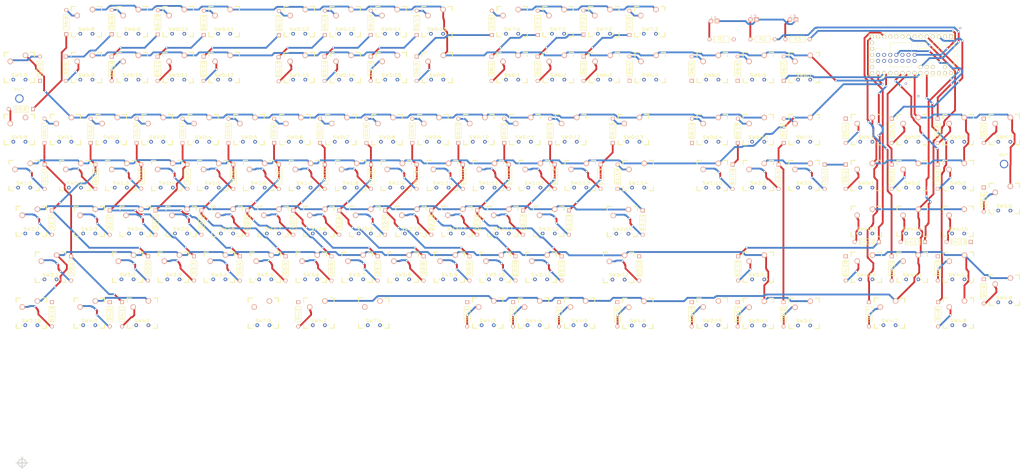
<source format=kicad_pcb>
(kicad_pcb (version 4) (host pcbnew 4.0.5-e0-6337~49~ubuntu14.04.1)
  (title_block (date "3 aug 2012"))
  (layers (0 Front signal) (1 In1.Cu signal) (2 In2.Cu signal) (31 Back signal) (34 B.Paste user) (35 F.Paste user) (36 B.SilkS user) (37 F.SilkS user) (38 B.Mask user) (39 F.Mask user) (44 Edge.Cuts user))
  (net 0 "")
  (net 1 /COL0)
  (net 2 /COL1)
  (net 3 /COL10)
  (net 4 /COL11)
  (net 5 /COL12)
  (net 6 /COL13)
  (net 7 /COL2)
  (net 8 /COL3)
  (net 9 /COL4)
  (net 10 /COL5)
  (net 11 /COL6)
  (net 12 /COL7)
  (net 13 /COL8)
  (net 14 /COL9)
  (net 15 /LED_A)
  (net 16 /LED_B)
  (net 17 /LED_C)
  (net 18 /ROW0)
  (net 19 /ROW1)
  (net 20 /ROW2)
  (net 21 /ROW3)
  (net 22 /ROW4)
  (net 23 GND)
  (net 24 "Net-(D0:0-Pad1)")
  (net 25 "Net-(D0:1-Pad1)")
  (net 26 "Net-(D0:2-Pad1)")
  (net 27 "Net-(D0:10-Pad1)")
  (net 28 "Net-(D0:11-Pad1)")
  (net 29 "Net-(D0:12-Pad1)")
  (net 30 "Net-(D0:13-Pad1)")
  (net 31 "Net-(D1:2-Pad1)")
  (net 32 "Net-(D1:3-Pad1)")
  (net 33 "Net-(D1:4-Pad1)")
  (net 34 "Net-(D1:5-Pad1)")
  (net 35 "Net-(D1:6-Pad1)")
  (net 36 "Net-(D1:7-Pad1)")
  (net 37 "Net-(D1:8-Pad1)")
  (net 38 "Net-(D1:9-Pad1)")
  (net 39 "Net-(D1:10-Pad1)")
  (net 40 "Net-(D1:11-Pad1)")
  (net 41 "Net-(D2:0-Pad1)")
  (net 42 "Net-(D2:1-Pad1)")
  (net 43 "Net-(D2:2-Pad1)")
  (net 44 "Net-(D2:3-Pad1)")
  (net 45 "Net-(D2:4-Pad1)")
  (net 46 "Net-(D2:5-Pad1)")
  (net 47 "Net-(D2:6-Pad1)")
  (net 48 "Net-(D2:7-Pad1)")
  (net 49 "Net-(D2:8-Pad1)")
  (net 50 "Net-(D2:9-Pad1)")
  (net 51 "Net-(D2:10-Pad1)")
  (net 52 "Net-(D2:11-Pad1)")
  (net 53 "Net-(D3:0-Pad1)")
  (net 54 "Net-(D3:1-Pad1)")
  (net 55 "Net-(D3:2-Pad1)")
  (net 56 "Net-(D3:3-Pad1)")
  (net 57 "Net-(D3:4-Pad1)")
  (net 58 "Net-(D3:5-Pad1)")
  (net 59 "Net-(D3:6-Pad1)")
  (net 60 "Net-(D3:7-Pad1)")
  (net 61 "Net-(D3:8-Pad1)")
  (net 62 "Net-(D3:9-Pad1)")
  (net 63 "Net-(D3:10-Pad1)")
  (net 64 "Net-(D3:11-Pad1)")
  (net 65 "Net-(D3:12-Pad1)")
  (net 66 "Net-(D3:13-Pad1)")
  (net 67 "Net-(D4:0-Pad1)")
  (net 68 "Net-(D4:1-Pad1)")
  (net 69 "Net-(D4:2-Pad1)")
  (net 70 "Net-(D4:3-Pad1)")
  (net 71 "Net-(D4:4-Pad1)")
  (net 72 "Net-(D4:5-Pad1)")
  (net 73 "Net-(D4:6-Pad1)")
  (net 74 "Net-(D4:7-Pad1)")
  (net 75 "Net-(D4:8-Pad1)")
  (net 76 "Net-(D4:9-Pad1)")
  (net 77 "Net-(D4:10-Pad1)")
  (net 78 "Net-(D4:11-Pad1)")
  (net 79 "Net-(D4:12-Pad1)")
  (net 80 "Net-(D4:13-Pad1)")
  (net 81 "Net-(L1-Pad1)")
  (net 82 "Net-(L2-Pad1)")
  (net 83 "Net-(L3-Pad1)")
  (net 84 "Net-(U1-Pad16)")
  (net 85 "Net-(U1-Pad20)")
  (net 86 "Net-(D0:4-Pad1)")
  (net 87 "Net-(D1:1-Pad1)")
  (net 88 "Net-(D1:12-Pad1)")
  (net 89 "Net-(D2:12-Pad1)")
  (net 90 "Net-(D0:3-Pad1)")
  (net 91 "Net-(D0:5-Pad1)")
  (net 92 "Net-(D0:6-Pad1)")
  (net 93 "Net-(D0:7-Pad1)")
  (net 94 "Net-(D0:8-Pad1)")
  (net 95 "Net-(D0:9-Pad1)")
  (net 96 "Net-(D0:14-Pad1)")
  (net 97 /COL14)
  (net 98 "Net-(D0:15-Pad1)")
  (net 99 /COL15)
  (net 100 "Net-(D1:0-Pad1)")
  (net 101 "Net-(D1:13-Pad1)")
  (net 102 "Net-(D1:14-Pad1)")
  (net 103 "Net-(D1:15-Pad1)")
  (net 104 "Net-(D2:13-Pad1)")
  (net 105 "Net-(D2:14-Pad1)")
  (net 106 "Net-(D2:15-Pad1)")
  (net 107 "Net-(D3:14-Pad1)")
  (net 108 "Net-(D3:15-Pad1)")
  (net 109 "Net-(D4:14-Pad1)")
  (net 110 "Net-(D4:15-Pad1)")
  (net 111 "Net-(D5:0-Pad1)")
  (net 112 "Net-(D5:1-Pad1)")
  (net 113 "Net-(D5:2-Pad1)")
  (net 114 "Net-(D5:3-Pad1)")
  (net 115 "Net-(D5:4-Pad1)")
  (net 116 "Net-(D5:5-Pad1)")
  (net 117 "Net-(D5:6-Pad1)")
  (net 118 "Net-(D5:7-Pad1)")
  (net 119 "Net-(D5:8-Pad1)")
  (net 120 "Net-(D5:9-Pad1)")
  (net 121 "Net-(D5:10-Pad1)")
  (net 122 "Net-(D5:11-Pad1)")
  (net 123 "Net-(D5:12-Pad1)")
  (net 124 "Net-(D5:13-Pad1)")
  (net 125 "Net-(D5:14-Pad1)")
  (net 126 "Net-(D5:15-Pad1)")
  (net 127 "Net-(D6:0-Pad1)")
  (net 128 "Net-(D6:1-Pad1)")
  (net 129 "Net-(D6:2-Pad1)")
  (net 130 "Net-(D6:3-Pad1)")
  (net 131 "Net-(D6:4-Pad1)")
  (net 132 "Net-(D6:5-Pad1)")
  (net 133 "Net-(D6:6-Pad1)")
  (net 134 "Net-(D6:7-Pad1)")
  (net 135 "Net-(D6:8-Pad1)")
  (net 136 "Net-(D6:9-Pad1)")
  (net 137 "Net-(D6:10-Pad1)")
  (net 138 "Net-(D6:11-Pad1)")
  (net 139 "Net-(D6:12-Pad1)")
  (net 140 "Net-(D6:13-Pad1)")
  (net 141 "Net-(D6:14-Pad1)")
  (net 142 "Net-(D6:15-Pad1)")
  (net 143 "Net-(D7:0-Pad1)")
  (net 144 "Net-(D7:1-Pad1)")
  (net 145 "Net-(D7:2-Pad1)")
  (net 146 /ROW5)
  (net 147 /ROW6)
  (net 148 /ROW7)
  (net 149 "Net-(U1-Pad1)")
  (net 150 "Net-(U1-Pad15)")
  (net 151 "Net-(U1-Pad17)")
  (net 152 "Net-(U1-Pad18)")
  (net 153 "Net-(U1-Pad19)")
  (net 154 "Net-(U1-Pad31)")
  (net 155 "Net-(U1-Pad32)")
  (net 156 "Net-(U1-Pad33)")
  (net 157 "Net-(U1-Pad34)")
  (net 158 "Net-(U1-Pad35)")
  (net 159 "Net-(U1-Pad39)")
  (net 160 "Net-(U1-Pad40)")
  (net 161 "Net-(U1-Pad42)")
  (net 162 "Net-(U1-Pad43)")
  (net 163 "Net-(U1-Pad44)")
  (net 164 "Net-(U1-Pad45)")
  (net 165 "Net-(U1-Pad46)")
  (net 166 "Net-(U1-Pad47)")
  (net 167 "Net-(U1-Pad48)")
  (net 168 "Net-(U1-Pad49)")
  (net 169 "Net-(U1-Pad50)")
  (net 170 "Net-(U1-Pad51)")
  (net 171 "Net-(D7:3-Pad1)")
  (net 172 "Net-(SW7:4-Pad1)")
  (net 173 "Net-(SW7:4-Pad2)")
  (net 174 "Net-(SW7:4-Pad4)")
  (net 175 "Net-(SW7:5-Pad1)")
  (net 176 "Net-(SW7:5-Pad2)")
  (net 177 "Net-(SW7:5-Pad4)")
  (net 178 "Net-(SW7:4-Pad3)")
  (net 179 "Net-(SW7:5-Pad3)")
  (net 180 "Net-(SW0:0-Pad3)")
  (net 181 "Net-(SW0:0-Pad4)")
  (net 182 "Net-(SW0:1-Pad3)")
  (net 183 "Net-(SW0:1-Pad4)")
  (net 184 "Net-(SW0:2-Pad3)")
  (net 185 "Net-(SW0:2-Pad4)")
  (net 186 "Net-(SW0:3-Pad3)")
  (net 187 "Net-(SW0:3-Pad4)")
  (net 188 "Net-(SW0:4-Pad3)")
  (net 189 "Net-(SW0:4-Pad4)")
  (net 190 "Net-(SW0:5-Pad3)")
  (net 191 "Net-(SW0:5-Pad4)")
  (net 192 "Net-(SW0:6-Pad3)")
  (net 193 "Net-(SW0:6-Pad4)")
  (net 194 "Net-(SW0:7-Pad3)")
  (net 195 "Net-(SW0:7-Pad4)")
  (net 196 "Net-(SW0:8-Pad3)")
  (net 197 "Net-(SW0:8-Pad4)")
  (net 198 "Net-(SW0:9-Pad3)")
  (net 199 "Net-(SW0:9-Pad4)")
  (net 200 "Net-(SW0:10-Pad3)")
  (net 201 "Net-(SW0:10-Pad4)")
  (net 202 "Net-(SW0:11-Pad3)")
  (net 203 "Net-(SW0:11-Pad4)")
  (net 204 "Net-(SW0:12-Pad3)")
  (net 205 "Net-(SW0:12-Pad4)")
  (net 206 "Net-(SW0:13-Pad3)")
  (net 207 "Net-(SW0:13-Pad4)")
  (net 208 "Net-(SW0:14-Pad3)")
  (net 209 "Net-(SW0:14-Pad4)")
  (net 210 "Net-(SW0:15-Pad3)")
  (net 211 "Net-(SW0:15-Pad4)")
  (net 212 "Net-(SW1:0-Pad3)")
  (net 213 "Net-(SW1:0-Pad4)")
  (net 214 "Net-(SW1:1-Pad3)")
  (net 215 "Net-(SW1:1-Pad4)")
  (net 216 "Net-(SW1:2-Pad3)")
  (net 217 "Net-(SW1:2-Pad4)")
  (net 218 "Net-(SW1:3-Pad3)")
  (net 219 "Net-(SW1:3-Pad4)")
  (net 220 "Net-(SW1:4-Pad3)")
  (net 221 "Net-(SW1:4-Pad4)")
  (net 222 "Net-(SW1:5-Pad3)")
  (net 223 "Net-(SW1:5-Pad4)")
  (net 224 "Net-(SW1:6-Pad3)")
  (net 225 "Net-(SW1:6-Pad4)")
  (net 226 "Net-(SW1:7-Pad3)")
  (net 227 "Net-(SW1:7-Pad4)")
  (net 228 "Net-(SW1:8-Pad3)")
  (net 229 "Net-(SW1:8-Pad4)")
  (net 230 "Net-(SW1:9-Pad3)")
  (net 231 "Net-(SW1:9-Pad4)")
  (net 232 "Net-(SW1:10-Pad3)")
  (net 233 "Net-(SW1:10-Pad4)")
  (net 234 "Net-(SW1:11-Pad3)")
  (net 235 "Net-(SW1:11-Pad4)")
  (net 236 "Net-(SW1:12-Pad3)")
  (net 237 "Net-(SW1:12-Pad4)")
  (net 238 "Net-(SW1:13-Pad3)")
  (net 239 "Net-(SW1:13-Pad4)")
  (net 240 "Net-(SW1:14-Pad3)")
  (net 241 "Net-(SW1:14-Pad4)")
  (net 242 "Net-(SW1:15-Pad3)")
  (net 243 "Net-(SW1:15-Pad4)")
  (net 244 "Net-(SW2:0-Pad3)")
  (net 245 "Net-(SW2:0-Pad4)")
  (net 246 "Net-(SW2:1-Pad3)")
  (net 247 "Net-(SW2:1-Pad4)")
  (net 248 "Net-(SW2:2-Pad3)")
  (net 249 "Net-(SW2:2-Pad4)")
  (net 250 "Net-(SW2:3-Pad3)")
  (net 251 "Net-(SW2:3-Pad4)")
  (net 252 "Net-(SW2:4-Pad3)")
  (net 253 "Net-(SW2:4-Pad4)")
  (net 254 "Net-(SW2:5-Pad3)")
  (net 255 "Net-(SW2:5-Pad4)")
  (net 256 "Net-(SW2:6-Pad3)")
  (net 257 "Net-(SW2:6-Pad4)")
  (net 258 "Net-(SW2:7-Pad3)")
  (net 259 "Net-(SW2:7-Pad4)")
  (net 260 "Net-(SW2:8-Pad3)")
  (net 261 "Net-(SW2:8-Pad4)")
  (net 262 "Net-(SW2:9-Pad3)")
  (net 263 "Net-(SW2:9-Pad4)")
  (net 264 "Net-(SW2:10-Pad3)")
  (net 265 "Net-(SW2:10-Pad4)")
  (net 266 "Net-(SW2:11-Pad3)")
  (net 267 "Net-(SW2:11-Pad4)")
  (net 268 "Net-(SW2:12-Pad3)")
  (net 269 "Net-(SW2:12-Pad4)")
  (net 270 "Net-(SW2:13-Pad3)")
  (net 271 "Net-(SW2:13-Pad4)")
  (net 272 "Net-(SW2:14-Pad3)")
  (net 273 "Net-(SW2:14-Pad4)")
  (net 274 "Net-(SW2:15-Pad3)")
  (net 275 "Net-(SW2:15-Pad4)")
  (net 276 "Net-(SW3:0-Pad3)")
  (net 277 "Net-(SW3:0-Pad4)")
  (net 278 "Net-(SW3:1-Pad3)")
  (net 279 "Net-(SW3:1-Pad4)")
  (net 280 "Net-(SW3:2-Pad3)")
  (net 281 "Net-(SW3:2-Pad4)")
  (net 282 "Net-(SW3:3-Pad3)")
  (net 283 "Net-(SW3:3-Pad4)")
  (net 284 "Net-(SW3:4-Pad3)")
  (net 285 "Net-(SW3:4-Pad4)")
  (net 286 "Net-(SW3:5-Pad3)")
  (net 287 "Net-(SW3:5-Pad4)")
  (net 288 "Net-(SW3:6-Pad3)")
  (net 289 "Net-(SW3:6-Pad4)")
  (net 290 "Net-(SW3:7-Pad3)")
  (net 291 "Net-(SW3:7-Pad4)")
  (net 292 "Net-(SW3:8-Pad3)")
  (net 293 "Net-(SW3:8-Pad4)")
  (net 294 "Net-(SW3:9-Pad3)")
  (net 295 "Net-(SW3:9-Pad4)")
  (net 296 "Net-(SW3:10-Pad3)")
  (net 297 "Net-(SW3:10-Pad4)")
  (net 298 "Net-(SW3:11-Pad3)")
  (net 299 "Net-(SW3:11-Pad4)")
  (net 300 "Net-(SW3:12-Pad3)")
  (net 301 "Net-(SW3:12-Pad4)")
  (net 302 "Net-(SW3:13-Pad3)")
  (net 303 "Net-(SW3:13-Pad4)")
  (net 304 "Net-(SW3:14-Pad3)")
  (net 305 "Net-(SW3:14-Pad4)")
  (net 306 "Net-(SW3:15-Pad3)")
  (net 307 "Net-(SW3:15-Pad4)")
  (net 308 "Net-(SW4:0-Pad3)")
  (net 309 "Net-(SW4:0-Pad4)")
  (net 310 "Net-(SW4:1-Pad3)")
  (net 311 "Net-(SW4:1-Pad4)")
  (net 312 "Net-(SW4:2-Pad3)")
  (net 313 "Net-(SW4:2-Pad4)")
  (net 314 "Net-(SW4:3-Pad3)")
  (net 315 "Net-(SW4:3-Pad4)")
  (net 316 "Net-(SW4:4-Pad3)")
  (net 317 "Net-(SW4:4-Pad4)")
  (net 318 "Net-(SW4:5-Pad3)")
  (net 319 "Net-(SW4:5-Pad4)")
  (net 320 "Net-(SW4:6-Pad3)")
  (net 321 "Net-(SW4:6-Pad4)")
  (net 322 "Net-(SW4:7-Pad3)")
  (net 323 "Net-(SW4:7-Pad4)")
  (net 324 "Net-(SW4:8-Pad3)")
  (net 325 "Net-(SW4:8-Pad4)")
  (net 326 "Net-(SW4:9-Pad3)")
  (net 327 "Net-(SW4:9-Pad4)")
  (net 328 "Net-(SW4:10-Pad3)")
  (net 329 "Net-(SW4:10-Pad4)")
  (net 330 "Net-(SW4:11-Pad3)")
  (net 331 "Net-(SW4:11-Pad4)")
  (net 332 "Net-(SW4:12-Pad3)")
  (net 333 "Net-(SW4:12-Pad4)")
  (net 334 "Net-(SW4:13-Pad3)")
  (net 335 "Net-(SW4:13-Pad4)")
  (net 336 "Net-(SW4:14-Pad3)")
  (net 337 "Net-(SW4:14-Pad4)")
  (net 338 "Net-(SW4:15-Pad3)")
  (net 339 "Net-(SW4:15-Pad4)")
  (net 340 "Net-(SW5:0-Pad3)")
  (net 341 "Net-(SW5:0-Pad4)")
  (net 342 "Net-(SW5:1-Pad3)")
  (net 343 "Net-(SW5:1-Pad4)")
  (net 344 "Net-(SW5:2-Pad3)")
  (net 345 "Net-(SW5:2-Pad4)")
  (net 346 "Net-(SW5:3-Pad3)")
  (net 347 "Net-(SW5:3-Pad4)")
  (net 348 "Net-(SW5:4-Pad3)")
  (net 349 "Net-(SW5:4-Pad4)")
  (net 350 "Net-(SW5:5-Pad3)")
  (net 351 "Net-(SW5:5-Pad4)")
  (net 352 "Net-(SW5:6-Pad3)")
  (net 353 "Net-(SW5:6-Pad4)")
  (net 354 "Net-(SW5:7-Pad3)")
  (net 355 "Net-(SW5:7-Pad4)")
  (net 356 "Net-(SW5:8-Pad3)")
  (net 357 "Net-(SW5:8-Pad4)")
  (net 358 "Net-(SW5:9-Pad3)")
  (net 359 "Net-(SW5:9-Pad4)")
  (net 360 "Net-(SW5:10-Pad3)")
  (net 361 "Net-(SW5:10-Pad4)")
  (net 362 "Net-(SW5:11-Pad3)")
  (net 363 "Net-(SW5:11-Pad4)")
  (net 364 "Net-(SW5:12-Pad3)")
  (net 365 "Net-(SW5:12-Pad4)")
  (net 366 "Net-(SW5:13-Pad3)")
  (net 367 "Net-(SW5:13-Pad4)")
  (net 368 "Net-(SW5:14-Pad3)")
  (net 369 "Net-(SW5:14-Pad4)")
  (net 370 "Net-(SW5:15-Pad3)")
  (net 371 "Net-(SW5:15-Pad4)")
  (net 372 "Net-(SW6:0-Pad3)")
  (net 373 "Net-(SW6:0-Pad4)")
  (net 374 "Net-(SW6:1-Pad3)")
  (net 375 "Net-(SW6:1-Pad4)")
  (net 376 "Net-(SW6:2-Pad3)")
  (net 377 "Net-(SW6:2-Pad4)")
  (net 378 "Net-(SW6:3-Pad3)")
  (net 379 "Net-(SW6:3-Pad4)")
  (net 380 "Net-(SW6:4-Pad3)")
  (net 381 "Net-(SW6:4-Pad4)")
  (net 382 "Net-(SW6:5-Pad3)")
  (net 383 "Net-(SW6:5-Pad4)")
  (net 384 "Net-(SW6:6-Pad3)")
  (net 385 "Net-(SW6:6-Pad4)")
  (net 386 "Net-(SW6:7-Pad3)")
  (net 387 "Net-(SW6:7-Pad4)")
  (net 388 "Net-(SW6:8-Pad3)")
  (net 389 "Net-(SW6:8-Pad4)")
  (net 390 "Net-(SW6:9-Pad3)")
  (net 391 "Net-(SW6:9-Pad4)")
  (net 392 "Net-(SW6:10-Pad3)")
  (net 393 "Net-(SW6:10-Pad4)")
  (net 394 "Net-(SW6:11-Pad3)")
  (net 395 "Net-(SW6:11-Pad4)")
  (net 396 "Net-(SW6:12-Pad3)")
  (net 397 "Net-(SW6:12-Pad4)")
  (net 398 "Net-(SW6:13-Pad3)")
  (net 399 "Net-(SW6:13-Pad4)")
  (net 400 "Net-(SW6:14-Pad3)")
  (net 401 "Net-(SW6:14-Pad4)")
  (net 402 "Net-(SW6:15-Pad3)")
  (net 403 "Net-(SW6:15-Pad4)")
  (net 404 "Net-(SW7:0-Pad3)")
  (net 405 "Net-(SW7:0-Pad4)")
  (net 406 "Net-(SW7:1-Pad3)")
  (net 407 "Net-(SW7:1-Pad4)")
  (net 408 "Net-(SW7:2-Pad3)")
  (net 409 "Net-(SW7:2-Pad4)")
  (net 410 "Net-(SW7:3-Pad3)")
  (net 411 "Net-(SW7:3-Pad4)")
  (module footprints:DIODE (layer Front) (at 68 128.5 270)
    (fp_text reference D0:0 (at 0 0 270) (layer F.SilkS) (effects (font (size 1.27 1.524) (thickness 0.2032))))
    (fp_text value D hide)
    (pad 2 thru_hole rect (at 5.08 0 270) (size 1.651 1.651) (drill 0.9906) (layers *.Cu *.SilkS *.Mask) (net 1 /COL0))
    (pad 1 thru_hole circle (at -5.08 0 270) (size 1.651 1.651) (drill 0.9906) (layers *.Cu *.SilkS *.Mask) (net 24 "Net-(D0:0-Pad1)"))
  )
  (module footprints:DIODE (layer Front) (at 69.9 154.5 270)
    (fp_text reference D0:1 (at 0 0 270) (layer F.SilkS) (effects (font (size 1.27 1.524) (thickness 0.2032))))
    (fp_text value D hide)
    (pad 2 thru_hole rect (at 5.08 0 270) (size 1.651 1.651) (drill 0.9906) (layers *.Cu *.SilkS *.Mask) (net 2 /COL1))
    (pad 1 thru_hole circle (at -5.08 0 270) (size 1.651 1.651) (drill 0.9906) (layers *.Cu *.SilkS *.Mask) (net 25 "Net-(D0:1-Pad1)"))
  )
  (module footprints:DIODE (layer Front) (at 89.2 154.5 270)
    (fp_text reference D0:2 (at 0 0 270) (layer F.SilkS) (effects (font (size 1.27 1.524) (thickness 0.2032))))
    (fp_text value D hide)
    (pad 2 thru_hole rect (at 5.08 0 270) (size 1.651 1.651) (drill 0.9906) (layers *.Cu *.SilkS *.Mask) (net 7 /COL2))
    (pad 1 thru_hole circle (at -5.08 0 270) (size 1.651 1.651) (drill 0.9906) (layers *.Cu *.SilkS *.Mask) (net 26 "Net-(D0:2-Pad1)"))
  )
  (module footprints:DIODE (layer Front) (at 108.4 154.5 270)
    (fp_text reference D0:3 (at 0 0 270) (layer F.SilkS) (effects (font (size 1.27 1.524) (thickness 0.2032))))
    (fp_text value D hide)
    (pad 2 thru_hole rect (at 5.08 0 270) (size 1.651 1.651) (drill 0.9906) (layers *.Cu *.SilkS *.Mask) (net 8 /COL3))
    (pad 1 thru_hole circle (at -5.08 0 270) (size 1.651 1.651) (drill 0.9906) (layers *.Cu *.SilkS *.Mask) (net 90 "Net-(D0:3-Pad1)"))
  )
  (module footprints:DIODE (layer Front) (at 127.6 154.5 270)
    (fp_text reference D0:4 (at 0 0 270) (layer F.SilkS) (effects (font (size 1.27 1.524) (thickness 0.2032))))
    (fp_text value D hide)
    (pad 2 thru_hole rect (at 5.08 0 270) (size 1.651 1.651) (drill 0.9906) (layers *.Cu *.SilkS *.Mask) (net 9 /COL4))
    (pad 1 thru_hole circle (at -5.08 0 270) (size 1.651 1.651) (drill 0.9906) (layers *.Cu *.SilkS *.Mask) (net 86 "Net-(D0:4-Pad1)"))
  )
  (module footprints:DIODE (layer Front) (at 146.8 154.5 270)
    (fp_text reference D0:5 (at 0 0 270) (layer F.SilkS) (effects (font (size 1.27 1.524) (thickness 0.2032))))
    (fp_text value D hide)
    (pad 2 thru_hole rect (at 5.08 0 270) (size 1.651 1.651) (drill 0.9906) (layers *.Cu *.SilkS *.Mask) (net 10 /COL5))
    (pad 1 thru_hole circle (at -5.08 0 270) (size 1.651 1.651) (drill 0.9906) (layers *.Cu *.SilkS *.Mask) (net 91 "Net-(D0:5-Pad1)"))
  )
  (module footprints:DIODE (layer Front) (at 165.9 154.5 270)
    (fp_text reference D0:6 (at 0 0 270) (layer F.SilkS) (effects (font (size 1.27 1.524) (thickness 0.2032))))
    (fp_text value D hide)
    (pad 2 thru_hole rect (at 5.08 0 270) (size 1.651 1.651) (drill 0.9906) (layers *.Cu *.SilkS *.Mask) (net 11 /COL6))
    (pad 1 thru_hole circle (at -5.08 0 270) (size 1.651 1.651) (drill 0.9906) (layers *.Cu *.SilkS *.Mask) (net 92 "Net-(D0:6-Pad1)"))
  )
  (module footprints:DIODE (layer Front) (at 185.1 154.5 270)
    (fp_text reference D0:7 (at 0 0 270) (layer F.SilkS) (effects (font (size 1.27 1.524) (thickness 0.2032))))
    (fp_text value D hide)
    (pad 2 thru_hole rect (at 5.08 0 270) (size 1.651 1.651) (drill 0.9906) (layers *.Cu *.SilkS *.Mask) (net 12 /COL7))
    (pad 1 thru_hole circle (at -5.08 0 270) (size 1.651 1.651) (drill 0.9906) (layers *.Cu *.SilkS *.Mask) (net 93 "Net-(D0:7-Pad1)"))
  )
  (module footprints:DIODE (layer Front) (at 204.5 154.5 270)
    (fp_text reference D0:8 (at 0 0 270) (layer F.SilkS) (effects (font (size 1.27 1.524) (thickness 0.2032))))
    (fp_text value D hide)
    (pad 2 thru_hole rect (at 5.08 0 270) (size 1.651 1.651) (drill 0.9906) (layers *.Cu *.SilkS *.Mask) (net 13 /COL8))
    (pad 1 thru_hole circle (at -5.08 0 270) (size 1.651 1.651) (drill 0.9906) (layers *.Cu *.SilkS *.Mask) (net 94 "Net-(D0:8-Pad1)"))
  )
  (module footprints:DIODE (layer Front) (at 223.7 154.5 270)
    (fp_text reference D0:9 (at 0 0 270) (layer F.SilkS) (effects (font (size 1.27 1.524) (thickness 0.2032))))
    (fp_text value D hide)
    (pad 2 thru_hole rect (at 5.08 0 270) (size 1.651 1.651) (drill 0.9906) (layers *.Cu *.SilkS *.Mask) (net 14 /COL9))
    (pad 1 thru_hole circle (at -5.08 0 270) (size 1.651 1.651) (drill 0.9906) (layers *.Cu *.SilkS *.Mask) (net 95 "Net-(D0:9-Pad1)"))
  )
  (module footprints:DIODE (layer Front) (at 242.9 154.5 270)
    (fp_text reference D0:10 (at 0 0 270) (layer F.SilkS) (effects (font (size 1.27 1.524) (thickness 0.2032))))
    (fp_text value D hide)
    (pad 2 thru_hole rect (at 5.08 0 270) (size 1.651 1.651) (drill 0.9906) (layers *.Cu *.SilkS *.Mask) (net 3 /COL10))
    (pad 1 thru_hole circle (at -5.08 0 270) (size 1.651 1.651) (drill 0.9906) (layers *.Cu *.SilkS *.Mask) (net 27 "Net-(D0:10-Pad1)"))
  )
  (module footprints:DIODE (layer Front) (at 262.1 154.5 270)
    (fp_text reference D0:11 (at 0 0 270) (layer F.SilkS) (effects (font (size 1.27 1.524) (thickness 0.2032))))
    (fp_text value D hide)
    (pad 2 thru_hole rect (at 5.08 0 270) (size 1.651 1.651) (drill 0.9906) (layers *.Cu *.SilkS *.Mask) (net 4 /COL11))
    (pad 1 thru_hole circle (at -5.08 0 270) (size 1.651 1.651) (drill 0.9906) (layers *.Cu *.SilkS *.Mask) (net 28 "Net-(D0:11-Pad1)"))
  )
  (module footprints:DIODE (layer Front) (at 281.3 154.5 270)
    (fp_text reference D0:12 (at 0 0 270) (layer F.SilkS) (effects (font (size 1.27 1.524) (thickness 0.2032))))
    (fp_text value D hide)
    (pad 2 thru_hole rect (at 5.08 0 270) (size 1.651 1.651) (drill 0.9906) (layers *.Cu *.SilkS *.Mask) (net 5 /COL12))
    (pad 1 thru_hole circle (at -5.08 0 270) (size 1.651 1.651) (drill 0.9906) (layers *.Cu *.SilkS *.Mask) (net 29 "Net-(D0:12-Pad1)"))
  )
  (module footprints:DIODE (layer Front) (at 307.5 154.5 270)
    (fp_text reference D0:13 (at 0 0 270) (layer F.SilkS) (effects (font (size 1.27 1.524) (thickness 0.2032))))
    (fp_text value D hide)
    (pad 2 thru_hole rect (at 5.08 0 270) (size 1.651 1.651) (drill 0.9906) (layers *.Cu *.SilkS *.Mask) (net 6 /COL13))
    (pad 1 thru_hole circle (at -5.08 0 270) (size 1.651 1.651) (drill 0.9906) (layers *.Cu *.SilkS *.Mask) (net 30 "Net-(D0:13-Pad1)"))
  )
  (module footprints:DIODE (layer Front) (at 340.6 154.5 270)
    (fp_text reference D0:14 (at 0 0 270) (layer F.SilkS) (effects (font (size 1.27 1.524) (thickness 0.2032))))
    (fp_text value D hide)
    (pad 2 thru_hole rect (at 5.08 0 270) (size 1.651 1.651) (drill 0.9906) (layers *.Cu *.SilkS *.Mask) (net 97 /COL14))
    (pad 1 thru_hole circle (at -5.08 0 270) (size 1.651 1.651) (drill 0.9906) (layers *.Cu *.SilkS *.Mask) (net 96 "Net-(D0:14-Pad1)"))
  )
  (module footprints:DIODE (layer Front) (at 359.8 154.5 270)
    (fp_text reference D0:15 (at 0 0 270) (layer F.SilkS) (effects (font (size 1.27 1.524) (thickness 0.2032))))
    (fp_text value D hide)
    (pad 2 thru_hole rect (at 5.08 0 270) (size 1.651 1.651) (drill 0.9906) (layers *.Cu *.SilkS *.Mask) (net 99 /COL15))
    (pad 1 thru_hole circle (at -5.08 0 270) (size 1.651 1.651) (drill 0.9906) (layers *.Cu *.SilkS *.Mask) (net 98 "Net-(D0:15-Pad1)"))
  )
  (module footprints:DIODE (layer Front) (at 379 154.5 270)
    (fp_text reference D1:0 (at 0 0 270) (layer F.SilkS) (effects (font (size 1.27 1.524) (thickness 0.2032))))
    (fp_text value D hide)
    (pad 2 thru_hole rect (at 5.08 0 270) (size 1.651 1.651) (drill 0.9906) (layers *.Cu *.SilkS *.Mask) (net 1 /COL0))
    (pad 1 thru_hole circle (at -5.08 0 270) (size 1.651 1.651) (drill 0.9906) (layers *.Cu *.SilkS *.Mask) (net 100 "Net-(D1:0-Pad1)"))
  )
  (module footprints:DIODE (layer Front) (at 70 173.7 90)
    (fp_text reference D1:1 (at 0 0 90) (layer F.SilkS) (effects (font (size 1.27 1.524) (thickness 0.2032))))
    (fp_text value D hide)
    (pad 2 thru_hole rect (at 5.08 0 90) (size 1.651 1.651) (drill 0.9906) (layers *.Cu *.SilkS *.Mask) (net 2 /COL1))
    (pad 1 thru_hole circle (at -5.08 0 90) (size 1.651 1.651) (drill 0.9906) (layers *.Cu *.SilkS *.Mask) (net 87 "Net-(D1:1-Pad1)"))
  )
  (module footprints:DIODE (layer Front) (at 91.2 173.7 90)
    (fp_text reference D1:2 (at 0 0 90) (layer F.SilkS) (effects (font (size 1.27 1.524) (thickness 0.2032))))
    (fp_text value D hide)
    (pad 2 thru_hole rect (at 5.08 0 90) (size 1.651 1.651) (drill 0.9906) (layers *.Cu *.SilkS *.Mask) (net 7 /COL2))
    (pad 1 thru_hole circle (at -5.08 0 90) (size 1.651 1.651) (drill 0.9906) (layers *.Cu *.SilkS *.Mask) (net 31 "Net-(D1:2-Pad1)"))
  )
  (module footprints:DIODE (layer Front) (at 110.3 173.6 90)
    (fp_text reference D1:3 (at 0 0 90) (layer F.SilkS) (effects (font (size 1.27 1.524) (thickness 0.2032))))
    (fp_text value D hide)
    (pad 2 thru_hole rect (at 5.08 0 90) (size 1.651 1.651) (drill 0.9906) (layers *.Cu *.SilkS *.Mask) (net 8 /COL3))
    (pad 1 thru_hole circle (at -5.08 0 90) (size 1.651 1.651) (drill 0.9906) (layers *.Cu *.SilkS *.Mask) (net 32 "Net-(D1:3-Pad1)"))
  )
  (module footprints:DIODE (layer Front) (at 129.6 173.7 90)
    (fp_text reference D1:4 (at 0 0 90) (layer F.SilkS) (effects (font (size 1.27 1.524) (thickness 0.2032))))
    (fp_text value D hide)
    (pad 2 thru_hole rect (at 5.08 0 90) (size 1.651 1.651) (drill 0.9906) (layers *.Cu *.SilkS *.Mask) (net 9 /COL4))
    (pad 1 thru_hole circle (at -5.08 0 90) (size 1.651 1.651) (drill 0.9906) (layers *.Cu *.SilkS *.Mask) (net 33 "Net-(D1:4-Pad1)"))
  )
  (module footprints:DIODE (layer Front) (at 148.8 173.7 90)
    (fp_text reference D1:5 (at 0 0 90) (layer F.SilkS) (effects (font (size 1.27 1.524) (thickness 0.2032))))
    (fp_text value D hide)
    (pad 2 thru_hole rect (at 5.08 0 90) (size 1.651 1.651) (drill 0.9906) (layers *.Cu *.SilkS *.Mask) (net 10 /COL5))
    (pad 1 thru_hole circle (at -5.08 0 90) (size 1.651 1.651) (drill 0.9906) (layers *.Cu *.SilkS *.Mask) (net 34 "Net-(D1:5-Pad1)"))
  )
  (module footprints:DIODE (layer Front) (at 167.9 173.7 90)
    (fp_text reference D1:6 (at 0 0 90) (layer F.SilkS) (effects (font (size 1.27 1.524) (thickness 0.2032))))
    (fp_text value D hide)
    (pad 2 thru_hole rect (at 5.08 0 90) (size 1.651 1.651) (drill 0.9906) (layers *.Cu *.SilkS *.Mask) (net 11 /COL6))
    (pad 1 thru_hole circle (at -5.08 0 90) (size 1.651 1.651) (drill 0.9906) (layers *.Cu *.SilkS *.Mask) (net 35 "Net-(D1:6-Pad1)"))
  )
  (module footprints:DIODE (layer Front) (at 187.1 173.7 90)
    (fp_text reference D1:7 (at 0 0 90) (layer F.SilkS) (effects (font (size 1.27 1.524) (thickness 0.2032))))
    (fp_text value D hide)
    (pad 2 thru_hole rect (at 5.08 0 90) (size 1.651 1.651) (drill 0.9906) (layers *.Cu *.SilkS *.Mask) (net 12 /COL7))
    (pad 1 thru_hole circle (at -5.08 0 90) (size 1.651 1.651) (drill 0.9906) (layers *.Cu *.SilkS *.Mask) (net 36 "Net-(D1:7-Pad1)"))
  )
  (module footprints:DIODE (layer Front) (at 206.4 173.7 90)
    (fp_text reference D1:8 (at 0 0 90) (layer F.SilkS) (effects (font (size 1.27 1.524) (thickness 0.2032))))
    (fp_text value D hide)
    (pad 2 thru_hole rect (at 5.08 0 90) (size 1.651 1.651) (drill 0.9906) (layers *.Cu *.SilkS *.Mask) (net 13 /COL8))
    (pad 1 thru_hole circle (at -5.08 0 90) (size 1.651 1.651) (drill 0.9906) (layers *.Cu *.SilkS *.Mask) (net 37 "Net-(D1:8-Pad1)"))
  )
  (module footprints:DIODE (layer Front) (at 225.5 173.7 90)
    (fp_text reference D1:9 (at 0 0 90) (layer F.SilkS) (effects (font (size 1.27 1.524) (thickness 0.2032))))
    (fp_text value D hide)
    (pad 2 thru_hole rect (at 5.08 0 90) (size 1.651 1.651) (drill 0.9906) (layers *.Cu *.SilkS *.Mask) (net 14 /COL9))
    (pad 1 thru_hole circle (at -5.08 0 90) (size 1.651 1.651) (drill 0.9906) (layers *.Cu *.SilkS *.Mask) (net 38 "Net-(D1:9-Pad1)"))
  )
  (module footprints:DIODE (layer Front) (at 244.8 173.7 90)
    (fp_text reference D1:10 (at 0 0 90) (layer F.SilkS) (effects (font (size 1.27 1.524) (thickness 0.2032))))
    (fp_text value D hide)
    (pad 2 thru_hole rect (at 5.08 0 90) (size 1.651 1.651) (drill 0.9906) (layers *.Cu *.SilkS *.Mask) (net 3 /COL10))
    (pad 1 thru_hole circle (at -5.08 0 90) (size 1.651 1.651) (drill 0.9906) (layers *.Cu *.SilkS *.Mask) (net 39 "Net-(D1:10-Pad1)"))
  )
  (module footprints:DIODE (layer Front) (at 264 173.7 90)
    (fp_text reference D1:11 (at 0 0 90) (layer F.SilkS) (effects (font (size 1.27 1.524) (thickness 0.2032))))
    (fp_text value D hide)
    (pad 2 thru_hole rect (at 5.08 0 90) (size 1.651 1.651) (drill 0.9906) (layers *.Cu *.SilkS *.Mask) (net 4 /COL11))
    (pad 1 thru_hole circle (at -5.08 0 90) (size 1.651 1.651) (drill 0.9906) (layers *.Cu *.SilkS *.Mask) (net 40 "Net-(D1:11-Pad1)"))
  )
  (module footprints:DIODE (layer Front) (at 283.2 173.7 90)
    (fp_text reference D1:12 (at 0 0 90) (layer F.SilkS) (effects (font (size 1.27 1.524) (thickness 0.2032))))
    (fp_text value D hide)
    (pad 2 thru_hole rect (at 5.08 0 90) (size 1.651 1.651) (drill 0.9906) (layers *.Cu *.SilkS *.Mask) (net 5 /COL12))
    (pad 1 thru_hole circle (at -5.08 0 90) (size 1.651 1.651) (drill 0.9906) (layers *.Cu *.SilkS *.Mask) (net 88 "Net-(D1:12-Pad1)"))
  )
  (module footprints:DIODE (layer Front) (at 302.4 173.7 90)
    (fp_text reference D1:13 (at 0 0 90) (layer F.SilkS) (effects (font (size 1.27 1.524) (thickness 0.2032))))
    (fp_text value D hide)
    (pad 2 thru_hole rect (at 5.08 0 90) (size 1.651 1.651) (drill 0.9906) (layers *.Cu *.SilkS *.Mask) (net 6 /COL13))
    (pad 1 thru_hole circle (at -5.08 0 90) (size 1.651 1.651) (drill 0.9906) (layers *.Cu *.SilkS *.Mask) (net 101 "Net-(D1:13-Pad1)"))
  )
  (module footprints:DIODE (layer Front) (at 309.5 173.7 270)
    (fp_text reference D1:14 (at 0 0 270) (layer F.SilkS) (effects (font (size 1.27 1.524) (thickness 0.2032))))
    (fp_text value D hide)
    (pad 2 thru_hole rect (at 5.08 0 270) (size 1.651 1.651) (drill 0.9906) (layers *.Cu *.SilkS *.Mask) (net 97 /COL14))
    (pad 1 thru_hole circle (at -5.08 0 270) (size 1.651 1.651) (drill 0.9906) (layers *.Cu *.SilkS *.Mask) (net 102 "Net-(D1:14-Pad1)"))
  )
  (module footprints:DIODE (layer Front) (at 357.6 173.7 90)
    (fp_text reference D1:15 (at 0 0 90) (layer F.SilkS) (effects (font (size 1.27 1.524) (thickness 0.2032))))
    (fp_text value D hide)
    (pad 2 thru_hole rect (at 5.08 0 90) (size 1.651 1.651) (drill 0.9906) (layers *.Cu *.SilkS *.Mask) (net 99 /COL15))
    (pad 1 thru_hole circle (at -5.08 0 90) (size 1.651 1.651) (drill 0.9906) (layers *.Cu *.SilkS *.Mask) (net 103 "Net-(D1:15-Pad1)"))
  )
  (module footprints:DIODE (layer Front) (at 376.8 173.7 90)
    (fp_text reference D2:0 (at 0 0 90) (layer F.SilkS) (effects (font (size 1.27 1.524) (thickness 0.2032))))
    (fp_text value D hide)
    (pad 2 thru_hole rect (at 5.08 0 90) (size 1.651 1.651) (drill 0.9906) (layers *.Cu *.SilkS *.Mask) (net 1 /COL0))
    (pad 1 thru_hole circle (at -5.08 0 90) (size 1.651 1.651) (drill 0.9906) (layers *.Cu *.SilkS *.Mask) (net 41 "Net-(D2:0-Pad1)"))
  )
  (module footprints:DIODE (layer Front) (at 396.1 173.7 90)
    (fp_text reference D2:1 (at 0 0 90) (layer F.SilkS) (effects (font (size 1.27 1.524) (thickness 0.2032))))
    (fp_text value D hide)
    (pad 2 thru_hole rect (at 5.08 0 90) (size 1.651 1.651) (drill 0.9906) (layers *.Cu *.SilkS *.Mask) (net 2 /COL1))
    (pad 1 thru_hole circle (at -5.08 0 90) (size 1.651 1.651) (drill 0.9906) (layers *.Cu *.SilkS *.Mask) (net 42 "Net-(D2:1-Pad1)"))
  )
  (module footprints:DIODE (layer Front) (at 73 192.9 90)
    (fp_text reference D2:2 (at 0 0 90) (layer F.SilkS) (effects (font (size 1.27 1.524) (thickness 0.2032))))
    (fp_text value D hide)
    (pad 2 thru_hole rect (at 5.08 0 90) (size 1.651 1.651) (drill 0.9906) (layers *.Cu *.SilkS *.Mask) (net 7 /COL2))
    (pad 1 thru_hole circle (at -5.08 0 90) (size 1.651 1.651) (drill 0.9906) (layers *.Cu *.SilkS *.Mask) (net 43 "Net-(D2:2-Pad1)"))
  )
  (module footprints:DIODE (layer Front) (at 97.2 192.9 90)
    (fp_text reference D2:3 (at 0 0 90) (layer F.SilkS) (effects (font (size 1.27 1.524) (thickness 0.2032))))
    (fp_text value D hide)
    (pad 2 thru_hole rect (at 5.08 0 90) (size 1.651 1.651) (drill 0.9906) (layers *.Cu *.SilkS *.Mask) (net 8 /COL3))
    (pad 1 thru_hole circle (at -5.08 0 90) (size 1.651 1.651) (drill 0.9906) (layers *.Cu *.SilkS *.Mask) (net 44 "Net-(D2:3-Pad1)"))
  )
  (module footprints:DIODE (layer Front) (at 116.3 192.9 90)
    (fp_text reference D2:4 (at 0 0 90) (layer F.SilkS) (effects (font (size 1.27 1.524) (thickness 0.2032))))
    (fp_text value D hide)
    (pad 2 thru_hole rect (at 5.08 0 90) (size 1.651 1.651) (drill 0.9906) (layers *.Cu *.SilkS *.Mask) (net 9 /COL4))
    (pad 1 thru_hole circle (at -5.08 0 90) (size 1.651 1.651) (drill 0.9906) (layers *.Cu *.SilkS *.Mask) (net 45 "Net-(D2:4-Pad1)"))
  )
  (module footprints:DIODE (layer Front) (at 135.5 192.9 90)
    (fp_text reference D2:5 (at 0 0 90) (layer F.SilkS) (effects (font (size 1.27 1.524) (thickness 0.2032))))
    (fp_text value D hide)
    (pad 2 thru_hole rect (at 5.08 0 90) (size 1.651 1.651) (drill 0.9906) (layers *.Cu *.SilkS *.Mask) (net 10 /COL5))
    (pad 1 thru_hole circle (at -5.08 0 90) (size 1.651 1.651) (drill 0.9906) (layers *.Cu *.SilkS *.Mask) (net 46 "Net-(D2:5-Pad1)"))
  )
  (module footprints:DIODE (layer Front) (at 154.7 192.9 90)
    (fp_text reference D2:6 (at 0 0 90) (layer F.SilkS) (effects (font (size 1.27 1.524) (thickness 0.2032))))
    (fp_text value D hide)
    (pad 2 thru_hole rect (at 5.08 0 90) (size 1.651 1.651) (drill 0.9906) (layers *.Cu *.SilkS *.Mask) (net 11 /COL6))
    (pad 1 thru_hole circle (at -5.08 0 90) (size 1.651 1.651) (drill 0.9906) (layers *.Cu *.SilkS *.Mask) (net 47 "Net-(D2:6-Pad1)"))
  )
  (module footprints:DIODE (layer Front) (at 173.9 192.9 90)
    (fp_text reference D2:7 (at 0 0 90) (layer F.SilkS) (effects (font (size 1.27 1.524) (thickness 0.2032))))
    (fp_text value D hide)
    (pad 2 thru_hole rect (at 5.08 0 90) (size 1.651 1.651) (drill 0.9906) (layers *.Cu *.SilkS *.Mask) (net 12 /COL7))
    (pad 1 thru_hole circle (at -5.08 0 90) (size 1.651 1.651) (drill 0.9906) (layers *.Cu *.SilkS *.Mask) (net 48 "Net-(D2:7-Pad1)"))
  )
  (module footprints:DIODE (layer Front) (at 193.1 192.9 90)
    (fp_text reference D2:8 (at 0 0 90) (layer F.SilkS) (effects (font (size 1.27 1.524) (thickness 0.2032))))
    (fp_text value D hide)
    (pad 2 thru_hole rect (at 5.08 0 90) (size 1.651 1.651) (drill 0.9906) (layers *.Cu *.SilkS *.Mask) (net 13 /COL8))
    (pad 1 thru_hole circle (at -5.08 0 90) (size 1.651 1.651) (drill 0.9906) (layers *.Cu *.SilkS *.Mask) (net 49 "Net-(D2:8-Pad1)"))
  )
  (module footprints:DIODE (layer Front) (at 212.3 192.9 90)
    (fp_text reference D2:9 (at 0 0 90) (layer F.SilkS) (effects (font (size 1.27 1.524) (thickness 0.2032))))
    (fp_text value D hide)
    (pad 2 thru_hole rect (at 5.08 0 90) (size 1.651 1.651) (drill 0.9906) (layers *.Cu *.SilkS *.Mask) (net 14 /COL9))
    (pad 1 thru_hole circle (at -5.08 0 90) (size 1.651 1.651) (drill 0.9906) (layers *.Cu *.SilkS *.Mask) (net 50 "Net-(D2:9-Pad1)"))
  )
  (module footprints:DIODE (layer Front) (at 231.6 192.9 90)
    (fp_text reference D2:10 (at 0 0 90) (layer F.SilkS) (effects (font (size 1.27 1.524) (thickness 0.2032))))
    (fp_text value D hide)
    (pad 2 thru_hole rect (at 5.08 0 90) (size 1.651 1.651) (drill 0.9906) (layers *.Cu *.SilkS *.Mask) (net 3 /COL10))
    (pad 1 thru_hole circle (at -5.08 0 90) (size 1.651 1.651) (drill 0.9906) (layers *.Cu *.SilkS *.Mask) (net 51 "Net-(D2:10-Pad1)"))
  )
  (module footprints:DIODE (layer Front) (at 250.8 192.9 90)
    (fp_text reference D2:11 (at 0 0 90) (layer F.SilkS) (effects (font (size 1.27 1.524) (thickness 0.2032))))
    (fp_text value D hide)
    (pad 2 thru_hole rect (at 5.08 0 90) (size 1.651 1.651) (drill 0.9906) (layers *.Cu *.SilkS *.Mask) (net 4 /COL11))
    (pad 1 thru_hole circle (at -5.08 0 90) (size 1.651 1.651) (drill 0.9906) (layers *.Cu *.SilkS *.Mask) (net 52 "Net-(D2:11-Pad1)"))
  )
  (module footprints:DIODE (layer Front) (at 270 192.9 90)
    (fp_text reference D2:12 (at 0 0 90) (layer F.SilkS) (effects (font (size 1.27 1.524) (thickness 0.2032))))
    (fp_text value D hide)
    (pad 2 thru_hole rect (at 5.08 0 90) (size 1.651 1.651) (drill 0.9906) (layers *.Cu *.SilkS *.Mask) (net 5 /COL12))
    (pad 1 thru_hole circle (at -5.08 0 90) (size 1.651 1.651) (drill 0.9906) (layers *.Cu *.SilkS *.Mask) (net 89 "Net-(D2:12-Pad1)"))
  )
  (module footprints:DIODE (layer Front) (at 289.2 192.9 90)
    (fp_text reference D2:13 (at 0 0 90) (layer F.SilkS) (effects (font (size 1.27 1.524) (thickness 0.2032))))
    (fp_text value D hide)
    (pad 2 thru_hole rect (at 5.08 0 90) (size 1.651 1.651) (drill 0.9906) (layers *.Cu *.SilkS *.Mask) (net 6 /COL13))
    (pad 1 thru_hole circle (at -5.08 0 90) (size 1.651 1.651) (drill 0.9906) (layers *.Cu *.SilkS *.Mask) (net 104 "Net-(D2:13-Pad1)"))
  )
  (module footprints:DIODE (layer Front) (at 320 192.9 90)
    (fp_text reference D2:14 (at 0 0 90) (layer F.SilkS) (effects (font (size 1.27 1.524) (thickness 0.2032))))
    (fp_text value D hide)
    (pad 2 thru_hole rect (at 5.08 0 90) (size 1.651 1.651) (drill 0.9906) (layers *.Cu *.SilkS *.Mask) (net 97 /COL14))
    (pad 1 thru_hole circle (at -5.08 0 90) (size 1.651 1.651) (drill 0.9906) (layers *.Cu *.SilkS *.Mask) (net 105 "Net-(D2:14-Pad1)"))
  )
  (module footprints:DIODE (layer Front) (at 340.5 231.3 90)
    (fp_text reference D2:15 (at 0 0 90) (layer F.SilkS) (effects (font (size 1.27 1.524) (thickness 0.2032))))
    (fp_text value D hide)
    (pad 2 thru_hole rect (at 5.08 0 90) (size 1.651 1.651) (drill 0.9906) (layers *.Cu *.SilkS *.Mask) (net 99 /COL15))
    (pad 1 thru_hole circle (at -5.08 0 90) (size 1.651 1.651) (drill 0.9906) (layers *.Cu *.SilkS *.Mask) (net 106 "Net-(D2:15-Pad1)"))
  )
  (module footprints:DIODE (layer Front) (at 378.9 231.3 90)
    (fp_text reference D3:0 (at 0 0 90) (layer F.SilkS) (effects (font (size 1.27 1.524) (thickness 0.2032))))
    (fp_text value D hide)
    (pad 2 thru_hole rect (at 5.08 0 90) (size 1.651 1.651) (drill 0.9906) (layers *.Cu *.SilkS *.Mask) (net 1 /COL0))
    (pad 1 thru_hole circle (at -5.08 0 90) (size 1.651 1.651) (drill 0.9906) (layers *.Cu *.SilkS *.Mask) (net 53 "Net-(D3:0-Pad1)"))
  )
  (module footprints:DIODE (layer Front) (at 81 212.1 90)
    (fp_text reference D3:1 (at 0 0 90) (layer F.SilkS) (effects (font (size 1.27 1.524) (thickness 0.2032))))
    (fp_text value D hide)
    (pad 2 thru_hole rect (at 5.08 0 90) (size 1.651 1.651) (drill 0.9906) (layers *.Cu *.SilkS *.Mask) (net 2 /COL1))
    (pad 1 thru_hole circle (at -5.08 0 90) (size 1.651 1.651) (drill 0.9906) (layers *.Cu *.SilkS *.Mask) (net 54 "Net-(D3:1-Pad1)"))
  )
  (module footprints:DIODE (layer Front) (at 113.2 212.1 90)
    (fp_text reference D3:2 (at 0 0 90) (layer F.SilkS) (effects (font (size 1.27 1.524) (thickness 0.2032))))
    (fp_text value D hide)
    (pad 2 thru_hole rect (at 5.08 0 90) (size 1.651 1.651) (drill 0.9906) (layers *.Cu *.SilkS *.Mask) (net 7 /COL2))
    (pad 1 thru_hole circle (at -5.08 0 90) (size 1.651 1.651) (drill 0.9906) (layers *.Cu *.SilkS *.Mask) (net 55 "Net-(D3:2-Pad1)"))
  )
  (module footprints:DIODE (layer Front) (at 132.4 212.1 90)
    (fp_text reference D3:3 (at 0 0 90) (layer F.SilkS) (effects (font (size 1.27 1.524) (thickness 0.2032))))
    (fp_text value D hide)
    (pad 2 thru_hole rect (at 5.08 0 90) (size 1.651 1.651) (drill 0.9906) (layers *.Cu *.SilkS *.Mask) (net 8 /COL3))
    (pad 1 thru_hole circle (at -5.08 0 90) (size 1.651 1.651) (drill 0.9906) (layers *.Cu *.SilkS *.Mask) (net 56 "Net-(D3:3-Pad1)"))
  )
  (module footprints:DIODE (layer Front) (at 151.6 212.1 90)
    (fp_text reference D3:4 (at 0 0 90) (layer F.SilkS) (effects (font (size 1.27 1.524) (thickness 0.2032))))
    (fp_text value D hide)
    (pad 2 thru_hole rect (at 5.08 0 90) (size 1.651 1.651) (drill 0.9906) (layers *.Cu *.SilkS *.Mask) (net 9 /COL4))
    (pad 1 thru_hole circle (at -5.08 0 90) (size 1.651 1.651) (drill 0.9906) (layers *.Cu *.SilkS *.Mask) (net 57 "Net-(D3:4-Pad1)"))
  )
  (module footprints:DIODE (layer Front) (at 170.7 212.1 90)
    (fp_text reference D3:5 (at 0 0 90) (layer F.SilkS) (effects (font (size 1.27 1.524) (thickness 0.2032))))
    (fp_text value D hide)
    (pad 2 thru_hole rect (at 5.08 0 90) (size 1.651 1.651) (drill 0.9906) (layers *.Cu *.SilkS *.Mask) (net 10 /COL5))
    (pad 1 thru_hole circle (at -5.08 0 90) (size 1.651 1.651) (drill 0.9906) (layers *.Cu *.SilkS *.Mask) (net 58 "Net-(D3:5-Pad1)"))
  )
  (module footprints:DIODE (layer Front) (at 189.9 212.1 90)
    (fp_text reference D3:6 (at 0 0 90) (layer F.SilkS) (effects (font (size 1.27 1.524) (thickness 0.2032))))
    (fp_text value D hide)
    (pad 2 thru_hole rect (at 5.08 0 90) (size 1.651 1.651) (drill 0.9906) (layers *.Cu *.SilkS *.Mask) (net 11 /COL6))
    (pad 1 thru_hole circle (at -5.08 0 90) (size 1.651 1.651) (drill 0.9906) (layers *.Cu *.SilkS *.Mask) (net 59 "Net-(D3:6-Pad1)"))
  )
  (module footprints:DIODE (layer Front) (at 209.2 212.1 90)
    (fp_text reference D3:7 (at 0 0 90) (layer F.SilkS) (effects (font (size 1.27 1.524) (thickness 0.2032))))
    (fp_text value D hide)
    (pad 2 thru_hole rect (at 5.08 0 90) (size 1.651 1.651) (drill 0.9906) (layers *.Cu *.SilkS *.Mask) (net 12 /COL7))
    (pad 1 thru_hole circle (at -5.08 0 90) (size 1.651 1.651) (drill 0.9906) (layers *.Cu *.SilkS *.Mask) (net 60 "Net-(D3:7-Pad1)"))
  )
  (module footprints:DIODE (layer Front) (at 228.4 212.1 90)
    (fp_text reference D3:8 (at 0 0 90) (layer F.SilkS) (effects (font (size 1.27 1.524) (thickness 0.2032))))
    (fp_text value D hide)
    (pad 2 thru_hole rect (at 5.08 0 90) (size 1.651 1.651) (drill 0.9906) (layers *.Cu *.SilkS *.Mask) (net 13 /COL8))
    (pad 1 thru_hole circle (at -5.08 0 90) (size 1.651 1.651) (drill 0.9906) (layers *.Cu *.SilkS *.Mask) (net 61 "Net-(D3:8-Pad1)"))
  )
  (module footprints:DIODE (layer Front) (at 247.6 212.1 90)
    (fp_text reference D3:9 (at 0 0 90) (layer F.SilkS) (effects (font (size 1.27 1.524) (thickness 0.2032))))
    (fp_text value D hide)
    (pad 2 thru_hole rect (at 5.08 0 90) (size 1.651 1.651) (drill 0.9906) (layers *.Cu *.SilkS *.Mask) (net 14 /COL9))
    (pad 1 thru_hole circle (at -5.08 0 90) (size 1.651 1.651) (drill 0.9906) (layers *.Cu *.SilkS *.Mask) (net 62 "Net-(D3:9-Pad1)"))
  )
  (module footprints:DIODE (layer Front) (at 266.8 212.1 90)
    (fp_text reference D3:10 (at 0 0 90) (layer F.SilkS) (effects (font (size 1.27 1.524) (thickness 0.2032))))
    (fp_text value D hide)
    (pad 2 thru_hole rect (at 5.08 0 90) (size 1.651 1.651) (drill 0.9906) (layers *.Cu *.SilkS *.Mask) (net 3 /COL10))
    (pad 1 thru_hole circle (at -5.08 0 90) (size 1.651 1.651) (drill 0.9906) (layers *.Cu *.SilkS *.Mask) (net 63 "Net-(D3:10-Pad1)"))
  )
  (module footprints:DIODE (layer Front) (at 286.1 212.1 90)
    (fp_text reference D3:11 (at 0 0 90) (layer F.SilkS) (effects (font (size 1.27 1.524) (thickness 0.2032))))
    (fp_text value D hide)
    (pad 2 thru_hole rect (at 5.08 0 90) (size 1.651 1.651) (drill 0.9906) (layers *.Cu *.SilkS *.Mask) (net 4 /COL11))
    (pad 1 thru_hole circle (at -5.08 0 90) (size 1.651 1.651) (drill 0.9906) (layers *.Cu *.SilkS *.Mask) (net 64 "Net-(D3:11-Pad1)"))
  )
  (module footprints:DIODE (layer Front) (at 318.5 212.1 90)
    (fp_text reference D3:12 (at 0 0 90) (layer F.SilkS) (effects (font (size 1.27 1.524) (thickness 0.2032))))
    (fp_text value D hide)
    (pad 2 thru_hole rect (at 5.08 0 90) (size 1.651 1.651) (drill 0.9906) (layers *.Cu *.SilkS *.Mask) (net 5 /COL12))
    (pad 1 thru_hole circle (at -5.08 0 90) (size 1.651 1.651) (drill 0.9906) (layers *.Cu *.SilkS *.Mask) (net 65 "Net-(D3:12-Pad1)"))
  )
  (module footprints:DIODE (layer Front) (at 359.9 212.1 90)
    (fp_text reference D3:13 (at 0 0 90) (layer F.SilkS) (effects (font (size 1.27 1.524) (thickness 0.2032))))
    (fp_text value D hide)
    (pad 2 thru_hole rect (at 5.08 0 90) (size 1.651 1.651) (drill 0.9906) (layers *.Cu *.SilkS *.Mask) (net 6 /COL13))
    (pad 1 thru_hole circle (at -5.08 0 90) (size 1.651 1.651) (drill 0.9906) (layers *.Cu *.SilkS *.Mask) (net 66 "Net-(D3:13-Pad1)"))
  )
  (module footprints:DIODE (layer Front) (at 359.7 231.3 90)
    (fp_text reference D3:14 (at 0 0 90) (layer F.SilkS) (effects (font (size 1.27 1.524) (thickness 0.2032))))
    (fp_text value D hide)
    (pad 2 thru_hole rect (at 5.08 0 90) (size 1.651 1.651) (drill 0.9906) (layers *.Cu *.SilkS *.Mask) (net 97 /COL14))
    (pad 1 thru_hole circle (at -5.08 0 90) (size 1.651 1.651) (drill 0.9906) (layers *.Cu *.SilkS *.Mask) (net 107 "Net-(D3:14-Pad1)"))
  )
  (module footprints:DIODE (layer Front) (at 73 231.3 90)
    (fp_text reference D3:15 (at 0 0 90) (layer F.SilkS) (effects (font (size 1.27 1.524) (thickness 0.2032))))
    (fp_text value D hide)
    (pad 2 thru_hole rect (at 5.08 0 90) (size 1.651 1.651) (drill 0.9906) (layers *.Cu *.SilkS *.Mask) (net 99 /COL15))
    (pad 1 thru_hole circle (at -5.08 0 90) (size 1.651 1.651) (drill 0.9906) (layers *.Cu *.SilkS *.Mask) (net 108 "Net-(D3:15-Pad1)"))
  )
  (module footprints:DIODE (layer Front) (at 97.2 231.3 90)
    (fp_text reference D4:0 (at 0 0 90) (layer F.SilkS) (effects (font (size 1.27 1.524) (thickness 0.2032))))
    (fp_text value D hide)
    (pad 2 thru_hole rect (at 5.08 0 90) (size 1.651 1.651) (drill 0.9906) (layers *.Cu *.SilkS *.Mask) (net 1 /COL0))
    (pad 1 thru_hole circle (at -5.08 0 90) (size 1.651 1.651) (drill 0.9906) (layers *.Cu *.SilkS *.Mask) (net 67 "Net-(D4:0-Pad1)"))
  )
  (module footprints:DIODE (layer Front) (at 102.3 231.3 90)
    (fp_text reference D4:1 (at 0 0 90) (layer F.SilkS) (effects (font (size 1.27 1.524) (thickness 0.2032))))
    (fp_text value D hide)
    (pad 2 thru_hole rect (at 5.08 0 90) (size 1.651 1.651) (drill 0.9906) (layers *.Cu *.SilkS *.Mask) (net 2 /COL1))
    (pad 1 thru_hole circle (at -5.08 0 90) (size 1.651 1.651) (drill 0.9906) (layers *.Cu *.SilkS *.Mask) (net 68 "Net-(D4:1-Pad1)"))
  )
  (module footprints:DIODE (layer Front) (at 176 231.3 90)
    (fp_text reference D4:2 (at 0 0 90) (layer F.SilkS) (effects (font (size 1.27 1.524) (thickness 0.2032))))
    (fp_text value D hide)
    (pad 2 thru_hole rect (at 5.08 0 90) (size 1.651 1.651) (drill 0.9906) (layers *.Cu *.SilkS *.Mask) (net 7 /COL2))
    (pad 1 thru_hole circle (at -5.08 0 90) (size 1.651 1.651) (drill 0.9906) (layers *.Cu *.SilkS *.Mask) (net 69 "Net-(D4:2-Pad1)"))
  )
  (module footprints:DIODE (layer Front) (at 246.6 231.3 90)
    (fp_text reference D4:3 (at 0 0 90) (layer F.SilkS) (effects (font (size 1.27 1.524) (thickness 0.2032))))
    (fp_text value D hide)
    (pad 2 thru_hole rect (at 5.08 0 90) (size 1.651 1.651) (drill 0.9906) (layers *.Cu *.SilkS *.Mask) (net 8 /COL3))
    (pad 1 thru_hole circle (at -5.08 0 90) (size 1.651 1.651) (drill 0.9906) (layers *.Cu *.SilkS *.Mask) (net 70 "Net-(D4:3-Pad1)"))
  )
  (module footprints:DIODE (layer Front) (at 265.8 231.3 90)
    (fp_text reference D4:4 (at 0 0 90) (layer F.SilkS) (effects (font (size 1.27 1.524) (thickness 0.2032))))
    (fp_text value D hide)
    (pad 2 thru_hole rect (at 5.08 0 90) (size 1.651 1.651) (drill 0.9906) (layers *.Cu *.SilkS *.Mask) (net 9 /COL4))
    (pad 1 thru_hole circle (at -5.08 0 90) (size 1.651 1.651) (drill 0.9906) (layers *.Cu *.SilkS *.Mask) (net 71 "Net-(D4:4-Pad1)"))
  )
  (module footprints:DIODE (layer Front) (at 285 231.3 90)
    (fp_text reference D4:5 (at 0 0 90) (layer F.SilkS) (effects (font (size 1.27 1.524) (thickness 0.2032))))
    (fp_text value D hide)
    (pad 2 thru_hole rect (at 5.08 0 90) (size 1.651 1.651) (drill 0.9906) (layers *.Cu *.SilkS *.Mask) (net 10 /COL5))
    (pad 1 thru_hole circle (at -5.08 0 90) (size 1.651 1.651) (drill 0.9906) (layers *.Cu *.SilkS *.Mask) (net 72 "Net-(D4:5-Pad1)"))
  )
  (module footprints:DIODE (layer Front) (at 309.4 231.3 90)
    (fp_text reference D4:6 (at 0 0 90) (layer F.SilkS) (effects (font (size 1.27 1.524) (thickness 0.2032))))
    (fp_text value D hide)
    (pad 2 thru_hole rect (at 5.08 0 90) (size 1.651 1.651) (drill 0.9906) (layers *.Cu *.SilkS *.Mask) (net 11 /COL6))
    (pad 1 thru_hole circle (at -5.08 0 90) (size 1.651 1.651) (drill 0.9906) (layers *.Cu *.SilkS *.Mask) (net 73 "Net-(D4:6-Pad1)"))
  )
  (module footprints:DIODE (layer Front) (at 414.6 231.3 90)
    (fp_text reference D4:7 (at 0 0 90) (layer F.SilkS) (effects (font (size 1.27 1.524) (thickness 0.2032))))
    (fp_text value D hide)
    (pad 2 thru_hole rect (at 5.08 0 90) (size 1.651 1.651) (drill 0.9906) (layers *.Cu *.SilkS *.Mask) (net 12 /COL7))
    (pad 1 thru_hole circle (at -5.08 0 90) (size 1.651 1.651) (drill 0.9906) (layers *.Cu *.SilkS *.Mask) (net 74 "Net-(D4:7-Pad1)"))
  )
  (module footprints:DIODE (layer Front) (at 443.5 231.3 90)
    (fp_text reference D4:8 (at 0 0 90) (layer F.SilkS) (effects (font (size 1.27 1.524) (thickness 0.2032))))
    (fp_text value D hide)
    (pad 2 thru_hole rect (at 5.08 0 90) (size 1.651 1.651) (drill 0.9906) (layers *.Cu *.SilkS *.Mask) (net 13 /COL8))
    (pad 1 thru_hole circle (at -5.08 0 90) (size 1.651 1.651) (drill 0.9906) (layers *.Cu *.SilkS *.Mask) (net 75 "Net-(D4:8-Pad1)"))
  )
  (module footprints:DIODE (layer Front) (at 462.6 221.7 90)
    (fp_text reference D4:9 (at 0 0 90) (layer F.SilkS) (effects (font (size 1.27 1.524) (thickness 0.2032))))
    (fp_text value D hide)
    (pad 2 thru_hole rect (at 5.08 0 90) (size 1.651 1.651) (drill 0.9906) (layers *.Cu *.SilkS *.Mask) (net 14 /COL9))
    (pad 1 thru_hole circle (at -5.08 0 90) (size 1.651 1.651) (drill 0.9906) (layers *.Cu *.SilkS *.Mask) (net 76 "Net-(D4:9-Pad1)"))
  )
  (module footprints:DIODE (layer Front) (at 404.9 212.1 90)
    (fp_text reference D4:10 (at 0 0 90) (layer F.SilkS) (effects (font (size 1.27 1.524) (thickness 0.2032))))
    (fp_text value D hide)
    (pad 2 thru_hole rect (at 5.08 0 90) (size 1.651 1.651) (drill 0.9906) (layers *.Cu *.SilkS *.Mask) (net 3 /COL10))
    (pad 1 thru_hole circle (at -5.08 0 90) (size 1.651 1.651) (drill 0.9906) (layers *.Cu *.SilkS *.Mask) (net 77 "Net-(D4:10-Pad1)"))
  )
  (module footprints:DIODE (layer Front) (at 424.1 212.1 90)
    (fp_text reference D4:11 (at 0 0 90) (layer F.SilkS) (effects (font (size 1.27 1.524) (thickness 0.2032))))
    (fp_text value D hide)
    (pad 2 thru_hole rect (at 5.08 0 90) (size 1.651 1.651) (drill 0.9906) (layers *.Cu *.SilkS *.Mask) (net 4 /COL11))
    (pad 1 thru_hole circle (at -5.08 0 90) (size 1.651 1.651) (drill 0.9906) (layers *.Cu *.SilkS *.Mask) (net 78 "Net-(D4:11-Pad1)"))
  )
  (module footprints:DIODE (layer Front) (at 443.4 212.1 90)
    (fp_text reference D4:12 (at 0 0 90) (layer F.SilkS) (effects (font (size 1.27 1.524) (thickness 0.2032))))
    (fp_text value D hide)
    (pad 2 thru_hole rect (at 5.08 0 90) (size 1.651 1.651) (drill 0.9906) (layers *.Cu *.SilkS *.Mask) (net 5 /COL12))
    (pad 1 thru_hole circle (at -5.08 0 90) (size 1.651 1.651) (drill 0.9906) (layers *.Cu *.SilkS *.Mask) (net 79 "Net-(D4:12-Pad1)"))
  )
  (module footprints:DIODE (layer Front) (at 413.7 201)
    (fp_text reference D4:13 (at 0 0) (layer F.SilkS) (effects (font (size 1.27 1.524) (thickness 0.2032))))
    (fp_text value D hide)
    (pad 2 thru_hole rect (at 5.08 0) (size 1.651 1.651) (drill 0.9906) (layers *.Cu *.SilkS *.Mask) (net 6 /COL13))
    (pad 1 thru_hole circle (at -5.08 0) (size 1.651 1.651) (drill 0.9906) (layers *.Cu *.SilkS *.Mask) (net 80 "Net-(D4:13-Pad1)"))
  )
  (module footprints:DIODE (layer Front) (at 432.9 201)
    (fp_text reference D4:14 (at 0 0) (layer F.SilkS) (effects (font (size 1.27 1.524) (thickness 0.2032))))
    (fp_text value D hide)
    (pad 2 thru_hole rect (at 5.08 0) (size 1.651 1.651) (drill 0.9906) (layers *.Cu *.SilkS *.Mask) (net 97 /COL14))
    (pad 1 thru_hole circle (at -5.08 0) (size 1.651 1.651) (drill 0.9906) (layers *.Cu *.SilkS *.Mask) (net 109 "Net-(D4:14-Pad1)"))
  )
  (module footprints:DIODE (layer Front) (at 452.1 201)
    (fp_text reference D4:15 (at 0 0) (layer F.SilkS) (effects (font (size 1.27 1.524) (thickness 0.2032))))
    (fp_text value D hide)
    (pad 2 thru_hole rect (at 5.08 0) (size 1.651 1.651) (drill 0.9906) (layers *.Cu *.SilkS *.Mask) (net 99 /COL15))
    (pad 1 thru_hole circle (at -5.08 0) (size 1.651 1.651) (drill 0.9906) (layers *.Cu *.SilkS *.Mask) (net 110 "Net-(D4:15-Pad1)"))
  )
  (module footprints:DIODE (layer Front) (at 462.6 183.3 90)
    (fp_text reference D5:0 (at 0 0 90) (layer F.SilkS) (effects (font (size 1.27 1.524) (thickness 0.2032))))
    (fp_text value D hide)
    (pad 2 thru_hole rect (at 5.08 0 90) (size 1.651 1.651) (drill 0.9906) (layers *.Cu *.SilkS *.Mask) (net 1 /COL0))
    (pad 1 thru_hole circle (at -5.08 0 90) (size 1.651 1.651) (drill 0.9906) (layers *.Cu *.SilkS *.Mask) (net 111 "Net-(D5:0-Pad1)"))
  )
  (module footprints:DIODE (layer Front) (at 404.9 173.7 90)
    (fp_text reference D5:1 (at 0 0 90) (layer F.SilkS) (effects (font (size 1.27 1.524) (thickness 0.2032))))
    (fp_text value D hide)
    (pad 2 thru_hole rect (at 5.08 0 90) (size 1.651 1.651) (drill 0.9906) (layers *.Cu *.SilkS *.Mask) (net 2 /COL1))
    (pad 1 thru_hole circle (at -5.08 0 90) (size 1.651 1.651) (drill 0.9906) (layers *.Cu *.SilkS *.Mask) (net 112 "Net-(D5:1-Pad1)"))
  )
  (module footprints:DIODE (layer Front) (at 424.1 173.7 90)
    (fp_text reference D5:2 (at 0 0 90) (layer F.SilkS) (effects (font (size 1.27 1.524) (thickness 0.2032))))
    (fp_text value D hide)
    (pad 2 thru_hole rect (at 5.08 0 90) (size 1.651 1.651) (drill 0.9906) (layers *.Cu *.SilkS *.Mask) (net 7 /COL2))
    (pad 1 thru_hole circle (at -5.08 0 90) (size 1.651 1.651) (drill 0.9906) (layers *.Cu *.SilkS *.Mask) (net 113 "Net-(D5:2-Pad1)"))
  )
  (module footprints:DIODE (layer Front) (at 443.3 173.7 90)
    (fp_text reference D5:3 (at 0 0 90) (layer F.SilkS) (effects (font (size 1.27 1.524) (thickness 0.2032))))
    (fp_text value D hide)
    (pad 2 thru_hole rect (at 5.08 0 90) (size 1.651 1.651) (drill 0.9906) (layers *.Cu *.SilkS *.Mask) (net 8 /COL3))
    (pad 1 thru_hole circle (at -5.08 0 90) (size 1.651 1.651) (drill 0.9906) (layers *.Cu *.SilkS *.Mask) (net 114 "Net-(D5:3-Pad1)"))
  )
  (module footprints:DIODE (layer Front) (at 404.9 154.5 90)
    (fp_text reference D5:4 (at 0 0 90) (layer F.SilkS) (effects (font (size 1.27 1.524) (thickness 0.2032))))
    (fp_text value D hide)
    (pad 2 thru_hole rect (at 5.08 0 90) (size 1.651 1.651) (drill 0.9906) (layers *.Cu *.SilkS *.Mask) (net 9 /COL4))
    (pad 1 thru_hole circle (at -5.08 0 90) (size 1.651 1.651) (drill 0.9906) (layers *.Cu *.SilkS *.Mask) (net 115 "Net-(D5:4-Pad1)"))
  )
  (module footprints:DIODE (layer Front) (at 424.1 154.5 90)
    (fp_text reference D5:5 (at 0 0 90) (layer F.SilkS) (effects (font (size 1.27 1.524) (thickness 0.2032))))
    (fp_text value D hide)
    (pad 2 thru_hole rect (at 5.08 0 90) (size 1.651 1.651) (drill 0.9906) (layers *.Cu *.SilkS *.Mask) (net 10 /COL5))
    (pad 1 thru_hole circle (at -5.08 0 90) (size 1.651 1.651) (drill 0.9906) (layers *.Cu *.SilkS *.Mask) (net 116 "Net-(D5:5-Pad1)"))
  )
  (module footprints:DIODE (layer Front) (at 443.3 154.5 90)
    (fp_text reference D5:6 (at 0 0 90) (layer F.SilkS) (effects (font (size 1.27 1.524) (thickness 0.2032))))
    (fp_text value D hide)
    (pad 2 thru_hole rect (at 5.08 0 90) (size 1.651 1.651) (drill 0.9906) (layers *.Cu *.SilkS *.Mask) (net 11 /COL6))
    (pad 1 thru_hole circle (at -5.08 0 90) (size 1.651 1.651) (drill 0.9906) (layers *.Cu *.SilkS *.Mask) (net 117 "Net-(D5:6-Pad1)"))
  )
  (module footprints:DIODE (layer Front) (at 462.6 154.5 90)
    (fp_text reference D5:7 (at 0 0 90) (layer F.SilkS) (effects (font (size 1.27 1.524) (thickness 0.2032))))
    (fp_text value D hide)
    (pad 2 thru_hole rect (at 5.08 0 90) (size 1.651 1.651) (drill 0.9906) (layers *.Cu *.SilkS *.Mask) (net 12 /COL7))
    (pad 1 thru_hole circle (at -5.08 0 90) (size 1.651 1.651) (drill 0.9906) (layers *.Cu *.SilkS *.Mask) (net 118 "Net-(D5:7-Pad1)"))
  )
  (module footprints:DIODE (layer Front) (at 60 145.4)
    (fp_text reference D5:8 (at 0 0) (layer F.SilkS) (effects (font (size 1.27 1.524) (thickness 0.2032))))
    (fp_text value D hide)
    (pad 2 thru_hole rect (at 5.08 0) (size 1.651 1.651) (drill 0.9906) (layers *.Cu *.SilkS *.Mask) (net 13 /COL8))
    (pad 1 thru_hole circle (at -5.08 0) (size 1.651 1.651) (drill 0.9906) (layers *.Cu *.SilkS *.Mask) (net 119 "Net-(D5:8-Pad1)"))
  )
  (module footprints:DIODE (layer Front) (at 78.8 128.5 90)
    (fp_text reference D5:9 (at 0 0 90) (layer F.SilkS) (effects (font (size 1.27 1.524) (thickness 0.2032))))
    (fp_text value D hide)
    (pad 2 thru_hole rect (at 5.08 0 90) (size 1.651 1.651) (drill 0.9906) (layers *.Cu *.SilkS *.Mask) (net 14 /COL9))
    (pad 1 thru_hole circle (at -5.08 0 90) (size 1.651 1.651) (drill 0.9906) (layers *.Cu *.SilkS *.Mask) (net 120 "Net-(D5:9-Pad1)"))
  )
  (module footprints:DIODE (layer Front) (at 98 128.5 90)
    (fp_text reference D5:10 (at 0 0 90) (layer F.SilkS) (effects (font (size 1.27 1.524) (thickness 0.2032))))
    (fp_text value D hide)
    (pad 2 thru_hole rect (at 5.08 0 90) (size 1.651 1.651) (drill 0.9906) (layers *.Cu *.SilkS *.Mask) (net 3 /COL10))
    (pad 1 thru_hole circle (at -5.08 0 90) (size 1.651 1.651) (drill 0.9906) (layers *.Cu *.SilkS *.Mask) (net 121 "Net-(D5:10-Pad1)"))
  )
  (module footprints:DIODE (layer Front) (at 117.2 128.5 90)
    (fp_text reference D5:11 (at 0 0 90) (layer F.SilkS) (effects (font (size 1.27 1.524) (thickness 0.2032))))
    (fp_text value D hide)
    (pad 2 thru_hole rect (at 5.08 0 90) (size 1.651 1.651) (drill 0.9906) (layers *.Cu *.SilkS *.Mask) (net 4 /COL11))
    (pad 1 thru_hole circle (at -5.08 0 90) (size 1.651 1.651) (drill 0.9906) (layers *.Cu *.SilkS *.Mask) (net 122 "Net-(D5:11-Pad1)"))
  )
  (module footprints:DIODE (layer Front) (at 136.4 128.5 90)
    (fp_text reference D5:12 (at 0 0 90) (layer F.SilkS) (effects (font (size 1.27 1.524) (thickness 0.2032))))
    (fp_text value D hide)
    (pad 2 thru_hole rect (at 5.08 0 90) (size 1.651 1.651) (drill 0.9906) (layers *.Cu *.SilkS *.Mask) (net 5 /COL12))
    (pad 1 thru_hole circle (at -5.08 0 90) (size 1.651 1.651) (drill 0.9906) (layers *.Cu *.SilkS *.Mask) (net 123 "Net-(D5:12-Pad1)"))
  )
  (module footprints:DIODE (layer Front) (at 167.8 128.7 90)
    (fp_text reference D5:13 (at 0 0 90) (layer F.SilkS) (effects (font (size 1.27 1.524) (thickness 0.2032))))
    (fp_text value D hide)
    (pad 2 thru_hole rect (at 5.08 0 90) (size 1.651 1.651) (drill 0.9906) (layers *.Cu *.SilkS *.Mask) (net 6 /COL13))
    (pad 1 thru_hole circle (at -5.08 0 90) (size 1.651 1.651) (drill 0.9906) (layers *.Cu *.SilkS *.Mask) (net 124 "Net-(D5:13-Pad1)"))
  )
  (module footprints:DIODE (layer Front) (at 187 128.5 90)
    (fp_text reference D5:14 (at 0 0 90) (layer F.SilkS) (effects (font (size 1.27 1.524) (thickness 0.2032))))
    (fp_text value D hide)
    (pad 2 thru_hole rect (at 5.08 0 90) (size 1.651 1.651) (drill 0.9906) (layers *.Cu *.SilkS *.Mask) (net 97 /COL14))
    (pad 1 thru_hole circle (at -5.08 0 90) (size 1.651 1.651) (drill 0.9906) (layers *.Cu *.SilkS *.Mask) (net 125 "Net-(D5:14-Pad1)"))
  )
  (module footprints:DIODE (layer Front) (at 206.3 128.5 90)
    (fp_text reference D5:15 (at 0 0 90) (layer F.SilkS) (effects (font (size 1.27 1.524) (thickness 0.2032))))
    (fp_text value D hide)
    (pad 2 thru_hole rect (at 5.08 0 90) (size 1.651 1.651) (drill 0.9906) (layers *.Cu *.SilkS *.Mask) (net 99 /COL15))
    (pad 1 thru_hole circle (at -5.08 0 90) (size 1.651 1.651) (drill 0.9906) (layers *.Cu *.SilkS *.Mask) (net 126 "Net-(D5:15-Pad1)"))
  )
  (module footprints:DIODE (layer Front) (at 225.5 128.5 90)
    (fp_text reference D6:0 (at 0 0 90) (layer F.SilkS) (effects (font (size 1.27 1.524) (thickness 0.2032))))
    (fp_text value D hide)
    (pad 2 thru_hole rect (at 5.08 0 90) (size 1.651 1.651) (drill 0.9906) (layers *.Cu *.SilkS *.Mask) (net 1 /COL0))
    (pad 1 thru_hole circle (at -5.08 0 90) (size 1.651 1.651) (drill 0.9906) (layers *.Cu *.SilkS *.Mask) (net 127 "Net-(D6:0-Pad1)"))
  )
  (module footprints:DIODE (layer Front) (at 256.8 128.5 90)
    (fp_text reference D6:1 (at 0 0 90) (layer F.SilkS) (effects (font (size 1.27 1.524) (thickness 0.2032))))
    (fp_text value D hide)
    (pad 2 thru_hole rect (at 5.08 0 90) (size 1.651 1.651) (drill 0.9906) (layers *.Cu *.SilkS *.Mask) (net 2 /COL1))
    (pad 1 thru_hole circle (at -5.08 0 90) (size 1.651 1.651) (drill 0.9906) (layers *.Cu *.SilkS *.Mask) (net 128 "Net-(D6:1-Pad1)"))
  )
  (module footprints:DIODE (layer Front) (at 276.1 128.5 90)
    (fp_text reference D6:2 (at 0 0 90) (layer F.SilkS) (effects (font (size 1.27 1.524) (thickness 0.2032))))
    (fp_text value D hide)
    (pad 2 thru_hole rect (at 5.08 0 90) (size 1.651 1.651) (drill 0.9906) (layers *.Cu *.SilkS *.Mask) (net 7 /COL2))
    (pad 1 thru_hole circle (at -5.08 0 90) (size 1.651 1.651) (drill 0.9906) (layers *.Cu *.SilkS *.Mask) (net 129 "Net-(D6:2-Pad1)"))
  )
  (module footprints:DIODE (layer Front) (at 295.3 128.5 90)
    (fp_text reference D6:3 (at 0 0 90) (layer F.SilkS) (effects (font (size 1.27 1.524) (thickness 0.2032))))
    (fp_text value D hide)
    (pad 2 thru_hole rect (at 5.08 0 90) (size 1.651 1.651) (drill 0.9906) (layers *.Cu *.SilkS *.Mask) (net 8 /COL3))
    (pad 1 thru_hole circle (at -5.08 0 90) (size 1.651 1.651) (drill 0.9906) (layers *.Cu *.SilkS *.Mask) (net 130 "Net-(D6:3-Pad1)"))
  )
  (module footprints:DIODE (layer Front) (at 314.5 128.5 270)
    (fp_text reference D6:4 (at 0 0 270) (layer F.SilkS) (effects (font (size 1.27 1.524) (thickness 0.2032))))
    (fp_text value D hide)
    (pad 2 thru_hole rect (at 5.08 0 270) (size 1.651 1.651) (drill 0.9906) (layers *.Cu *.SilkS *.Mask) (net 9 /COL4))
    (pad 1 thru_hole circle (at -5.08 0 270) (size 1.651 1.651) (drill 0.9906) (layers *.Cu *.SilkS *.Mask) (net 131 "Net-(D6:4-Pad1)"))
  )
  (module footprints:DIODE (layer Front) (at 340.5 128.5 270)
    (fp_text reference D6:5 (at 0 0 270) (layer F.SilkS) (effects (font (size 1.27 1.524) (thickness 0.2032))))
    (fp_text value D hide)
    (pad 2 thru_hole rect (at 5.08 0 270) (size 1.651 1.651) (drill 0.9906) (layers *.Cu *.SilkS *.Mask) (net 10 /COL5))
    (pad 1 thru_hole circle (at -5.08 0 270) (size 1.651 1.651) (drill 0.9906) (layers *.Cu *.SilkS *.Mask) (net 132 "Net-(D6:5-Pad1)"))
  )
  (module footprints:DIODE (layer Front) (at 359.7 128.5 270)
    (fp_text reference D6:6 (at 0 0 270) (layer F.SilkS) (effects (font (size 1.27 1.524) (thickness 0.2032))))
    (fp_text value D hide)
    (pad 2 thru_hole rect (at 5.08 0 270) (size 1.651 1.651) (drill 0.9906) (layers *.Cu *.SilkS *.Mask) (net 11 /COL6))
    (pad 1 thru_hole circle (at -5.08 0 270) (size 1.651 1.651) (drill 0.9906) (layers *.Cu *.SilkS *.Mask) (net 133 "Net-(D6:6-Pad1)"))
  )
  (module footprints:DIODE (layer Front) (at 379 128.5 270)
    (fp_text reference D6:7 (at 0 0 270) (layer F.SilkS) (effects (font (size 1.27 1.524) (thickness 0.2032))))
    (fp_text value D hide)
    (pad 2 thru_hole rect (at 5.08 0 270) (size 1.651 1.651) (drill 0.9906) (layers *.Cu *.SilkS *.Mask) (net 12 /COL7))
    (pad 1 thru_hole circle (at -5.08 0 270) (size 1.651 1.651) (drill 0.9906) (layers *.Cu *.SilkS *.Mask) (net 134 "Net-(D6:7-Pad1)"))
  )
  (module footprints:DIODE (layer Front) (at 79 109 270)
    (fp_text reference D6:8 (at 0 0 270) (layer F.SilkS) (effects (font (size 1.27 1.524) (thickness 0.2032))))
    (fp_text value D hide)
    (pad 2 thru_hole rect (at 5.08 0 270) (size 1.651 1.651) (drill 0.9906) (layers *.Cu *.SilkS *.Mask) (net 13 /COL8))
    (pad 1 thru_hole circle (at -5.08 0 270) (size 1.651 1.651) (drill 0.9906) (layers *.Cu *.SilkS *.Mask) (net 135 "Net-(D6:8-Pad1)"))
  )
  (module footprints:DIODE (layer Front) (at 98 109 270)
    (fp_text reference D6:9 (at 0 0 270) (layer F.SilkS) (effects (font (size 1.27 1.524) (thickness 0.2032))))
    (fp_text value D hide)
    (pad 2 thru_hole rect (at 5.08 0 270) (size 1.651 1.651) (drill 0.9906) (layers *.Cu *.SilkS *.Mask) (net 14 /COL9))
    (pad 1 thru_hole circle (at -5.08 0 270) (size 1.651 1.651) (drill 0.9906) (layers *.Cu *.SilkS *.Mask) (net 136 "Net-(D6:9-Pad1)"))
  )
  (module footprints:DIODE (layer Front) (at 117.3 109.1 270)
    (fp_text reference D6:10 (at 0 0 270) (layer F.SilkS) (effects (font (size 1.27 1.524) (thickness 0.2032))))
    (fp_text value D hide)
    (pad 2 thru_hole rect (at 5.08 0 270) (size 1.651 1.651) (drill 0.9906) (layers *.Cu *.SilkS *.Mask) (net 3 /COL10))
    (pad 1 thru_hole circle (at -5.08 0 270) (size 1.651 1.651) (drill 0.9906) (layers *.Cu *.SilkS *.Mask) (net 137 "Net-(D6:10-Pad1)"))
  )
  (module footprints:DIODE (layer Front) (at 136.5 109.3 270)
    (fp_text reference D6:11 (at 0 0 270) (layer F.SilkS) (effects (font (size 1.27 1.524) (thickness 0.2032))))
    (fp_text value D hide)
    (pad 2 thru_hole rect (at 5.08 0 270) (size 1.651 1.651) (drill 0.9906) (layers *.Cu *.SilkS *.Mask) (net 4 /COL11))
    (pad 1 thru_hole circle (at -5.08 0 270) (size 1.651 1.651) (drill 0.9906) (layers *.Cu *.SilkS *.Mask) (net 138 "Net-(D6:11-Pad1)"))
  )
  (module footprints:DIODE (layer Front) (at 167.9 109.4 270)
    (fp_text reference D6:12 (at 0 0 270) (layer F.SilkS) (effects (font (size 1.27 1.524) (thickness 0.2032))))
    (fp_text value D hide)
    (pad 2 thru_hole rect (at 5.08 0 270) (size 1.651 1.651) (drill 0.9906) (layers *.Cu *.SilkS *.Mask) (net 5 /COL12))
    (pad 1 thru_hole circle (at -5.08 0 270) (size 1.651 1.651) (drill 0.9906) (layers *.Cu *.SilkS *.Mask) (net 139 "Net-(D6:12-Pad1)"))
  )
  (module footprints:DIODE (layer Front) (at 187.1 109.3 270)
    (fp_text reference D6:13 (at 0 0 270) (layer F.SilkS) (effects (font (size 1.27 1.524) (thickness 0.2032))))
    (fp_text value D hide)
    (pad 2 thru_hole rect (at 5.08 0 270) (size 1.651 1.651) (drill 0.9906) (layers *.Cu *.SilkS *.Mask) (net 6 /COL13))
    (pad 1 thru_hole circle (at -5.08 0 270) (size 1.651 1.651) (drill 0.9906) (layers *.Cu *.SilkS *.Mask) (net 140 "Net-(D6:13-Pad1)"))
  )
  (module footprints:DIODE (layer Front) (at 206.3 109.3 270)
    (fp_text reference D6:14 (at 0 0 270) (layer F.SilkS) (effects (font (size 1.27 1.524) (thickness 0.2032))))
    (fp_text value D hide)
    (pad 2 thru_hole rect (at 5.08 0 270) (size 1.651 1.651) (drill 0.9906) (layers *.Cu *.SilkS *.Mask) (net 97 /COL14))
    (pad 1 thru_hole circle (at -5.08 0 270) (size 1.651 1.651) (drill 0.9906) (layers *.Cu *.SilkS *.Mask) (net 141 "Net-(D6:14-Pad1)"))
  )
  (module footprints:DIODE (layer Front) (at 225.5 109.3 270)
    (fp_text reference D6:15 (at 0 0 270) (layer F.SilkS) (effects (font (size 1.27 1.524) (thickness 0.2032))))
    (fp_text value D hide)
    (pad 2 thru_hole rect (at 5.08 0 270) (size 1.651 1.651) (drill 0.9906) (layers *.Cu *.SilkS *.Mask) (net 99 /COL15))
    (pad 1 thru_hole circle (at -5.08 0 270) (size 1.651 1.651) (drill 0.9906) (layers *.Cu *.SilkS *.Mask) (net 142 "Net-(D6:15-Pad1)"))
  )
  (module footprints:DIODE (layer Front) (at 256.9 109.3 270)
    (fp_text reference D7:0 (at 0 0 270) (layer F.SilkS) (effects (font (size 1.27 1.524) (thickness 0.2032))))
    (fp_text value D hide)
    (pad 2 thru_hole rect (at 5.08 0 270) (size 1.651 1.651) (drill 0.9906) (layers *.Cu *.SilkS *.Mask) (net 1 /COL0))
    (pad 1 thru_hole circle (at -5.08 0 270) (size 1.651 1.651) (drill 0.9906) (layers *.Cu *.SilkS *.Mask) (net 143 "Net-(D7:0-Pad1)"))
  )
  (module footprints:DIODE (layer Front) (at 276.1 109.3 270)
    (fp_text reference D7:1 (at 0 0 270) (layer F.SilkS) (effects (font (size 1.27 1.524) (thickness 0.2032))))
    (fp_text value D hide)
    (pad 2 thru_hole rect (at 5.08 0 270) (size 1.651 1.651) (drill 0.9906) (layers *.Cu *.SilkS *.Mask) (net 2 /COL1))
    (pad 1 thru_hole circle (at -5.08 0 270) (size 1.651 1.651) (drill 0.9906) (layers *.Cu *.SilkS *.Mask) (net 144 "Net-(D7:1-Pad1)"))
  )
  (module footprints:DIODE (layer Front) (at 295.2 109.2 270)
    (fp_text reference D7:2 (at 0 0 270) (layer F.SilkS) (effects (font (size 1.27 1.524) (thickness 0.2032))))
    (fp_text value D hide)
    (pad 2 thru_hole rect (at 5.08 0 270) (size 1.651 1.651) (drill 0.9906) (layers *.Cu *.SilkS *.Mask) (net 7 /COL2))
    (pad 1 thru_hole circle (at -5.08 0 270) (size 1.651 1.651) (drill 0.9906) (layers *.Cu *.SilkS *.Mask) (net 145 "Net-(D7:2-Pad1)"))
  )
  (module footprints:CHERRY_MX_LED (layer Front) (at 349.815 103.495)
    (fp_text reference L1 (at 0 3.81) (layer B.SilkS) (effects (font (size 1.27 1.524) (thickness 0.2032))))
    (fp_text value LED_A hide)
    (pad 2 thru_hole rect (at 1.27 5.08) (size 1.905 1.905) (drill 0.9906) (layers *.Cu *.SilkS *.Mask) (net 23 GND))
    (pad 1 thru_hole circle (at -1.27 5.08) (size 1.905 1.905) (drill 0.9906) (layers *.Cu *.SilkS *.Mask) (net 81 "Net-(L1-Pad1)"))
  )
  (module footprints:CHERRY_MX_LED (layer Front) (at 366.325 102.86)
    (fp_text reference L2 (at 0 3.81) (layer B.SilkS) (effects (font (size 1.27 1.524) (thickness 0.2032))))
    (fp_text value LED_B hide)
    (pad 2 thru_hole rect (at 1.27 5.08) (size 1.905 1.905) (drill 0.9906) (layers *.Cu *.SilkS *.Mask) (net 23 GND))
    (pad 1 thru_hole circle (at -1.27 5.08) (size 1.905 1.905) (drill 0.9906) (layers *.Cu *.SilkS *.Mask) (net 82 "Net-(L2-Pad1)"))
  )
  (module footprints:CHERRY_MX_LED (layer Front) (at 382.835 102.86)
    (fp_text reference L3 (at 0 3.81) (layer B.SilkS) (effects (font (size 1.27 1.524) (thickness 0.2032))))
    (fp_text value LED_C hide)
    (pad 2 thru_hole rect (at 1.27 5.08) (size 1.905 1.905) (drill 0.9906) (layers *.Cu *.SilkS *.Mask) (net 23 GND))
    (pad 1 thru_hole circle (at -1.27 5.08) (size 1.905 1.905) (drill 0.9906) (layers *.Cu *.SilkS *.Mask) (net 83 "Net-(L3-Pad1)"))
  )
  (module footprints:RESISTOR (layer Front) (at 352.99 116.195)
    (fp_text reference R1 (at 0 0) (layer F.SilkS) (effects (font (size 1.27 1.524) (thickness 0.2032))))
    (fp_text value R_A hide)
    (pad 2 thru_hole circle (at 5.08 0) (size 1.651 1.651) (drill 0.9906) (layers *.Cu *.SilkS *.Mask) (net 15 /LED_A))
    (pad 1 thru_hole circle (at -5.08 0) (size 1.651 1.651) (drill 0.9906) (layers *.Cu *.SilkS *.Mask) (net 81 "Net-(L1-Pad1)"))
  )
  (module footprints:RESISTOR (layer Front) (at 370.135 116.195)
    (fp_text reference R2 (at 0 0) (layer F.SilkS) (effects (font (size 1.27 1.524) (thickness 0.2032))))
    (fp_text value R_B hide)
    (pad 2 thru_hole circle (at 5.08 0) (size 1.651 1.651) (drill 0.9906) (layers *.Cu *.SilkS *.Mask) (net 16 /LED_B))
    (pad 1 thru_hole circle (at -5.08 0) (size 1.651 1.651) (drill 0.9906) (layers *.Cu *.SilkS *.Mask) (net 82 "Net-(L2-Pad1)"))
  )
  (module footprints:RESISTOR (layer Front) (at 384.74 116.195)
    (fp_text reference R3 (at 0 0) (layer F.SilkS) (effects (font (size 1.27 1.524) (thickness 0.2032))))
    (fp_text value R_C hide)
    (pad 2 thru_hole circle (at 5.08 0) (size 1.651 1.651) (drill 0.9906) (layers *.Cu *.SilkS *.Mask) (net 17 /LED_C))
    (pad 1 thru_hole circle (at -5.08 0) (size 1.651 1.651) (drill 0.9906) (layers *.Cu *.SilkS *.Mask) (net 83 "Net-(L3-Pad1)"))
  )
  (module footprints:DIODE (layer Front) (at 314.4 109.3 270)
    (fp_text reference D7:3 (at 0 0 270) (layer F.SilkS) (effects (font (size 1.27 1.524) (thickness 0.2032))))
    (fp_text value D hide)
    (pad 2 thru_hole rect (at 5.08 0 270) (size 1.651 1.651) (drill 0.9906) (layers *.Cu *.SilkS *.Mask) (net 8 /COL3))
    (pad 1 thru_hole circle (at -5.08 0 270) (size 1.651 1.651) (drill 0.9906) (layers *.Cu *.SilkS *.Mask) (net 171 "Net-(D7:3-Pad1)"))
  )
  (module Keyboard:CHERRY_PCB_100H_With_led2 (layer Front) (at 87.4 108.8)
    (fp_text reference SW6:8 (at 0 3.175) (layer F.SilkS) (effects (font (size 1.27 1.524) (thickness 0.2032))))
    (fp_text value K1 hide)
    (fp_text user A (at 3.81 5.08) (layer F.SilkS))
    (fp_text user K (at -3.81 5.08) (layer F.SilkS))
    (pad 3 thru_hole circle (at 2.54 5.08) (size 1.524 1.524) (drill 0.762) (layers *.Cu *.Mask) (net 388 "Net-(SW6:8-Pad3)"))
    (pad 4 thru_hole circle (at -2.54 5.08) (size 1.524 1.524) (drill 0.762) (layers *.Cu *.Mask) (net 389 "Net-(SW6:8-Pad4)"))
    (pad HOLE np_thru_hole circle (at 5.08 0) (size 1.7018 1.7018) (drill 1.7018) (layers *.Cu))
    (pad HOLE np_thru_hole circle (at -5.08 0) (size 1.7018 1.7018) (drill 1.7018) (layers *.Cu))
    (pad HOLE np_thru_hole circle (at 0 0) (size 3.9878 3.9878) (drill 3.9878) (layers *.Cu))
    (pad 2 thru_hole circle (at -3.81 -2.54) (size 2.286 2.286) (drill 1.4986) (layers *.Cu *.SilkS *.Mask) (net 135 "Net-(D6:8-Pad1)"))
    (pad 1 thru_hole circle (at 2.54 -5.08) (size 2.286 2.286) (drill 1.4986) (layers *.Cu *.SilkS *.Mask) (net 147 /ROW6))
  )
  (module Keyboard:CHERRY_PCB_100H_With_led2 (layer Front) (at 106.6 108.8)
    (fp_text reference SW6:9 (at 0 3.175) (layer F.SilkS) (effects (font (size 1.27 1.524) (thickness 0.2032))))
    (fp_text value K2 hide)
    (fp_text user A (at 3.81 5.08) (layer F.SilkS))
    (fp_text user K (at -3.81 5.08) (layer F.SilkS))
    (pad 3 thru_hole circle (at 2.54 5.08) (size 1.524 1.524) (drill 0.762) (layers *.Cu *.Mask) (net 390 "Net-(SW6:9-Pad3)"))
    (pad 4 thru_hole circle (at -2.54 5.08) (size 1.524 1.524) (drill 0.762) (layers *.Cu *.Mask) (net 391 "Net-(SW6:9-Pad4)"))
    (pad HOLE np_thru_hole circle (at 5.08 0) (size 1.7018 1.7018) (drill 1.7018) (layers *.Cu))
    (pad HOLE np_thru_hole circle (at -5.08 0) (size 1.7018 1.7018) (drill 1.7018) (layers *.Cu))
    (pad HOLE np_thru_hole circle (at 0 0) (size 3.9878 3.9878) (drill 3.9878) (layers *.Cu))
    (pad 2 thru_hole circle (at -3.81 -2.54) (size 2.286 2.286) (drill 1.4986) (layers *.Cu *.SilkS *.Mask) (net 136 "Net-(D6:9-Pad1)"))
    (pad 1 thru_hole circle (at 2.54 -5.08) (size 2.286 2.286) (drill 1.4986) (layers *.Cu *.SilkS *.Mask) (net 147 /ROW6))
  )
  (module Keyboard:CHERRY_PCB_100H_With_led2 (layer Front) (at 125.8 108.8)
    (fp_text reference SW6:10 (at 0 3.175) (layer F.SilkS) (effects (font (size 1.27 1.524) (thickness 0.2032))))
    (fp_text value K3 hide)
    (fp_text user A (at 3.81 5.08) (layer F.SilkS))
    (fp_text user K (at -3.81 5.08) (layer F.SilkS))
    (pad 3 thru_hole circle (at 2.54 5.08) (size 1.524 1.524) (drill 0.762) (layers *.Cu *.Mask) (net 392 "Net-(SW6:10-Pad3)"))
    (pad 4 thru_hole circle (at -2.54 5.08) (size 1.524 1.524) (drill 0.762) (layers *.Cu *.Mask) (net 393 "Net-(SW6:10-Pad4)"))
    (pad HOLE np_thru_hole circle (at 5.08 0) (size 1.7018 1.7018) (drill 1.7018) (layers *.Cu))
    (pad HOLE np_thru_hole circle (at -5.08 0) (size 1.7018 1.7018) (drill 1.7018) (layers *.Cu))
    (pad HOLE np_thru_hole circle (at 0 0) (size 3.9878 3.9878) (drill 3.9878) (layers *.Cu))
    (pad 2 thru_hole circle (at -3.81 -2.54) (size 2.286 2.286) (drill 1.4986) (layers *.Cu *.SilkS *.Mask) (net 137 "Net-(D6:10-Pad1)"))
    (pad 1 thru_hole circle (at 2.54 -5.08) (size 2.286 2.286) (drill 1.4986) (layers *.Cu *.SilkS *.Mask) (net 147 /ROW6))
  )
  (module Keyboard:CHERRY_PCB_100H_With_led2 (layer Front) (at 145 108.8)
    (fp_text reference SW6:11 (at 0 3.175) (layer F.SilkS) (effects (font (size 1.27 1.524) (thickness 0.2032))))
    (fp_text value K4 hide)
    (fp_text user A (at 3.81 5.08) (layer F.SilkS))
    (fp_text user K (at -3.81 5.08) (layer F.SilkS))
    (pad 3 thru_hole circle (at 2.54 5.08) (size 1.524 1.524) (drill 0.762) (layers *.Cu *.Mask) (net 394 "Net-(SW6:11-Pad3)"))
    (pad 4 thru_hole circle (at -2.54 5.08) (size 1.524 1.524) (drill 0.762) (layers *.Cu *.Mask) (net 395 "Net-(SW6:11-Pad4)"))
    (pad HOLE np_thru_hole circle (at 5.08 0) (size 1.7018 1.7018) (drill 1.7018) (layers *.Cu))
    (pad HOLE np_thru_hole circle (at -5.08 0) (size 1.7018 1.7018) (drill 1.7018) (layers *.Cu))
    (pad HOLE np_thru_hole circle (at 0 0) (size 3.9878 3.9878) (drill 3.9878) (layers *.Cu))
    (pad 2 thru_hole circle (at -3.81 -2.54) (size 2.286 2.286) (drill 1.4986) (layers *.Cu *.SilkS *.Mask) (net 138 "Net-(D6:11-Pad1)"))
    (pad 1 thru_hole circle (at 2.54 -5.08) (size 2.286 2.286) (drill 1.4986) (layers *.Cu *.SilkS *.Mask) (net 147 /ROW6))
  )
  (module Keyboard:CHERRY_PCB_100H_With_led2 (layer Front) (at 176.4 108.8)
    (fp_text reference SW6:12 (at 0 3.175) (layer F.SilkS) (effects (font (size 1.27 1.524) (thickness 0.2032))))
    (fp_text value K5 hide)
    (fp_text user A (at 3.81 5.08) (layer F.SilkS))
    (fp_text user K (at -3.81 5.08) (layer F.SilkS))
    (pad 3 thru_hole circle (at 2.54 5.08) (size 1.524 1.524) (drill 0.762) (layers *.Cu *.Mask) (net 396 "Net-(SW6:12-Pad3)"))
    (pad 4 thru_hole circle (at -2.54 5.08) (size 1.524 1.524) (drill 0.762) (layers *.Cu *.Mask) (net 397 "Net-(SW6:12-Pad4)"))
    (pad HOLE np_thru_hole circle (at 5.08 0) (size 1.7018 1.7018) (drill 1.7018) (layers *.Cu))
    (pad HOLE np_thru_hole circle (at -5.08 0) (size 1.7018 1.7018) (drill 1.7018) (layers *.Cu))
    (pad HOLE np_thru_hole circle (at 0 0) (size 3.9878 3.9878) (drill 3.9878) (layers *.Cu))
    (pad 2 thru_hole circle (at -3.81 -2.54) (size 2.286 2.286) (drill 1.4986) (layers *.Cu *.SilkS *.Mask) (net 139 "Net-(D6:12-Pad1)"))
    (pad 1 thru_hole circle (at 2.54 -5.08) (size 2.286 2.286) (drill 1.4986) (layers *.Cu *.SilkS *.Mask) (net 147 /ROW6))
  )
  (module Keyboard:CHERRY_PCB_100H_With_led2 (layer Front) (at 145 128)
    (fp_text reference SW5:12 (at 0 3.175) (layer F.SilkS) (effects (font (size 1.27 1.524) (thickness 0.2032))))
    (fp_text value F4 hide)
    (fp_text user A (at 3.81 5.08) (layer F.SilkS))
    (fp_text user K (at -3.81 5.08) (layer F.SilkS))
    (pad 3 thru_hole circle (at 2.54 5.08) (size 1.524 1.524) (drill 0.762) (layers *.Cu *.Mask) (net 364 "Net-(SW5:12-Pad3)"))
    (pad 4 thru_hole circle (at -2.54 5.08) (size 1.524 1.524) (drill 0.762) (layers *.Cu *.Mask) (net 365 "Net-(SW5:12-Pad4)"))
    (pad HOLE np_thru_hole circle (at 5.08 0) (size 1.7018 1.7018) (drill 1.7018) (layers *.Cu))
    (pad HOLE np_thru_hole circle (at -5.08 0) (size 1.7018 1.7018) (drill 1.7018) (layers *.Cu))
    (pad HOLE np_thru_hole circle (at 0 0) (size 3.9878 3.9878) (drill 3.9878) (layers *.Cu))
    (pad 2 thru_hole circle (at -3.81 -2.54) (size 2.286 2.286) (drill 1.4986) (layers *.Cu *.SilkS *.Mask) (net 123 "Net-(D5:12-Pad1)"))
    (pad 1 thru_hole circle (at 2.54 -5.08) (size 2.286 2.286) (drill 1.4986) (layers *.Cu *.SilkS *.Mask) (net 146 /ROW5))
  )
  (module Keyboard:CHERRY_PCB_100H_With_led2 (layer Front) (at 59.4 128)
    (fp_text reference SW0:0 (at 0 3.175) (layer F.SilkS) (effects (font (size 1.27 1.524) (thickness 0.2032))))
    (fp_text value ESC hide)
    (fp_text user A (at 3.81 5.08) (layer F.SilkS))
    (fp_text user K (at -3.81 5.08) (layer F.SilkS))
    (pad 3 thru_hole circle (at 2.54 5.08) (size 1.524 1.524) (drill 0.762) (layers *.Cu *.Mask) (net 180 "Net-(SW0:0-Pad3)"))
    (pad 4 thru_hole circle (at -2.54 5.08) (size 1.524 1.524) (drill 0.762) (layers *.Cu *.Mask) (net 181 "Net-(SW0:0-Pad4)"))
    (pad HOLE np_thru_hole circle (at 5.08 0) (size 1.7018 1.7018) (drill 1.7018) (layers *.Cu))
    (pad HOLE np_thru_hole circle (at -5.08 0) (size 1.7018 1.7018) (drill 1.7018) (layers *.Cu))
    (pad HOLE np_thru_hole circle (at 0 0) (size 3.9878 3.9878) (drill 3.9878) (layers *.Cu))
    (pad 2 thru_hole circle (at -3.81 -2.54) (size 2.286 2.286) (drill 1.4986) (layers *.Cu *.SilkS *.Mask) (net 24 "Net-(D0:0-Pad1)"))
    (pad 1 thru_hole circle (at 2.54 -5.08) (size 2.286 2.286) (drill 1.4986) (layers *.Cu *.SilkS *.Mask) (net 18 /ROW0))
  )
  (module Keyboard:CHERRY_PCB_100H_With_led2 (layer Front) (at 59.4 154)
    (fp_text reference SW5:8 (at 0 3.175) (layer F.SilkS) (effects (font (size 1.27 1.524) (thickness 0.2032))))
    (fp_text value TILDE hide)
    (fp_text user A (at 3.81 5.08) (layer F.SilkS))
    (fp_text user K (at -3.81 5.08) (layer F.SilkS))
    (pad 3 thru_hole circle (at 2.54 5.08) (size 1.524 1.524) (drill 0.762) (layers *.Cu *.Mask) (net 356 "Net-(SW5:8-Pad3)"))
    (pad 4 thru_hole circle (at -2.54 5.08) (size 1.524 1.524) (drill 0.762) (layers *.Cu *.Mask) (net 357 "Net-(SW5:8-Pad4)"))
    (pad HOLE np_thru_hole circle (at 5.08 0) (size 1.7018 1.7018) (drill 1.7018) (layers *.Cu))
    (pad HOLE np_thru_hole circle (at -5.08 0) (size 1.7018 1.7018) (drill 1.7018) (layers *.Cu))
    (pad HOLE np_thru_hole circle (at 0 0) (size 3.9878 3.9878) (drill 3.9878) (layers *.Cu))
    (pad 2 thru_hole circle (at -3.81 -2.54) (size 2.286 2.286) (drill 1.4986) (layers *.Cu *.SilkS *.Mask) (net 119 "Net-(D5:8-Pad1)"))
    (pad 1 thru_hole circle (at 2.54 -5.08) (size 2.286 2.286) (drill 1.4986) (layers *.Cu *.SilkS *.Mask) (net 146 /ROW5))
  )
  (module Keyboard:CHERRY_PCB_100H_With_led2 (layer Front) (at 195.6 108.8)
    (fp_text reference SW6:13 (at 0 3.175) (layer F.SilkS) (effects (font (size 1.27 1.524) (thickness 0.2032))))
    (fp_text value K6 hide)
    (fp_text user A (at 3.81 5.08) (layer F.SilkS))
    (fp_text user K (at -3.81 5.08) (layer F.SilkS))
    (pad 3 thru_hole circle (at 2.54 5.08) (size 1.524 1.524) (drill 0.762) (layers *.Cu *.Mask) (net 398 "Net-(SW6:13-Pad3)"))
    (pad 4 thru_hole circle (at -2.54 5.08) (size 1.524 1.524) (drill 0.762) (layers *.Cu *.Mask) (net 399 "Net-(SW6:13-Pad4)"))
    (pad HOLE np_thru_hole circle (at 5.08 0) (size 1.7018 1.7018) (drill 1.7018) (layers *.Cu))
    (pad HOLE np_thru_hole circle (at -5.08 0) (size 1.7018 1.7018) (drill 1.7018) (layers *.Cu))
    (pad HOLE np_thru_hole circle (at 0 0) (size 3.9878 3.9878) (drill 3.9878) (layers *.Cu))
    (pad 2 thru_hole circle (at -3.81 -2.54) (size 2.286 2.286) (drill 1.4986) (layers *.Cu *.SilkS *.Mask) (net 140 "Net-(D6:13-Pad1)"))
    (pad 1 thru_hole circle (at 2.54 -5.08) (size 2.286 2.286) (drill 1.4986) (layers *.Cu *.SilkS *.Mask) (net 147 /ROW6))
  )
  (module Keyboard:CHERRY_PCB_100H_With_led2 (layer Front) (at 214.8 108.8)
    (fp_text reference SW6:14 (at 0 3.175) (layer F.SilkS) (effects (font (size 1.27 1.524) (thickness 0.2032))))
    (fp_text value K7 hide)
    (fp_text user A (at 3.81 5.08) (layer F.SilkS))
    (fp_text user K (at -3.81 5.08) (layer F.SilkS))
    (pad 3 thru_hole circle (at 2.54 5.08) (size 1.524 1.524) (drill 0.762) (layers *.Cu *.Mask) (net 400 "Net-(SW6:14-Pad3)"))
    (pad 4 thru_hole circle (at -2.54 5.08) (size 1.524 1.524) (drill 0.762) (layers *.Cu *.Mask) (net 401 "Net-(SW6:14-Pad4)"))
    (pad HOLE np_thru_hole circle (at 5.08 0) (size 1.7018 1.7018) (drill 1.7018) (layers *.Cu))
    (pad HOLE np_thru_hole circle (at -5.08 0) (size 1.7018 1.7018) (drill 1.7018) (layers *.Cu))
    (pad HOLE np_thru_hole circle (at 0 0) (size 3.9878 3.9878) (drill 3.9878) (layers *.Cu))
    (pad 2 thru_hole circle (at -3.81 -2.54) (size 2.286 2.286) (drill 1.4986) (layers *.Cu *.SilkS *.Mask) (net 141 "Net-(D6:14-Pad1)"))
    (pad 1 thru_hole circle (at 2.54 -5.08) (size 2.286 2.286) (drill 1.4986) (layers *.Cu *.SilkS *.Mask) (net 147 /ROW6))
  )
  (module Keyboard:CHERRY_PCB_100H_With_led2 (layer Front) (at 234 108.8)
    (fp_text reference SW6:15 (at 0 3.175) (layer F.SilkS) (effects (font (size 1.27 1.524) (thickness 0.2032))))
    (fp_text value K8 hide)
    (fp_text user A (at 3.81 5.08) (layer F.SilkS))
    (fp_text user K (at -3.81 5.08) (layer F.SilkS))
    (pad 3 thru_hole circle (at 2.54 5.08) (size 1.524 1.524) (drill 0.762) (layers *.Cu *.Mask) (net 402 "Net-(SW6:15-Pad3)"))
    (pad 4 thru_hole circle (at -2.54 5.08) (size 1.524 1.524) (drill 0.762) (layers *.Cu *.Mask) (net 403 "Net-(SW6:15-Pad4)"))
    (pad HOLE np_thru_hole circle (at 5.08 0) (size 1.7018 1.7018) (drill 1.7018) (layers *.Cu))
    (pad HOLE np_thru_hole circle (at -5.08 0) (size 1.7018 1.7018) (drill 1.7018) (layers *.Cu))
    (pad HOLE np_thru_hole circle (at 0 0) (size 3.9878 3.9878) (drill 3.9878) (layers *.Cu))
    (pad 2 thru_hole circle (at -3.81 -2.54) (size 2.286 2.286) (drill 1.4986) (layers *.Cu *.SilkS *.Mask) (net 142 "Net-(D6:15-Pad1)"))
    (pad 1 thru_hole circle (at 2.54 -5.08) (size 2.286 2.286) (drill 1.4986) (layers *.Cu *.SilkS *.Mask) (net 147 /ROW6))
  )
  (module Keyboard:CHERRY_PCB_100H_With_led2 (layer Front) (at 265.4 108.8)
    (fp_text reference SW7:0 (at 0 3.175) (layer F.SilkS) (effects (font (size 1.27 1.524) (thickness 0.2032))))
    (fp_text value K9 hide)
    (fp_text user A (at 3.81 5.08) (layer F.SilkS))
    (fp_text user K (at -3.81 5.08) (layer F.SilkS))
    (pad 3 thru_hole circle (at 2.54 5.08) (size 1.524 1.524) (drill 0.762) (layers *.Cu *.Mask) (net 404 "Net-(SW7:0-Pad3)"))
    (pad 4 thru_hole circle (at -2.54 5.08) (size 1.524 1.524) (drill 0.762) (layers *.Cu *.Mask) (net 405 "Net-(SW7:0-Pad4)"))
    (pad HOLE np_thru_hole circle (at 5.08 0) (size 1.7018 1.7018) (drill 1.7018) (layers *.Cu))
    (pad HOLE np_thru_hole circle (at -5.08 0) (size 1.7018 1.7018) (drill 1.7018) (layers *.Cu))
    (pad HOLE np_thru_hole circle (at 0 0) (size 3.9878 3.9878) (drill 3.9878) (layers *.Cu))
    (pad 2 thru_hole circle (at -3.81 -2.54) (size 2.286 2.286) (drill 1.4986) (layers *.Cu *.SilkS *.Mask) (net 143 "Net-(D7:0-Pad1)"))
    (pad 1 thru_hole circle (at 2.54 -5.08) (size 2.286 2.286) (drill 1.4986) (layers *.Cu *.SilkS *.Mask) (net 148 /ROW7))
  )
  (module Keyboard:CHERRY_PCB_100H_With_led2 (layer Front) (at 284.6 108.8)
    (fp_text reference SW7:1 (at 0 3.175) (layer F.SilkS) (effects (font (size 1.27 1.524) (thickness 0.2032))))
    (fp_text value K10 hide)
    (fp_text user A (at 3.81 5.08) (layer F.SilkS))
    (fp_text user K (at -3.81 5.08) (layer F.SilkS))
    (pad 3 thru_hole circle (at 2.54 5.08) (size 1.524 1.524) (drill 0.762) (layers *.Cu *.Mask) (net 406 "Net-(SW7:1-Pad3)"))
    (pad 4 thru_hole circle (at -2.54 5.08) (size 1.524 1.524) (drill 0.762) (layers *.Cu *.Mask) (net 407 "Net-(SW7:1-Pad4)"))
    (pad HOLE np_thru_hole circle (at 5.08 0) (size 1.7018 1.7018) (drill 1.7018) (layers *.Cu))
    (pad HOLE np_thru_hole circle (at -5.08 0) (size 1.7018 1.7018) (drill 1.7018) (layers *.Cu))
    (pad HOLE np_thru_hole circle (at 0 0) (size 3.9878 3.9878) (drill 3.9878) (layers *.Cu))
    (pad 2 thru_hole circle (at -3.81 -2.54) (size 2.286 2.286) (drill 1.4986) (layers *.Cu *.SilkS *.Mask) (net 144 "Net-(D7:1-Pad1)"))
    (pad 1 thru_hole circle (at 2.54 -5.08) (size 2.286 2.286) (drill 1.4986) (layers *.Cu *.SilkS *.Mask) (net 148 /ROW7))
  )
  (module Keyboard:CHERRY_PCB_100H_With_led2 (layer Front) (at 303.8 108.8)
    (fp_text reference SW7:2 (at 0 3.175) (layer F.SilkS) (effects (font (size 1.27 1.524) (thickness 0.2032))))
    (fp_text value K11 hide)
    (fp_text user A (at 3.81 5.08) (layer F.SilkS))
    (fp_text user K (at -3.81 5.08) (layer F.SilkS))
    (pad 3 thru_hole circle (at 2.54 5.08) (size 1.524 1.524) (drill 0.762) (layers *.Cu *.Mask) (net 408 "Net-(SW7:2-Pad3)"))
    (pad 4 thru_hole circle (at -2.54 5.08) (size 1.524 1.524) (drill 0.762) (layers *.Cu *.Mask) (net 409 "Net-(SW7:2-Pad4)"))
    (pad HOLE np_thru_hole circle (at 5.08 0) (size 1.7018 1.7018) (drill 1.7018) (layers *.Cu))
    (pad HOLE np_thru_hole circle (at -5.08 0) (size 1.7018 1.7018) (drill 1.7018) (layers *.Cu))
    (pad HOLE np_thru_hole circle (at 0 0) (size 3.9878 3.9878) (drill 3.9878) (layers *.Cu))
    (pad 2 thru_hole circle (at -3.81 -2.54) (size 2.286 2.286) (drill 1.4986) (layers *.Cu *.SilkS *.Mask) (net 145 "Net-(D7:2-Pad1)"))
    (pad 1 thru_hole circle (at 2.54 -5.08) (size 2.286 2.286) (drill 1.4986) (layers *.Cu *.SilkS *.Mask) (net 148 /ROW7))
  )
  (module Keyboard:CHERRY_PCB_100H_With_led2 (layer Front) (at 323 108.8)
    (fp_text reference SW7:3 (at 0 3.175) (layer F.SilkS) (effects (font (size 1.27 1.524) (thickness 0.2032))))
    (fp_text value K12 hide)
    (fp_text user A (at 3.81 5.08) (layer F.SilkS))
    (fp_text user K (at -3.81 5.08) (layer F.SilkS))
    (pad 3 thru_hole circle (at 2.54 5.08) (size 1.524 1.524) (drill 0.762) (layers *.Cu *.Mask) (net 410 "Net-(SW7:3-Pad3)"))
    (pad 4 thru_hole circle (at -2.54 5.08) (size 1.524 1.524) (drill 0.762) (layers *.Cu *.Mask) (net 411 "Net-(SW7:3-Pad4)"))
    (pad HOLE np_thru_hole circle (at 5.08 0) (size 1.7018 1.7018) (drill 1.7018) (layers *.Cu))
    (pad HOLE np_thru_hole circle (at -5.08 0) (size 1.7018 1.7018) (drill 1.7018) (layers *.Cu))
    (pad HOLE np_thru_hole circle (at 0 0) (size 3.9878 3.9878) (drill 3.9878) (layers *.Cu))
    (pad 2 thru_hole circle (at -3.81 -2.54) (size 2.286 2.286) (drill 1.4986) (layers *.Cu *.SilkS *.Mask) (net 171 "Net-(D7:3-Pad1)"))
    (pad 1 thru_hole circle (at 2.54 -5.08) (size 2.286 2.286) (drill 1.4986) (layers *.Cu *.SilkS *.Mask) (net 148 /ROW7))
  )
  (module Keyboard:CHERRY_PCB_100H_With_led2 (layer Front) (at 87.4 128)
    (fp_text reference SW5:9 (at 0 3.175) (layer F.SilkS) (effects (font (size 1.27 1.524) (thickness 0.2032))))
    (fp_text value F1 hide)
    (fp_text user A (at 3.81 5.08) (layer F.SilkS))
    (fp_text user K (at -3.81 5.08) (layer F.SilkS))
    (pad 3 thru_hole circle (at 2.54 5.08) (size 1.524 1.524) (drill 0.762) (layers *.Cu *.Mask) (net 358 "Net-(SW5:9-Pad3)"))
    (pad 4 thru_hole circle (at -2.54 5.08) (size 1.524 1.524) (drill 0.762) (layers *.Cu *.Mask) (net 359 "Net-(SW5:9-Pad4)"))
    (pad HOLE np_thru_hole circle (at 5.08 0) (size 1.7018 1.7018) (drill 1.7018) (layers *.Cu))
    (pad HOLE np_thru_hole circle (at -5.08 0) (size 1.7018 1.7018) (drill 1.7018) (layers *.Cu))
    (pad HOLE np_thru_hole circle (at 0 0) (size 3.9878 3.9878) (drill 3.9878) (layers *.Cu))
    (pad 2 thru_hole circle (at -3.81 -2.54) (size 2.286 2.286) (drill 1.4986) (layers *.Cu *.SilkS *.Mask) (net 120 "Net-(D5:9-Pad1)"))
    (pad 1 thru_hole circle (at 2.54 -5.08) (size 2.286 2.286) (drill 1.4986) (layers *.Cu *.SilkS *.Mask) (net 146 /ROW5))
  )
  (module Keyboard:CHERRY_PCB_100H_With_led2 (layer Front) (at 78.6 154)
    (fp_text reference SW0:1 (at 0 3.175) (layer F.SilkS) (effects (font (size 1.27 1.524) (thickness 0.2032))))
    (fp_text value 1 hide)
    (fp_text user A (at 3.81 5.08) (layer F.SilkS))
    (fp_text user K (at -3.81 5.08) (layer F.SilkS))
    (pad 3 thru_hole circle (at 2.54 5.08) (size 1.524 1.524) (drill 0.762) (layers *.Cu *.Mask) (net 182 "Net-(SW0:1-Pad3)"))
    (pad 4 thru_hole circle (at -2.54 5.08) (size 1.524 1.524) (drill 0.762) (layers *.Cu *.Mask) (net 183 "Net-(SW0:1-Pad4)"))
    (pad HOLE np_thru_hole circle (at 5.08 0) (size 1.7018 1.7018) (drill 1.7018) (layers *.Cu))
    (pad HOLE np_thru_hole circle (at -5.08 0) (size 1.7018 1.7018) (drill 1.7018) (layers *.Cu))
    (pad HOLE np_thru_hole circle (at 0 0) (size 3.9878 3.9878) (drill 3.9878) (layers *.Cu))
    (pad 2 thru_hole circle (at -3.81 -2.54) (size 2.286 2.286) (drill 1.4986) (layers *.Cu *.SilkS *.Mask) (net 25 "Net-(D0:1-Pad1)"))
    (pad 1 thru_hole circle (at 2.54 -5.08) (size 2.286 2.286) (drill 1.4986) (layers *.Cu *.SilkS *.Mask) (net 18 /ROW0))
  )
  (module Keyboard:CHERRY_PCB_100H_With_led2 (layer Front) (at 106.6 128)
    (fp_text reference SW5:10 (at 0 3.175) (layer F.SilkS) (effects (font (size 1.27 1.524) (thickness 0.2032))))
    (fp_text value F2 hide)
    (fp_text user A (at 3.81 5.08) (layer F.SilkS))
    (fp_text user K (at -3.81 5.08) (layer F.SilkS))
    (pad 3 thru_hole circle (at 2.54 5.08) (size 1.524 1.524) (drill 0.762) (layers *.Cu *.Mask) (net 360 "Net-(SW5:10-Pad3)"))
    (pad 4 thru_hole circle (at -2.54 5.08) (size 1.524 1.524) (drill 0.762) (layers *.Cu *.Mask) (net 361 "Net-(SW5:10-Pad4)"))
    (pad HOLE np_thru_hole circle (at 5.08 0) (size 1.7018 1.7018) (drill 1.7018) (layers *.Cu))
    (pad HOLE np_thru_hole circle (at -5.08 0) (size 1.7018 1.7018) (drill 1.7018) (layers *.Cu))
    (pad HOLE np_thru_hole circle (at 0 0) (size 3.9878 3.9878) (drill 3.9878) (layers *.Cu))
    (pad 2 thru_hole circle (at -3.81 -2.54) (size 2.286 2.286) (drill 1.4986) (layers *.Cu *.SilkS *.Mask) (net 121 "Net-(D5:10-Pad1)"))
    (pad 1 thru_hole circle (at 2.54 -5.08) (size 2.286 2.286) (drill 1.4986) (layers *.Cu *.SilkS *.Mask) (net 146 /ROW5))
  )
  (module Keyboard:CHERRY_PCB_100H_With_led2 (layer Front) (at 97.8 154)
    (fp_text reference SW0:2 (at 0 3.175) (layer F.SilkS) (effects (font (size 1.27 1.524) (thickness 0.2032))))
    (fp_text value 2 hide)
    (fp_text user A (at 3.81 5.08) (layer F.SilkS))
    (fp_text user K (at -3.81 5.08) (layer F.SilkS))
    (pad 3 thru_hole circle (at 2.54 5.08) (size 1.524 1.524) (drill 0.762) (layers *.Cu *.Mask) (net 184 "Net-(SW0:2-Pad3)"))
    (pad 4 thru_hole circle (at -2.54 5.08) (size 1.524 1.524) (drill 0.762) (layers *.Cu *.Mask) (net 185 "Net-(SW0:2-Pad4)"))
    (pad HOLE np_thru_hole circle (at 5.08 0) (size 1.7018 1.7018) (drill 1.7018) (layers *.Cu))
    (pad HOLE np_thru_hole circle (at -5.08 0) (size 1.7018 1.7018) (drill 1.7018) (layers *.Cu))
    (pad HOLE np_thru_hole circle (at 0 0) (size 3.9878 3.9878) (drill 3.9878) (layers *.Cu))
    (pad 2 thru_hole circle (at -3.81 -2.54) (size 2.286 2.286) (drill 1.4986) (layers *.Cu *.SilkS *.Mask) (net 26 "Net-(D0:2-Pad1)"))
    (pad 1 thru_hole circle (at 2.54 -5.08) (size 2.286 2.286) (drill 1.4986) (layers *.Cu *.SilkS *.Mask) (net 18 /ROW0))
  )
  (module Keyboard:CHERRY_PCB_100H_With_led2 (layer Front) (at 125.8 128)
    (fp_text reference SW5:11 (at 0 3.175) (layer F.SilkS) (effects (font (size 1.27 1.524) (thickness 0.2032))))
    (fp_text value F3 hide)
    (fp_text user A (at 3.81 5.08) (layer F.SilkS))
    (fp_text user K (at -3.81 5.08) (layer F.SilkS))
    (pad 3 thru_hole circle (at 2.54 5.08) (size 1.524 1.524) (drill 0.762) (layers *.Cu *.Mask) (net 362 "Net-(SW5:11-Pad3)"))
    (pad 4 thru_hole circle (at -2.54 5.08) (size 1.524 1.524) (drill 0.762) (layers *.Cu *.Mask) (net 363 "Net-(SW5:11-Pad4)"))
    (pad HOLE np_thru_hole circle (at 5.08 0) (size 1.7018 1.7018) (drill 1.7018) (layers *.Cu))
    (pad HOLE np_thru_hole circle (at -5.08 0) (size 1.7018 1.7018) (drill 1.7018) (layers *.Cu))
    (pad HOLE np_thru_hole circle (at 0 0) (size 3.9878 3.9878) (drill 3.9878) (layers *.Cu))
    (pad 2 thru_hole circle (at -3.81 -2.54) (size 2.286 2.286) (drill 1.4986) (layers *.Cu *.SilkS *.Mask) (net 122 "Net-(D5:11-Pad1)"))
    (pad 1 thru_hole circle (at 2.54 -5.08) (size 2.286 2.286) (drill 1.4986) (layers *.Cu *.SilkS *.Mask) (net 146 /ROW5))
  )
  (module Keyboard:CHERRY_PCB_100H_With_led2 (layer Front) (at 176.4 128)
    (fp_text reference SW5:13 (at 0 3.175) (layer F.SilkS) (effects (font (size 1.27 1.524) (thickness 0.2032))))
    (fp_text value F5 hide)
    (fp_text user A (at 3.81 5.08) (layer F.SilkS))
    (fp_text user K (at -3.81 5.08) (layer F.SilkS))
    (pad 3 thru_hole circle (at 2.54 5.08) (size 1.524 1.524) (drill 0.762) (layers *.Cu *.Mask) (net 366 "Net-(SW5:13-Pad3)"))
    (pad 4 thru_hole circle (at -2.54 5.08) (size 1.524 1.524) (drill 0.762) (layers *.Cu *.Mask) (net 367 "Net-(SW5:13-Pad4)"))
    (pad HOLE np_thru_hole circle (at 5.08 0) (size 1.7018 1.7018) (drill 1.7018) (layers *.Cu))
    (pad HOLE np_thru_hole circle (at -5.08 0) (size 1.7018 1.7018) (drill 1.7018) (layers *.Cu))
    (pad HOLE np_thru_hole circle (at 0 0) (size 3.9878 3.9878) (drill 3.9878) (layers *.Cu))
    (pad 2 thru_hole circle (at -3.81 -2.54) (size 2.286 2.286) (drill 1.4986) (layers *.Cu *.SilkS *.Mask) (net 124 "Net-(D5:13-Pad1)"))
    (pad 1 thru_hole circle (at 2.54 -5.08) (size 2.286 2.286) (drill 1.4986) (layers *.Cu *.SilkS *.Mask) (net 146 /ROW5))
  )
  (module Keyboard:CHERRY_PCB_100H_With_led2 (layer Front) (at 195.6 128)
    (fp_text reference SW5:14 (at 0 3.175) (layer F.SilkS) (effects (font (size 1.27 1.524) (thickness 0.2032))))
    (fp_text value F6 hide)
    (fp_text user A (at 3.81 5.08) (layer F.SilkS))
    (fp_text user K (at -3.81 5.08) (layer F.SilkS))
    (pad 3 thru_hole circle (at 2.54 5.08) (size 1.524 1.524) (drill 0.762) (layers *.Cu *.Mask) (net 368 "Net-(SW5:14-Pad3)"))
    (pad 4 thru_hole circle (at -2.54 5.08) (size 1.524 1.524) (drill 0.762) (layers *.Cu *.Mask) (net 369 "Net-(SW5:14-Pad4)"))
    (pad HOLE np_thru_hole circle (at 5.08 0) (size 1.7018 1.7018) (drill 1.7018) (layers *.Cu))
    (pad HOLE np_thru_hole circle (at -5.08 0) (size 1.7018 1.7018) (drill 1.7018) (layers *.Cu))
    (pad HOLE np_thru_hole circle (at 0 0) (size 3.9878 3.9878) (drill 3.9878) (layers *.Cu))
    (pad 2 thru_hole circle (at -3.81 -2.54) (size 2.286 2.286) (drill 1.4986) (layers *.Cu *.SilkS *.Mask) (net 125 "Net-(D5:14-Pad1)"))
    (pad 1 thru_hole circle (at 2.54 -5.08) (size 2.286 2.286) (drill 1.4986) (layers *.Cu *.SilkS *.Mask) (net 146 /ROW5))
  )
  (module Keyboard:CHERRY_PCB_100H_With_led2 (layer Front) (at 214.9 128)
    (fp_text reference SW5:15 (at 0 3.175) (layer F.SilkS) (effects (font (size 1.27 1.524) (thickness 0.2032))))
    (fp_text value F7 hide)
    (fp_text user A (at 3.81 5.08) (layer F.SilkS))
    (fp_text user K (at -3.81 5.08) (layer F.SilkS))
    (pad 3 thru_hole circle (at 2.54 5.08) (size 1.524 1.524) (drill 0.762) (layers *.Cu *.Mask) (net 370 "Net-(SW5:15-Pad3)"))
    (pad 4 thru_hole circle (at -2.54 5.08) (size 1.524 1.524) (drill 0.762) (layers *.Cu *.Mask) (net 371 "Net-(SW5:15-Pad4)"))
    (pad HOLE np_thru_hole circle (at 5.08 0) (size 1.7018 1.7018) (drill 1.7018) (layers *.Cu))
    (pad HOLE np_thru_hole circle (at -5.08 0) (size 1.7018 1.7018) (drill 1.7018) (layers *.Cu))
    (pad HOLE np_thru_hole circle (at 0 0) (size 3.9878 3.9878) (drill 3.9878) (layers *.Cu))
    (pad 2 thru_hole circle (at -3.81 -2.54) (size 2.286 2.286) (drill 1.4986) (layers *.Cu *.SilkS *.Mask) (net 126 "Net-(D5:15-Pad1)"))
    (pad 1 thru_hole circle (at 2.54 -5.08) (size 2.286 2.286) (drill 1.4986) (layers *.Cu *.SilkS *.Mask) (net 146 /ROW5))
  )
  (module Keyboard:CHERRY_PCB_100H_With_led2 (layer Front) (at 234.1 128)
    (fp_text reference SW6:0 (at 0 3.175) (layer F.SilkS) (effects (font (size 1.27 1.524) (thickness 0.2032))))
    (fp_text value F8 hide)
    (fp_text user A (at 3.81 5.08) (layer F.SilkS))
    (fp_text user K (at -3.81 5.08) (layer F.SilkS))
    (pad 3 thru_hole circle (at 2.54 5.08) (size 1.524 1.524) (drill 0.762) (layers *.Cu *.Mask) (net 372 "Net-(SW6:0-Pad3)"))
    (pad 4 thru_hole circle (at -2.54 5.08) (size 1.524 1.524) (drill 0.762) (layers *.Cu *.Mask) (net 373 "Net-(SW6:0-Pad4)"))
    (pad HOLE np_thru_hole circle (at 5.08 0) (size 1.7018 1.7018) (drill 1.7018) (layers *.Cu))
    (pad HOLE np_thru_hole circle (at -5.08 0) (size 1.7018 1.7018) (drill 1.7018) (layers *.Cu))
    (pad HOLE np_thru_hole circle (at 0 0) (size 3.9878 3.9878) (drill 3.9878) (layers *.Cu))
    (pad 2 thru_hole circle (at -3.81 -2.54) (size 2.286 2.286) (drill 1.4986) (layers *.Cu *.SilkS *.Mask) (net 127 "Net-(D6:0-Pad1)"))
    (pad 1 thru_hole circle (at 2.54 -5.08) (size 2.286 2.286) (drill 1.4986) (layers *.Cu *.SilkS *.Mask) (net 147 /ROW6))
  )
  (module Keyboard:CHERRY_PCB_100H_With_led2 (layer Front) (at 265.4 128)
    (fp_text reference SW6:1 (at 0 3.175) (layer F.SilkS) (effects (font (size 1.27 1.524) (thickness 0.2032))))
    (fp_text value F9 hide)
    (fp_text user A (at 3.81 5.08) (layer F.SilkS))
    (fp_text user K (at -3.81 5.08) (layer F.SilkS))
    (pad 3 thru_hole circle (at 2.54 5.08) (size 1.524 1.524) (drill 0.762) (layers *.Cu *.Mask) (net 374 "Net-(SW6:1-Pad3)"))
    (pad 4 thru_hole circle (at -2.54 5.08) (size 1.524 1.524) (drill 0.762) (layers *.Cu *.Mask) (net 375 "Net-(SW6:1-Pad4)"))
    (pad HOLE np_thru_hole circle (at 5.08 0) (size 1.7018 1.7018) (drill 1.7018) (layers *.Cu))
    (pad HOLE np_thru_hole circle (at -5.08 0) (size 1.7018 1.7018) (drill 1.7018) (layers *.Cu))
    (pad HOLE np_thru_hole circle (at 0 0) (size 3.9878 3.9878) (drill 3.9878) (layers *.Cu))
    (pad 2 thru_hole circle (at -3.81 -2.54) (size 2.286 2.286) (drill 1.4986) (layers *.Cu *.SilkS *.Mask) (net 128 "Net-(D6:1-Pad1)"))
    (pad 1 thru_hole circle (at 2.54 -5.08) (size 2.286 2.286) (drill 1.4986) (layers *.Cu *.SilkS *.Mask) (net 147 /ROW6))
  )
  (module Keyboard:CHERRY_PCB_100H_With_led2 (layer Front) (at 284.7 128)
    (fp_text reference SW6:2 (at 0 3.175) (layer F.SilkS) (effects (font (size 1.27 1.524) (thickness 0.2032))))
    (fp_text value F10 hide)
    (fp_text user A (at 3.81 5.08) (layer F.SilkS))
    (fp_text user K (at -3.81 5.08) (layer F.SilkS))
    (pad 3 thru_hole circle (at 2.54 5.08) (size 1.524 1.524) (drill 0.762) (layers *.Cu *.Mask) (net 376 "Net-(SW6:2-Pad3)"))
    (pad 4 thru_hole circle (at -2.54 5.08) (size 1.524 1.524) (drill 0.762) (layers *.Cu *.Mask) (net 377 "Net-(SW6:2-Pad4)"))
    (pad HOLE np_thru_hole circle (at 5.08 0) (size 1.7018 1.7018) (drill 1.7018) (layers *.Cu))
    (pad HOLE np_thru_hole circle (at -5.08 0) (size 1.7018 1.7018) (drill 1.7018) (layers *.Cu))
    (pad HOLE np_thru_hole circle (at 0 0) (size 3.9878 3.9878) (drill 3.9878) (layers *.Cu))
    (pad 2 thru_hole circle (at -3.81 -2.54) (size 2.286 2.286) (drill 1.4986) (layers *.Cu *.SilkS *.Mask) (net 129 "Net-(D6:2-Pad1)"))
    (pad 1 thru_hole circle (at 2.54 -5.08) (size 2.286 2.286) (drill 1.4986) (layers *.Cu *.SilkS *.Mask) (net 147 /ROW6))
  )
  (module Keyboard:CHERRY_PCB_100H_With_led2 (layer Front) (at 303.9 128)
    (fp_text reference SW6:3 (at 0 3.175) (layer F.SilkS) (effects (font (size 1.27 1.524) (thickness 0.2032))))
    (fp_text value F11 hide)
    (fp_text user A (at 3.81 5.08) (layer F.SilkS))
    (fp_text user K (at -3.81 5.08) (layer F.SilkS))
    (pad 3 thru_hole circle (at 2.54 5.08) (size 1.524 1.524) (drill 0.762) (layers *.Cu *.Mask) (net 378 "Net-(SW6:3-Pad3)"))
    (pad 4 thru_hole circle (at -2.54 5.08) (size 1.524 1.524) (drill 0.762) (layers *.Cu *.Mask) (net 379 "Net-(SW6:3-Pad4)"))
    (pad HOLE np_thru_hole circle (at 5.08 0) (size 1.7018 1.7018) (drill 1.7018) (layers *.Cu))
    (pad HOLE np_thru_hole circle (at -5.08 0) (size 1.7018 1.7018) (drill 1.7018) (layers *.Cu))
    (pad HOLE np_thru_hole circle (at 0 0) (size 3.9878 3.9878) (drill 3.9878) (layers *.Cu))
    (pad 2 thru_hole circle (at -3.81 -2.54) (size 2.286 2.286) (drill 1.4986) (layers *.Cu *.SilkS *.Mask) (net 130 "Net-(D6:3-Pad1)"))
    (pad 1 thru_hole circle (at 2.54 -5.08) (size 2.286 2.286) (drill 1.4986) (layers *.Cu *.SilkS *.Mask) (net 147 /ROW6))
  )
  (module Keyboard:CHERRY_PCB_100H_With_led2 (layer Front) (at 323.1 128)
    (fp_text reference SW6:4 (at 0 3.175) (layer F.SilkS) (effects (font (size 1.27 1.524) (thickness 0.2032))))
    (fp_text value F12 hide)
    (fp_text user A (at 3.81 5.08) (layer F.SilkS))
    (fp_text user K (at -3.81 5.08) (layer F.SilkS))
    (pad 3 thru_hole circle (at 2.54 5.08) (size 1.524 1.524) (drill 0.762) (layers *.Cu *.Mask) (net 380 "Net-(SW6:4-Pad3)"))
    (pad 4 thru_hole circle (at -2.54 5.08) (size 1.524 1.524) (drill 0.762) (layers *.Cu *.Mask) (net 381 "Net-(SW6:4-Pad4)"))
    (pad HOLE np_thru_hole circle (at 5.08 0) (size 1.7018 1.7018) (drill 1.7018) (layers *.Cu))
    (pad HOLE np_thru_hole circle (at -5.08 0) (size 1.7018 1.7018) (drill 1.7018) (layers *.Cu))
    (pad HOLE np_thru_hole circle (at 0 0) (size 3.9878 3.9878) (drill 3.9878) (layers *.Cu))
    (pad 2 thru_hole circle (at -3.81 -2.54) (size 2.286 2.286) (drill 1.4986) (layers *.Cu *.SilkS *.Mask) (net 131 "Net-(D6:4-Pad1)"))
    (pad 1 thru_hole circle (at 2.54 -5.08) (size 2.286 2.286) (drill 1.4986) (layers *.Cu *.SilkS *.Mask) (net 147 /ROW6))
  )
  (module Keyboard:CHERRY_PCB_100H_With_led2 (layer Front) (at 61.4 173.2)
    (fp_text reference SW1:1 (at 0 3.175) (layer F.SilkS) (effects (font (size 1.27 1.524) (thickness 0.2032))))
    (fp_text value TAB hide)
    (fp_text user A (at 3.81 5.08) (layer F.SilkS))
    (fp_text user K (at -3.81 5.08) (layer F.SilkS))
    (pad 3 thru_hole circle (at 2.54 5.08) (size 1.524 1.524) (drill 0.762) (layers *.Cu *.Mask) (net 214 "Net-(SW1:1-Pad3)"))
    (pad 4 thru_hole circle (at -2.54 5.08) (size 1.524 1.524) (drill 0.762) (layers *.Cu *.Mask) (net 215 "Net-(SW1:1-Pad4)"))
    (pad HOLE np_thru_hole circle (at 5.08 0) (size 1.7018 1.7018) (drill 1.7018) (layers *.Cu))
    (pad HOLE np_thru_hole circle (at -5.08 0) (size 1.7018 1.7018) (drill 1.7018) (layers *.Cu))
    (pad HOLE np_thru_hole circle (at 0 0) (size 3.9878 3.9878) (drill 3.9878) (layers *.Cu))
    (pad 2 thru_hole circle (at -3.81 -2.54) (size 2.286 2.286) (drill 1.4986) (layers *.Cu *.SilkS *.Mask) (net 87 "Net-(D1:1-Pad1)"))
    (pad 1 thru_hole circle (at 2.54 -5.08) (size 2.286 2.286) (drill 1.4986) (layers *.Cu *.SilkS *.Mask) (net 19 /ROW1))
  )
  (module Keyboard:CHERRY_PCB_100H_With_led2 (layer Front) (at 82.6 173.2)
    (fp_text reference SW1:2 (at 0 3.175) (layer F.SilkS) (effects (font (size 1.27 1.524) (thickness 0.2032))))
    (fp_text value Q hide)
    (fp_text user A (at 3.81 5.08) (layer F.SilkS))
    (fp_text user K (at -3.81 5.08) (layer F.SilkS))
    (pad 3 thru_hole circle (at 2.54 5.08) (size 1.524 1.524) (drill 0.762) (layers *.Cu *.Mask) (net 216 "Net-(SW1:2-Pad3)"))
    (pad 4 thru_hole circle (at -2.54 5.08) (size 1.524 1.524) (drill 0.762) (layers *.Cu *.Mask) (net 217 "Net-(SW1:2-Pad4)"))
    (pad HOLE np_thru_hole circle (at 5.08 0) (size 1.7018 1.7018) (drill 1.7018) (layers *.Cu))
    (pad HOLE np_thru_hole circle (at -5.08 0) (size 1.7018 1.7018) (drill 1.7018) (layers *.Cu))
    (pad HOLE np_thru_hole circle (at 0 0) (size 3.9878 3.9878) (drill 3.9878) (layers *.Cu))
    (pad 2 thru_hole circle (at -3.81 -2.54) (size 2.286 2.286) (drill 1.4986) (layers *.Cu *.SilkS *.Mask) (net 31 "Net-(D1:2-Pad1)"))
    (pad 1 thru_hole circle (at 2.54 -5.08) (size 2.286 2.286) (drill 1.4986) (layers *.Cu *.SilkS *.Mask) (net 19 /ROW1))
  )
  (module Keyboard:CHERRY_PCB_100H_With_led2 (layer Front) (at 101.8 173.2)
    (fp_text reference SW1:3 (at 0 3.175) (layer F.SilkS) (effects (font (size 1.27 1.524) (thickness 0.2032))))
    (fp_text value W hide)
    (fp_text user A (at 3.81 5.08) (layer F.SilkS))
    (fp_text user K (at -3.81 5.08) (layer F.SilkS))
    (pad 3 thru_hole circle (at 2.54 5.08) (size 1.524 1.524) (drill 0.762) (layers *.Cu *.Mask) (net 218 "Net-(SW1:3-Pad3)"))
    (pad 4 thru_hole circle (at -2.54 5.08) (size 1.524 1.524) (drill 0.762) (layers *.Cu *.Mask) (net 219 "Net-(SW1:3-Pad4)"))
    (pad HOLE np_thru_hole circle (at 5.08 0) (size 1.7018 1.7018) (drill 1.7018) (layers *.Cu))
    (pad HOLE np_thru_hole circle (at -5.08 0) (size 1.7018 1.7018) (drill 1.7018) (layers *.Cu))
    (pad HOLE np_thru_hole circle (at 0 0) (size 3.9878 3.9878) (drill 3.9878) (layers *.Cu))
    (pad 2 thru_hole circle (at -3.81 -2.54) (size 2.286 2.286) (drill 1.4986) (layers *.Cu *.SilkS *.Mask) (net 32 "Net-(D1:3-Pad1)"))
    (pad 1 thru_hole circle (at 2.54 -5.08) (size 2.286 2.286) (drill 1.4986) (layers *.Cu *.SilkS *.Mask) (net 19 /ROW1))
  )
  (module Keyboard:CHERRY_PCB_100H_With_led2 (layer Front) (at 121 173.2)
    (fp_text reference SW1:4 (at 0 3.175) (layer F.SilkS) (effects (font (size 1.27 1.524) (thickness 0.2032))))
    (fp_text value E hide)
    (fp_text user A (at 3.81 5.08) (layer F.SilkS))
    (fp_text user K (at -3.81 5.08) (layer F.SilkS))
    (pad 3 thru_hole circle (at 2.54 5.08) (size 1.524 1.524) (drill 0.762) (layers *.Cu *.Mask) (net 220 "Net-(SW1:4-Pad3)"))
    (pad 4 thru_hole circle (at -2.54 5.08) (size 1.524 1.524) (drill 0.762) (layers *.Cu *.Mask) (net 221 "Net-(SW1:4-Pad4)"))
    (pad HOLE np_thru_hole circle (at 5.08 0) (size 1.7018 1.7018) (drill 1.7018) (layers *.Cu))
    (pad HOLE np_thru_hole circle (at -5.08 0) (size 1.7018 1.7018) (drill 1.7018) (layers *.Cu))
    (pad HOLE np_thru_hole circle (at 0 0) (size 3.9878 3.9878) (drill 3.9878) (layers *.Cu))
    (pad 2 thru_hole circle (at -3.81 -2.54) (size 2.286 2.286) (drill 1.4986) (layers *.Cu *.SilkS *.Mask) (net 33 "Net-(D1:4-Pad1)"))
    (pad 1 thru_hole circle (at 2.54 -5.08) (size 2.286 2.286) (drill 1.4986) (layers *.Cu *.SilkS *.Mask) (net 19 /ROW1))
  )
  (module Keyboard:CHERRY_PCB_100H_With_led2 (layer Front) (at 140.2 173.2)
    (fp_text reference SW1:5 (at 0 3.175) (layer F.SilkS) (effects (font (size 1.27 1.524) (thickness 0.2032))))
    (fp_text value R hide)
    (fp_text user A (at 3.81 5.08) (layer F.SilkS))
    (fp_text user K (at -3.81 5.08) (layer F.SilkS))
    (pad 3 thru_hole circle (at 2.54 5.08) (size 1.524 1.524) (drill 0.762) (layers *.Cu *.Mask) (net 222 "Net-(SW1:5-Pad3)"))
    (pad 4 thru_hole circle (at -2.54 5.08) (size 1.524 1.524) (drill 0.762) (layers *.Cu *.Mask) (net 223 "Net-(SW1:5-Pad4)"))
    (pad HOLE np_thru_hole circle (at 5.08 0) (size 1.7018 1.7018) (drill 1.7018) (layers *.Cu))
    (pad HOLE np_thru_hole circle (at -5.08 0) (size 1.7018 1.7018) (drill 1.7018) (layers *.Cu))
    (pad HOLE np_thru_hole circle (at 0 0) (size 3.9878 3.9878) (drill 3.9878) (layers *.Cu))
    (pad 2 thru_hole circle (at -3.81 -2.54) (size 2.286 2.286) (drill 1.4986) (layers *.Cu *.SilkS *.Mask) (net 34 "Net-(D1:5-Pad1)"))
    (pad 1 thru_hole circle (at 2.54 -5.08) (size 2.286 2.286) (drill 1.4986) (layers *.Cu *.SilkS *.Mask) (net 19 /ROW1))
  )
  (module Keyboard:CHERRY_PCB_100H_With_led2 (layer Front) (at 161.4 230.8)
    (fp_text reference SW7:5 (at 0 3.175) (layer F.SilkS) (effects (font (size 1.27 1.524) (thickness 0.2032))))
    (fp_text value Fake2 hide)
    (fp_text user A (at 3.81 5.08) (layer F.SilkS))
    (fp_text user K (at -3.81 5.08) (layer F.SilkS))
    (pad 3 thru_hole circle (at 2.54 5.08) (size 1.524 1.524) (drill 0.762) (layers *.Cu *.Mask) (net 179 "Net-(SW7:5-Pad3)"))
    (pad 4 thru_hole circle (at -2.54 5.08) (size 1.524 1.524) (drill 0.762) (layers *.Cu *.Mask) (net 177 "Net-(SW7:5-Pad4)"))
    (pad HOLE np_thru_hole circle (at 5.08 0) (size 1.7018 1.7018) (drill 1.7018) (layers *.Cu))
    (pad HOLE np_thru_hole circle (at -5.08 0) (size 1.7018 1.7018) (drill 1.7018) (layers *.Cu))
    (pad HOLE np_thru_hole circle (at 0 0) (size 3.9878 3.9878) (drill 3.9878) (layers *.Cu))
    (pad 2 thru_hole circle (at -3.81 -2.54) (size 2.286 2.286) (drill 1.4986) (layers *.Cu *.SilkS *.Mask) (net 176 "Net-(SW7:5-Pad2)"))
    (pad 1 thru_hole circle (at 2.54 -5.08) (size 2.286 2.286) (drill 1.4986) (layers *.Cu *.SilkS *.Mask) (net 175 "Net-(SW7:5-Pad1)"))
  )
  (module Keyboard:CHERRY_PCB_100H_With_led2 (layer Front) (at 207.6 230.8)
    (fp_text reference SW7:4 (at 0 3.175) (layer F.SilkS) (effects (font (size 1.27 1.524) (thickness 0.2032))))
    (fp_text value Fake1 hide)
    (fp_text user A (at 3.81 5.08) (layer F.SilkS))
    (fp_text user K (at -3.81 5.08) (layer F.SilkS))
    (pad 3 thru_hole circle (at 2.54 5.08) (size 1.524 1.524) (drill 0.762) (layers *.Cu *.Mask) (net 178 "Net-(SW7:4-Pad3)"))
    (pad 4 thru_hole circle (at -2.54 5.08) (size 1.524 1.524) (drill 0.762) (layers *.Cu *.Mask) (net 174 "Net-(SW7:4-Pad4)"))
    (pad HOLE np_thru_hole circle (at 5.08 0) (size 1.7018 1.7018) (drill 1.7018) (layers *.Cu))
    (pad HOLE np_thru_hole circle (at -5.08 0) (size 1.7018 1.7018) (drill 1.7018) (layers *.Cu))
    (pad HOLE np_thru_hole circle (at 0 0) (size 3.9878 3.9878) (drill 3.9878) (layers *.Cu))
    (pad 2 thru_hole circle (at -3.81 -2.54) (size 2.286 2.286) (drill 1.4986) (layers *.Cu *.SilkS *.Mask) (net 173 "Net-(SW7:4-Pad2)"))
    (pad 1 thru_hole circle (at 2.54 -5.08) (size 2.286 2.286) (drill 1.4986) (layers *.Cu *.SilkS *.Mask) (net 172 "Net-(SW7:4-Pad1)"))
  )
  (module Keyboard:CHERRY_PCB_100H_With_led2 (layer Front) (at 451.9 154)
    (fp_text reference SW5:6 (at 0 3.175) (layer F.SilkS) (effects (font (size 1.27 1.524) (thickness 0.2032))))
    (fp_text value KEYPAD_* hide)
    (fp_text user A (at 3.81 5.08) (layer F.SilkS))
    (fp_text user K (at -3.81 5.08) (layer F.SilkS))
    (pad 3 thru_hole circle (at 2.54 5.08) (size 1.524 1.524) (drill 0.762) (layers *.Cu *.Mask) (net 352 "Net-(SW5:6-Pad3)"))
    (pad 4 thru_hole circle (at -2.54 5.08) (size 1.524 1.524) (drill 0.762) (layers *.Cu *.Mask) (net 353 "Net-(SW5:6-Pad4)"))
    (pad HOLE np_thru_hole circle (at 5.08 0) (size 1.7018 1.7018) (drill 1.7018) (layers *.Cu))
    (pad HOLE np_thru_hole circle (at -5.08 0) (size 1.7018 1.7018) (drill 1.7018) (layers *.Cu))
    (pad HOLE np_thru_hole circle (at 0 0) (size 3.9878 3.9878) (drill 3.9878) (layers *.Cu))
    (pad 2 thru_hole circle (at -3.81 -2.54) (size 2.286 2.286) (drill 1.4986) (layers *.Cu *.SilkS *.Mask) (net 117 "Net-(D5:6-Pad1)"))
    (pad 1 thru_hole circle (at 2.54 -5.08) (size 2.286 2.286) (drill 1.4986) (layers *.Cu *.SilkS *.Mask) (net 146 /ROW5))
  )
  (module Keyboard:CHERRY_PCB_100H_With_led2 (layer Front) (at 432.7 154)
    (fp_text reference SW5:5 (at 0 3.175) (layer F.SilkS) (effects (font (size 1.27 1.524) (thickness 0.2032))))
    (fp_text value KEYPAD_/ hide)
    (fp_text user A (at 3.81 5.08) (layer F.SilkS))
    (fp_text user K (at -3.81 5.08) (layer F.SilkS))
    (pad 3 thru_hole circle (at 2.54 5.08) (size 1.524 1.524) (drill 0.762) (layers *.Cu *.Mask) (net 350 "Net-(SW5:5-Pad3)"))
    (pad 4 thru_hole circle (at -2.54 5.08) (size 1.524 1.524) (drill 0.762) (layers *.Cu *.Mask) (net 351 "Net-(SW5:5-Pad4)"))
    (pad HOLE np_thru_hole circle (at 5.08 0) (size 1.7018 1.7018) (drill 1.7018) (layers *.Cu))
    (pad HOLE np_thru_hole circle (at -5.08 0) (size 1.7018 1.7018) (drill 1.7018) (layers *.Cu))
    (pad HOLE np_thru_hole circle (at 0 0) (size 3.9878 3.9878) (drill 3.9878) (layers *.Cu))
    (pad 2 thru_hole circle (at -3.81 -2.54) (size 2.286 2.286) (drill 1.4986) (layers *.Cu *.SilkS *.Mask) (net 116 "Net-(D5:5-Pad1)"))
    (pad 1 thru_hole circle (at 2.54 -5.08) (size 2.286 2.286) (drill 1.4986) (layers *.Cu *.SilkS *.Mask) (net 146 /ROW5))
  )
  (module Keyboard:CHERRY_PCB_100H_With_led2 (layer Front) (at 413.5 154)
    (fp_text reference SW5:4 (at 0 3.175) (layer F.SilkS) (effects (font (size 1.27 1.524) (thickness 0.2032))))
    (fp_text value KEYPAD_NUMLOCK hide)
    (fp_text user A (at 3.81 5.08) (layer F.SilkS))
    (fp_text user K (at -3.81 5.08) (layer F.SilkS))
    (pad 3 thru_hole circle (at 2.54 5.08) (size 1.524 1.524) (drill 0.762) (layers *.Cu *.Mask) (net 348 "Net-(SW5:4-Pad3)"))
    (pad 4 thru_hole circle (at -2.54 5.08) (size 1.524 1.524) (drill 0.762) (layers *.Cu *.Mask) (net 349 "Net-(SW5:4-Pad4)"))
    (pad HOLE np_thru_hole circle (at 5.08 0) (size 1.7018 1.7018) (drill 1.7018) (layers *.Cu))
    (pad HOLE np_thru_hole circle (at -5.08 0) (size 1.7018 1.7018) (drill 1.7018) (layers *.Cu))
    (pad HOLE np_thru_hole circle (at 0 0) (size 3.9878 3.9878) (drill 3.9878) (layers *.Cu))
    (pad 2 thru_hole circle (at -3.81 -2.54) (size 2.286 2.286) (drill 1.4986) (layers *.Cu *.SilkS *.Mask) (net 115 "Net-(D5:4-Pad1)"))
    (pad 1 thru_hole circle (at 2.54 -5.08) (size 2.286 2.286) (drill 1.4986) (layers *.Cu *.SilkS *.Mask) (net 146 /ROW5))
  )
  (module Keyboard:CHERRY_PCB_100H_With_led2 (layer Front) (at 451.9 173.2)
    (fp_text reference SW5:3 (at 0 3.175) (layer F.SilkS) (effects (font (size 1.27 1.524) (thickness 0.2032))))
    (fp_text value KEYPAD_9 hide)
    (fp_text user A (at 3.81 5.08) (layer F.SilkS))
    (fp_text user K (at -3.81 5.08) (layer F.SilkS))
    (pad 3 thru_hole circle (at 2.54 5.08) (size 1.524 1.524) (drill 0.762) (layers *.Cu *.Mask) (net 346 "Net-(SW5:3-Pad3)"))
    (pad 4 thru_hole circle (at -2.54 5.08) (size 1.524 1.524) (drill 0.762) (layers *.Cu *.Mask) (net 347 "Net-(SW5:3-Pad4)"))
    (pad HOLE np_thru_hole circle (at 5.08 0) (size 1.7018 1.7018) (drill 1.7018) (layers *.Cu))
    (pad HOLE np_thru_hole circle (at -5.08 0) (size 1.7018 1.7018) (drill 1.7018) (layers *.Cu))
    (pad HOLE np_thru_hole circle (at 0 0) (size 3.9878 3.9878) (drill 3.9878) (layers *.Cu))
    (pad 2 thru_hole circle (at -3.81 -2.54) (size 2.286 2.286) (drill 1.4986) (layers *.Cu *.SilkS *.Mask) (net 114 "Net-(D5:3-Pad1)"))
    (pad 1 thru_hole circle (at 2.54 -5.08) (size 2.286 2.286) (drill 1.4986) (layers *.Cu *.SilkS *.Mask) (net 146 /ROW5))
  )
  (module Keyboard:CHERRY_PCB_100H_With_led2 (layer Front) (at 413.5 173.2)
    (fp_text reference SW5:1 (at 0 3.175) (layer F.SilkS) (effects (font (size 1.27 1.524) (thickness 0.2032))))
    (fp_text value KEYPAD_7 hide)
    (fp_text user A (at 3.81 5.08) (layer F.SilkS))
    (fp_text user K (at -3.81 5.08) (layer F.SilkS))
    (pad 3 thru_hole circle (at 2.54 5.08) (size 1.524 1.524) (drill 0.762) (layers *.Cu *.Mask) (net 342 "Net-(SW5:1-Pad3)"))
    (pad 4 thru_hole circle (at -2.54 5.08) (size 1.524 1.524) (drill 0.762) (layers *.Cu *.Mask) (net 343 "Net-(SW5:1-Pad4)"))
    (pad HOLE np_thru_hole circle (at 5.08 0) (size 1.7018 1.7018) (drill 1.7018) (layers *.Cu))
    (pad HOLE np_thru_hole circle (at -5.08 0) (size 1.7018 1.7018) (drill 1.7018) (layers *.Cu))
    (pad HOLE np_thru_hole circle (at 0 0) (size 3.9878 3.9878) (drill 3.9878) (layers *.Cu))
    (pad 2 thru_hole circle (at -3.81 -2.54) (size 2.286 2.286) (drill 1.4986) (layers *.Cu *.SilkS *.Mask) (net 112 "Net-(D5:1-Pad1)"))
    (pad 1 thru_hole circle (at 2.54 -5.08) (size 2.286 2.286) (drill 1.4986) (layers *.Cu *.SilkS *.Mask) (net 146 /ROW5))
  )
  (module Keyboard:CHERRY_PCB_100H_With_led2 (layer Front) (at 432.7 173.2)
    (fp_text reference SW5:2 (at 0 3.175) (layer F.SilkS) (effects (font (size 1.27 1.524) (thickness 0.2032))))
    (fp_text value KEYPAD_8 hide)
    (fp_text user A (at 3.81 5.08) (layer F.SilkS))
    (fp_text user K (at -3.81 5.08) (layer F.SilkS))
    (pad 3 thru_hole circle (at 2.54 5.08) (size 1.524 1.524) (drill 0.762) (layers *.Cu *.Mask) (net 344 "Net-(SW5:2-Pad3)"))
    (pad 4 thru_hole circle (at -2.54 5.08) (size 1.524 1.524) (drill 0.762) (layers *.Cu *.Mask) (net 345 "Net-(SW5:2-Pad4)"))
    (pad HOLE np_thru_hole circle (at 5.08 0) (size 1.7018 1.7018) (drill 1.7018) (layers *.Cu))
    (pad HOLE np_thru_hole circle (at -5.08 0) (size 1.7018 1.7018) (drill 1.7018) (layers *.Cu))
    (pad HOLE np_thru_hole circle (at 0 0) (size 3.9878 3.9878) (drill 3.9878) (layers *.Cu))
    (pad 2 thru_hole circle (at -3.81 -2.54) (size 2.286 2.286) (drill 1.4986) (layers *.Cu *.SilkS *.Mask) (net 113 "Net-(D5:2-Pad1)"))
    (pad 1 thru_hole circle (at 2.54 -5.08) (size 2.286 2.286) (drill 1.4986) (layers *.Cu *.SilkS *.Mask) (net 146 /ROW5))
  )
  (module Keyboard:CHERRY_PCB_100H_With_led2 (layer Front) (at 451.9 192.4)
    (fp_text reference SW4:15 (at 0 3.175) (layer F.SilkS) (effects (font (size 1.27 1.524) (thickness 0.2032))))
    (fp_text value KEYPAD_6 hide)
    (fp_text user A (at 3.81 5.08) (layer F.SilkS))
    (fp_text user K (at -3.81 5.08) (layer F.SilkS))
    (pad 3 thru_hole circle (at 2.54 5.08) (size 1.524 1.524) (drill 0.762) (layers *.Cu *.Mask) (net 338 "Net-(SW4:15-Pad3)"))
    (pad 4 thru_hole circle (at -2.54 5.08) (size 1.524 1.524) (drill 0.762) (layers *.Cu *.Mask) (net 339 "Net-(SW4:15-Pad4)"))
    (pad HOLE np_thru_hole circle (at 5.08 0) (size 1.7018 1.7018) (drill 1.7018) (layers *.Cu))
    (pad HOLE np_thru_hole circle (at -5.08 0) (size 1.7018 1.7018) (drill 1.7018) (layers *.Cu))
    (pad HOLE np_thru_hole circle (at 0 0) (size 3.9878 3.9878) (drill 3.9878) (layers *.Cu))
    (pad 2 thru_hole circle (at -3.81 -2.54) (size 2.286 2.286) (drill 1.4986) (layers *.Cu *.SilkS *.Mask) (net 110 "Net-(D4:15-Pad1)"))
    (pad 1 thru_hole circle (at 2.54 -5.08) (size 2.286 2.286) (drill 1.4986) (layers *.Cu *.SilkS *.Mask) (net 22 /ROW4))
  )
  (module Keyboard:CHERRY_PCB_100H_With_led2 (layer Front) (at 432.7 192.4)
    (fp_text reference SW4:14 (at 0 3.175) (layer F.SilkS) (effects (font (size 1.27 1.524) (thickness 0.2032))))
    (fp_text value KEYPAD_5 hide)
    (fp_text user A (at 3.81 5.08) (layer F.SilkS))
    (fp_text user K (at -3.81 5.08) (layer F.SilkS))
    (pad 3 thru_hole circle (at 2.54 5.08) (size 1.524 1.524) (drill 0.762) (layers *.Cu *.Mask) (net 336 "Net-(SW4:14-Pad3)"))
    (pad 4 thru_hole circle (at -2.54 5.08) (size 1.524 1.524) (drill 0.762) (layers *.Cu *.Mask) (net 337 "Net-(SW4:14-Pad4)"))
    (pad HOLE np_thru_hole circle (at 5.08 0) (size 1.7018 1.7018) (drill 1.7018) (layers *.Cu))
    (pad HOLE np_thru_hole circle (at -5.08 0) (size 1.7018 1.7018) (drill 1.7018) (layers *.Cu))
    (pad HOLE np_thru_hole circle (at 0 0) (size 3.9878 3.9878) (drill 3.9878) (layers *.Cu))
    (pad 2 thru_hole circle (at -3.81 -2.54) (size 2.286 2.286) (drill 1.4986) (layers *.Cu *.SilkS *.Mask) (net 109 "Net-(D4:14-Pad1)"))
    (pad 1 thru_hole circle (at 2.54 -5.08) (size 2.286 2.286) (drill 1.4986) (layers *.Cu *.SilkS *.Mask) (net 22 /ROW4))
  )
  (module Keyboard:CHERRY_PCB_100H_With_led2 (layer Front) (at 413.5 192.4)
    (fp_text reference SW4:13 (at 0 3.175) (layer F.SilkS) (effects (font (size 1.27 1.524) (thickness 0.2032))))
    (fp_text value KEYPAD_4 hide)
    (fp_text user A (at 3.81 5.08) (layer F.SilkS))
    (fp_text user K (at -3.81 5.08) (layer F.SilkS))
    (pad 3 thru_hole circle (at 2.54 5.08) (size 1.524 1.524) (drill 0.762) (layers *.Cu *.Mask) (net 334 "Net-(SW4:13-Pad3)"))
    (pad 4 thru_hole circle (at -2.54 5.08) (size 1.524 1.524) (drill 0.762) (layers *.Cu *.Mask) (net 335 "Net-(SW4:13-Pad4)"))
    (pad HOLE np_thru_hole circle (at 5.08 0) (size 1.7018 1.7018) (drill 1.7018) (layers *.Cu))
    (pad HOLE np_thru_hole circle (at -5.08 0) (size 1.7018 1.7018) (drill 1.7018) (layers *.Cu))
    (pad HOLE np_thru_hole circle (at 0 0) (size 3.9878 3.9878) (drill 3.9878) (layers *.Cu))
    (pad 2 thru_hole circle (at -3.81 -2.54) (size 2.286 2.286) (drill 1.4986) (layers *.Cu *.SilkS *.Mask) (net 80 "Net-(D4:13-Pad1)"))
    (pad 1 thru_hole circle (at 2.54 -5.08) (size 2.286 2.286) (drill 1.4986) (layers *.Cu *.SilkS *.Mask) (net 22 /ROW4))
  )
  (module Keyboard:CHERRY_PCB_100H_With_led2 (layer Front) (at 452 211.6)
    (fp_text reference SW4:12 (at 0 3.175) (layer F.SilkS) (effects (font (size 1.27 1.524) (thickness 0.2032))))
    (fp_text value KEYPAD_3 hide)
    (fp_text user A (at 3.81 5.08) (layer F.SilkS))
    (fp_text user K (at -3.81 5.08) (layer F.SilkS))
    (pad 3 thru_hole circle (at 2.54 5.08) (size 1.524 1.524) (drill 0.762) (layers *.Cu *.Mask) (net 332 "Net-(SW4:12-Pad3)"))
    (pad 4 thru_hole circle (at -2.54 5.08) (size 1.524 1.524) (drill 0.762) (layers *.Cu *.Mask) (net 333 "Net-(SW4:12-Pad4)"))
    (pad HOLE np_thru_hole circle (at 5.08 0) (size 1.7018 1.7018) (drill 1.7018) (layers *.Cu))
    (pad HOLE np_thru_hole circle (at -5.08 0) (size 1.7018 1.7018) (drill 1.7018) (layers *.Cu))
    (pad HOLE np_thru_hole circle (at 0 0) (size 3.9878 3.9878) (drill 3.9878) (layers *.Cu))
    (pad 2 thru_hole circle (at -3.81 -2.54) (size 2.286 2.286) (drill 1.4986) (layers *.Cu *.SilkS *.Mask) (net 79 "Net-(D4:12-Pad1)"))
    (pad 1 thru_hole circle (at 2.54 -5.08) (size 2.286 2.286) (drill 1.4986) (layers *.Cu *.SilkS *.Mask) (net 22 /ROW4))
  )
  (module Keyboard:CHERRY_PCB_100H_With_led2 (layer Front) (at 471.2 221.2)
    (fp_text reference SW4:9 (at 0 3.175) (layer F.SilkS) (effects (font (size 1.27 1.524) (thickness 0.2032))))
    (fp_text value KEYPAD_ENTER hide)
    (fp_text user A (at 3.81 5.08) (layer F.SilkS))
    (fp_text user K (at -3.81 5.08) (layer F.SilkS))
    (pad 3 thru_hole circle (at 2.54 5.08) (size 1.524 1.524) (drill 0.762) (layers *.Cu *.Mask) (net 326 "Net-(SW4:9-Pad3)"))
    (pad 4 thru_hole circle (at -2.54 5.08) (size 1.524 1.524) (drill 0.762) (layers *.Cu *.Mask) (net 327 "Net-(SW4:9-Pad4)"))
    (pad HOLE np_thru_hole circle (at 5.08 0) (size 1.7018 1.7018) (drill 1.7018) (layers *.Cu))
    (pad HOLE np_thru_hole circle (at -5.08 0) (size 1.7018 1.7018) (drill 1.7018) (layers *.Cu))
    (pad HOLE np_thru_hole circle (at 0 0) (size 3.9878 3.9878) (drill 3.9878) (layers *.Cu))
    (pad 2 thru_hole circle (at -3.81 -2.54) (size 2.286 2.286) (drill 1.4986) (layers *.Cu *.SilkS *.Mask) (net 76 "Net-(D4:9-Pad1)"))
    (pad 1 thru_hole circle (at 2.54 -5.08) (size 2.286 2.286) (drill 1.4986) (layers *.Cu *.SilkS *.Mask) (net 22 /ROW4))
  )
  (module Keyboard:CHERRY_PCB_100H_With_led2 (layer Front) (at 413.5 211.6)
    (fp_text reference SW4:10 (at 0 3.175) (layer F.SilkS) (effects (font (size 1.27 1.524) (thickness 0.2032))))
    (fp_text value KEYPAD_1 hide)
    (fp_text user A (at 3.81 5.08) (layer F.SilkS))
    (fp_text user K (at -3.81 5.08) (layer F.SilkS))
    (pad 3 thru_hole circle (at 2.54 5.08) (size 1.524 1.524) (drill 0.762) (layers *.Cu *.Mask) (net 328 "Net-(SW4:10-Pad3)"))
    (pad 4 thru_hole circle (at -2.54 5.08) (size 1.524 1.524) (drill 0.762) (layers *.Cu *.Mask) (net 329 "Net-(SW4:10-Pad4)"))
    (pad HOLE np_thru_hole circle (at 5.08 0) (size 1.7018 1.7018) (drill 1.7018) (layers *.Cu))
    (pad HOLE np_thru_hole circle (at -5.08 0) (size 1.7018 1.7018) (drill 1.7018) (layers *.Cu))
    (pad HOLE np_thru_hole circle (at 0 0) (size 3.9878 3.9878) (drill 3.9878) (layers *.Cu))
    (pad 2 thru_hole circle (at -3.81 -2.54) (size 2.286 2.286) (drill 1.4986) (layers *.Cu *.SilkS *.Mask) (net 77 "Net-(D4:10-Pad1)"))
    (pad 1 thru_hole circle (at 2.54 -5.08) (size 2.286 2.286) (drill 1.4986) (layers *.Cu *.SilkS *.Mask) (net 22 /ROW4))
  )
  (module Keyboard:CHERRY_PCB_100H_With_led2 (layer Front) (at 432.7 211.6)
    (fp_text reference SW4:11 (at 0 3.175) (layer F.SilkS) (effects (font (size 1.27 1.524) (thickness 0.2032))))
    (fp_text value KEYPAD_2 hide)
    (fp_text user A (at 3.81 5.08) (layer F.SilkS))
    (fp_text user K (at -3.81 5.08) (layer F.SilkS))
    (pad 3 thru_hole circle (at 2.54 5.08) (size 1.524 1.524) (drill 0.762) (layers *.Cu *.Mask) (net 330 "Net-(SW4:11-Pad3)"))
    (pad 4 thru_hole circle (at -2.54 5.08) (size 1.524 1.524) (drill 0.762) (layers *.Cu *.Mask) (net 331 "Net-(SW4:11-Pad4)"))
    (pad HOLE np_thru_hole circle (at 5.08 0) (size 1.7018 1.7018) (drill 1.7018) (layers *.Cu))
    (pad HOLE np_thru_hole circle (at -5.08 0) (size 1.7018 1.7018) (drill 1.7018) (layers *.Cu))
    (pad HOLE np_thru_hole circle (at 0 0) (size 3.9878 3.9878) (drill 3.9878) (layers *.Cu))
    (pad 2 thru_hole circle (at -3.81 -2.54) (size 2.286 2.286) (drill 1.4986) (layers *.Cu *.SilkS *.Mask) (net 78 "Net-(D4:11-Pad1)"))
    (pad 1 thru_hole circle (at 2.54 -5.08) (size 2.286 2.286) (drill 1.4986) (layers *.Cu *.SilkS *.Mask) (net 22 /ROW4))
  )
  (module Keyboard:CHERRY_PCB_100H_With_led2 (layer Front) (at 452 230.8)
    (fp_text reference SW4:8 (at 0 3.175) (layer F.SilkS) (effects (font (size 1.27 1.524) (thickness 0.2032))))
    (fp_text value KEYPAD_DEL hide)
    (fp_text user A (at 3.81 5.08) (layer F.SilkS))
    (fp_text user K (at -3.81 5.08) (layer F.SilkS))
    (pad 3 thru_hole circle (at 2.54 5.08) (size 1.524 1.524) (drill 0.762) (layers *.Cu *.Mask) (net 324 "Net-(SW4:8-Pad3)"))
    (pad 4 thru_hole circle (at -2.54 5.08) (size 1.524 1.524) (drill 0.762) (layers *.Cu *.Mask) (net 325 "Net-(SW4:8-Pad4)"))
    (pad HOLE np_thru_hole circle (at 5.08 0) (size 1.7018 1.7018) (drill 1.7018) (layers *.Cu))
    (pad HOLE np_thru_hole circle (at -5.08 0) (size 1.7018 1.7018) (drill 1.7018) (layers *.Cu))
    (pad HOLE np_thru_hole circle (at 0 0) (size 3.9878 3.9878) (drill 3.9878) (layers *.Cu))
    (pad 2 thru_hole circle (at -3.81 -2.54) (size 2.286 2.286) (drill 1.4986) (layers *.Cu *.SilkS *.Mask) (net 75 "Net-(D4:8-Pad1)"))
    (pad 1 thru_hole circle (at 2.54 -5.08) (size 2.286 2.286) (drill 1.4986) (layers *.Cu *.SilkS *.Mask) (net 22 /ROW4))
  )
  (module Keyboard:CHERRY_PCB_100H_With_led2 (layer Front) (at 423.2 230.8)
    (fp_text reference SW4:7 (at 0 3.175) (layer F.SilkS) (effects (font (size 1.27 1.524) (thickness 0.2032))))
    (fp_text value KEYPAD_0 hide)
    (fp_text user A (at 3.81 5.08) (layer F.SilkS))
    (fp_text user K (at -3.81 5.08) (layer F.SilkS))
    (pad 3 thru_hole circle (at 2.54 5.08) (size 1.524 1.524) (drill 0.762) (layers *.Cu *.Mask) (net 322 "Net-(SW4:7-Pad3)"))
    (pad 4 thru_hole circle (at -2.54 5.08) (size 1.524 1.524) (drill 0.762) (layers *.Cu *.Mask) (net 323 "Net-(SW4:7-Pad4)"))
    (pad HOLE np_thru_hole circle (at 5.08 0) (size 1.7018 1.7018) (drill 1.7018) (layers *.Cu))
    (pad HOLE np_thru_hole circle (at -5.08 0) (size 1.7018 1.7018) (drill 1.7018) (layers *.Cu))
    (pad HOLE np_thru_hole circle (at 0 0) (size 3.9878 3.9878) (drill 3.9878) (layers *.Cu))
    (pad 2 thru_hole circle (at -3.81 -2.54) (size 2.286 2.286) (drill 1.4986) (layers *.Cu *.SilkS *.Mask) (net 74 "Net-(D4:7-Pad1)"))
    (pad 1 thru_hole circle (at 2.54 -5.08) (size 2.286 2.286) (drill 1.4986) (layers *.Cu *.SilkS *.Mask) (net 22 /ROW4))
  )
  (module Keyboard:CHERRY_PCB_100H_With_led2 (layer Front) (at 318 230.9)
    (fp_text reference SW4:6 (at 0 3.175) (layer F.SilkS) (effects (font (size 1.27 1.524) (thickness 0.2032))))
    (fp_text value R_CTRL hide)
    (fp_text user A (at 3.81 5.08) (layer F.SilkS))
    (fp_text user K (at -3.81 5.08) (layer F.SilkS))
    (pad 3 thru_hole circle (at 2.54 5.08) (size 1.524 1.524) (drill 0.762) (layers *.Cu *.Mask) (net 320 "Net-(SW4:6-Pad3)"))
    (pad 4 thru_hole circle (at -2.54 5.08) (size 1.524 1.524) (drill 0.762) (layers *.Cu *.Mask) (net 321 "Net-(SW4:6-Pad4)"))
    (pad HOLE np_thru_hole circle (at 5.08 0) (size 1.7018 1.7018) (drill 1.7018) (layers *.Cu))
    (pad HOLE np_thru_hole circle (at -5.08 0) (size 1.7018 1.7018) (drill 1.7018) (layers *.Cu))
    (pad HOLE np_thru_hole circle (at 0 0) (size 3.9878 3.9878) (drill 3.9878) (layers *.Cu))
    (pad 2 thru_hole circle (at -3.81 -2.54) (size 2.286 2.286) (drill 1.4986) (layers *.Cu *.SilkS *.Mask) (net 73 "Net-(D4:6-Pad1)"))
    (pad 1 thru_hole circle (at 2.54 -5.08) (size 2.286 2.286) (drill 1.4986) (layers *.Cu *.SilkS *.Mask) (net 22 /ROW4))
  )
  (module Keyboard:CHERRY_PCB_100H_With_led2 (layer Front) (at 471.2 182.8)
    (fp_text reference SW5:0 (at 0 3.175) (layer F.SilkS) (effects (font (size 1.27 1.524) (thickness 0.2032))))
    (fp_text value KEYPAD_+ hide)
    (fp_text user A (at 3.81 5.08) (layer F.SilkS))
    (fp_text user K (at -3.81 5.08) (layer F.SilkS))
    (pad 3 thru_hole circle (at 2.54 5.08) (size 1.524 1.524) (drill 0.762) (layers *.Cu *.Mask) (net 340 "Net-(SW5:0-Pad3)"))
    (pad 4 thru_hole circle (at -2.54 5.08) (size 1.524 1.524) (drill 0.762) (layers *.Cu *.Mask) (net 341 "Net-(SW5:0-Pad4)"))
    (pad HOLE np_thru_hole circle (at 5.08 0) (size 1.7018 1.7018) (drill 1.7018) (layers *.Cu))
    (pad HOLE np_thru_hole circle (at -5.08 0) (size 1.7018 1.7018) (drill 1.7018) (layers *.Cu))
    (pad HOLE np_thru_hole circle (at 0 0) (size 3.9878 3.9878) (drill 3.9878) (layers *.Cu))
    (pad 2 thru_hole circle (at -3.81 -2.54) (size 2.286 2.286) (drill 1.4986) (layers *.Cu *.SilkS *.Mask) (net 111 "Net-(D5:0-Pad1)"))
    (pad 1 thru_hole circle (at 2.54 -5.08) (size 2.286 2.286) (drill 1.4986) (layers *.Cu *.SilkS *.Mask) (net 146 /ROW5))
  )
  (module Keyboard:CHERRY_PCB_100H_With_led2 (layer Front) (at 387.5 154)
    (fp_text reference SW1:0 (at 0 3.175) (layer F.SilkS) (effects (font (size 1.27 1.524) (thickness 0.2032))))
    (fp_text value PAGE_UP hide)
    (fp_text user A (at 3.81 5.08) (layer F.SilkS))
    (fp_text user K (at -3.81 5.08) (layer F.SilkS))
    (pad 3 thru_hole circle (at 2.54 5.08) (size 1.524 1.524) (drill 0.762) (layers *.Cu *.Mask) (net 212 "Net-(SW1:0-Pad3)"))
    (pad 4 thru_hole circle (at -2.54 5.08) (size 1.524 1.524) (drill 0.762) (layers *.Cu *.Mask) (net 213 "Net-(SW1:0-Pad4)"))
    (pad HOLE np_thru_hole circle (at 5.08 0) (size 1.7018 1.7018) (drill 1.7018) (layers *.Cu))
    (pad HOLE np_thru_hole circle (at -5.08 0) (size 1.7018 1.7018) (drill 1.7018) (layers *.Cu))
    (pad HOLE np_thru_hole circle (at 0 0) (size 3.9878 3.9878) (drill 3.9878) (layers *.Cu))
    (pad 2 thru_hole circle (at -3.81 -2.54) (size 2.286 2.286) (drill 1.4986) (layers *.Cu *.SilkS *.Mask) (net 100 "Net-(D1:0-Pad1)"))
    (pad 1 thru_hole circle (at 2.54 -5.08) (size 2.286 2.286) (drill 1.4986) (layers *.Cu *.SilkS *.Mask) (net 19 /ROW1))
  )
  (module Keyboard:CHERRY_PCB_100H_With_led2 (layer Front) (at 368.3 154)
    (fp_text reference SW0:15 (at 0 3.175) (layer F.SilkS) (effects (font (size 1.27 1.524) (thickness 0.2032))))
    (fp_text value HOME hide)
    (fp_text user A (at 3.81 5.08) (layer F.SilkS))
    (fp_text user K (at -3.81 5.08) (layer F.SilkS))
    (pad 3 thru_hole circle (at 2.54 5.08) (size 1.524 1.524) (drill 0.762) (layers *.Cu *.Mask) (net 210 "Net-(SW0:15-Pad3)"))
    (pad 4 thru_hole circle (at -2.54 5.08) (size 1.524 1.524) (drill 0.762) (layers *.Cu *.Mask) (net 211 "Net-(SW0:15-Pad4)"))
    (pad HOLE np_thru_hole circle (at 5.08 0) (size 1.7018 1.7018) (drill 1.7018) (layers *.Cu))
    (pad HOLE np_thru_hole circle (at -5.08 0) (size 1.7018 1.7018) (drill 1.7018) (layers *.Cu))
    (pad HOLE np_thru_hole circle (at 0 0) (size 3.9878 3.9878) (drill 3.9878) (layers *.Cu))
    (pad 2 thru_hole circle (at -3.81 -2.54) (size 2.286 2.286) (drill 1.4986) (layers *.Cu *.SilkS *.Mask) (net 98 "Net-(D0:15-Pad1)"))
    (pad 1 thru_hole circle (at 2.54 -5.08) (size 2.286 2.286) (drill 1.4986) (layers *.Cu *.SilkS *.Mask) (net 18 /ROW0))
  )
  (module Keyboard:CHERRY_PCB_100H_With_led2 (layer Front) (at 349.1 154)
    (fp_text reference SW0:14 (at 0 3.175) (layer F.SilkS) (effects (font (size 1.27 1.524) (thickness 0.2032))))
    (fp_text value INS hide)
    (fp_text user A (at 3.81 5.08) (layer F.SilkS))
    (fp_text user K (at -3.81 5.08) (layer F.SilkS))
    (pad 3 thru_hole circle (at 2.54 5.08) (size 1.524 1.524) (drill 0.762) (layers *.Cu *.Mask) (net 208 "Net-(SW0:14-Pad3)"))
    (pad 4 thru_hole circle (at -2.54 5.08) (size 1.524 1.524) (drill 0.762) (layers *.Cu *.Mask) (net 209 "Net-(SW0:14-Pad4)"))
    (pad HOLE np_thru_hole circle (at 5.08 0) (size 1.7018 1.7018) (drill 1.7018) (layers *.Cu))
    (pad HOLE np_thru_hole circle (at -5.08 0) (size 1.7018 1.7018) (drill 1.7018) (layers *.Cu))
    (pad HOLE np_thru_hole circle (at 0 0) (size 3.9878 3.9878) (drill 3.9878) (layers *.Cu))
    (pad 2 thru_hole circle (at -3.81 -2.54) (size 2.286 2.286) (drill 1.4986) (layers *.Cu *.SilkS *.Mask) (net 96 "Net-(D0:14-Pad1)"))
    (pad 1 thru_hole circle (at 2.54 -5.08) (size 2.286 2.286) (drill 1.4986) (layers *.Cu *.SilkS *.Mask) (net 18 /ROW0))
  )
  (module Keyboard:CHERRY_PCB_100H_With_led2 (layer Front) (at 316.1 154)
    (fp_text reference SW0:13 (at 0 3.175) (layer F.SilkS) (effects (font (size 1.27 1.524) (thickness 0.2032))))
    (fp_text value BCKSPC hide)
    (fp_text user A (at 3.81 5.08) (layer F.SilkS))
    (fp_text user K (at -3.81 5.08) (layer F.SilkS))
    (pad 3 thru_hole circle (at 2.54 5.08) (size 1.524 1.524) (drill 0.762) (layers *.Cu *.Mask) (net 206 "Net-(SW0:13-Pad3)"))
    (pad 4 thru_hole circle (at -2.54 5.08) (size 1.524 1.524) (drill 0.762) (layers *.Cu *.Mask) (net 207 "Net-(SW0:13-Pad4)"))
    (pad HOLE np_thru_hole circle (at 5.08 0) (size 1.7018 1.7018) (drill 1.7018) (layers *.Cu))
    (pad HOLE np_thru_hole circle (at -5.08 0) (size 1.7018 1.7018) (drill 1.7018) (layers *.Cu))
    (pad HOLE np_thru_hole circle (at 0 0) (size 3.9878 3.9878) (drill 3.9878) (layers *.Cu))
    (pad 2 thru_hole circle (at -3.81 -2.54) (size 2.286 2.286) (drill 1.4986) (layers *.Cu *.SilkS *.Mask) (net 30 "Net-(D0:13-Pad1)"))
    (pad 1 thru_hole circle (at 2.54 -5.08) (size 2.286 2.286) (drill 1.4986) (layers *.Cu *.SilkS *.Mask) (net 18 /ROW0))
  )
  (module Keyboard:CHERRY_PCB_100H_With_led2 (layer Front) (at 289.9 154)
    (fp_text reference SW0:12 (at 0 3.175) (layer F.SilkS) (effects (font (size 1.27 1.524) (thickness 0.2032))))
    (fp_text value = hide)
    (fp_text user A (at 3.81 5.08) (layer F.SilkS))
    (fp_text user K (at -3.81 5.08) (layer F.SilkS))
    (pad 3 thru_hole circle (at 2.54 5.08) (size 1.524 1.524) (drill 0.762) (layers *.Cu *.Mask) (net 204 "Net-(SW0:12-Pad3)"))
    (pad 4 thru_hole circle (at -2.54 5.08) (size 1.524 1.524) (drill 0.762) (layers *.Cu *.Mask) (net 205 "Net-(SW0:12-Pad4)"))
    (pad HOLE np_thru_hole circle (at 5.08 0) (size 1.7018 1.7018) (drill 1.7018) (layers *.Cu))
    (pad HOLE np_thru_hole circle (at -5.08 0) (size 1.7018 1.7018) (drill 1.7018) (layers *.Cu))
    (pad HOLE np_thru_hole circle (at 0 0) (size 3.9878 3.9878) (drill 3.9878) (layers *.Cu))
    (pad 2 thru_hole circle (at -3.81 -2.54) (size 2.286 2.286) (drill 1.4986) (layers *.Cu *.SilkS *.Mask) (net 29 "Net-(D0:12-Pad1)"))
    (pad 1 thru_hole circle (at 2.54 -5.08) (size 2.286 2.286) (drill 1.4986) (layers *.Cu *.SilkS *.Mask) (net 18 /ROW0))
  )
  (module Keyboard:CHERRY_PCB_100H_With_led2 (layer Front) (at 270.7 154)
    (fp_text reference SW0:11 (at 0 3.175) (layer F.SilkS) (effects (font (size 1.27 1.524) (thickness 0.2032))))
    (fp_text value - hide)
    (fp_text user A (at 3.81 5.08) (layer F.SilkS))
    (fp_text user K (at -3.81 5.08) (layer F.SilkS))
    (pad 3 thru_hole circle (at 2.54 5.08) (size 1.524 1.524) (drill 0.762) (layers *.Cu *.Mask) (net 202 "Net-(SW0:11-Pad3)"))
    (pad 4 thru_hole circle (at -2.54 5.08) (size 1.524 1.524) (drill 0.762) (layers *.Cu *.Mask) (net 203 "Net-(SW0:11-Pad4)"))
    (pad HOLE np_thru_hole circle (at 5.08 0) (size 1.7018 1.7018) (drill 1.7018) (layers *.Cu))
    (pad HOLE np_thru_hole circle (at -5.08 0) (size 1.7018 1.7018) (drill 1.7018) (layers *.Cu))
    (pad HOLE np_thru_hole circle (at 0 0) (size 3.9878 3.9878) (drill 3.9878) (layers *.Cu))
    (pad 2 thru_hole circle (at -3.81 -2.54) (size 2.286 2.286) (drill 1.4986) (layers *.Cu *.SilkS *.Mask) (net 28 "Net-(D0:11-Pad1)"))
    (pad 1 thru_hole circle (at 2.54 -5.08) (size 2.286 2.286) (drill 1.4986) (layers *.Cu *.SilkS *.Mask) (net 18 /ROW0))
  )
  (module Keyboard:CHERRY_PCB_100H_With_led2 (layer Front) (at 251.5 154)
    (fp_text reference SW0:10 (at 0 3.175) (layer F.SilkS) (effects (font (size 1.27 1.524) (thickness 0.2032))))
    (fp_text value 0 hide)
    (fp_text user A (at 3.81 5.08) (layer F.SilkS))
    (fp_text user K (at -3.81 5.08) (layer F.SilkS))
    (pad 3 thru_hole circle (at 2.54 5.08) (size 1.524 1.524) (drill 0.762) (layers *.Cu *.Mask) (net 200 "Net-(SW0:10-Pad3)"))
    (pad 4 thru_hole circle (at -2.54 5.08) (size 1.524 1.524) (drill 0.762) (layers *.Cu *.Mask) (net 201 "Net-(SW0:10-Pad4)"))
    (pad HOLE np_thru_hole circle (at 5.08 0) (size 1.7018 1.7018) (drill 1.7018) (layers *.Cu))
    (pad HOLE np_thru_hole circle (at -5.08 0) (size 1.7018 1.7018) (drill 1.7018) (layers *.Cu))
    (pad HOLE np_thru_hole circle (at 0 0) (size 3.9878 3.9878) (drill 3.9878) (layers *.Cu))
    (pad 2 thru_hole circle (at -3.81 -2.54) (size 2.286 2.286) (drill 1.4986) (layers *.Cu *.SilkS *.Mask) (net 27 "Net-(D0:10-Pad1)"))
    (pad 1 thru_hole circle (at 2.54 -5.08) (size 2.286 2.286) (drill 1.4986) (layers *.Cu *.SilkS *.Mask) (net 18 /ROW0))
  )
  (module Keyboard:CHERRY_PCB_100H_With_led2 (layer Front) (at 232.3 154)
    (fp_text reference SW0:9 (at 0 3.175) (layer F.SilkS) (effects (font (size 1.27 1.524) (thickness 0.2032))))
    (fp_text value 9 hide)
    (fp_text user A (at 3.81 5.08) (layer F.SilkS))
    (fp_text user K (at -3.81 5.08) (layer F.SilkS))
    (pad 3 thru_hole circle (at 2.54 5.08) (size 1.524 1.524) (drill 0.762) (layers *.Cu *.Mask) (net 198 "Net-(SW0:9-Pad3)"))
    (pad 4 thru_hole circle (at -2.54 5.08) (size 1.524 1.524) (drill 0.762) (layers *.Cu *.Mask) (net 199 "Net-(SW0:9-Pad4)"))
    (pad HOLE np_thru_hole circle (at 5.08 0) (size 1.7018 1.7018) (drill 1.7018) (layers *.Cu))
    (pad HOLE np_thru_hole circle (at -5.08 0) (size 1.7018 1.7018) (drill 1.7018) (layers *.Cu))
    (pad HOLE np_thru_hole circle (at 0 0) (size 3.9878 3.9878) (drill 3.9878) (layers *.Cu))
    (pad 2 thru_hole circle (at -3.81 -2.54) (size 2.286 2.286) (drill 1.4986) (layers *.Cu *.SilkS *.Mask) (net 95 "Net-(D0:9-Pad1)"))
    (pad 1 thru_hole circle (at 2.54 -5.08) (size 2.286 2.286) (drill 1.4986) (layers *.Cu *.SilkS *.Mask) (net 18 /ROW0))
  )
  (module Keyboard:CHERRY_PCB_100H_With_led2 (layer Front) (at 213.1 154)
    (fp_text reference SW0:8 (at 0 3.175) (layer F.SilkS) (effects (font (size 1.27 1.524) (thickness 0.2032))))
    (fp_text value 8 hide)
    (fp_text user A (at 3.81 5.08) (layer F.SilkS))
    (fp_text user K (at -3.81 5.08) (layer F.SilkS))
    (pad 3 thru_hole circle (at 2.54 5.08) (size 1.524 1.524) (drill 0.762) (layers *.Cu *.Mask) (net 196 "Net-(SW0:8-Pad3)"))
    (pad 4 thru_hole circle (at -2.54 5.08) (size 1.524 1.524) (drill 0.762) (layers *.Cu *.Mask) (net 197 "Net-(SW0:8-Pad4)"))
    (pad HOLE np_thru_hole circle (at 5.08 0) (size 1.7018 1.7018) (drill 1.7018) (layers *.Cu))
    (pad HOLE np_thru_hole circle (at -5.08 0) (size 1.7018 1.7018) (drill 1.7018) (layers *.Cu))
    (pad HOLE np_thru_hole circle (at 0 0) (size 3.9878 3.9878) (drill 3.9878) (layers *.Cu))
    (pad 2 thru_hole circle (at -3.81 -2.54) (size 2.286 2.286) (drill 1.4986) (layers *.Cu *.SilkS *.Mask) (net 94 "Net-(D0:8-Pad1)"))
    (pad 1 thru_hole circle (at 2.54 -5.08) (size 2.286 2.286) (drill 1.4986) (layers *.Cu *.SilkS *.Mask) (net 18 /ROW0))
  )
  (module Keyboard:CHERRY_PCB_100H_With_led2 (layer Front) (at 193.8 154)
    (fp_text reference SW0:7 (at 0 3.175) (layer F.SilkS) (effects (font (size 1.27 1.524) (thickness 0.2032))))
    (fp_text value 7 hide)
    (fp_text user A (at 3.81 5.08) (layer F.SilkS))
    (fp_text user K (at -3.81 5.08) (layer F.SilkS))
    (pad 3 thru_hole circle (at 2.54 5.08) (size 1.524 1.524) (drill 0.762) (layers *.Cu *.Mask) (net 194 "Net-(SW0:7-Pad3)"))
    (pad 4 thru_hole circle (at -2.54 5.08) (size 1.524 1.524) (drill 0.762) (layers *.Cu *.Mask) (net 195 "Net-(SW0:7-Pad4)"))
    (pad HOLE np_thru_hole circle (at 5.08 0) (size 1.7018 1.7018) (drill 1.7018) (layers *.Cu))
    (pad HOLE np_thru_hole circle (at -5.08 0) (size 1.7018 1.7018) (drill 1.7018) (layers *.Cu))
    (pad HOLE np_thru_hole circle (at 0 0) (size 3.9878 3.9878) (drill 3.9878) (layers *.Cu))
    (pad 2 thru_hole circle (at -3.81 -2.54) (size 2.286 2.286) (drill 1.4986) (layers *.Cu *.SilkS *.Mask) (net 93 "Net-(D0:7-Pad1)"))
    (pad 1 thru_hole circle (at 2.54 -5.08) (size 2.286 2.286) (drill 1.4986) (layers *.Cu *.SilkS *.Mask) (net 18 /ROW0))
  )
  (module Keyboard:CHERRY_PCB_100H_With_led2 (layer Front) (at 174.6 154)
    (fp_text reference SW0:6 (at 0 3.175) (layer F.SilkS) (effects (font (size 1.27 1.524) (thickness 0.2032))))
    (fp_text value 6 hide)
    (fp_text user A (at 3.81 5.08) (layer F.SilkS))
    (fp_text user K (at -3.81 5.08) (layer F.SilkS))
    (pad 3 thru_hole circle (at 2.54 5.08) (size 1.524 1.524) (drill 0.762) (layers *.Cu *.Mask) (net 192 "Net-(SW0:6-Pad3)"))
    (pad 4 thru_hole circle (at -2.54 5.08) (size 1.524 1.524) (drill 0.762) (layers *.Cu *.Mask) (net 193 "Net-(SW0:6-Pad4)"))
    (pad HOLE np_thru_hole circle (at 5.08 0) (size 1.7018 1.7018) (drill 1.7018) (layers *.Cu))
    (pad HOLE np_thru_hole circle (at -5.08 0) (size 1.7018 1.7018) (drill 1.7018) (layers *.Cu))
    (pad HOLE np_thru_hole circle (at 0 0) (size 3.9878 3.9878) (drill 3.9878) (layers *.Cu))
    (pad 2 thru_hole circle (at -3.81 -2.54) (size 2.286 2.286) (drill 1.4986) (layers *.Cu *.SilkS *.Mask) (net 92 "Net-(D0:6-Pad1)"))
    (pad 1 thru_hole circle (at 2.54 -5.08) (size 2.286 2.286) (drill 1.4986) (layers *.Cu *.SilkS *.Mask) (net 18 /ROW0))
  )
  (module Keyboard:CHERRY_PCB_100H_With_led2 (layer Front) (at 155.4 154)
    (fp_text reference SW0:5 (at 0 3.175) (layer F.SilkS) (effects (font (size 1.27 1.524) (thickness 0.2032))))
    (fp_text value 5 hide)
    (fp_text user A (at 3.81 5.08) (layer F.SilkS))
    (fp_text user K (at -3.81 5.08) (layer F.SilkS))
    (pad 3 thru_hole circle (at 2.54 5.08) (size 1.524 1.524) (drill 0.762) (layers *.Cu *.Mask) (net 190 "Net-(SW0:5-Pad3)"))
    (pad 4 thru_hole circle (at -2.54 5.08) (size 1.524 1.524) (drill 0.762) (layers *.Cu *.Mask) (net 191 "Net-(SW0:5-Pad4)"))
    (pad HOLE np_thru_hole circle (at 5.08 0) (size 1.7018 1.7018) (drill 1.7018) (layers *.Cu))
    (pad HOLE np_thru_hole circle (at -5.08 0) (size 1.7018 1.7018) (drill 1.7018) (layers *.Cu))
    (pad HOLE np_thru_hole circle (at 0 0) (size 3.9878 3.9878) (drill 3.9878) (layers *.Cu))
    (pad 2 thru_hole circle (at -3.81 -2.54) (size 2.286 2.286) (drill 1.4986) (layers *.Cu *.SilkS *.Mask) (net 91 "Net-(D0:5-Pad1)"))
    (pad 1 thru_hole circle (at 2.54 -5.08) (size 2.286 2.286) (drill 1.4986) (layers *.Cu *.SilkS *.Mask) (net 18 /ROW0))
  )
  (module Keyboard:CHERRY_PCB_100H_With_led2 (layer Front) (at 136.2 154)
    (fp_text reference SW0:4 (at 0 3.175) (layer F.SilkS) (effects (font (size 1.27 1.524) (thickness 0.2032))))
    (fp_text value 4 hide)
    (fp_text user A (at 3.81 5.08) (layer F.SilkS))
    (fp_text user K (at -3.81 5.08) (layer F.SilkS))
    (pad 3 thru_hole circle (at 2.54 5.08) (size 1.524 1.524) (drill 0.762) (layers *.Cu *.Mask) (net 188 "Net-(SW0:4-Pad3)"))
    (pad 4 thru_hole circle (at -2.54 5.08) (size 1.524 1.524) (drill 0.762) (layers *.Cu *.Mask) (net 189 "Net-(SW0:4-Pad4)"))
    (pad HOLE np_thru_hole circle (at 5.08 0) (size 1.7018 1.7018) (drill 1.7018) (layers *.Cu))
    (pad HOLE np_thru_hole circle (at -5.08 0) (size 1.7018 1.7018) (drill 1.7018) (layers *.Cu))
    (pad HOLE np_thru_hole circle (at 0 0) (size 3.9878 3.9878) (drill 3.9878) (layers *.Cu))
    (pad 2 thru_hole circle (at -3.81 -2.54) (size 2.286 2.286) (drill 1.4986) (layers *.Cu *.SilkS *.Mask) (net 86 "Net-(D0:4-Pad1)"))
    (pad 1 thru_hole circle (at 2.54 -5.08) (size 2.286 2.286) (drill 1.4986) (layers *.Cu *.SilkS *.Mask) (net 18 /ROW0))
  )
  (module Keyboard:CHERRY_PCB_100H_With_led2 (layer Front) (at 387.5 173.2)
    (fp_text reference SW2:1 (at 0 3.175) (layer F.SilkS) (effects (font (size 1.27 1.524) (thickness 0.2032))))
    (fp_text value PAGE_DOWN hide)
    (fp_text user A (at 3.81 5.08) (layer F.SilkS))
    (fp_text user K (at -3.81 5.08) (layer F.SilkS))
    (pad 3 thru_hole circle (at 2.54 5.08) (size 1.524 1.524) (drill 0.762) (layers *.Cu *.Mask) (net 246 "Net-(SW2:1-Pad3)"))
    (pad 4 thru_hole circle (at -2.54 5.08) (size 1.524 1.524) (drill 0.762) (layers *.Cu *.Mask) (net 247 "Net-(SW2:1-Pad4)"))
    (pad HOLE np_thru_hole circle (at 5.08 0) (size 1.7018 1.7018) (drill 1.7018) (layers *.Cu))
    (pad HOLE np_thru_hole circle (at -5.08 0) (size 1.7018 1.7018) (drill 1.7018) (layers *.Cu))
    (pad HOLE np_thru_hole circle (at 0 0) (size 3.9878 3.9878) (drill 3.9878) (layers *.Cu))
    (pad 2 thru_hole circle (at -3.81 -2.54) (size 2.286 2.286) (drill 1.4986) (layers *.Cu *.SilkS *.Mask) (net 42 "Net-(D2:1-Pad1)"))
    (pad 1 thru_hole circle (at 2.54 -5.08) (size 2.286 2.286) (drill 1.4986) (layers *.Cu *.SilkS *.Mask) (net 20 /ROW2))
  )
  (module Keyboard:CHERRY_PCB_100H_With_led2 (layer Front) (at 368.3 173.2)
    (fp_text reference SW2:0 (at 0 3.175) (layer F.SilkS) (effects (font (size 1.27 1.524) (thickness 0.2032))))
    (fp_text value END hide)
    (fp_text user A (at 3.81 5.08) (layer F.SilkS))
    (fp_text user K (at -3.81 5.08) (layer F.SilkS))
    (pad 3 thru_hole circle (at 2.54 5.08) (size 1.524 1.524) (drill 0.762) (layers *.Cu *.Mask) (net 244 "Net-(SW2:0-Pad3)"))
    (pad 4 thru_hole circle (at -2.54 5.08) (size 1.524 1.524) (drill 0.762) (layers *.Cu *.Mask) (net 245 "Net-(SW2:0-Pad4)"))
    (pad HOLE np_thru_hole circle (at 5.08 0) (size 1.7018 1.7018) (drill 1.7018) (layers *.Cu))
    (pad HOLE np_thru_hole circle (at -5.08 0) (size 1.7018 1.7018) (drill 1.7018) (layers *.Cu))
    (pad HOLE np_thru_hole circle (at 0 0) (size 3.9878 3.9878) (drill 3.9878) (layers *.Cu))
    (pad 2 thru_hole circle (at -3.81 -2.54) (size 2.286 2.286) (drill 1.4986) (layers *.Cu *.SilkS *.Mask) (net 41 "Net-(D2:0-Pad1)"))
    (pad 1 thru_hole circle (at 2.54 -5.08) (size 2.286 2.286) (drill 1.4986) (layers *.Cu *.SilkS *.Mask) (net 20 /ROW2))
  )
  (module Keyboard:CHERRY_PCB_100H_With_led2 (layer Front) (at 349.1 173.2)
    (fp_text reference SW1:15 (at 0 3.175) (layer F.SilkS) (effects (font (size 1.27 1.524) (thickness 0.2032))))
    (fp_text value DEL hide)
    (fp_text user A (at 3.81 5.08) (layer F.SilkS))
    (fp_text user K (at -3.81 5.08) (layer F.SilkS))
    (pad 3 thru_hole circle (at 2.54 5.08) (size 1.524 1.524) (drill 0.762) (layers *.Cu *.Mask) (net 242 "Net-(SW1:15-Pad3)"))
    (pad 4 thru_hole circle (at -2.54 5.08) (size 1.524 1.524) (drill 0.762) (layers *.Cu *.Mask) (net 243 "Net-(SW1:15-Pad4)"))
    (pad HOLE np_thru_hole circle (at 5.08 0) (size 1.7018 1.7018) (drill 1.7018) (layers *.Cu))
    (pad HOLE np_thru_hole circle (at -5.08 0) (size 1.7018 1.7018) (drill 1.7018) (layers *.Cu))
    (pad HOLE np_thru_hole circle (at 0 0) (size 3.9878 3.9878) (drill 3.9878) (layers *.Cu))
    (pad 2 thru_hole circle (at -3.81 -2.54) (size 2.286 2.286) (drill 1.4986) (layers *.Cu *.SilkS *.Mask) (net 103 "Net-(D1:15-Pad1)"))
    (pad 1 thru_hole circle (at 2.54 -5.08) (size 2.286 2.286) (drill 1.4986) (layers *.Cu *.SilkS *.Mask) (net 19 /ROW1))
  )
  (module Keyboard:CHERRY_PCB_100H_With_led2 (layer Front) (at 318.1 173.2)
    (fp_text reference SW1:14 (at 0 3.175) (layer F.SilkS) (effects (font (size 1.27 1.524) (thickness 0.2032))))
    (fp_text value \ hide)
    (fp_text user A (at 3.81 5.08) (layer F.SilkS))
    (fp_text user K (at -3.81 5.08) (layer F.SilkS))
    (pad 3 thru_hole circle (at 2.54 5.08) (size 1.524 1.524) (drill 0.762) (layers *.Cu *.Mask) (net 240 "Net-(SW1:14-Pad3)"))
    (pad 4 thru_hole circle (at -2.54 5.08) (size 1.524 1.524) (drill 0.762) (layers *.Cu *.Mask) (net 241 "Net-(SW1:14-Pad4)"))
    (pad HOLE np_thru_hole circle (at 5.08 0) (size 1.7018 1.7018) (drill 1.7018) (layers *.Cu))
    (pad HOLE np_thru_hole circle (at -5.08 0) (size 1.7018 1.7018) (drill 1.7018) (layers *.Cu))
    (pad HOLE np_thru_hole circle (at 0 0) (size 3.9878 3.9878) (drill 3.9878) (layers *.Cu))
    (pad 2 thru_hole circle (at -3.81 -2.54) (size 2.286 2.286) (drill 1.4986) (layers *.Cu *.SilkS *.Mask) (net 102 "Net-(D1:14-Pad1)"))
    (pad 1 thru_hole circle (at 2.54 -5.08) (size 2.286 2.286) (drill 1.4986) (layers *.Cu *.SilkS *.Mask) (net 19 /ROW1))
  )
  (module Keyboard:CHERRY_PCB_100H_With_led2 (layer Front) (at 293.9 173.2)
    (fp_text reference SW1:13 (at 0 3.175) (layer F.SilkS) (effects (font (size 1.27 1.524) (thickness 0.2032))))
    (fp_text value ] hide)
    (fp_text user A (at 3.81 5.08) (layer F.SilkS))
    (fp_text user K (at -3.81 5.08) (layer F.SilkS))
    (pad 3 thru_hole circle (at 2.54 5.08) (size 1.524 1.524) (drill 0.762) (layers *.Cu *.Mask) (net 238 "Net-(SW1:13-Pad3)"))
    (pad 4 thru_hole circle (at -2.54 5.08) (size 1.524 1.524) (drill 0.762) (layers *.Cu *.Mask) (net 239 "Net-(SW1:13-Pad4)"))
    (pad HOLE np_thru_hole circle (at 5.08 0) (size 1.7018 1.7018) (drill 1.7018) (layers *.Cu))
    (pad HOLE np_thru_hole circle (at -5.08 0) (size 1.7018 1.7018) (drill 1.7018) (layers *.Cu))
    (pad HOLE np_thru_hole circle (at 0 0) (size 3.9878 3.9878) (drill 3.9878) (layers *.Cu))
    (pad 2 thru_hole circle (at -3.81 -2.54) (size 2.286 2.286) (drill 1.4986) (layers *.Cu *.SilkS *.Mask) (net 101 "Net-(D1:13-Pad1)"))
    (pad 1 thru_hole circle (at 2.54 -5.08) (size 2.286 2.286) (drill 1.4986) (layers *.Cu *.SilkS *.Mask) (net 19 /ROW1))
  )
  (module Keyboard:CHERRY_PCB_100H_With_led2 (layer Front) (at 274.7 173.2)
    (fp_text reference SW1:12 (at 0 3.175) (layer F.SilkS) (effects (font (size 1.27 1.524) (thickness 0.2032))))
    (fp_text value [ hide)
    (fp_text user A (at 3.81 5.08) (layer F.SilkS))
    (fp_text user K (at -3.81 5.08) (layer F.SilkS))
    (pad 3 thru_hole circle (at 2.54 5.08) (size 1.524 1.524) (drill 0.762) (layers *.Cu *.Mask) (net 236 "Net-(SW1:12-Pad3)"))
    (pad 4 thru_hole circle (at -2.54 5.08) (size 1.524 1.524) (drill 0.762) (layers *.Cu *.Mask) (net 237 "Net-(SW1:12-Pad4)"))
    (pad HOLE np_thru_hole circle (at 5.08 0) (size 1.7018 1.7018) (drill 1.7018) (layers *.Cu))
    (pad HOLE np_thru_hole circle (at -5.08 0) (size 1.7018 1.7018) (drill 1.7018) (layers *.Cu))
    (pad HOLE np_thru_hole circle (at 0 0) (size 3.9878 3.9878) (drill 3.9878) (layers *.Cu))
    (pad 2 thru_hole circle (at -3.81 -2.54) (size 2.286 2.286) (drill 1.4986) (layers *.Cu *.SilkS *.Mask) (net 88 "Net-(D1:12-Pad1)"))
    (pad 1 thru_hole circle (at 2.54 -5.08) (size 2.286 2.286) (drill 1.4986) (layers *.Cu *.SilkS *.Mask) (net 19 /ROW1))
  )
  (module Keyboard:CHERRY_PCB_100H_With_led2 (layer Front) (at 255.5 173.2)
    (fp_text reference SW1:11 (at 0 3.175) (layer F.SilkS) (effects (font (size 1.27 1.524) (thickness 0.2032))))
    (fp_text value P hide)
    (fp_text user A (at 3.81 5.08) (layer F.SilkS))
    (fp_text user K (at -3.81 5.08) (layer F.SilkS))
    (pad 3 thru_hole circle (at 2.54 5.08) (size 1.524 1.524) (drill 0.762) (layers *.Cu *.Mask) (net 234 "Net-(SW1:11-Pad3)"))
    (pad 4 thru_hole circle (at -2.54 5.08) (size 1.524 1.524) (drill 0.762) (layers *.Cu *.Mask) (net 235 "Net-(SW1:11-Pad4)"))
    (pad HOLE np_thru_hole circle (at 5.08 0) (size 1.7018 1.7018) (drill 1.7018) (layers *.Cu))
    (pad HOLE np_thru_hole circle (at -5.08 0) (size 1.7018 1.7018) (drill 1.7018) (layers *.Cu))
    (pad HOLE np_thru_hole circle (at 0 0) (size 3.9878 3.9878) (drill 3.9878) (layers *.Cu))
    (pad 2 thru_hole circle (at -3.81 -2.54) (size 2.286 2.286) (drill 1.4986) (layers *.Cu *.SilkS *.Mask) (net 40 "Net-(D1:11-Pad1)"))
    (pad 1 thru_hole circle (at 2.54 -5.08) (size 2.286 2.286) (drill 1.4986) (layers *.Cu *.SilkS *.Mask) (net 19 /ROW1))
  )
  (module Keyboard:CHERRY_PCB_100H_With_led2 (layer Front) (at 236.3 173.2)
    (fp_text reference SW1:10 (at 0 3.175) (layer F.SilkS) (effects (font (size 1.27 1.524) (thickness 0.2032))))
    (fp_text value O hide)
    (fp_text user A (at 3.81 5.08) (layer F.SilkS))
    (fp_text user K (at -3.81 5.08) (layer F.SilkS))
    (pad 3 thru_hole circle (at 2.54 5.08) (size 1.524 1.524) (drill 0.762) (layers *.Cu *.Mask) (net 232 "Net-(SW1:10-Pad3)"))
    (pad 4 thru_hole circle (at -2.54 5.08) (size 1.524 1.524) (drill 0.762) (layers *.Cu *.Mask) (net 233 "Net-(SW1:10-Pad4)"))
    (pad HOLE np_thru_hole circle (at 5.08 0) (size 1.7018 1.7018) (drill 1.7018) (layers *.Cu))
    (pad HOLE np_thru_hole circle (at -5.08 0) (size 1.7018 1.7018) (drill 1.7018) (layers *.Cu))
    (pad HOLE np_thru_hole circle (at 0 0) (size 3.9878 3.9878) (drill 3.9878) (layers *.Cu))
    (pad 2 thru_hole circle (at -3.81 -2.54) (size 2.286 2.286) (drill 1.4986) (layers *.Cu *.SilkS *.Mask) (net 39 "Net-(D1:10-Pad1)"))
    (pad 1 thru_hole circle (at 2.54 -5.08) (size 2.286 2.286) (drill 1.4986) (layers *.Cu *.SilkS *.Mask) (net 19 /ROW1))
  )
  (module Keyboard:CHERRY_PCB_100H_With_led2 (layer Front) (at 197.9 173.2)
    (fp_text reference SW1:8 (at 0 3.175) (layer F.SilkS) (effects (font (size 1.27 1.524) (thickness 0.2032))))
    (fp_text value U hide)
    (fp_text user A (at 3.81 5.08) (layer F.SilkS))
    (fp_text user K (at -3.81 5.08) (layer F.SilkS))
    (pad 3 thru_hole circle (at 2.54 5.08) (size 1.524 1.524) (drill 0.762) (layers *.Cu *.Mask) (net 228 "Net-(SW1:8-Pad3)"))
    (pad 4 thru_hole circle (at -2.54 5.08) (size 1.524 1.524) (drill 0.762) (layers *.Cu *.Mask) (net 229 "Net-(SW1:8-Pad4)"))
    (pad HOLE np_thru_hole circle (at 5.08 0) (size 1.7018 1.7018) (drill 1.7018) (layers *.Cu))
    (pad HOLE np_thru_hole circle (at -5.08 0) (size 1.7018 1.7018) (drill 1.7018) (layers *.Cu))
    (pad HOLE np_thru_hole circle (at 0 0) (size 3.9878 3.9878) (drill 3.9878) (layers *.Cu))
    (pad 2 thru_hole circle (at -3.81 -2.54) (size 2.286 2.286) (drill 1.4986) (layers *.Cu *.SilkS *.Mask) (net 37 "Net-(D1:8-Pad1)"))
    (pad 1 thru_hole circle (at 2.54 -5.08) (size 2.286 2.286) (drill 1.4986) (layers *.Cu *.SilkS *.Mask) (net 19 /ROW1))
  )
  (module Keyboard:CHERRY_PCB_100H_With_led2 (layer Front) (at 217 173.2)
    (fp_text reference SW1:9 (at 0 3.175) (layer F.SilkS) (effects (font (size 1.27 1.524) (thickness 0.2032))))
    (fp_text value I hide)
    (fp_text user A (at 3.81 5.08) (layer F.SilkS))
    (fp_text user K (at -3.81 5.08) (layer F.SilkS))
    (pad 3 thru_hole circle (at 2.54 5.08) (size 1.524 1.524) (drill 0.762) (layers *.Cu *.Mask) (net 230 "Net-(SW1:9-Pad3)"))
    (pad 4 thru_hole circle (at -2.54 5.08) (size 1.524 1.524) (drill 0.762) (layers *.Cu *.Mask) (net 231 "Net-(SW1:9-Pad4)"))
    (pad HOLE np_thru_hole circle (at 5.08 0) (size 1.7018 1.7018) (drill 1.7018) (layers *.Cu))
    (pad HOLE np_thru_hole circle (at -5.08 0) (size 1.7018 1.7018) (drill 1.7018) (layers *.Cu))
    (pad HOLE np_thru_hole circle (at 0 0) (size 3.9878 3.9878) (drill 3.9878) (layers *.Cu))
    (pad 2 thru_hole circle (at -3.81 -2.54) (size 2.286 2.286) (drill 1.4986) (layers *.Cu *.SilkS *.Mask) (net 38 "Net-(D1:9-Pad1)"))
    (pad 1 thru_hole circle (at 2.54 -5.08) (size 2.286 2.286) (drill 1.4986) (layers *.Cu *.SilkS *.Mask) (net 19 /ROW1))
  )
  (module Keyboard:CHERRY_PCB_100H_With_led2 (layer Front) (at 178.6 173.2)
    (fp_text reference SW1:7 (at 0 3.175) (layer F.SilkS) (effects (font (size 1.27 1.524) (thickness 0.2032))))
    (fp_text value Y hide)
    (fp_text user A (at 3.81 5.08) (layer F.SilkS))
    (fp_text user K (at -3.81 5.08) (layer F.SilkS))
    (pad 3 thru_hole circle (at 2.54 5.08) (size 1.524 1.524) (drill 0.762) (layers *.Cu *.Mask) (net 226 "Net-(SW1:7-Pad3)"))
    (pad 4 thru_hole circle (at -2.54 5.08) (size 1.524 1.524) (drill 0.762) (layers *.Cu *.Mask) (net 227 "Net-(SW1:7-Pad4)"))
    (pad HOLE np_thru_hole circle (at 5.08 0) (size 1.7018 1.7018) (drill 1.7018) (layers *.Cu))
    (pad HOLE np_thru_hole circle (at -5.08 0) (size 1.7018 1.7018) (drill 1.7018) (layers *.Cu))
    (pad HOLE np_thru_hole circle (at 0 0) (size 3.9878 3.9878) (drill 3.9878) (layers *.Cu))
    (pad 2 thru_hole circle (at -3.81 -2.54) (size 2.286 2.286) (drill 1.4986) (layers *.Cu *.SilkS *.Mask) (net 36 "Net-(D1:7-Pad1)"))
    (pad 1 thru_hole circle (at 2.54 -5.08) (size 2.286 2.286) (drill 1.4986) (layers *.Cu *.SilkS *.Mask) (net 19 /ROW1))
  )
  (module Keyboard:CHERRY_PCB_100H_With_led2 (layer Front) (at 159.4 173.2)
    (fp_text reference SW1:6 (at 0 3.175) (layer F.SilkS) (effects (font (size 1.27 1.524) (thickness 0.2032))))
    (fp_text value T hide)
    (fp_text user A (at 3.81 5.08) (layer F.SilkS))
    (fp_text user K (at -3.81 5.08) (layer F.SilkS))
    (pad 3 thru_hole circle (at 2.54 5.08) (size 1.524 1.524) (drill 0.762) (layers *.Cu *.Mask) (net 224 "Net-(SW1:6-Pad3)"))
    (pad 4 thru_hole circle (at -2.54 5.08) (size 1.524 1.524) (drill 0.762) (layers *.Cu *.Mask) (net 225 "Net-(SW1:6-Pad4)"))
    (pad HOLE np_thru_hole circle (at 5.08 0) (size 1.7018 1.7018) (drill 1.7018) (layers *.Cu))
    (pad HOLE np_thru_hole circle (at -5.08 0) (size 1.7018 1.7018) (drill 1.7018) (layers *.Cu))
    (pad HOLE np_thru_hole circle (at 0 0) (size 3.9878 3.9878) (drill 3.9878) (layers *.Cu))
    (pad 2 thru_hole circle (at -3.81 -2.54) (size 2.286 2.286) (drill 1.4986) (layers *.Cu *.SilkS *.Mask) (net 35 "Net-(D1:6-Pad1)"))
    (pad 1 thru_hole circle (at 2.54 -5.08) (size 2.286 2.286) (drill 1.4986) (layers *.Cu *.SilkS *.Mask) (net 19 /ROW1))
  )
  (module Keyboard:CHERRY_PCB_100H_With_led2 (layer Front) (at 107.8 192.4)
    (fp_text reference SW2:4 (at 0 3.175) (layer F.SilkS) (effects (font (size 1.27 1.524) (thickness 0.2032))))
    (fp_text value S hide)
    (fp_text user A (at 3.81 5.08) (layer F.SilkS))
    (fp_text user K (at -3.81 5.08) (layer F.SilkS))
    (pad 3 thru_hole circle (at 2.54 5.08) (size 1.524 1.524) (drill 0.762) (layers *.Cu *.Mask) (net 252 "Net-(SW2:4-Pad3)"))
    (pad 4 thru_hole circle (at -2.54 5.08) (size 1.524 1.524) (drill 0.762) (layers *.Cu *.Mask) (net 253 "Net-(SW2:4-Pad4)"))
    (pad HOLE np_thru_hole circle (at 5.08 0) (size 1.7018 1.7018) (drill 1.7018) (layers *.Cu))
    (pad HOLE np_thru_hole circle (at -5.08 0) (size 1.7018 1.7018) (drill 1.7018) (layers *.Cu))
    (pad HOLE np_thru_hole circle (at 0 0) (size 3.9878 3.9878) (drill 3.9878) (layers *.Cu))
    (pad 2 thru_hole circle (at -3.81 -2.54) (size 2.286 2.286) (drill 1.4986) (layers *.Cu *.SilkS *.Mask) (net 45 "Net-(D2:4-Pad1)"))
    (pad 1 thru_hole circle (at 2.54 -5.08) (size 2.286 2.286) (drill 1.4986) (layers *.Cu *.SilkS *.Mask) (net 20 /ROW2))
  )
  (module Keyboard:CHERRY_PCB_100H_With_led2 (layer Front) (at 127 192.4)
    (fp_text reference SW2:5 (at 0 3.175) (layer F.SilkS) (effects (font (size 1.27 1.524) (thickness 0.2032))))
    (fp_text value D hide)
    (fp_text user A (at 3.81 5.08) (layer F.SilkS))
    (fp_text user K (at -3.81 5.08) (layer F.SilkS))
    (pad 3 thru_hole circle (at 2.54 5.08) (size 1.524 1.524) (drill 0.762) (layers *.Cu *.Mask) (net 254 "Net-(SW2:5-Pad3)"))
    (pad 4 thru_hole circle (at -2.54 5.08) (size 1.524 1.524) (drill 0.762) (layers *.Cu *.Mask) (net 255 "Net-(SW2:5-Pad4)"))
    (pad HOLE np_thru_hole circle (at 5.08 0) (size 1.7018 1.7018) (drill 1.7018) (layers *.Cu))
    (pad HOLE np_thru_hole circle (at -5.08 0) (size 1.7018 1.7018) (drill 1.7018) (layers *.Cu))
    (pad HOLE np_thru_hole circle (at 0 0) (size 3.9878 3.9878) (drill 3.9878) (layers *.Cu))
    (pad 2 thru_hole circle (at -3.81 -2.54) (size 2.286 2.286) (drill 1.4986) (layers *.Cu *.SilkS *.Mask) (net 46 "Net-(D2:5-Pad1)"))
    (pad 1 thru_hole circle (at 2.54 -5.08) (size 2.286 2.286) (drill 1.4986) (layers *.Cu *.SilkS *.Mask) (net 20 /ROW2))
  )
  (module Keyboard:CHERRY_PCB_100H_With_led2 (layer Front) (at 146.2 192.4)
    (fp_text reference SW2:6 (at 0 3.175) (layer F.SilkS) (effects (font (size 1.27 1.524) (thickness 0.2032))))
    (fp_text value F hide)
    (fp_text user A (at 3.81 5.08) (layer F.SilkS))
    (fp_text user K (at -3.81 5.08) (layer F.SilkS))
    (pad 3 thru_hole circle (at 2.54 5.08) (size 1.524 1.524) (drill 0.762) (layers *.Cu *.Mask) (net 256 "Net-(SW2:6-Pad3)"))
    (pad 4 thru_hole circle (at -2.54 5.08) (size 1.524 1.524) (drill 0.762) (layers *.Cu *.Mask) (net 257 "Net-(SW2:6-Pad4)"))
    (pad HOLE np_thru_hole circle (at 5.08 0) (size 1.7018 1.7018) (drill 1.7018) (layers *.Cu))
    (pad HOLE np_thru_hole circle (at -5.08 0) (size 1.7018 1.7018) (drill 1.7018) (layers *.Cu))
    (pad HOLE np_thru_hole circle (at 0 0) (size 3.9878 3.9878) (drill 3.9878) (layers *.Cu))
    (pad 2 thru_hole circle (at -3.81 -2.54) (size 2.286 2.286) (drill 1.4986) (layers *.Cu *.SilkS *.Mask) (net 47 "Net-(D2:6-Pad1)"))
    (pad 1 thru_hole circle (at 2.54 -5.08) (size 2.286 2.286) (drill 1.4986) (layers *.Cu *.SilkS *.Mask) (net 20 /ROW2))
  )
  (module Keyboard:CHERRY_PCB_100H_With_led2 (layer Front) (at 165.4 192.4)
    (fp_text reference SW2:7 (at 0 3.175) (layer F.SilkS) (effects (font (size 1.27 1.524) (thickness 0.2032))))
    (fp_text value G hide)
    (fp_text user A (at 3.81 5.08) (layer F.SilkS))
    (fp_text user K (at -3.81 5.08) (layer F.SilkS))
    (pad 3 thru_hole circle (at 2.54 5.08) (size 1.524 1.524) (drill 0.762) (layers *.Cu *.Mask) (net 258 "Net-(SW2:7-Pad3)"))
    (pad 4 thru_hole circle (at -2.54 5.08) (size 1.524 1.524) (drill 0.762) (layers *.Cu *.Mask) (net 259 "Net-(SW2:7-Pad4)"))
    (pad HOLE np_thru_hole circle (at 5.08 0) (size 1.7018 1.7018) (drill 1.7018) (layers *.Cu))
    (pad HOLE np_thru_hole circle (at -5.08 0) (size 1.7018 1.7018) (drill 1.7018) (layers *.Cu))
    (pad HOLE np_thru_hole circle (at 0 0) (size 3.9878 3.9878) (drill 3.9878) (layers *.Cu))
    (pad 2 thru_hole circle (at -3.81 -2.54) (size 2.286 2.286) (drill 1.4986) (layers *.Cu *.SilkS *.Mask) (net 48 "Net-(D2:7-Pad1)"))
    (pad 1 thru_hole circle (at 2.54 -5.08) (size 2.286 2.286) (drill 1.4986) (layers *.Cu *.SilkS *.Mask) (net 20 /ROW2))
  )
  (module Keyboard:CHERRY_PCB_100H_With_led2 (layer Front) (at 184.6 192.4)
    (fp_text reference SW2:8 (at 0 3.175) (layer F.SilkS) (effects (font (size 1.27 1.524) (thickness 0.2032))))
    (fp_text value H hide)
    (fp_text user A (at 3.81 5.08) (layer F.SilkS))
    (fp_text user K (at -3.81 5.08) (layer F.SilkS))
    (pad 3 thru_hole circle (at 2.54 5.08) (size 1.524 1.524) (drill 0.762) (layers *.Cu *.Mask) (net 260 "Net-(SW2:8-Pad3)"))
    (pad 4 thru_hole circle (at -2.54 5.08) (size 1.524 1.524) (drill 0.762) (layers *.Cu *.Mask) (net 261 "Net-(SW2:8-Pad4)"))
    (pad HOLE np_thru_hole circle (at 5.08 0) (size 1.7018 1.7018) (drill 1.7018) (layers *.Cu))
    (pad HOLE np_thru_hole circle (at -5.08 0) (size 1.7018 1.7018) (drill 1.7018) (layers *.Cu))
    (pad HOLE np_thru_hole circle (at 0 0) (size 3.9878 3.9878) (drill 3.9878) (layers *.Cu))
    (pad 2 thru_hole circle (at -3.81 -2.54) (size 2.286 2.286) (drill 1.4986) (layers *.Cu *.SilkS *.Mask) (net 49 "Net-(D2:8-Pad1)"))
    (pad 1 thru_hole circle (at 2.54 -5.08) (size 2.286 2.286) (drill 1.4986) (layers *.Cu *.SilkS *.Mask) (net 20 /ROW2))
  )
  (module Keyboard:CHERRY_PCB_100H_With_led2 (layer Front) (at 203.8 192.4)
    (fp_text reference SW2:9 (at 0 3.175) (layer F.SilkS) (effects (font (size 1.27 1.524) (thickness 0.2032))))
    (fp_text value J hide)
    (fp_text user A (at 3.81 5.08) (layer F.SilkS))
    (fp_text user K (at -3.81 5.08) (layer F.SilkS))
    (pad 3 thru_hole circle (at 2.54 5.08) (size 1.524 1.524) (drill 0.762) (layers *.Cu *.Mask) (net 262 "Net-(SW2:9-Pad3)"))
    (pad 4 thru_hole circle (at -2.54 5.08) (size 1.524 1.524) (drill 0.762) (layers *.Cu *.Mask) (net 263 "Net-(SW2:9-Pad4)"))
    (pad HOLE np_thru_hole circle (at 5.08 0) (size 1.7018 1.7018) (drill 1.7018) (layers *.Cu))
    (pad HOLE np_thru_hole circle (at -5.08 0) (size 1.7018 1.7018) (drill 1.7018) (layers *.Cu))
    (pad HOLE np_thru_hole circle (at 0 0) (size 3.9878 3.9878) (drill 3.9878) (layers *.Cu))
    (pad 2 thru_hole circle (at -3.81 -2.54) (size 2.286 2.286) (drill 1.4986) (layers *.Cu *.SilkS *.Mask) (net 50 "Net-(D2:9-Pad1)"))
    (pad 1 thru_hole circle (at 2.54 -5.08) (size 2.286 2.286) (drill 1.4986) (layers *.Cu *.SilkS *.Mask) (net 20 /ROW2))
  )
  (module Keyboard:CHERRY_PCB_100H_With_led2 (layer Front) (at 223.1 192.4)
    (fp_text reference SW2:10 (at 0 3.175) (layer F.SilkS) (effects (font (size 1.27 1.524) (thickness 0.2032))))
    (fp_text value K hide)
    (fp_text user A (at 3.81 5.08) (layer F.SilkS))
    (fp_text user K (at -3.81 5.08) (layer F.SilkS))
    (pad 3 thru_hole circle (at 2.54 5.08) (size 1.524 1.524) (drill 0.762) (layers *.Cu *.Mask) (net 264 "Net-(SW2:10-Pad3)"))
    (pad 4 thru_hole circle (at -2.54 5.08) (size 1.524 1.524) (drill 0.762) (layers *.Cu *.Mask) (net 265 "Net-(SW2:10-Pad4)"))
    (pad HOLE np_thru_hole circle (at 5.08 0) (size 1.7018 1.7018) (drill 1.7018) (layers *.Cu))
    (pad HOLE np_thru_hole circle (at -5.08 0) (size 1.7018 1.7018) (drill 1.7018) (layers *.Cu))
    (pad HOLE np_thru_hole circle (at 0 0) (size 3.9878 3.9878) (drill 3.9878) (layers *.Cu))
    (pad 2 thru_hole circle (at -3.81 -2.54) (size 2.286 2.286) (drill 1.4986) (layers *.Cu *.SilkS *.Mask) (net 51 "Net-(D2:10-Pad1)"))
    (pad 1 thru_hole circle (at 2.54 -5.08) (size 2.286 2.286) (drill 1.4986) (layers *.Cu *.SilkS *.Mask) (net 20 /ROW2))
  )
  (module Keyboard:CHERRY_PCB_100H_With_led2 (layer Front) (at 242.3 192.4)
    (fp_text reference SW2:11 (at 0 3.175) (layer F.SilkS) (effects (font (size 1.27 1.524) (thickness 0.2032))))
    (fp_text value L hide)
    (fp_text user A (at 3.81 5.08) (layer F.SilkS))
    (fp_text user K (at -3.81 5.08) (layer F.SilkS))
    (pad 3 thru_hole circle (at 2.54 5.08) (size 1.524 1.524) (drill 0.762) (layers *.Cu *.Mask) (net 266 "Net-(SW2:11-Pad3)"))
    (pad 4 thru_hole circle (at -2.54 5.08) (size 1.524 1.524) (drill 0.762) (layers *.Cu *.Mask) (net 267 "Net-(SW2:11-Pad4)"))
    (pad HOLE np_thru_hole circle (at 5.08 0) (size 1.7018 1.7018) (drill 1.7018) (layers *.Cu))
    (pad HOLE np_thru_hole circle (at -5.08 0) (size 1.7018 1.7018) (drill 1.7018) (layers *.Cu))
    (pad HOLE np_thru_hole circle (at 0 0) (size 3.9878 3.9878) (drill 3.9878) (layers *.Cu))
    (pad 2 thru_hole circle (at -3.81 -2.54) (size 2.286 2.286) (drill 1.4986) (layers *.Cu *.SilkS *.Mask) (net 52 "Net-(D2:11-Pad1)"))
    (pad 1 thru_hole circle (at 2.54 -5.08) (size 2.286 2.286) (drill 1.4986) (layers *.Cu *.SilkS *.Mask) (net 20 /ROW2))
  )
  (module Keyboard:CHERRY_PCB_100H_With_led2 (layer Front) (at 261.5 192.4)
    (fp_text reference SW2:12 (at 0 3.175) (layer F.SilkS) (effects (font (size 1.27 1.524) (thickness 0.2032))))
    (fp_text value ; hide)
    (fp_text user A (at 3.81 5.08) (layer F.SilkS))
    (fp_text user K (at -3.81 5.08) (layer F.SilkS))
    (pad 3 thru_hole circle (at 2.54 5.08) (size 1.524 1.524) (drill 0.762) (layers *.Cu *.Mask) (net 268 "Net-(SW2:12-Pad3)"))
    (pad 4 thru_hole circle (at -2.54 5.08) (size 1.524 1.524) (drill 0.762) (layers *.Cu *.Mask) (net 269 "Net-(SW2:12-Pad4)"))
    (pad HOLE np_thru_hole circle (at 5.08 0) (size 1.7018 1.7018) (drill 1.7018) (layers *.Cu))
    (pad HOLE np_thru_hole circle (at -5.08 0) (size 1.7018 1.7018) (drill 1.7018) (layers *.Cu))
    (pad HOLE np_thru_hole circle (at 0 0) (size 3.9878 3.9878) (drill 3.9878) (layers *.Cu))
    (pad 2 thru_hole circle (at -3.81 -2.54) (size 2.286 2.286) (drill 1.4986) (layers *.Cu *.SilkS *.Mask) (net 89 "Net-(D2:12-Pad1)"))
    (pad 1 thru_hole circle (at 2.54 -5.08) (size 2.286 2.286) (drill 1.4986) (layers *.Cu *.SilkS *.Mask) (net 20 /ROW2))
  )
  (module Keyboard:CHERRY_PCB_100H_With_led2 (layer Front) (at 280.7 192.4)
    (fp_text reference SW2:13 (at 0 3.175) (layer F.SilkS) (effects (font (size 1.27 1.524) (thickness 0.2032))))
    (fp_text value ` hide)
    (fp_text user A (at 3.81 5.08) (layer F.SilkS))
    (fp_text user K (at -3.81 5.08) (layer F.SilkS))
    (pad 3 thru_hole circle (at 2.54 5.08) (size 1.524 1.524) (drill 0.762) (layers *.Cu *.Mask) (net 270 "Net-(SW2:13-Pad3)"))
    (pad 4 thru_hole circle (at -2.54 5.08) (size 1.524 1.524) (drill 0.762) (layers *.Cu *.Mask) (net 271 "Net-(SW2:13-Pad4)"))
    (pad HOLE np_thru_hole circle (at 5.08 0) (size 1.7018 1.7018) (drill 1.7018) (layers *.Cu))
    (pad HOLE np_thru_hole circle (at -5.08 0) (size 1.7018 1.7018) (drill 1.7018) (layers *.Cu))
    (pad HOLE np_thru_hole circle (at 0 0) (size 3.9878 3.9878) (drill 3.9878) (layers *.Cu))
    (pad 2 thru_hole circle (at -3.81 -2.54) (size 2.286 2.286) (drill 1.4986) (layers *.Cu *.SilkS *.Mask) (net 104 "Net-(D2:13-Pad1)"))
    (pad 1 thru_hole circle (at 2.54 -5.08) (size 2.286 2.286) (drill 1.4986) (layers *.Cu *.SilkS *.Mask) (net 20 /ROW2))
  )
  (module Keyboard:CHERRY_PCB_100H_With_led2 (layer Front) (at 311.5 192.5)
    (fp_text reference SW2:14 (at 0 3.175) (layer F.SilkS) (effects (font (size 1.27 1.524) (thickness 0.2032))))
    (fp_text value ENTER hide)
    (fp_text user A (at 3.81 5.08) (layer F.SilkS))
    (fp_text user K (at -3.81 5.08) (layer F.SilkS))
    (pad 3 thru_hole circle (at 2.54 5.08) (size 1.524 1.524) (drill 0.762) (layers *.Cu *.Mask) (net 272 "Net-(SW2:14-Pad3)"))
    (pad 4 thru_hole circle (at -2.54 5.08) (size 1.524 1.524) (drill 0.762) (layers *.Cu *.Mask) (net 273 "Net-(SW2:14-Pad4)"))
    (pad HOLE np_thru_hole circle (at 5.08 0) (size 1.7018 1.7018) (drill 1.7018) (layers *.Cu))
    (pad HOLE np_thru_hole circle (at -5.08 0) (size 1.7018 1.7018) (drill 1.7018) (layers *.Cu))
    (pad HOLE np_thru_hole circle (at 0 0) (size 3.9878 3.9878) (drill 3.9878) (layers *.Cu))
    (pad 2 thru_hole circle (at -3.81 -2.54) (size 2.286 2.286) (drill 1.4986) (layers *.Cu *.SilkS *.Mask) (net 105 "Net-(D2:14-Pad1)"))
    (pad 1 thru_hole circle (at 2.54 -5.08) (size 2.286 2.286) (drill 1.4986) (layers *.Cu *.SilkS *.Mask) (net 20 /ROW2))
  )
  (module Keyboard:CHERRY_PCB_100H_With_led2 (layer Front) (at 349.1 230.8)
    (fp_text reference SW2:15 (at 0 3.175) (layer F.SilkS) (effects (font (size 1.27 1.524) (thickness 0.2032))))
    (fp_text value LEFT hide)
    (fp_text user A (at 3.81 5.08) (layer F.SilkS))
    (fp_text user K (at -3.81 5.08) (layer F.SilkS))
    (pad 3 thru_hole circle (at 2.54 5.08) (size 1.524 1.524) (drill 0.762) (layers *.Cu *.Mask) (net 274 "Net-(SW2:15-Pad3)"))
    (pad 4 thru_hole circle (at -2.54 5.08) (size 1.524 1.524) (drill 0.762) (layers *.Cu *.Mask) (net 275 "Net-(SW2:15-Pad4)"))
    (pad HOLE np_thru_hole circle (at 5.08 0) (size 1.7018 1.7018) (drill 1.7018) (layers *.Cu))
    (pad HOLE np_thru_hole circle (at -5.08 0) (size 1.7018 1.7018) (drill 1.7018) (layers *.Cu))
    (pad HOLE np_thru_hole circle (at 0 0) (size 3.9878 3.9878) (drill 3.9878) (layers *.Cu))
    (pad 2 thru_hole circle (at -3.81 -2.54) (size 2.286 2.286) (drill 1.4986) (layers *.Cu *.SilkS *.Mask) (net 106 "Net-(D2:15-Pad1)"))
    (pad 1 thru_hole circle (at 2.54 -5.08) (size 2.286 2.286) (drill 1.4986) (layers *.Cu *.SilkS *.Mask) (net 20 /ROW2))
  )
  (module Keyboard:CHERRY_PCB_100H_With_led2 (layer Front) (at 387.5 230.9)
    (fp_text reference SW3:0 (at 0 3.175) (layer F.SilkS) (effects (font (size 1.27 1.524) (thickness 0.2032))))
    (fp_text value RIGHT hide)
    (fp_text user A (at 3.81 5.08) (layer F.SilkS))
    (fp_text user K (at -3.81 5.08) (layer F.SilkS))
    (pad 3 thru_hole circle (at 2.54 5.08) (size 1.524 1.524) (drill 0.762) (layers *.Cu *.Mask) (net 276 "Net-(SW3:0-Pad3)"))
    (pad 4 thru_hole circle (at -2.54 5.08) (size 1.524 1.524) (drill 0.762) (layers *.Cu *.Mask) (net 277 "Net-(SW3:0-Pad4)"))
    (pad HOLE np_thru_hole circle (at 5.08 0) (size 1.7018 1.7018) (drill 1.7018) (layers *.Cu))
    (pad HOLE np_thru_hole circle (at -5.08 0) (size 1.7018 1.7018) (drill 1.7018) (layers *.Cu))
    (pad HOLE np_thru_hole circle (at 0 0) (size 3.9878 3.9878) (drill 3.9878) (layers *.Cu))
    (pad 2 thru_hole circle (at -3.81 -2.54) (size 2.286 2.286) (drill 1.4986) (layers *.Cu *.SilkS *.Mask) (net 53 "Net-(D3:0-Pad1)"))
    (pad 1 thru_hole circle (at 2.54 -5.08) (size 2.286 2.286) (drill 1.4986) (layers *.Cu *.SilkS *.Mask) (net 21 /ROW3))
  )
  (module Keyboard:CHERRY_PCB_100H_With_led2 (layer Front) (at 277.5 211.6)
    (fp_text reference SW3:11 (at 0 3.175) (layer F.SilkS) (effects (font (size 1.27 1.524) (thickness 0.2032))))
    (fp_text value / hide)
    (fp_text user A (at 3.81 5.08) (layer F.SilkS))
    (fp_text user K (at -3.81 5.08) (layer F.SilkS))
    (pad 3 thru_hole circle (at 2.54 5.08) (size 1.524 1.524) (drill 0.762) (layers *.Cu *.Mask) (net 298 "Net-(SW3:11-Pad3)"))
    (pad 4 thru_hole circle (at -2.54 5.08) (size 1.524 1.524) (drill 0.762) (layers *.Cu *.Mask) (net 299 "Net-(SW3:11-Pad4)"))
    (pad HOLE np_thru_hole circle (at 5.08 0) (size 1.7018 1.7018) (drill 1.7018) (layers *.Cu))
    (pad HOLE np_thru_hole circle (at -5.08 0) (size 1.7018 1.7018) (drill 1.7018) (layers *.Cu))
    (pad HOLE np_thru_hole circle (at 0 0) (size 3.9878 3.9878) (drill 3.9878) (layers *.Cu))
    (pad 2 thru_hole circle (at -3.81 -2.54) (size 2.286 2.286) (drill 1.4986) (layers *.Cu *.SilkS *.Mask) (net 64 "Net-(D3:11-Pad1)"))
    (pad 1 thru_hole circle (at 2.54 -5.08) (size 2.286 2.286) (drill 1.4986) (layers *.Cu *.SilkS *.Mask) (net 21 /ROW3))
  )
  (module Keyboard:CHERRY_PCB_100H_With_led2 (layer Front) (at 368.3 211.6)
    (fp_text reference SW3:13 (at 0 3.175) (layer F.SilkS) (effects (font (size 1.27 1.524) (thickness 0.2032))))
    (fp_text value UP hide)
    (fp_text user A (at 3.81 5.08) (layer F.SilkS))
    (fp_text user K (at -3.81 5.08) (layer F.SilkS))
    (pad 3 thru_hole circle (at 2.54 5.08) (size 1.524 1.524) (drill 0.762) (layers *.Cu *.Mask) (net 302 "Net-(SW3:13-Pad3)"))
    (pad 4 thru_hole circle (at -2.54 5.08) (size 1.524 1.524) (drill 0.762) (layers *.Cu *.Mask) (net 303 "Net-(SW3:13-Pad4)"))
    (pad HOLE np_thru_hole circle (at 5.08 0) (size 1.7018 1.7018) (drill 1.7018) (layers *.Cu))
    (pad HOLE np_thru_hole circle (at -5.08 0) (size 1.7018 1.7018) (drill 1.7018) (layers *.Cu))
    (pad HOLE np_thru_hole circle (at 0 0) (size 3.9878 3.9878) (drill 3.9878) (layers *.Cu))
    (pad 2 thru_hole circle (at -3.81 -2.54) (size 2.286 2.286) (drill 1.4986) (layers *.Cu *.SilkS *.Mask) (net 66 "Net-(D3:13-Pad1)"))
    (pad 1 thru_hole circle (at 2.54 -5.08) (size 2.286 2.286) (drill 1.4986) (layers *.Cu *.SilkS *.Mask) (net 21 /ROW3))
  )
  (module Keyboard:CHERRY_PCB_100H_With_led2 (layer Front) (at 309.9 211.7)
    (fp_text reference SW3:12 (at 0 3.175) (layer F.SilkS) (effects (font (size 1.27 1.524) (thickness 0.2032))))
    (fp_text value R_SHIFT hide)
    (fp_text user A (at 3.81 5.08) (layer F.SilkS))
    (fp_text user K (at -3.81 5.08) (layer F.SilkS))
    (pad 3 thru_hole circle (at 2.54 5.08) (size 1.524 1.524) (drill 0.762) (layers *.Cu *.Mask) (net 300 "Net-(SW3:12-Pad3)"))
    (pad 4 thru_hole circle (at -2.54 5.08) (size 1.524 1.524) (drill 0.762) (layers *.Cu *.Mask) (net 301 "Net-(SW3:12-Pad4)"))
    (pad HOLE np_thru_hole circle (at 5.08 0) (size 1.7018 1.7018) (drill 1.7018) (layers *.Cu))
    (pad HOLE np_thru_hole circle (at -5.08 0) (size 1.7018 1.7018) (drill 1.7018) (layers *.Cu))
    (pad HOLE np_thru_hole circle (at 0 0) (size 3.9878 3.9878) (drill 3.9878) (layers *.Cu))
    (pad 2 thru_hole circle (at -3.81 -2.54) (size 2.286 2.286) (drill 1.4986) (layers *.Cu *.SilkS *.Mask) (net 65 "Net-(D3:12-Pad1)"))
    (pad 1 thru_hole circle (at 2.54 -5.08) (size 2.286 2.286) (drill 1.4986) (layers *.Cu *.SilkS *.Mask) (net 21 /ROW3))
  )
  (module Keyboard:CHERRY_PCB_100H_With_led2 (layer Front) (at 293.6 230.8)
    (fp_text reference SW4:5 (at 0 3.175) (layer F.SilkS) (effects (font (size 1.27 1.524) (thickness 0.2032))))
    (fp_text value MENU hide)
    (fp_text user A (at 3.81 5.08) (layer F.SilkS))
    (fp_text user K (at -3.81 5.08) (layer F.SilkS))
    (pad 3 thru_hole circle (at 2.54 5.08) (size 1.524 1.524) (drill 0.762) (layers *.Cu *.Mask) (net 318 "Net-(SW4:5-Pad3)"))
    (pad 4 thru_hole circle (at -2.54 5.08) (size 1.524 1.524) (drill 0.762) (layers *.Cu *.Mask) (net 319 "Net-(SW4:5-Pad4)"))
    (pad HOLE np_thru_hole circle (at 5.08 0) (size 1.7018 1.7018) (drill 1.7018) (layers *.Cu))
    (pad HOLE np_thru_hole circle (at -5.08 0) (size 1.7018 1.7018) (drill 1.7018) (layers *.Cu))
    (pad HOLE np_thru_hole circle (at 0 0) (size 3.9878 3.9878) (drill 3.9878) (layers *.Cu))
    (pad 2 thru_hole circle (at -3.81 -2.54) (size 2.286 2.286) (drill 1.4986) (layers *.Cu *.SilkS *.Mask) (net 72 "Net-(D4:5-Pad1)"))
    (pad 1 thru_hole circle (at 2.54 -5.08) (size 2.286 2.286) (drill 1.4986) (layers *.Cu *.SilkS *.Mask) (net 22 /ROW4))
  )
  (module Keyboard:CHERRY_PCB_100H_With_led2 (layer Front) (at 274.4 230.8)
    (fp_text reference SW4:4 (at 0 3.175) (layer F.SilkS) (effects (font (size 1.27 1.524) (thickness 0.2032))))
    (fp_text value R_SUPER hide)
    (fp_text user A (at 3.81 5.08) (layer F.SilkS))
    (fp_text user K (at -3.81 5.08) (layer F.SilkS))
    (pad 3 thru_hole circle (at 2.54 5.08) (size 1.524 1.524) (drill 0.762) (layers *.Cu *.Mask) (net 316 "Net-(SW4:4-Pad3)"))
    (pad 4 thru_hole circle (at -2.54 5.08) (size 1.524 1.524) (drill 0.762) (layers *.Cu *.Mask) (net 317 "Net-(SW4:4-Pad4)"))
    (pad HOLE np_thru_hole circle (at 5.08 0) (size 1.7018 1.7018) (drill 1.7018) (layers *.Cu))
    (pad HOLE np_thru_hole circle (at -5.08 0) (size 1.7018 1.7018) (drill 1.7018) (layers *.Cu))
    (pad HOLE np_thru_hole circle (at 0 0) (size 3.9878 3.9878) (drill 3.9878) (layers *.Cu))
    (pad 2 thru_hole circle (at -3.81 -2.54) (size 2.286 2.286) (drill 1.4986) (layers *.Cu *.SilkS *.Mask) (net 71 "Net-(D4:4-Pad1)"))
    (pad 1 thru_hole circle (at 2.54 -5.08) (size 2.286 2.286) (drill 1.4986) (layers *.Cu *.SilkS *.Mask) (net 22 /ROW4))
  )
  (module Keyboard:CHERRY_PCB_100H_With_led2 (layer Front) (at 255.2 230.8)
    (fp_text reference SW4:3 (at 0 3.175) (layer F.SilkS) (effects (font (size 1.27 1.524) (thickness 0.2032))))
    (fp_text value R_ALT hide)
    (fp_text user A (at 3.81 5.08) (layer F.SilkS))
    (fp_text user K (at -3.81 5.08) (layer F.SilkS))
    (pad 3 thru_hole circle (at 2.54 5.08) (size 1.524 1.524) (drill 0.762) (layers *.Cu *.Mask) (net 314 "Net-(SW4:3-Pad3)"))
    (pad 4 thru_hole circle (at -2.54 5.08) (size 1.524 1.524) (drill 0.762) (layers *.Cu *.Mask) (net 315 "Net-(SW4:3-Pad4)"))
    (pad HOLE np_thru_hole circle (at 5.08 0) (size 1.7018 1.7018) (drill 1.7018) (layers *.Cu))
    (pad HOLE np_thru_hole circle (at -5.08 0) (size 1.7018 1.7018) (drill 1.7018) (layers *.Cu))
    (pad HOLE np_thru_hole circle (at 0 0) (size 3.9878 3.9878) (drill 3.9878) (layers *.Cu))
    (pad 2 thru_hole circle (at -3.81 -2.54) (size 2.286 2.286) (drill 1.4986) (layers *.Cu *.SilkS *.Mask) (net 70 "Net-(D4:3-Pad1)"))
    (pad 1 thru_hole circle (at 2.54 -5.08) (size 2.286 2.286) (drill 1.4986) (layers *.Cu *.SilkS *.Mask) (net 22 /ROW4))
  )
  (module Keyboard:CHERRY_PCB_100H_With_led2 (layer Front) (at 258.3 211.6)
    (fp_text reference SW3:10 (at 0 3.175) (layer F.SilkS) (effects (font (size 1.27 1.524) (thickness 0.2032))))
    (fp_text value . hide)
    (fp_text user A (at 3.81 5.08) (layer F.SilkS))
    (fp_text user K (at -3.81 5.08) (layer F.SilkS))
    (pad 3 thru_hole circle (at 2.54 5.08) (size 1.524 1.524) (drill 0.762) (layers *.Cu *.Mask) (net 296 "Net-(SW3:10-Pad3)"))
    (pad 4 thru_hole circle (at -2.54 5.08) (size 1.524 1.524) (drill 0.762) (layers *.Cu *.Mask) (net 297 "Net-(SW3:10-Pad4)"))
    (pad HOLE np_thru_hole circle (at 5.08 0) (size 1.7018 1.7018) (drill 1.7018) (layers *.Cu))
    (pad HOLE np_thru_hole circle (at -5.08 0) (size 1.7018 1.7018) (drill 1.7018) (layers *.Cu))
    (pad HOLE np_thru_hole circle (at 0 0) (size 3.9878 3.9878) (drill 3.9878) (layers *.Cu))
    (pad 2 thru_hole circle (at -3.81 -2.54) (size 2.286 2.286) (drill 1.4986) (layers *.Cu *.SilkS *.Mask) (net 63 "Net-(D3:10-Pad1)"))
    (pad 1 thru_hole circle (at 2.54 -5.08) (size 2.286 2.286) (drill 1.4986) (layers *.Cu *.SilkS *.Mask) (net 21 /ROW3))
  )
  (module Keyboard:CHERRY_PCB_100H_With_led2 (layer Front) (at 239.1 211.6)
    (fp_text reference SW3:9 (at 0 3.175) (layer F.SilkS) (effects (font (size 1.27 1.524) (thickness 0.2032))))
    (fp_text value , hide)
    (fp_text user A (at 3.81 5.08) (layer F.SilkS))
    (fp_text user K (at -3.81 5.08) (layer F.SilkS))
    (pad 3 thru_hole circle (at 2.54 5.08) (size 1.524 1.524) (drill 0.762) (layers *.Cu *.Mask) (net 294 "Net-(SW3:9-Pad3)"))
    (pad 4 thru_hole circle (at -2.54 5.08) (size 1.524 1.524) (drill 0.762) (layers *.Cu *.Mask) (net 295 "Net-(SW3:9-Pad4)"))
    (pad HOLE np_thru_hole circle (at 5.08 0) (size 1.7018 1.7018) (drill 1.7018) (layers *.Cu))
    (pad HOLE np_thru_hole circle (at -5.08 0) (size 1.7018 1.7018) (drill 1.7018) (layers *.Cu))
    (pad HOLE np_thru_hole circle (at 0 0) (size 3.9878 3.9878) (drill 3.9878) (layers *.Cu))
    (pad 2 thru_hole circle (at -3.81 -2.54) (size 2.286 2.286) (drill 1.4986) (layers *.Cu *.SilkS *.Mask) (net 62 "Net-(D3:9-Pad1)"))
    (pad 1 thru_hole circle (at 2.54 -5.08) (size 2.286 2.286) (drill 1.4986) (layers *.Cu *.SilkS *.Mask) (net 21 /ROW3))
  )
  (module Keyboard:CHERRY_PCB_100H_With_led2 (layer Front) (at 219.8 211.6)
    (fp_text reference SW3:8 (at 0 3.175) (layer F.SilkS) (effects (font (size 1.27 1.524) (thickness 0.2032))))
    (fp_text value M hide)
    (fp_text user A (at 3.81 5.08) (layer F.SilkS))
    (fp_text user K (at -3.81 5.08) (layer F.SilkS))
    (pad 3 thru_hole circle (at 2.54 5.08) (size 1.524 1.524) (drill 0.762) (layers *.Cu *.Mask) (net 292 "Net-(SW3:8-Pad3)"))
    (pad 4 thru_hole circle (at -2.54 5.08) (size 1.524 1.524) (drill 0.762) (layers *.Cu *.Mask) (net 293 "Net-(SW3:8-Pad4)"))
    (pad HOLE np_thru_hole circle (at 5.08 0) (size 1.7018 1.7018) (drill 1.7018) (layers *.Cu))
    (pad HOLE np_thru_hole circle (at -5.08 0) (size 1.7018 1.7018) (drill 1.7018) (layers *.Cu))
    (pad HOLE np_thru_hole circle (at 0 0) (size 3.9878 3.9878) (drill 3.9878) (layers *.Cu))
    (pad 2 thru_hole circle (at -3.81 -2.54) (size 2.286 2.286) (drill 1.4986) (layers *.Cu *.SilkS *.Mask) (net 61 "Net-(D3:8-Pad1)"))
    (pad 1 thru_hole circle (at 2.54 -5.08) (size 2.286 2.286) (drill 1.4986) (layers *.Cu *.SilkS *.Mask) (net 21 /ROW3))
  )
  (module Keyboard:CHERRY_PCB_100H_With_led2 (layer Front) (at 110.8 230.8)
    (fp_text reference SW4:1 (at 0 3.175) (layer F.SilkS) (effects (font (size 1.27 1.524) (thickness 0.2032))))
    (fp_text value L_ALT hide)
    (fp_text user A (at 3.81 5.08) (layer F.SilkS))
    (fp_text user K (at -3.81 5.08) (layer F.SilkS))
    (pad 3 thru_hole circle (at 2.54 5.08) (size 1.524 1.524) (drill 0.762) (layers *.Cu *.Mask) (net 310 "Net-(SW4:1-Pad3)"))
    (pad 4 thru_hole circle (at -2.54 5.08) (size 1.524 1.524) (drill 0.762) (layers *.Cu *.Mask) (net 311 "Net-(SW4:1-Pad4)"))
    (pad HOLE np_thru_hole circle (at 5.08 0) (size 1.7018 1.7018) (drill 1.7018) (layers *.Cu))
    (pad HOLE np_thru_hole circle (at -5.08 0) (size 1.7018 1.7018) (drill 1.7018) (layers *.Cu))
    (pad HOLE np_thru_hole circle (at 0 0) (size 3.9878 3.9878) (drill 3.9878) (layers *.Cu))
    (pad 2 thru_hole circle (at -3.81 -2.54) (size 2.286 2.286) (drill 1.4986) (layers *.Cu *.SilkS *.Mask) (net 68 "Net-(D4:1-Pad1)"))
    (pad 1 thru_hole circle (at 2.54 -5.08) (size 2.286 2.286) (drill 1.4986) (layers *.Cu *.SilkS *.Mask) (net 22 /ROW4))
  )
  (module Keyboard:CHERRY_PCB_100H_With_led2 (layer Front) (at 200.6 211.6)
    (fp_text reference SW3:7 (at 0 3.175) (layer F.SilkS) (effects (font (size 1.27 1.524) (thickness 0.2032))))
    (fp_text value N hide)
    (fp_text user A (at 3.81 5.08) (layer F.SilkS))
    (fp_text user K (at -3.81 5.08) (layer F.SilkS))
    (pad 3 thru_hole circle (at 2.54 5.08) (size 1.524 1.524) (drill 0.762) (layers *.Cu *.Mask) (net 290 "Net-(SW3:7-Pad3)"))
    (pad 4 thru_hole circle (at -2.54 5.08) (size 1.524 1.524) (drill 0.762) (layers *.Cu *.Mask) (net 291 "Net-(SW3:7-Pad4)"))
    (pad HOLE np_thru_hole circle (at 5.08 0) (size 1.7018 1.7018) (drill 1.7018) (layers *.Cu))
    (pad HOLE np_thru_hole circle (at -5.08 0) (size 1.7018 1.7018) (drill 1.7018) (layers *.Cu))
    (pad HOLE np_thru_hole circle (at 0 0) (size 3.9878 3.9878) (drill 3.9878) (layers *.Cu))
    (pad 2 thru_hole circle (at -3.81 -2.54) (size 2.286 2.286) (drill 1.4986) (layers *.Cu *.SilkS *.Mask) (net 60 "Net-(D3:7-Pad1)"))
    (pad 1 thru_hole circle (at 2.54 -5.08) (size 2.286 2.286) (drill 1.4986) (layers *.Cu *.SilkS *.Mask) (net 21 /ROW3))
  )
  (module Keyboard:CHERRY_PCB_100H_With_led2 (layer Front) (at 181.4 211.6)
    (fp_text reference SW3:6 (at 0 3.175) (layer F.SilkS) (effects (font (size 1.27 1.524) (thickness 0.2032))))
    (fp_text value B hide)
    (fp_text user A (at 3.81 5.08) (layer F.SilkS))
    (fp_text user K (at -3.81 5.08) (layer F.SilkS))
    (pad 3 thru_hole circle (at 2.54 5.08) (size 1.524 1.524) (drill 0.762) (layers *.Cu *.Mask) (net 288 "Net-(SW3:6-Pad3)"))
    (pad 4 thru_hole circle (at -2.54 5.08) (size 1.524 1.524) (drill 0.762) (layers *.Cu *.Mask) (net 289 "Net-(SW3:6-Pad4)"))
    (pad HOLE np_thru_hole circle (at 5.08 0) (size 1.7018 1.7018) (drill 1.7018) (layers *.Cu))
    (pad HOLE np_thru_hole circle (at -5.08 0) (size 1.7018 1.7018) (drill 1.7018) (layers *.Cu))
    (pad HOLE np_thru_hole circle (at 0 0) (size 3.9878 3.9878) (drill 3.9878) (layers *.Cu))
    (pad 2 thru_hole circle (at -3.81 -2.54) (size 2.286 2.286) (drill 1.4986) (layers *.Cu *.SilkS *.Mask) (net 59 "Net-(D3:6-Pad1)"))
    (pad 1 thru_hole circle (at 2.54 -5.08) (size 2.286 2.286) (drill 1.4986) (layers *.Cu *.SilkS *.Mask) (net 21 /ROW3))
  )
  (module Keyboard:CHERRY_PCB_100H_With_led2 (layer Front) (at 143 211.6)
    (fp_text reference SW3:4 (at 0 3.175) (layer F.SilkS) (effects (font (size 1.27 1.524) (thickness 0.2032))))
    (fp_text value C hide)
    (fp_text user A (at 3.81 5.08) (layer F.SilkS))
    (fp_text user K (at -3.81 5.08) (layer F.SilkS))
    (pad 3 thru_hole circle (at 2.54 5.08) (size 1.524 1.524) (drill 0.762) (layers *.Cu *.Mask) (net 284 "Net-(SW3:4-Pad3)"))
    (pad 4 thru_hole circle (at -2.54 5.08) (size 1.524 1.524) (drill 0.762) (layers *.Cu *.Mask) (net 285 "Net-(SW3:4-Pad4)"))
    (pad HOLE np_thru_hole circle (at 5.08 0) (size 1.7018 1.7018) (drill 1.7018) (layers *.Cu))
    (pad HOLE np_thru_hole circle (at -5.08 0) (size 1.7018 1.7018) (drill 1.7018) (layers *.Cu))
    (pad HOLE np_thru_hole circle (at 0 0) (size 3.9878 3.9878) (drill 3.9878) (layers *.Cu))
    (pad 2 thru_hole circle (at -3.81 -2.54) (size 2.286 2.286) (drill 1.4986) (layers *.Cu *.SilkS *.Mask) (net 57 "Net-(D3:4-Pad1)"))
    (pad 1 thru_hole circle (at 2.54 -5.08) (size 2.286 2.286) (drill 1.4986) (layers *.Cu *.SilkS *.Mask) (net 21 /ROW3))
  )
  (module Keyboard:CHERRY_PCB_100H_With_led2 (layer Front) (at 162.2 211.6)
    (fp_text reference SW3:5 (at 0 3.175) (layer F.SilkS) (effects (font (size 1.27 1.524) (thickness 0.2032))))
    (fp_text value V hide)
    (fp_text user A (at 3.81 5.08) (layer F.SilkS))
    (fp_text user K (at -3.81 5.08) (layer F.SilkS))
    (pad 3 thru_hole circle (at 2.54 5.08) (size 1.524 1.524) (drill 0.762) (layers *.Cu *.Mask) (net 286 "Net-(SW3:5-Pad3)"))
    (pad 4 thru_hole circle (at -2.54 5.08) (size 1.524 1.524) (drill 0.762) (layers *.Cu *.Mask) (net 287 "Net-(SW3:5-Pad4)"))
    (pad HOLE np_thru_hole circle (at 5.08 0) (size 1.7018 1.7018) (drill 1.7018) (layers *.Cu))
    (pad HOLE np_thru_hole circle (at -5.08 0) (size 1.7018 1.7018) (drill 1.7018) (layers *.Cu))
    (pad HOLE np_thru_hole circle (at 0 0) (size 3.9878 3.9878) (drill 3.9878) (layers *.Cu))
    (pad 2 thru_hole circle (at -3.81 -2.54) (size 2.286 2.286) (drill 1.4986) (layers *.Cu *.SilkS *.Mask) (net 58 "Net-(D3:5-Pad1)"))
    (pad 1 thru_hole circle (at 2.54 -5.08) (size 2.286 2.286) (drill 1.4986) (layers *.Cu *.SilkS *.Mask) (net 21 /ROW3))
  )
  (module Keyboard:CHERRY_PCB_100H_With_led2 (layer Front) (at 123.8 211.6)
    (fp_text reference SW3:3 (at 0 3.175) (layer F.SilkS) (effects (font (size 1.27 1.524) (thickness 0.2032))))
    (fp_text value X hide)
    (fp_text user A (at 3.81 5.08) (layer F.SilkS))
    (fp_text user K (at -3.81 5.08) (layer F.SilkS))
    (pad 3 thru_hole circle (at 2.54 5.08) (size 1.524 1.524) (drill 0.762) (layers *.Cu *.Mask) (net 282 "Net-(SW3:3-Pad3)"))
    (pad 4 thru_hole circle (at -2.54 5.08) (size 1.524 1.524) (drill 0.762) (layers *.Cu *.Mask) (net 283 "Net-(SW3:3-Pad4)"))
    (pad HOLE np_thru_hole circle (at 5.08 0) (size 1.7018 1.7018) (drill 1.7018) (layers *.Cu))
    (pad HOLE np_thru_hole circle (at -5.08 0) (size 1.7018 1.7018) (drill 1.7018) (layers *.Cu))
    (pad HOLE np_thru_hole circle (at 0 0) (size 3.9878 3.9878) (drill 3.9878) (layers *.Cu))
    (pad 2 thru_hole circle (at -3.81 -2.54) (size 2.286 2.286) (drill 1.4986) (layers *.Cu *.SilkS *.Mask) (net 56 "Net-(D3:3-Pad1)"))
    (pad 1 thru_hole circle (at 2.54 -5.08) (size 2.286 2.286) (drill 1.4986) (layers *.Cu *.SilkS *.Mask) (net 21 /ROW3))
  )
  (module Keyboard:CHERRY_PCB_100H_With_led2 (layer Front) (at 104.6 211.6)
    (fp_text reference SW3:2 (at 0 3.175) (layer F.SilkS) (effects (font (size 1.27 1.524) (thickness 0.2032))))
    (fp_text value Z hide)
    (fp_text user A (at 3.81 5.08) (layer F.SilkS))
    (fp_text user K (at -3.81 5.08) (layer F.SilkS))
    (pad 3 thru_hole circle (at 2.54 5.08) (size 1.524 1.524) (drill 0.762) (layers *.Cu *.Mask) (net 280 "Net-(SW3:2-Pad3)"))
    (pad 4 thru_hole circle (at -2.54 5.08) (size 1.524 1.524) (drill 0.762) (layers *.Cu *.Mask) (net 281 "Net-(SW3:2-Pad4)"))
    (pad HOLE np_thru_hole circle (at 5.08 0) (size 1.7018 1.7018) (drill 1.7018) (layers *.Cu))
    (pad HOLE np_thru_hole circle (at -5.08 0) (size 1.7018 1.7018) (drill 1.7018) (layers *.Cu))
    (pad HOLE np_thru_hole circle (at 0 0) (size 3.9878 3.9878) (drill 3.9878) (layers *.Cu))
    (pad 2 thru_hole circle (at -3.81 -2.54) (size 2.286 2.286) (drill 1.4986) (layers *.Cu *.SilkS *.Mask) (net 55 "Net-(D3:2-Pad1)"))
    (pad 1 thru_hole circle (at 2.54 -5.08) (size 2.286 2.286) (drill 1.4986) (layers *.Cu *.SilkS *.Mask) (net 21 /ROW3))
  )
  (module Keyboard:CHERRY_PCB_100H_With_led2 (layer Front) (at 88.6 230.8)
    (fp_text reference SW4:0 (at 0 3.175) (layer F.SilkS) (effects (font (size 1.27 1.524) (thickness 0.2032))))
    (fp_text value L_SUPER hide)
    (fp_text user A (at 3.81 5.08) (layer F.SilkS))
    (fp_text user K (at -3.81 5.08) (layer F.SilkS))
    (pad 3 thru_hole circle (at 2.54 5.08) (size 1.524 1.524) (drill 0.762) (layers *.Cu *.Mask) (net 308 "Net-(SW4:0-Pad3)"))
    (pad 4 thru_hole circle (at -2.54 5.08) (size 1.524 1.524) (drill 0.762) (layers *.Cu *.Mask) (net 309 "Net-(SW4:0-Pad4)"))
    (pad HOLE np_thru_hole circle (at 5.08 0) (size 1.7018 1.7018) (drill 1.7018) (layers *.Cu))
    (pad HOLE np_thru_hole circle (at -5.08 0) (size 1.7018 1.7018) (drill 1.7018) (layers *.Cu))
    (pad HOLE np_thru_hole circle (at 0 0) (size 3.9878 3.9878) (drill 3.9878) (layers *.Cu))
    (pad 2 thru_hole circle (at -3.81 -2.54) (size 2.286 2.286) (drill 1.4986) (layers *.Cu *.SilkS *.Mask) (net 67 "Net-(D4:0-Pad1)"))
    (pad 1 thru_hole circle (at 2.54 -5.08) (size 2.286 2.286) (drill 1.4986) (layers *.Cu *.SilkS *.Mask) (net 22 /ROW4))
  )
  (module Keyboard:CHERRY_PCB_100H_With_led2 (layer Front) (at 64.4 230.8)
    (fp_text reference SW3:15 (at 0 3.175) (layer F.SilkS) (effects (font (size 1.27 1.524) (thickness 0.2032))))
    (fp_text value L_CTRL hide)
    (fp_text user A (at 3.81 5.08) (layer F.SilkS))
    (fp_text user K (at -3.81 5.08) (layer F.SilkS))
    (pad 3 thru_hole circle (at 2.54 5.08) (size 1.524 1.524) (drill 0.762) (layers *.Cu *.Mask) (net 306 "Net-(SW3:15-Pad3)"))
    (pad 4 thru_hole circle (at -2.54 5.08) (size 1.524 1.524) (drill 0.762) (layers *.Cu *.Mask) (net 307 "Net-(SW3:15-Pad4)"))
    (pad HOLE np_thru_hole circle (at 5.08 0) (size 1.7018 1.7018) (drill 1.7018) (layers *.Cu))
    (pad HOLE np_thru_hole circle (at -5.08 0) (size 1.7018 1.7018) (drill 1.7018) (layers *.Cu))
    (pad HOLE np_thru_hole circle (at 0 0) (size 3.9878 3.9878) (drill 3.9878) (layers *.Cu))
    (pad 2 thru_hole circle (at -3.81 -2.54) (size 2.286 2.286) (drill 1.4986) (layers *.Cu *.SilkS *.Mask) (net 108 "Net-(D3:15-Pad1)"))
    (pad 1 thru_hole circle (at 2.54 -5.08) (size 2.286 2.286) (drill 1.4986) (layers *.Cu *.SilkS *.Mask) (net 21 /ROW3))
  )
  (module Keyboard:CHERRY_PCB_100H_With_led2 (layer Front) (at 368.3 230.9)
    (fp_text reference SW3:14 (at 0 3.175) (layer F.SilkS) (effects (font (size 1.27 1.524) (thickness 0.2032))))
    (fp_text value DOWN hide)
    (fp_text user A (at 3.81 5.08) (layer F.SilkS))
    (fp_text user K (at -3.81 5.08) (layer F.SilkS))
    (pad 3 thru_hole circle (at 2.54 5.08) (size 1.524 1.524) (drill 0.762) (layers *.Cu *.Mask) (net 304 "Net-(SW3:14-Pad3)"))
    (pad 4 thru_hole circle (at -2.54 5.08) (size 1.524 1.524) (drill 0.762) (layers *.Cu *.Mask) (net 305 "Net-(SW3:14-Pad4)"))
    (pad HOLE np_thru_hole circle (at 5.08 0) (size 1.7018 1.7018) (drill 1.7018) (layers *.Cu))
    (pad HOLE np_thru_hole circle (at -5.08 0) (size 1.7018 1.7018) (drill 1.7018) (layers *.Cu))
    (pad HOLE np_thru_hole circle (at 0 0) (size 3.9878 3.9878) (drill 3.9878) (layers *.Cu))
    (pad 2 thru_hole circle (at -3.81 -2.54) (size 2.286 2.286) (drill 1.4986) (layers *.Cu *.SilkS *.Mask) (net 107 "Net-(D3:14-Pad1)"))
    (pad 1 thru_hole circle (at 2.54 -5.08) (size 2.286 2.286) (drill 1.4986) (layers *.Cu *.SilkS *.Mask) (net 21 /ROW3))
  )
  (module Keyboard:CHERRY_PCB_100H_With_led2 (layer Front) (at 72.4 211.6)
    (fp_text reference SW3:1 (at 0 3.175) (layer F.SilkS) (effects (font (size 1.27 1.524) (thickness 0.2032))))
    (fp_text value L_SHIFT hide)
    (fp_text user A (at 3.81 5.08) (layer F.SilkS))
    (fp_text user K (at -3.81 5.08) (layer F.SilkS))
    (pad 3 thru_hole circle (at 2.54 5.08) (size 1.524 1.524) (drill 0.762) (layers *.Cu *.Mask) (net 278 "Net-(SW3:1-Pad3)"))
    (pad 4 thru_hole circle (at -2.54 5.08) (size 1.524 1.524) (drill 0.762) (layers *.Cu *.Mask) (net 279 "Net-(SW3:1-Pad4)"))
    (pad HOLE np_thru_hole circle (at 5.08 0) (size 1.7018 1.7018) (drill 1.7018) (layers *.Cu))
    (pad HOLE np_thru_hole circle (at -5.08 0) (size 1.7018 1.7018) (drill 1.7018) (layers *.Cu))
    (pad HOLE np_thru_hole circle (at 0 0) (size 3.9878 3.9878) (drill 3.9878) (layers *.Cu))
    (pad 2 thru_hole circle (at -3.81 -2.54) (size 2.286 2.286) (drill 1.4986) (layers *.Cu *.SilkS *.Mask) (net 54 "Net-(D3:1-Pad1)"))
    (pad 1 thru_hole circle (at 2.54 -5.08) (size 2.286 2.286) (drill 1.4986) (layers *.Cu *.SilkS *.Mask) (net 21 /ROW3))
  )
  (module Keyboard:CHERRY_PCB_100H_With_led2 (layer Front) (at 88.6 192.4)
    (fp_text reference SW2:3 (at 0 3.175) (layer F.SilkS) (effects (font (size 1.27 1.524) (thickness 0.2032))))
    (fp_text value A hide)
    (fp_text user A (at 3.81 5.08) (layer F.SilkS))
    (fp_text user K (at -3.81 5.08) (layer F.SilkS))
    (pad 3 thru_hole circle (at 2.54 5.08) (size 1.524 1.524) (drill 0.762) (layers *.Cu *.Mask) (net 250 "Net-(SW2:3-Pad3)"))
    (pad 4 thru_hole circle (at -2.54 5.08) (size 1.524 1.524) (drill 0.762) (layers *.Cu *.Mask) (net 251 "Net-(SW2:3-Pad4)"))
    (pad HOLE np_thru_hole circle (at 5.08 0) (size 1.7018 1.7018) (drill 1.7018) (layers *.Cu))
    (pad HOLE np_thru_hole circle (at -5.08 0) (size 1.7018 1.7018) (drill 1.7018) (layers *.Cu))
    (pad HOLE np_thru_hole circle (at 0 0) (size 3.9878 3.9878) (drill 3.9878) (layers *.Cu))
    (pad 2 thru_hole circle (at -3.81 -2.54) (size 2.286 2.286) (drill 1.4986) (layers *.Cu *.SilkS *.Mask) (net 44 "Net-(D2:3-Pad1)"))
    (pad 1 thru_hole circle (at 2.54 -5.08) (size 2.286 2.286) (drill 1.4986) (layers *.Cu *.SilkS *.Mask) (net 20 /ROW2))
  )
  (module Keyboard:CHERRY_PCB_100H_With_led2 (layer Front) (at 64.4 192.4)
    (fp_text reference SW2:2 (at 0 3.175) (layer F.SilkS) (effects (font (size 1.27 1.524) (thickness 0.2032))))
    (fp_text value CAPSLOCK hide)
    (fp_text user A (at 3.81 5.08) (layer F.SilkS))
    (fp_text user K (at -3.81 5.08) (layer F.SilkS))
    (pad 3 thru_hole circle (at 2.54 5.08) (size 1.524 1.524) (drill 0.762) (layers *.Cu *.Mask) (net 248 "Net-(SW2:2-Pad3)"))
    (pad 4 thru_hole circle (at -2.54 5.08) (size 1.524 1.524) (drill 0.762) (layers *.Cu *.Mask) (net 249 "Net-(SW2:2-Pad4)"))
    (pad HOLE np_thru_hole circle (at 5.08 0) (size 1.7018 1.7018) (drill 1.7018) (layers *.Cu))
    (pad HOLE np_thru_hole circle (at -5.08 0) (size 1.7018 1.7018) (drill 1.7018) (layers *.Cu))
    (pad HOLE np_thru_hole circle (at 0 0) (size 3.9878 3.9878) (drill 3.9878) (layers *.Cu))
    (pad 2 thru_hole circle (at -3.81 -2.54) (size 2.286 2.286) (drill 1.4986) (layers *.Cu *.SilkS *.Mask) (net 43 "Net-(D2:2-Pad1)"))
    (pad 1 thru_hole circle (at 2.54 -5.08) (size 2.286 2.286) (drill 1.4986) (layers *.Cu *.SilkS *.Mask) (net 20 /ROW2))
  )
  (module Keyboard:CHERRY_PCB_100H_With_led2 (layer Front) (at 471.2 154)
    (fp_text reference SW5:7 (at 0 3.175) (layer F.SilkS) (effects (font (size 1.27 1.524) (thickness 0.2032))))
    (fp_text value KEIPAD_- hide)
    (fp_text user A (at 3.81 5.08) (layer F.SilkS))
    (fp_text user K (at -3.81 5.08) (layer F.SilkS))
    (pad 3 thru_hole circle (at 2.54 5.08) (size 1.524 1.524) (drill 0.762) (layers *.Cu *.Mask) (net 354 "Net-(SW5:7-Pad3)"))
    (pad 4 thru_hole circle (at -2.54 5.08) (size 1.524 1.524) (drill 0.762) (layers *.Cu *.Mask) (net 355 "Net-(SW5:7-Pad4)"))
    (pad HOLE np_thru_hole circle (at 5.08 0) (size 1.7018 1.7018) (drill 1.7018) (layers *.Cu))
    (pad HOLE np_thru_hole circle (at -5.08 0) (size 1.7018 1.7018) (drill 1.7018) (layers *.Cu))
    (pad HOLE np_thru_hole circle (at 0 0) (size 3.9878 3.9878) (drill 3.9878) (layers *.Cu))
    (pad 2 thru_hole circle (at -3.81 -2.54) (size 2.286 2.286) (drill 1.4986) (layers *.Cu *.SilkS *.Mask) (net 118 "Net-(D5:7-Pad1)"))
    (pad 1 thru_hole circle (at 2.54 -5.08) (size 2.286 2.286) (drill 1.4986) (layers *.Cu *.SilkS *.Mask) (net 146 /ROW5))
  )
  (module Keyboard:CHERRY_PCB_100H_With_led2 (layer Front) (at 368.3 128)
    (fp_text reference SW6:6 (at 0 3.175) (layer F.SilkS) (effects (font (size 1.27 1.524) (thickness 0.2032))))
    (fp_text value SCROLL_LOCK hide)
    (fp_text user A (at 3.81 5.08) (layer F.SilkS))
    (fp_text user K (at -3.81 5.08) (layer F.SilkS))
    (pad 3 thru_hole circle (at 2.54 5.08) (size 1.524 1.524) (drill 0.762) (layers *.Cu *.Mask) (net 384 "Net-(SW6:6-Pad3)"))
    (pad 4 thru_hole circle (at -2.54 5.08) (size 1.524 1.524) (drill 0.762) (layers *.Cu *.Mask) (net 385 "Net-(SW6:6-Pad4)"))
    (pad HOLE np_thru_hole circle (at 5.08 0) (size 1.7018 1.7018) (drill 1.7018) (layers *.Cu))
    (pad HOLE np_thru_hole circle (at -5.08 0) (size 1.7018 1.7018) (drill 1.7018) (layers *.Cu))
    (pad HOLE np_thru_hole circle (at 0 0) (size 3.9878 3.9878) (drill 3.9878) (layers *.Cu))
    (pad 2 thru_hole circle (at -3.81 -2.54) (size 2.286 2.286) (drill 1.4986) (layers *.Cu *.SilkS *.Mask) (net 133 "Net-(D6:6-Pad1)"))
    (pad 1 thru_hole circle (at 2.54 -5.08) (size 2.286 2.286) (drill 1.4986) (layers *.Cu *.SilkS *.Mask) (net 147 /ROW6))
  )
  (module Keyboard:CHERRY_PCB_100H_With_led2 (layer Front) (at 349.1 128)
    (fp_text reference SW6:5 (at 0 3.175) (layer F.SilkS) (effects (font (size 1.27 1.524) (thickness 0.2032))))
    (fp_text value PRINTSCREEN hide)
    (fp_text user A (at 3.81 5.08) (layer F.SilkS))
    (fp_text user K (at -3.81 5.08) (layer F.SilkS))
    (pad 3 thru_hole circle (at 2.54 5.08) (size 1.524 1.524) (drill 0.762) (layers *.Cu *.Mask) (net 382 "Net-(SW6:5-Pad3)"))
    (pad 4 thru_hole circle (at -2.54 5.08) (size 1.524 1.524) (drill 0.762) (layers *.Cu *.Mask) (net 383 "Net-(SW6:5-Pad4)"))
    (pad HOLE np_thru_hole circle (at 5.08 0) (size 1.7018 1.7018) (drill 1.7018) (layers *.Cu))
    (pad HOLE np_thru_hole circle (at -5.08 0) (size 1.7018 1.7018) (drill 1.7018) (layers *.Cu))
    (pad HOLE np_thru_hole circle (at 0 0) (size 3.9878 3.9878) (drill 3.9878) (layers *.Cu))
    (pad 2 thru_hole circle (at -3.81 -2.54) (size 2.286 2.286) (drill 1.4986) (layers *.Cu *.SilkS *.Mask) (net 132 "Net-(D6:5-Pad1)"))
    (pad 1 thru_hole circle (at 2.54 -5.08) (size 2.286 2.286) (drill 1.4986) (layers *.Cu *.SilkS *.Mask) (net 147 /ROW6))
  )
  (module Keyboard:CHERRY_PCB_100H_With_led2 (layer Front) (at 387.5 128)
    (fp_text reference SW6:7 (at 0 3.175) (layer F.SilkS) (effects (font (size 1.27 1.524) (thickness 0.2032))))
    (fp_text value PAUSE hide)
    (fp_text user A (at 3.81 5.08) (layer F.SilkS))
    (fp_text user K (at -3.81 5.08) (layer F.SilkS))
    (pad 3 thru_hole circle (at 2.54 5.08) (size 1.524 1.524) (drill 0.762) (layers *.Cu *.Mask) (net 386 "Net-(SW6:7-Pad3)"))
    (pad 4 thru_hole circle (at -2.54 5.08) (size 1.524 1.524) (drill 0.762) (layers *.Cu *.Mask) (net 387 "Net-(SW6:7-Pad4)"))
    (pad HOLE np_thru_hole circle (at 5.08 0) (size 1.7018 1.7018) (drill 1.7018) (layers *.Cu))
    (pad HOLE np_thru_hole circle (at -5.08 0) (size 1.7018 1.7018) (drill 1.7018) (layers *.Cu))
    (pad HOLE np_thru_hole circle (at 0 0) (size 3.9878 3.9878) (drill 3.9878) (layers *.Cu))
    (pad 2 thru_hole circle (at -3.81 -2.54) (size 2.286 2.286) (drill 1.4986) (layers *.Cu *.SilkS *.Mask) (net 134 "Net-(D6:7-Pad1)"))
    (pad 1 thru_hole circle (at 2.54 -5.08) (size 2.286 2.286) (drill 1.4986) (layers *.Cu *.SilkS *.Mask) (net 147 /ROW6))
  )
  (module Keyboard:CHERRY_PCB_100H_With_led2 (layer Front) (at 117 154)
    (fp_text reference SW0:3 (at 0 3.175) (layer F.SilkS) (effects (font (size 1.27 1.524) (thickness 0.2032))))
    (fp_text value 3 hide)
    (fp_text user A (at 3.81 5.08) (layer F.SilkS))
    (fp_text user K (at -3.81 5.08) (layer F.SilkS))
    (pad 3 thru_hole circle (at 2.54 5.08) (size 1.524 1.524) (drill 0.762) (layers *.Cu *.Mask) (net 186 "Net-(SW0:3-Pad3)"))
    (pad 4 thru_hole circle (at -2.54 5.08) (size 1.524 1.524) (drill 0.762) (layers *.Cu *.Mask) (net 187 "Net-(SW0:3-Pad4)"))
    (pad HOLE np_thru_hole circle (at 5.08 0) (size 1.7018 1.7018) (drill 1.7018) (layers *.Cu))
    (pad HOLE np_thru_hole circle (at -5.08 0) (size 1.7018 1.7018) (drill 1.7018) (layers *.Cu))
    (pad HOLE np_thru_hole circle (at 0 0) (size 3.9878 3.9878) (drill 3.9878) (layers *.Cu))
    (pad 2 thru_hole circle (at -3.81 -2.54) (size 2.286 2.286) (drill 1.4986) (layers *.Cu *.SilkS *.Mask) (net 90 "Net-(D0:3-Pad1)"))
    (pad 1 thru_hole circle (at 2.54 -5.08) (size 2.286 2.286) (drill 1.4986) (layers *.Cu *.SilkS *.Mask) (net 18 /ROW0))
  )
  (module Keyboard:CHERRY_PCB_100H_With_led2 (layer Front) (at 184.6 230.8)
    (fp_text reference SW4:2 (at 0 3.175) (layer F.SilkS) (effects (font (size 1.27 1.524) (thickness 0.2032))))
    (fp_text value SPACE hide)
    (fp_text user A (at 3.81 5.08) (layer F.SilkS))
    (fp_text user K (at -3.81 5.08) (layer F.SilkS))
    (pad 3 thru_hole circle (at 2.54 5.08) (size 1.524 1.524) (drill 0.762) (layers *.Cu *.Mask) (net 312 "Net-(SW4:2-Pad3)"))
    (pad 4 thru_hole circle (at -2.54 5.08) (size 1.524 1.524) (drill 0.762) (layers *.Cu *.Mask) (net 313 "Net-(SW4:2-Pad4)"))
    (pad HOLE np_thru_hole circle (at 5.08 0) (size 1.7018 1.7018) (drill 1.7018) (layers *.Cu))
    (pad HOLE np_thru_hole circle (at -5.08 0) (size 1.7018 1.7018) (drill 1.7018) (layers *.Cu))
    (pad HOLE np_thru_hole circle (at 0 0) (size 3.9878 3.9878) (drill 3.9878) (layers *.Cu))
    (pad 2 thru_hole circle (at -3.81 -2.54) (size 2.286 2.286) (drill 1.4986) (layers *.Cu *.SilkS *.Mask) (net 69 "Net-(D4:2-Pad1)"))
    (pad 1 thru_hole circle (at 2.54 -5.08) (size 2.286 2.286) (drill 1.4986) (layers *.Cu *.SilkS *.Mask) (net 22 /ROW4))
  )
  (module Teensy:Teensy30_31_32_LC (layer Front) (at 432.4 122.7 180)
    (fp_text reference U1 (at 0 -10.16 180) (layer F.SilkS))
    (fp_text value Teensy3.2)
    (pad 17 thru_hole circle (at 16.51 0 180) (size 1.6 1.6) (drill 1.1) (layers *.Cu *.Mask F.SilkS) (net 151 "Net-(U1-Pad17)"))
    (pad 18 thru_hole circle (at 16.51 -2.54 180) (size 1.6 1.6) (drill 1.1) (layers *.Cu *.Mask F.SilkS) (net 152 "Net-(U1-Pad18)"))
    (pad 19 thru_hole circle (at 16.51 -5.08 180) (size 1.6 1.6) (drill 1.1) (layers *.Cu *.Mask F.SilkS) (net 153 "Net-(U1-Pad19)"))
    (pad 20 thru_hole circle (at 16.51 -7.62 180) (size 1.6 1.6) (drill 1.1) (layers *.Cu *.Mask F.SilkS) (net 85 "Net-(U1-Pad20)"))
    (pad 16 thru_hole circle (at 16.51 2.54 180) (size 1.6 1.6) (drill 1.1) (layers *.Cu *.Mask F.SilkS) (net 84 "Net-(U1-Pad16)"))
    (pad 15 thru_hole circle (at 16.51 5.08 180) (size 1.6 1.6) (drill 1.1) (layers *.Cu *.Mask F.SilkS) (net 150 "Net-(U1-Pad15)"))
    (pad 14 thru_hole circle (at 16.51 7.62 180) (size 1.6 1.6) (drill 1.1) (layers *.Cu *.Mask F.SilkS) (net 6 /COL13))
    (pad 21 thru_hole circle (at 13.97 -7.62 180) (size 1.6 1.6) (drill 1.1) (layers *.Cu *.Mask F.SilkS) (net 19 /ROW1))
    (pad 22 thru_hole circle (at 11.43 -7.62 180) (size 1.6 1.6) (drill 1.1) (layers *.Cu *.Mask F.SilkS) (net 12 /COL7))
    (pad 23 thru_hole circle (at 8.89 -7.62 180) (size 1.6 1.6) (drill 1.1) (layers *.Cu *.Mask F.SilkS) (net 1 /COL0))
    (pad 24 thru_hole circle (at 6.35 -7.62 180) (size 1.6 1.6) (drill 1.1) (layers *.Cu *.Mask F.SilkS) (net 2 /COL1))
    (pad 25 thru_hole circle (at 3.81 -7.62 180) (size 1.6 1.6) (drill 1.1) (layers *.Cu *.Mask F.SilkS) (net 8 /COL3))
    (pad 26 thru_hole circle (at 1.27 -7.62 180) (size 1.6 1.6) (drill 1.1) (layers *.Cu *.Mask F.SilkS) (net 7 /COL2))
    (pad 27 thru_hole circle (at -1.27 -7.62 180) (size 1.6 1.6) (drill 1.1) (layers *.Cu *.Mask F.SilkS) (net 146 /ROW5))
    (pad 28 thru_hole circle (at -3.81 -7.62 180) (size 1.6 1.6) (drill 1.1) (layers *.Cu *.Mask F.SilkS) (net 147 /ROW6))
    (pad 29 thru_hole circle (at -6.35 -7.62 180) (size 1.6 1.6) (drill 1.1) (layers *.Cu *.Mask F.SilkS) (net 13 /COL8))
    (pad 30 thru_hole circle (at -8.89 -7.62 180) (size 1.6 1.6) (drill 1.1) (layers *.Cu *.Mask F.SilkS) (net 14 /COL9))
    (pad 31 thru_hole circle (at -11.43 -7.62 180) (size 1.6 1.6) (drill 1.1) (layers *.Cu *.Mask F.SilkS) (net 154 "Net-(U1-Pad31)"))
    (pad 32 thru_hole circle (at -13.97 -7.62 180) (size 1.6 1.6) (drill 1.1) (layers *.Cu *.Mask F.SilkS) (net 155 "Net-(U1-Pad32)"))
    (pad 33 thru_hole circle (at -16.51 -7.62 180) (size 1.6 1.6) (drill 1.1) (layers *.Cu *.Mask F.SilkS) (net 156 "Net-(U1-Pad33)"))
    (pad 34 thru_hole circle (at -13.97 -5.08 180) (size 1.6 1.6) (drill 1.1) (layers *.Cu *.Mask F.SilkS) (net 157 "Net-(U1-Pad34)"))
    (pad 35 thru_hole circle (at -8.89 -5.08 180) (size 1.6 1.6) (drill 1.1) (layers *.Cu *.Mask F.SilkS) (net 158 "Net-(U1-Pad35)"))
    (pad 36 thru_hole circle (at -6.35 -5.08 180) (size 1.6 1.6) (drill 1.1) (layers *.Cu *.Mask F.SilkS) (net 15 /LED_A))
    (pad 37 thru_hole circle (at -3.81 -5.08 180) (size 1.6 1.6) (drill 1.1) (layers *.Cu *.Mask F.SilkS) (net 16 /LED_B))
    (pad 13 thru_hole circle (at 13.97 7.62 180) (size 1.6 1.6) (drill 1.1) (layers *.Cu *.Mask F.SilkS) (net 5 /COL12))
    (pad 12 thru_hole circle (at 11.43 7.62 180) (size 1.6 1.6) (drill 1.1) (layers *.Cu *.Mask F.SilkS) (net 4 /COL11))
    (pad 11 thru_hole circle (at 8.89 7.62 180) (size 1.6 1.6) (drill 1.1) (layers *.Cu *.Mask F.SilkS) (net 3 /COL10))
    (pad 10 thru_hole circle (at 6.35 7.62 180) (size 1.6 1.6) (drill 1.1) (layers *.Cu *.Mask F.SilkS) (net 21 /ROW3))
    (pad 9 thru_hole circle (at 3.81 7.62 180) (size 1.6 1.6) (drill 1.1) (layers *.Cu *.Mask F.SilkS) (net 20 /ROW2))
    (pad 8 thru_hole circle (at 1.27 7.62 180) (size 1.6 1.6) (drill 1.1) (layers *.Cu *.Mask F.SilkS) (net 22 /ROW4))
    (pad 7 thru_hole circle (at -1.27 7.62 180) (size 1.6 1.6) (drill 1.1) (layers *.Cu *.Mask F.SilkS) (net 148 /ROW7))
    (pad 6 thru_hole circle (at -3.81 7.62 180) (size 1.6 1.6) (drill 1.1) (layers *.Cu *.Mask F.SilkS) (net 99 /COL15))
    (pad 5 thru_hole circle (at -6.35 7.62 180) (size 1.6 1.6) (drill 1.1) (layers *.Cu *.Mask F.SilkS) (net 97 /COL14))
    (pad 4 thru_hole circle (at -8.89 7.62 180) (size 1.6 1.6) (drill 1.1) (layers *.Cu *.Mask F.SilkS) (net 18 /ROW0))
    (pad 3 thru_hole circle (at -11.43 7.62 180) (size 1.6 1.6) (drill 1.1) (layers *.Cu *.Mask F.SilkS) (net 10 /COL5))
    (pad 2 thru_hole circle (at -13.97 7.62 180) (size 1.6 1.6) (drill 1.1) (layers *.Cu *.Mask F.SilkS) (net 9 /COL4))
    (pad 1 thru_hole rect (at -16.51 7.62 180) (size 1.6 1.6) (drill 1.1) (layers *.Cu *.Mask F.SilkS) (net 149 "Net-(U1-Pad1)"))
    (pad 38 thru_hole circle (at -1.27 0 180) (size 1.6 1.6) (drill 1.1) (layers *.Cu *.Mask) (net 17 /LED_C))
    (pad 39 thru_hole circle (at 1.27 0 180) (size 1.6 1.6) (drill 1.1) (layers *.Cu *.Mask) (net 159 "Net-(U1-Pad39)"))
    (pad 40 thru_hole circle (at 3.81 0 180) (size 1.6 1.6) (drill 1.1) (layers *.Cu *.Mask) (net 160 "Net-(U1-Pad40)"))
    (pad 41 thru_hole circle (at 6.35 0 180) (size 1.6 1.6) (drill 1.1) (layers *.Cu *.Mask) (net 11 /COL6))
    (pad 42 thru_hole circle (at 8.89 0 180) (size 1.6 1.6) (drill 1.1) (layers *.Cu *.Mask) (net 161 "Net-(U1-Pad42)"))
    (pad 43 thru_hole circle (at 11.43 0 180) (size 1.6 1.6) (drill 1.1) (layers *.Cu *.Mask) (net 162 "Net-(U1-Pad43)"))
    (pad 44 thru_hole circle (at 13.97 0 180) (size 1.6 1.6) (drill 1.1) (layers *.Cu *.Mask) (net 163 "Net-(U1-Pad44)"))
    (pad 45 thru_hole circle (at 13.97 -2.54 180) (size 1.6 1.6) (drill 1.1) (layers *.Cu *.Mask) (net 164 "Net-(U1-Pad45)"))
    (pad 46 thru_hole circle (at 11.43 -2.54 180) (size 1.6 1.6) (drill 1.1) (layers *.Cu *.Mask) (net 165 "Net-(U1-Pad46)"))
    (pad 47 thru_hole circle (at 8.89 -2.54 180) (size 1.6 1.6) (drill 1.1) (layers *.Cu *.Mask) (net 166 "Net-(U1-Pad47)"))
    (pad 48 thru_hole circle (at 6.35 -2.54 180) (size 1.6 1.6) (drill 1.1) (layers *.Cu *.Mask) (net 167 "Net-(U1-Pad48)"))
    (pad 49 thru_hole circle (at 3.81 -2.54 180) (size 1.6 1.6) (drill 1.1) (layers *.Cu *.Mask) (net 168 "Net-(U1-Pad49)"))
    (pad 50 thru_hole circle (at 1.27 -2.54 180) (size 1.6 1.6) (drill 1.1) (layers *.Cu *.Mask) (net 169 "Net-(U1-Pad50)"))
    (pad 51 thru_hole circle (at -1.27 -2.54 180) (size 1.6 1.6) (drill 1.1) (layers *.Cu *.Mask) (net 170 "Net-(U1-Pad51)"))
  )
  (module Mounting_Holes:MountingHole_2.7mm_M2.5 (layer Front) (at 59.4 141)
    (fp_text reference REF** (at 0 -3.7) (layer F.SilkS))
    (fp_text value "")
    (pad "" np_thru_hole circle (at 0 0) (size 3.5 3.5) (drill 2.7) (layers *.Cu *.Mask))
  )
  (module Mounting_Holes:MountingHole_2.7mm_M2.5 (layer Front) (at 471.1 168.4)
    (fp_text reference REF** (at 0 -3.7) (layer F.SilkS))
    (fp_text value "")
    (pad "" np_thru_hole circle (at 0 0) (size 3.5 3.5) (drill 2.7) (layers *.Cu *.Mask))
  )
  (target plus (at 60.5 293.5) (size 5) (width 0.381) (layer Edge.Cuts))
  (segment (start 376.8 168.62) (end 376.809 168.656) (width 0.762) (layer Front) (net 1))
  (segment (start 376.809 168.656) (end 378.841 170.688) (width 0.762) (layer Front) (net 1))
  (segment (start 378.841 170.688) (end 378.841 226.187) (width 0.762) (layer Front) (net 1))
  (segment (start 378.841 226.187) (end 378.9 226.22) (width 0.762) (layer Front) (net 1))
  (segment (start 225.5 123.42) (end 225.552 123.444) (width 0.762) (layer Back) (net 1))
  (segment (start 225.552 123.444) (end 233.426 115.57) (width 0.762) (layer Back) (net 1))
  (segment (start 233.426 115.57) (end 237.109 115.57) (width 0.762) (layer Back) (net 1))
  (segment (start 237.109 115.57) (end 237.236 115.443) (width 0.762) (layer Back) (net 1))
  (segment (start 237.236 115.443) (end 237.363 115.443) (width 0.762) (layer Back) (net 1))
  (segment (start 237.363 115.443) (end 237.49 115.316) (width 0.762) (layer Back) (net 1))
  (segment (start 237.49 115.316) (end 237.617 115.316) (width 0.762) (layer Back) (net 1))
  (segment (start 237.617 115.316) (end 238.506 114.427) (width 0.762) (layer Back) (net 1))
  (segment (start 238.506 114.427) (end 256.921 114.427) (width 0.762) (layer Back) (net 1))
  (segment (start 256.921 114.427) (end 256.9 114.38) (width 0.762) (layer Back) (net 1))
  (segment (start 379 159.58) (end 378.968 159.639) (width 0.762) (layer Front) (net 1))
  (segment (start 378.968 159.639) (end 376.809 161.798) (width 0.762) (layer Front) (net 1))
  (segment (start 376.809 161.798) (end 376.809 168.656) (width 0.762) (layer Front) (net 1))
  (segment (start 376.809 168.656) (end 376.8 168.62) (width 0.762) (layer Front) (net 1))
  (segment (start 81 207.02) (end 81.026 207.01) (width 0.762) (layer Back) (net 2))
  (segment (start 81.026 207.01) (end 96.901 222.885) (width 0.762) (layer Back) (net 2))
  (segment (start 96.901 222.885) (end 99.06 222.885) (width 0.762) (layer Back) (net 2))
  (via (at 99.06 222.885) (size 0.889) (layers Front Back) (net 2))
  (segment (start 99.06 222.885) (end 102.362 226.187) (width 0.762) (layer Front) (net 2))
  (segment (start 102.362 226.187) (end 102.3 226.22) (width 0.762) (layer Front) (net 2))
  (segment (start 70 168.62) (end 69.977 168.656) (width 0.762) (layer Front) (net 2))
  (segment (start 69.977 168.656) (end 78.359 177.038) (width 0.762) (layer Front) (net 2))
  (segment (start 78.359 177.038) (end 78.359 178.689) (width 0.762) (layer Front) (net 2))
  (segment (start 78.359 178.689) (end 78.486 178.816) (width 0.762) (layer Front) (net 2))
  (segment (start 78.486 178.816) (end 78.486 179.07) (width 0.762) (layer Front) (net 2))
  (segment (start 78.486 179.07) (end 78.613 179.197) (width 0.762) (layer Front) (net 2))
  (segment (start 78.613 179.197) (end 78.613 179.324) (width 0.762) (layer Front) (net 2))
  (segment (start 78.613 179.324) (end 81.026 181.737) (width 0.762) (layer Front) (net 2))
  (segment (start 81.026 181.737) (end 81.026 207.01) (width 0.762) (layer Front) (net 2))
  (segment (start 81.026 207.01) (end 81 207.02) (width 0.762) (layer Front) (net 2))
  (segment (start 256.8 123.42) (end 256.794 123.444) (width 0.762) (layer Front) (net 2))
  (segment (start 256.794 123.444) (end 260.477 119.761) (width 0.762) (layer Front) (net 2))
  (via (at 260.477 119.761) (size 0.889) (layers Front Back) (net 2))
  (segment (start 260.477 119.761) (end 264.668 115.57) (width 0.762) (layer Back) (net 2))
  (segment (start 264.668 115.57) (end 268.478 115.57) (width 0.762) (layer Back) (net 2))
  (segment (start 268.478 115.57) (end 268.605 115.443) (width 0.762) (layer Back) (net 2))
  (segment (start 268.605 115.443) (end 268.732 115.443) (width 0.762) (layer Back) (net 2))
  (segment (start 268.732 115.443) (end 268.859 115.316) (width 0.762) (layer Back) (net 2))
  (segment (start 268.859 115.316) (end 268.986 115.316) (width 0.762) (layer Back) (net 2))
  (segment (start 268.986 115.316) (end 269.875 114.427) (width 0.762) (layer Back) (net 2))
  (segment (start 269.875 114.427) (end 276.098 114.427) (width 0.762) (layer Back) (net 2))
  (segment (start 276.098 114.427) (end 276.1 114.38) (width 0.762) (layer Back) (net 2))
  (segment (start 70 168.62) (end 69.977 168.656) (width 0.762) (layer Front) (net 2))
  (segment (start 69.977 168.656) (end 69.85 168.529) (width 0.762) (layer Front) (net 2))
  (segment (start 69.85 168.529) (end 69.85 159.639) (width 0.762) (layer Front) (net 2))
  (segment (start 69.85 159.639) (end 69.9 159.58) (width 0.762) (layer Front) (net 2))
  (segment (start 404.9 168.62) (end 404.876 168.656) (width 0.762) (layer Back) (net 2))
  (segment (start 404.876 168.656) (end 396.113 168.656) (width 0.762) (layer Back) (net 2))
  (segment (start 396.113 168.656) (end 396.1 168.62) (width 0.762) (layer Back) (net 2))
  (segment (start 266.8 207.02) (end 266.827 207.01) (width 0.762) (layer Front) (net 3))
  (segment (start 266.827 207.01) (end 263.271 203.454) (width 0.762) (layer Front) (net 3))
  (via (at 263.271 203.454) (size 0.889) (layers Front Back) (net 3))
  (segment (start 263.271 203.454) (end 258.953 199.136) (width 0.762) (layer Back) (net 3))
  (segment (start 258.953 199.136) (end 258.318 199.136) (width 0.762) (layer Back) (net 3))
  (segment (start 258.318 199.136) (end 258.191 199.009) (width 0.762) (layer Back) (net 3))
  (segment (start 258.191 199.009) (end 258.064 199.009) (width 0.762) (layer Back) (net 3))
  (segment (start 258.064 199.009) (end 257.81 198.755) (width 0.762) (layer Back) (net 3))
  (segment (start 257.81 198.755) (end 257.683 198.755) (width 0.762) (layer Back) (net 3))
  (segment (start 257.683 198.755) (end 254.254 195.326) (width 0.762) (layer Back) (net 3))
  (segment (start 254.254 195.326) (end 241.681 195.326) (width 0.762) (layer Back) (net 3))
  (segment (start 241.681 195.326) (end 241.554 195.199) (width 0.762) (layer Back) (net 3))
  (segment (start 241.554 195.199) (end 241.173 195.199) (width 0.762) (layer Back) (net 3))
  (segment (start 241.173 195.199) (end 241.046 195.072) (width 0.762) (layer Back) (net 3))
  (segment (start 241.046 195.072) (end 240.919 195.072) (width 0.762) (layer Back) (net 3))
  (segment (start 240.919 195.072) (end 240.792 194.945) (width 0.762) (layer Back) (net 3))
  (segment (start 240.792 194.945) (end 240.665 194.945) (width 0.762) (layer Back) (net 3))
  (segment (start 240.665 194.945) (end 239.903 194.183) (width 0.762) (layer Back) (net 3))
  (segment (start 239.903 194.183) (end 236.728 194.183) (width 0.762) (layer Back) (net 3))
  (segment (start 236.728 194.183) (end 236.601 194.056) (width 0.762) (layer Back) (net 3))
  (segment (start 236.601 194.056) (end 236.347 194.056) (width 0.762) (layer Back) (net 3))
  (segment (start 236.347 194.056) (end 236.093 193.802) (width 0.762) (layer Back) (net 3))
  (segment (start 236.093 193.802) (end 235.966 193.802) (width 0.762) (layer Back) (net 3))
  (segment (start 235.966 193.802) (end 234.061 191.897) (width 0.762) (layer Back) (net 3))
  (via (at 234.061 191.897) (size 0.889) (layers Front Back) (net 3))
  (segment (start 234.061 191.897) (end 231.648 189.484) (width 0.762) (layer Front) (net 3))
  (segment (start 231.648 189.484) (end 231.648 187.833) (width 0.762) (layer Front) (net 3))
  (segment (start 231.648 187.833) (end 231.6 187.82) (width 0.762) (layer Front) (net 3))
  (segment (start 231.6 187.82) (end 231.648 187.833) (width 0.762) (layer Front) (net 3))
  (segment (start 231.648 187.833) (end 231.775 187.833) (width 0.762) (layer Front) (net 3))
  (segment (start 231.775 187.833) (end 244.856 174.752) (width 0.762) (layer Front) (net 3))
  (segment (start 244.856 174.752) (end 244.856 168.656) (width 0.762) (layer Front) (net 3))
  (segment (start 244.856 168.656) (end 244.8 168.62) (width 0.762) (layer Front) (net 3))
  (segment (start 117.3 114.18) (end 117.348 114.173) (width 0.762) (layer Back) (net 3))
  (segment (start 117.348 114.173) (end 111.76 119.761) (width 0.762) (layer Back) (net 3))
  (segment (start 111.76 119.761) (end 101.727 119.761) (width 0.762) (layer Back) (net 3))
  (via (at 101.727 119.761) (size 0.889) (layers Front Back) (net 3))
  (segment (start 101.727 119.761) (end 98.044 123.444) (width 0.762) (layer Front) (net 3))
  (segment (start 98.044 123.444) (end 98 123.42) (width 0.762) (layer Front) (net 3))
  (segment (start 244.8 168.62) (end 244.856 168.656) (width 0.762) (layer Front) (net 3))
  (segment (start 244.856 168.656) (end 242.951 166.751) (width 0.762) (layer Front) (net 3))
  (segment (start 242.951 166.751) (end 242.951 159.639) (width 0.762) (layer Front) (net 3))
  (segment (start 242.951 159.639) (end 242.9 159.58) (width 0.762) (layer Front) (net 3))
  (segment (start 286.1 207.02) (end 286.131 207.01) (width 0.762) (layer Front) (net 4))
  (segment (start 286.131 207.01) (end 282.575 203.454) (width 0.762) (layer Front) (net 4))
  (via (at 282.575 203.454) (size 0.889) (layers Front Back) (net 4))
  (segment (start 282.575 203.454) (end 278.257 199.136) (width 0.762) (layer Back) (net 4))
  (segment (start 278.257 199.136) (end 277.495 199.136) (width 0.762) (layer Back) (net 4))
  (segment (start 277.495 199.136) (end 277.368 199.009) (width 0.762) (layer Back) (net 4))
  (segment (start 277.368 199.009) (end 277.241 199.009) (width 0.762) (layer Back) (net 4))
  (segment (start 277.241 199.009) (end 273.558 195.326) (width 0.762) (layer Back) (net 4))
  (segment (start 273.558 195.326) (end 260.858 195.326) (width 0.762) (layer Back) (net 4))
  (segment (start 260.858 195.326) (end 260.731 195.199) (width 0.762) (layer Back) (net 4))
  (segment (start 260.731 195.199) (end 260.477 195.199) (width 0.762) (layer Back) (net 4))
  (segment (start 260.477 195.199) (end 260.35 195.072) (width 0.762) (layer Back) (net 4))
  (segment (start 260.35 195.072) (end 260.096 195.072) (width 0.762) (layer Back) (net 4))
  (segment (start 260.096 195.072) (end 259.842 194.818) (width 0.762) (layer Back) (net 4))
  (segment (start 259.842 194.818) (end 259.715 194.818) (width 0.762) (layer Back) (net 4))
  (segment (start 259.715 194.818) (end 259.08 194.183) (width 0.762) (layer Back) (net 4))
  (segment (start 259.08 194.183) (end 255.905 194.183) (width 0.762) (layer Back) (net 4))
  (segment (start 255.905 194.183) (end 255.778 194.056) (width 0.762) (layer Back) (net 4))
  (segment (start 255.778 194.056) (end 255.524 194.056) (width 0.762) (layer Back) (net 4))
  (segment (start 255.524 194.056) (end 253.365 191.897) (width 0.762) (layer Back) (net 4))
  (via (at 253.365 191.897) (size 0.889) (layers Front Back) (net 4))
  (segment (start 253.365 191.897) (end 250.825 189.357) (width 0.762) (layer Front) (net 4))
  (segment (start 250.825 189.357) (end 250.825 187.833) (width 0.762) (layer Front) (net 4))
  (segment (start 250.825 187.833) (end 250.8 187.82) (width 0.762) (layer Front) (net 4))
  (segment (start 420.97 115.08) (end 421.005 115.062) (width 0.762) (layer Front) (net 4))
  (segment (start 421.005 115.062) (end 419.608 113.665) (width 0.762) (layer Front) (net 4))
  (segment (start 419.608 113.665) (end 419.481 113.665) (width 0.762) (layer Front) (net 4))
  (segment (start 419.481 113.665) (end 419.354 113.538) (width 0.762) (layer Front) (net 4))
  (segment (start 419.354 113.538) (end 419.227 113.538) (width 0.762) (layer Front) (net 4))
  (segment (start 419.227 113.538) (end 419.1 113.411) (width 0.762) (layer Front) (net 4))
  (segment (start 419.1 113.411) (end 415.036 113.411) (width 0.762) (layer Front) (net 4))
  (segment (start 415.036 113.411) (end 412.75 115.697) (width 0.762) (layer Front) (net 4))
  (segment (start 412.75 115.697) (end 412.75 131.191) (width 0.762) (layer Front) (net 4))
  (segment (start 412.75 131.191) (end 412.877 131.318) (width 0.762) (layer Front) (net 4))
  (segment (start 412.877 131.318) (end 412.877 131.953) (width 0.762) (layer Front) (net 4))
  (segment (start 412.877 131.953) (end 413.004 132.08) (width 0.762) (layer Front) (net 4))
  (segment (start 413.004 132.08) (end 413.004 132.207) (width 0.762) (layer Front) (net 4))
  (segment (start 413.004 132.207) (end 413.131 132.334) (width 0.762) (layer Front) (net 4))
  (segment (start 413.131 132.334) (end 413.131 132.461) (width 0.762) (layer Front) (net 4))
  (segment (start 413.131 132.461) (end 414.02 133.35) (width 0.762) (layer Front) (net 4))
  (segment (start 414.02 133.35) (end 414.02 149.606) (width 0.762) (layer Front) (net 4))
  (segment (start 414.02 149.606) (end 414.147 149.733) (width 0.762) (layer Front) (net 4))
  (segment (start 414.147 149.733) (end 414.147 149.987) (width 0.762) (layer Front) (net 4))
  (segment (start 414.147 149.987) (end 414.528 150.368) (width 0.762) (layer Front) (net 4))
  (segment (start 414.528 150.368) (end 414.528 150.749) (width 0.762) (layer Front) (net 4))
  (via (at 414.528 150.749) (size 0.889) (layers Front Back) (net 4))
  (segment (start 414.528 150.749) (end 415.798 152.019) (width 0.762) (layer Back) (net 4))
  (segment (start 415.798 152.019) (end 415.798 152.146) (width 0.762) (layer Back) (net 4))
  (segment (start 415.798 152.146) (end 416.052 152.4) (width 0.762) (layer Back) (net 4))
  (segment (start 416.052 152.4) (end 416.052 152.527) (width 0.762) (layer Back) (net 4))
  (segment (start 416.052 152.527) (end 416.179 152.654) (width 0.762) (layer Back) (net 4))
  (segment (start 416.179 152.654) (end 416.179 152.781) (width 0.762) (layer Back) (net 4))
  (segment (start 416.179 152.781) (end 416.306 152.908) (width 0.762) (layer Back) (net 4))
  (segment (start 416.306 152.908) (end 416.306 153.289) (width 0.762) (layer Back) (net 4))
  (segment (start 416.306 153.289) (end 416.433 153.416) (width 0.762) (layer Back) (net 4))
  (segment (start 416.433 153.416) (end 416.433 156.591) (width 0.762) (layer Back) (net 4))
  (segment (start 416.433 156.591) (end 421.894 162.052) (width 0.762) (layer Back) (net 4))
  (via (at 421.894 162.052) (size 0.889) (layers Front Back) (net 4))
  (segment (start 421.894 162.052) (end 422.402 162.56) (width 0.762) (layer Front) (net 4))
  (segment (start 422.402 162.56) (end 422.402 179.451) (width 0.762) (layer Front) (net 4))
  (segment (start 422.402 179.451) (end 422.529 179.578) (width 0.762) (layer Front) (net 4))
  (segment (start 422.529 179.578) (end 422.529 179.705) (width 0.762) (layer Front) (net 4))
  (segment (start 422.529 179.705) (end 422.656 179.832) (width 0.762) (layer Front) (net 4))
  (segment (start 422.656 179.832) (end 422.656 179.959) (width 0.762) (layer Front) (net 4))
  (segment (start 422.656 179.959) (end 424.053 181.356) (width 0.762) (layer Front) (net 4))
  (segment (start 424.053 181.356) (end 424.053 207.01) (width 0.762) (layer Front) (net 4))
  (segment (start 424.053 207.01) (end 424.1 207.02) (width 0.762) (layer Front) (net 4))
  (segment (start 250.8 187.82) (end 250.825 187.833) (width 0.762) (layer Front) (net 4))
  (segment (start 250.825 187.833) (end 254.381 184.277) (width 0.762) (layer Front) (net 4))
  (via (at 254.381 184.277) (size 0.889) (layers Front Back) (net 4))
  (segment (start 254.381 184.277) (end 258.953 179.705) (width 0.762) (layer Back) (net 4))
  (segment (start 258.953 179.705) (end 259.08 179.705) (width 0.762) (layer Back) (net 4))
  (segment (start 259.08 179.705) (end 263.906 174.879) (width 0.762) (layer Back) (net 4))
  (via (at 263.906 174.879) (size 0.889) (layers Front Back) (net 4))
  (segment (start 263.906 174.879) (end 264.033 174.752) (width 0.762) (layer Front) (net 4))
  (segment (start 264.033 174.752) (end 264.033 168.656) (width 0.762) (layer Front) (net 4))
  (segment (start 264.033 168.656) (end 264 168.62) (width 0.762) (layer Front) (net 4))
  (segment (start 136.5 114.38) (end 136.525 114.427) (width 0.762) (layer Back) (net 4))
  (segment (start 136.525 114.427) (end 131.191 119.761) (width 0.762) (layer Back) (net 4))
  (segment (start 131.191 119.761) (end 120.904 119.761) (width 0.762) (layer Back) (net 4))
  (via (at 120.904 119.761) (size 0.889) (layers Front Back) (net 4))
  (segment (start 120.904 119.761) (end 117.221 123.444) (width 0.762) (layer Front) (net 4))
  (segment (start 117.221 123.444) (end 117.2 123.42) (width 0.762) (layer Front) (net 4))
  (segment (start 264 168.62) (end 264.033 168.656) (width 0.762) (layer Front) (net 4))
  (segment (start 264.033 168.656) (end 262.128 166.751) (width 0.762) (layer Front) (net 4))
  (segment (start 262.128 166.751) (end 262.128 159.639) (width 0.762) (layer Front) (net 4))
  (segment (start 262.128 159.639) (end 262.1 159.58) (width 0.762) (layer Front) (net 4))
  (segment (start 283.2 168.62) (end 283.21 168.656) (width 0.762) (layer Front) (net 5))
  (segment (start 283.21 168.656) (end 283.21 174.752) (width 0.762) (layer Front) (net 5))
  (via (at 283.21 174.752) (size 0.889) (layers Front Back) (net 5))
  (segment (start 283.21 174.752) (end 273.685 184.277) (width 0.762) (layer Back) (net 5))
  (segment (start 273.685 184.277) (end 273.558 184.277) (width 0.762) (layer Back) (net 5))
  (via (at 273.558 184.277) (size 0.889) (layers Front Back) (net 5))
  (segment (start 273.558 184.277) (end 270.002 187.833) (width 0.762) (layer Front) (net 5))
  (segment (start 270.002 187.833) (end 270 187.82) (width 0.762) (layer Front) (net 5))
  (segment (start 167.9 114.48) (end 167.894 114.427) (width 0.762) (layer Back) (net 5))
  (segment (start 167.894 114.427) (end 162.56 119.761) (width 0.762) (layer Back) (net 5))
  (segment (start 162.56 119.761) (end 140.081 119.761) (width 0.762) (layer Back) (net 5))
  (via (at 140.081 119.761) (size 0.889) (layers Front Back) (net 5))
  (segment (start 140.081 119.761) (end 136.398 123.444) (width 0.762) (layer Front) (net 5))
  (segment (start 136.398 123.444) (end 136.4 123.42) (width 0.762) (layer Front) (net 5))
  (segment (start 283.2 168.62) (end 283.21 168.656) (width 0.762) (layer Front) (net 5))
  (segment (start 283.21 168.656) (end 281.305 166.751) (width 0.762) (layer Front) (net 5))
  (segment (start 281.305 166.751) (end 281.305 159.639) (width 0.762) (layer Front) (net 5))
  (segment (start 281.305 159.639) (end 281.3 159.58) (width 0.762) (layer Front) (net 5))
  (segment (start 415.89 115.08) (end 415.925 115.062) (width 0.762) (layer Front) (net 6))
  (segment (start 415.925 115.062) (end 414.147 116.84) (width 0.762) (layer Front) (net 6))
  (segment (start 414.147 116.84) (end 414.147 130.81) (width 0.762) (layer Front) (net 6))
  (segment (start 414.147 130.81) (end 414.274 130.937) (width 0.762) (layer Front) (net 6))
  (segment (start 414.274 130.937) (end 414.274 131.064) (width 0.762) (layer Front) (net 6))
  (segment (start 414.274 131.064) (end 414.401 131.191) (width 0.762) (layer Front) (net 6))
  (segment (start 414.401 131.191) (end 414.401 131.318) (width 0.762) (layer Front) (net 6))
  (segment (start 414.401 131.318) (end 420.37 137.287) (width 0.762) (layer Front) (net 6))
  (segment (start 420.37 137.287) (end 420.37 192.913) (width 0.762) (layer Front) (net 6))
  (segment (start 420.37 192.913) (end 420.243 193.04) (width 0.762) (layer Front) (net 6))
  (segment (start 420.243 193.04) (end 420.243 193.167) (width 0.762) (layer Front) (net 6))
  (segment (start 420.243 193.167) (end 420.116 193.294) (width 0.762) (layer Front) (net 6))
  (segment (start 420.116 193.294) (end 420.116 193.421) (width 0.762) (layer Front) (net 6))
  (segment (start 420.116 193.421) (end 418.719 194.818) (width 0.762) (layer Front) (net 6))
  (segment (start 418.719 194.818) (end 418.719 201.041) (width 0.762) (layer Front) (net 6))
  (segment (start 418.719 201.041) (end 418.78 201) (width 0.762) (layer Front) (net 6))
  (segment (start 418.78 201) (end 418.719 201.041) (width 0.762) (layer Back) (net 6))
  (segment (start 418.719 201.041) (end 416.306 203.454) (width 0.762) (layer Back) (net 6))
  (segment (start 416.306 203.454) (end 363.474 203.454) (width 0.762) (layer Back) (net 6))
  (via (at 363.474 203.454) (size 0.889) (layers Front Back) (net 6))
  (segment (start 363.474 203.454) (end 359.918 207.01) (width 0.762) (layer Front) (net 6))
  (segment (start 359.918 207.01) (end 359.9 207.02) (width 0.762) (layer Front) (net 6))
  (segment (start 289.2 187.82) (end 289.179 187.833) (width 0.762) (layer Front) (net 6))
  (segment (start 289.179 187.833) (end 292.481 184.531) (width 0.762) (layer Front) (net 6))
  (via (at 292.481 184.531) (size 0.889) (layers Front Back) (net 6))
  (segment (start 292.481 184.531) (end 297.18 179.832) (width 0.762) (layer Back) (net 6))
  (segment (start 297.18 179.832) (end 297.307 179.832) (width 0.762) (layer Back) (net 6))
  (segment (start 297.307 179.832) (end 297.561 179.578) (width 0.762) (layer Back) (net 6))
  (segment (start 297.561 179.578) (end 297.688 179.578) (width 0.762) (layer Back) (net 6))
  (segment (start 297.688 179.578) (end 302.387 174.879) (width 0.762) (layer Back) (net 6))
  (via (at 302.387 174.879) (size 0.889) (layers Front Back) (net 6))
  (segment (start 302.387 174.879) (end 302.387 168.656) (width 0.762) (layer Front) (net 6))
  (segment (start 302.387 168.656) (end 302.4 168.62) (width 0.762) (layer Front) (net 6))
  (segment (start 187.1 114.38) (end 187.071 114.427) (width 0.762) (layer Back) (net 6))
  (segment (start 187.071 114.427) (end 181.737 119.761) (width 0.762) (layer Back) (net 6))
  (segment (start 181.737 119.761) (end 171.577 119.761) (width 0.762) (layer Back) (net 6))
  (via (at 171.577 119.761) (size 0.889) (layers Front Back) (net 6))
  (segment (start 171.577 119.761) (end 167.767 123.571) (width 0.762) (layer Front) (net 6))
  (segment (start 167.767 123.571) (end 167.8 123.62) (width 0.762) (layer Front) (net 6))
  (segment (start 302.4 168.62) (end 302.387 168.656) (width 0.762) (layer Front) (net 6))
  (segment (start 302.387 168.656) (end 307.467 163.576) (width 0.762) (layer Front) (net 6))
  (segment (start 307.467 163.576) (end 307.467 159.639) (width 0.762) (layer Front) (net 6))
  (segment (start 307.467 159.639) (end 307.5 159.58) (width 0.762) (layer Front) (net 6))
  (segment (start 73 187.82) (end 73.025 187.833) (width 0.762) (layer Back) (net 7))
  (segment (start 73.025 187.833) (end 88.646 203.454) (width 0.762) (layer Back) (net 7))
  (segment (start 88.646 203.454) (end 109.601 203.454) (width 0.762) (layer Back) (net 7))
  (via (at 109.601 203.454) (size 0.889) (layers Front Back) (net 7))
  (segment (start 109.601 203.454) (end 113.157 207.01) (width 0.762) (layer Front) (net 7))
  (segment (start 113.157 207.01) (end 113.2 207.02) (width 0.762) (layer Front) (net 7))
  (segment (start 91.2 168.62) (end 91.186 168.656) (width 0.762) (layer Front) (net 7))
  (segment (start 91.186 168.656) (end 91.186 172.339) (width 0.762) (layer Front) (net 7))
  (via (at 91.186 172.339) (size 0.889) (layers Front Back) (net 7))
  (segment (start 91.186 172.339) (end 86.995 176.53) (width 0.762) (layer Back) (net 7))
  (segment (start 86.995 176.53) (end 84.963 176.53) (width 0.762) (layer Back) (net 7))
  (segment (start 84.963 176.53) (end 84.836 176.657) (width 0.762) (layer Back) (net 7))
  (segment (start 84.836 176.657) (end 84.455 176.657) (width 0.762) (layer Back) (net 7))
  (segment (start 84.455 176.657) (end 84.328 176.784) (width 0.762) (layer Back) (net 7))
  (segment (start 84.328 176.784) (end 84.201 176.784) (width 0.762) (layer Back) (net 7))
  (segment (start 84.201 176.784) (end 76.454 184.531) (width 0.762) (layer Back) (net 7))
  (segment (start 76.454 184.531) (end 76.327 184.531) (width 0.762) (layer Back) (net 7))
  (via (at 76.327 184.531) (size 0.889) (layers Front Back) (net 7))
  (segment (start 76.327 184.531) (end 73.025 187.833) (width 0.762) (layer Front) (net 7))
  (segment (start 73.025 187.833) (end 73 187.82) (width 0.762) (layer Front) (net 7))
  (segment (start 431.13 130.32) (end 431.165 130.302) (width 0.762) (layer Front) (net 7))
  (segment (start 431.165 130.302) (end 422.402 139.065) (width 0.762) (layer Front) (net 7))
  (segment (start 422.402 139.065) (end 422.402 160.274) (width 0.762) (layer Front) (net 7))
  (segment (start 422.402 160.274) (end 422.529 160.401) (width 0.762) (layer Front) (net 7))
  (segment (start 422.529 160.401) (end 422.529 160.528) (width 0.762) (layer Front) (net 7))
  (segment (start 422.529 160.528) (end 424.053 162.052) (width 0.762) (layer Front) (net 7))
  (segment (start 424.053 162.052) (end 424.053 168.656) (width 0.762) (layer Front) (net 7))
  (segment (start 424.053 168.656) (end 424.1 168.62) (width 0.762) (layer Front) (net 7))
  (segment (start 276.1 123.42) (end 276.098 123.444) (width 0.762) (layer Front) (net 7))
  (segment (start 276.098 123.444) (end 279.781 119.761) (width 0.762) (layer Front) (net 7))
  (via (at 279.781 119.761) (size 0.889) (layers Front Back) (net 7))
  (segment (start 279.781 119.761) (end 283.972 115.57) (width 0.762) (layer Back) (net 7))
  (segment (start 283.972 115.57) (end 287.655 115.57) (width 0.762) (layer Back) (net 7))
  (segment (start 287.655 115.57) (end 287.782 115.443) (width 0.762) (layer Back) (net 7))
  (segment (start 287.782 115.443) (end 287.909 115.443) (width 0.762) (layer Back) (net 7))
  (segment (start 287.909 115.443) (end 288.036 115.316) (width 0.762) (layer Back) (net 7))
  (segment (start 288.036 115.316) (end 288.163 115.316) (width 0.762) (layer Back) (net 7))
  (segment (start 288.163 115.316) (end 289.179 114.3) (width 0.762) (layer Back) (net 7))
  (segment (start 289.179 114.3) (end 295.148 114.3) (width 0.762) (layer Back) (net 7))
  (segment (start 295.148 114.3) (end 295.2 114.28) (width 0.762) (layer Back) (net 7))
  (segment (start 91.2 168.62) (end 91.186 168.656) (width 0.762) (layer Front) (net 7))
  (segment (start 91.186 168.656) (end 89.154 166.624) (width 0.762) (layer Front) (net 7))
  (segment (start 89.154 166.624) (end 89.154 159.639) (width 0.762) (layer Front) (net 7))
  (segment (start 89.154 159.639) (end 89.2 159.58) (width 0.762) (layer Front) (net 7))
  (segment (start 132.4 207.02) (end 132.461 207.01) (width 0.762) (layer Front) (net 8))
  (segment (start 132.461 207.01) (end 128.905 203.454) (width 0.762) (layer Front) (net 8))
  (via (at 128.905 203.454) (size 0.889) (layers Front Back) (net 8))
  (segment (start 128.905 203.454) (end 124.587 199.136) (width 0.762) (layer Back) (net 8))
  (segment (start 124.587 199.136) (end 123.825 199.136) (width 0.762) (layer Back) (net 8))
  (segment (start 123.825 199.136) (end 123.698 199.009) (width 0.762) (layer Back) (net 8))
  (segment (start 123.698 199.009) (end 123.571 199.009) (width 0.762) (layer Back) (net 8))
  (segment (start 123.571 199.009) (end 123.317 198.755) (width 0.762) (layer Back) (net 8))
  (segment (start 123.317 198.755) (end 123.19 198.755) (width 0.762) (layer Back) (net 8))
  (segment (start 123.19 198.755) (end 113.919 189.484) (width 0.762) (layer Back) (net 8))
  (segment (start 113.919 189.484) (end 111.252 189.484) (width 0.762) (layer Back) (net 8))
  (via (at 111.252 189.484) (size 0.889) (layers Front Back) (net 8))
  (segment (start 111.252 189.484) (end 109.474 189.484) (width 0.762) (layer Front) (net 8))
  (segment (start 109.474 189.484) (end 107.823 187.833) (width 0.762) (layer Front) (net 8))
  (via (at 107.823 187.833) (size 0.889) (layers Front Back) (net 8))
  (segment (start 107.823 187.833) (end 97.155 187.833) (width 0.762) (layer Back) (net 8))
  (segment (start 97.155 187.833) (end 97.2 187.82) (width 0.762) (layer Back) (net 8))
  (segment (start 428.59 130.32) (end 428.625 130.302) (width 0.762) (layer Front) (net 8))
  (segment (start 428.625 130.302) (end 425.704 133.223) (width 0.762) (layer Front) (net 8))
  (segment (start 425.704 133.223) (end 425.704 133.604) (width 0.762) (layer Front) (net 8))
  (via (at 425.704 133.604) (size 0.889) (layers Front Back) (net 8))
  (segment (start 425.704 133.604) (end 427.863 135.763) (width 0.762) (layer Back) (net 8))
  (via (at 427.863 135.763) (size 0.889) (layers Front Back) (net 8))
  (segment (start 427.863 135.763) (end 432.308 140.208) (width 0.762) (layer Front) (net 8))
  (segment (start 432.308 140.208) (end 432.308 147.828) (width 0.762) (layer Front) (net 8))
  (segment (start 432.308 147.828) (end 432.435 147.955) (width 0.762) (layer Front) (net 8))
  (segment (start 432.435 147.955) (end 432.435 148.59) (width 0.762) (layer Front) (net 8))
  (segment (start 432.435 148.59) (end 433.197 149.352) (width 0.762) (layer Front) (net 8))
  (segment (start 433.197 149.352) (end 433.197 149.606) (width 0.762) (layer Front) (net 8))
  (segment (start 433.197 149.606) (end 433.324 149.733) (width 0.762) (layer Front) (net 8))
  (segment (start 433.324 149.733) (end 433.324 149.86) (width 0.762) (layer Front) (net 8))
  (segment (start 433.324 149.86) (end 433.451 149.987) (width 0.762) (layer Front) (net 8))
  (segment (start 433.451 149.987) (end 433.451 150.114) (width 0.762) (layer Front) (net 8))
  (segment (start 433.451 150.114) (end 435.991 152.654) (width 0.762) (layer Front) (net 8))
  (segment (start 435.991 152.654) (end 435.991 154.432) (width 0.762) (layer Front) (net 8))
  (segment (start 435.991 154.432) (end 436.118 154.559) (width 0.762) (layer Front) (net 8))
  (segment (start 436.118 154.559) (end 436.118 154.813) (width 0.762) (layer Front) (net 8))
  (segment (start 436.118 154.813) (end 436.245 154.94) (width 0.762) (layer Front) (net 8))
  (segment (start 436.245 154.94) (end 436.245 155.067) (width 0.762) (layer Front) (net 8))
  (segment (start 436.245 155.067) (end 437.007 155.829) (width 0.762) (layer Front) (net 8))
  (via (at 437.007 155.829) (size 0.889) (layers Front Back) (net 8))
  (segment (start 437.007 155.829) (end 443.103 161.925) (width 0.762) (layer Back) (net 8))
  (via (at 443.103 161.925) (size 0.889) (layers Front Back) (net 8))
  (segment (start 443.103 161.925) (end 443.357 162.179) (width 0.762) (layer Front) (net 8))
  (segment (start 443.357 162.179) (end 443.357 168.656) (width 0.762) (layer Front) (net 8))
  (segment (start 443.357 168.656) (end 443.3 168.62) (width 0.762) (layer Front) (net 8))
  (segment (start 97.2 187.82) (end 97.155 187.833) (width 0.762) (layer Front) (net 8))
  (segment (start 97.155 187.833) (end 97.282 187.833) (width 0.762) (layer Front) (net 8))
  (segment (start 97.282 187.833) (end 110.363 174.752) (width 0.762) (layer Front) (net 8))
  (segment (start 110.363 174.752) (end 110.363 168.529) (width 0.762) (layer Front) (net 8))
  (segment (start 110.363 168.529) (end 110.3 168.52) (width 0.762) (layer Front) (net 8))
  (segment (start 295.3 123.42) (end 295.275 123.444) (width 0.762) (layer Front) (net 8))
  (segment (start 295.275 123.444) (end 298.958 119.761) (width 0.762) (layer Front) (net 8))
  (via (at 298.958 119.761) (size 0.889) (layers Front Back) (net 8))
  (segment (start 298.958 119.761) (end 303.149 115.57) (width 0.762) (layer Back) (net 8))
  (segment (start 303.149 115.57) (end 306.832 115.57) (width 0.762) (layer Back) (net 8))
  (segment (start 306.832 115.57) (end 306.959 115.443) (width 0.762) (layer Back) (net 8))
  (segment (start 306.959 115.443) (end 307.213 115.443) (width 0.762) (layer Back) (net 8))
  (segment (start 307.213 115.443) (end 308.229 114.427) (width 0.762) (layer Back) (net 8))
  (segment (start 308.229 114.427) (end 314.452 114.427) (width 0.762) (layer Back) (net 8))
  (segment (start 314.452 114.427) (end 314.4 114.38) (width 0.762) (layer Back) (net 8))
  (segment (start 110.3 168.52) (end 110.363 168.529) (width 0.762) (layer Front) (net 8))
  (segment (start 110.363 168.529) (end 108.458 166.624) (width 0.762) (layer Front) (net 8))
  (segment (start 108.458 166.624) (end 108.458 159.639) (width 0.762) (layer Front) (net 8))
  (segment (start 108.458 159.639) (end 108.4 159.58) (width 0.762) (layer Front) (net 8))
  (segment (start 116.3 187.82) (end 116.332 187.833) (width 0.762) (layer Back) (net 9))
  (segment (start 116.332 187.833) (end 127 187.833) (width 0.762) (layer Back) (net 9))
  (via (at 127 187.833) (size 0.889) (layers Front Back) (net 9))
  (segment (start 127 187.833) (end 128.143 188.976) (width 0.762) (layer Front) (net 9))
  (segment (start 128.143 188.976) (end 128.27 188.976) (width 0.762) (layer Front) (net 9))
  (segment (start 128.27 188.976) (end 128.524 189.23) (width 0.762) (layer Front) (net 9))
  (segment (start 128.524 189.23) (end 128.778 189.23) (width 0.762) (layer Front) (net 9))
  (segment (start 128.778 189.23) (end 128.905 189.357) (width 0.762) (layer Front) (net 9))
  (segment (start 128.905 189.357) (end 130.302 189.357) (width 0.762) (layer Front) (net 9))
  (segment (start 130.302 189.357) (end 130.429 189.484) (width 0.762) (layer Front) (net 9))
  (via (at 130.429 189.484) (size 0.889) (layers Front Back) (net 9))
  (segment (start 130.429 189.484) (end 131.572 190.627) (width 0.762) (layer Back) (net 9))
  (segment (start 131.572 190.627) (end 132.588 190.627) (width 0.762) (layer Back) (net 9))
  (segment (start 132.588 190.627) (end 132.715 190.754) (width 0.762) (layer Back) (net 9))
  (segment (start 132.715 190.754) (end 132.969 190.754) (width 0.762) (layer Back) (net 9))
  (segment (start 132.969 190.754) (end 133.223 191.008) (width 0.762) (layer Back) (net 9))
  (segment (start 133.223 191.008) (end 133.35 191.008) (width 0.762) (layer Back) (net 9))
  (segment (start 133.35 191.008) (end 145.796 203.454) (width 0.762) (layer Back) (net 9))
  (segment (start 145.796 203.454) (end 148.082 203.454) (width 0.762) (layer Back) (net 9))
  (via (at 148.082 203.454) (size 0.889) (layers Front Back) (net 9))
  (segment (start 148.082 203.454) (end 151.638 207.01) (width 0.762) (layer Front) (net 9))
  (segment (start 151.638 207.01) (end 151.6 207.02) (width 0.762) (layer Front) (net 9))
  (segment (start 129.6 168.62) (end 129.54 168.656) (width 0.762) (layer Front) (net 9))
  (segment (start 129.54 168.656) (end 127.889 170.307) (width 0.762) (layer Front) (net 9))
  (segment (start 127.889 170.307) (end 127.889 173.609) (width 0.762) (layer Front) (net 9))
  (segment (start 127.889 173.609) (end 127.762 173.736) (width 0.762) (layer Front) (net 9))
  (segment (start 127.762 173.736) (end 127.762 173.99) (width 0.762) (layer Front) (net 9))
  (segment (start 127.762 173.99) (end 127.635 174.117) (width 0.762) (layer Front) (net 9))
  (segment (start 127.635 174.117) (end 127.635 174.244) (width 0.762) (layer Front) (net 9))
  (segment (start 127.635 174.244) (end 125.222 176.657) (width 0.762) (layer Front) (net 9))
  (segment (start 125.222 176.657) (end 125.222 178.816) (width 0.762) (layer Front) (net 9))
  (segment (start 125.222 178.816) (end 125.095 178.943) (width 0.762) (layer Front) (net 9))
  (segment (start 125.095 178.943) (end 125.095 179.07) (width 0.762) (layer Front) (net 9))
  (segment (start 125.095 179.07) (end 124.968 179.197) (width 0.762) (layer Front) (net 9))
  (segment (start 124.968 179.197) (end 124.968 179.324) (width 0.762) (layer Front) (net 9))
  (segment (start 124.968 179.324) (end 124.587 179.705) (width 0.762) (layer Front) (net 9))
  (segment (start 124.587 179.705) (end 124.46 179.705) (width 0.762) (layer Front) (net 9))
  (segment (start 124.46 179.705) (end 116.332 187.833) (width 0.762) (layer Front) (net 9))
  (segment (start 116.332 187.833) (end 116.3 187.82) (width 0.762) (layer Front) (net 9))
  (segment (start 129.6 168.62) (end 129.54 168.656) (width 0.762) (layer Front) (net 9))
  (segment (start 129.54 168.656) (end 127.635 166.751) (width 0.762) (layer Front) (net 9))
  (segment (start 127.635 166.751) (end 127.635 159.639) (width 0.762) (layer Front) (net 9))
  (segment (start 127.635 159.639) (end 127.6 159.58) (width 0.762) (layer Front) (net 9))
  (segment (start 424.1 149.42) (end 424.053 149.479) (width 0.762) (layer Back) (net 10))
  (segment (start 424.053 149.479) (end 429.133 144.399) (width 0.762) (layer Back) (net 10))
  (segment (start 429.133 144.399) (end 441.452 144.399) (width 0.762) (layer Back) (net 10))
  (segment (start 441.452 144.399) (end 441.579 144.272) (width 0.762) (layer Back) (net 10))
  (segment (start 441.579 144.272) (end 441.833 144.272) (width 0.762) (layer Back) (net 10))
  (segment (start 441.833 144.272) (end 452.12 133.985) (width 0.762) (layer Back) (net 10))
  (via (at 452.12 133.985) (size 0.889) (layers Front Back) (net 10))
  (segment (start 452.12 133.985) (end 453.644 132.461) (width 0.762) (layer Front) (net 10))
  (segment (start 453.644 132.461) (end 453.644 116.84) (width 0.762) (layer Front) (net 10))
  (via (at 453.644 116.84) (size 0.889) (layers Front Back) (net 10))
  (segment (start 453.644 116.84) (end 452.755 115.951) (width 0.762) (layer Back) (net 10))
  (segment (start 452.755 115.951) (end 451.739 115.951) (width 0.762) (layer Back) (net 10))
  (segment (start 451.739 115.951) (end 451.612 116.078) (width 0.762) (layer Back) (net 10))
  (segment (start 451.612 116.078) (end 451.358 116.078) (width 0.762) (layer Back) (net 10))
  (segment (start 451.358 116.078) (end 450.596 116.84) (width 0.762) (layer Back) (net 10))
  (segment (start 450.596 116.84) (end 446.024 116.84) (width 0.762) (layer Back) (net 10))
  (segment (start 446.024 116.84) (end 445.897 116.713) (width 0.762) (layer Back) (net 10))
  (segment (start 445.897 116.713) (end 445.643 116.713) (width 0.762) (layer Back) (net 10))
  (segment (start 445.643 116.713) (end 445.516 116.586) (width 0.762) (layer Back) (net 10))
  (segment (start 445.516 116.586) (end 445.389 116.586) (width 0.762) (layer Back) (net 10))
  (segment (start 445.389 116.586) (end 443.865 115.062) (width 0.762) (layer Back) (net 10))
  (segment (start 443.865 115.062) (end 443.83 115.08) (width 0.762) (layer Back) (net 10))
  (segment (start 170.7 207.02) (end 170.688 207.01) (width 0.762) (layer Front) (net 10))
  (segment (start 170.688 207.01) (end 167.132 203.454) (width 0.762) (layer Front) (net 10))
  (via (at 167.132 203.454) (size 0.889) (layers Front Back) (net 10))
  (segment (start 167.132 203.454) (end 162.814 199.136) (width 0.762) (layer Back) (net 10))
  (segment (start 162.814 199.136) (end 162.306 199.136) (width 0.762) (layer Back) (net 10))
  (segment (start 162.306 199.136) (end 162.179 199.009) (width 0.762) (layer Back) (net 10))
  (segment (start 162.179 199.009) (end 161.925 199.009) (width 0.762) (layer Back) (net 10))
  (segment (start 161.925 199.009) (end 158.242 195.326) (width 0.762) (layer Back) (net 10))
  (segment (start 158.242 195.326) (end 145.542 195.326) (width 0.762) (layer Back) (net 10))
  (segment (start 145.542 195.326) (end 145.415 195.199) (width 0.762) (layer Back) (net 10))
  (segment (start 145.415 195.199) (end 145.161 195.199) (width 0.762) (layer Back) (net 10))
  (segment (start 145.161 195.199) (end 145.034 195.072) (width 0.762) (layer Back) (net 10))
  (segment (start 145.034 195.072) (end 144.78 195.072) (width 0.762) (layer Back) (net 10))
  (segment (start 144.78 195.072) (end 144.526 194.818) (width 0.762) (layer Back) (net 10))
  (segment (start 144.526 194.818) (end 144.399 194.818) (width 0.762) (layer Back) (net 10))
  (segment (start 144.399 194.818) (end 143.764 194.183) (width 0.762) (layer Back) (net 10))
  (segment (start 143.764 194.183) (end 140.589 194.183) (width 0.762) (layer Back) (net 10))
  (segment (start 140.589 194.183) (end 140.462 194.056) (width 0.762) (layer Back) (net 10))
  (segment (start 140.462 194.056) (end 140.335 194.056) (width 0.762) (layer Back) (net 10))
  (segment (start 140.335 194.056) (end 140.208 193.929) (width 0.762) (layer Back) (net 10))
  (segment (start 140.208 193.929) (end 140.081 193.929) (width 0.762) (layer Back) (net 10))
  (segment (start 140.081 193.929) (end 138.049 191.897) (width 0.762) (layer Back) (net 10))
  (via (at 138.049 191.897) (size 0.889) (layers Front Back) (net 10))
  (segment (start 138.049 191.897) (end 135.509 189.357) (width 0.762) (layer Front) (net 10))
  (segment (start 135.509 189.357) (end 135.509 187.833) (width 0.762) (layer Front) (net 10))
  (segment (start 135.509 187.833) (end 135.5 187.82) (width 0.762) (layer Front) (net 10))
  (segment (start 135.5 187.82) (end 135.509 187.833) (width 0.762) (layer Front) (net 10))
  (segment (start 135.509 187.833) (end 139.065 184.277) (width 0.762) (layer Front) (net 10))
  (via (at 139.065 184.277) (size 0.889) (layers Front Back) (net 10))
  (segment (start 139.065 184.277) (end 143.51 179.832) (width 0.762) (layer Back) (net 10))
  (segment (start 143.51 179.832) (end 143.637 179.832) (width 0.762) (layer Back) (net 10))
  (segment (start 143.637 179.832) (end 148.717 174.752) (width 0.762) (layer Back) (net 10))
  (via (at 148.717 174.752) (size 0.889) (layers Front Back) (net 10))
  (segment (start 148.717 174.752) (end 148.844 174.625) (width 0.762) (layer Front) (net 10))
  (segment (start 148.844 174.625) (end 148.844 168.656) (width 0.762) (layer Front) (net 10))
  (segment (start 148.844 168.656) (end 148.8 168.62) (width 0.762) (layer Front) (net 10))
  (segment (start 148.8 168.62) (end 148.844 168.656) (width 0.762) (layer Front) (net 10))
  (segment (start 148.844 168.656) (end 146.812 166.624) (width 0.762) (layer Front) (net 10))
  (segment (start 146.812 166.624) (end 146.812 159.639) (width 0.762) (layer Front) (net 10))
  (segment (start 146.812 159.639) (end 146.8 159.58) (width 0.762) (layer Front) (net 10))
  (segment (start 189.9 207.02) (end 189.865 207.01) (width 0.762) (layer Front) (net 11))
  (segment (start 189.865 207.01) (end 186.309 203.454) (width 0.762) (layer Front) (net 11))
  (via (at 186.309 203.454) (size 0.889) (layers Front Back) (net 11))
  (segment (start 186.309 203.454) (end 181.991 199.136) (width 0.762) (layer Back) (net 11))
  (segment (start 181.991 199.136) (end 181.483 199.136) (width 0.762) (layer Back) (net 11))
  (segment (start 181.483 199.136) (end 181.356 199.009) (width 0.762) (layer Back) (net 11))
  (segment (start 181.356 199.009) (end 181.229 199.009) (width 0.762) (layer Back) (net 11))
  (segment (start 181.229 199.009) (end 181.102 198.882) (width 0.762) (layer Back) (net 11))
  (segment (start 181.102 198.882) (end 180.975 198.882) (width 0.762) (layer Back) (net 11))
  (segment (start 180.975 198.882) (end 177.419 195.326) (width 0.762) (layer Back) (net 11))
  (segment (start 177.419 195.326) (end 164.719 195.326) (width 0.762) (layer Back) (net 11))
  (segment (start 164.719 195.326) (end 164.592 195.199) (width 0.762) (layer Back) (net 11))
  (segment (start 164.592 195.199) (end 164.338 195.199) (width 0.762) (layer Back) (net 11))
  (segment (start 164.338 195.199) (end 164.211 195.072) (width 0.762) (layer Back) (net 11))
  (segment (start 164.211 195.072) (end 164.084 195.072) (width 0.762) (layer Back) (net 11))
  (segment (start 164.084 195.072) (end 163.957 194.945) (width 0.762) (layer Back) (net 11))
  (segment (start 163.957 194.945) (end 163.83 194.945) (width 0.762) (layer Back) (net 11))
  (segment (start 163.83 194.945) (end 163.703 194.818) (width 0.762) (layer Back) (net 11))
  (segment (start 163.703 194.818) (end 163.576 194.818) (width 0.762) (layer Back) (net 11))
  (segment (start 163.576 194.818) (end 162.941 194.183) (width 0.762) (layer Back) (net 11))
  (segment (start 162.941 194.183) (end 159.766 194.183) (width 0.762) (layer Back) (net 11))
  (segment (start 159.766 194.183) (end 159.639 194.056) (width 0.762) (layer Back) (net 11))
  (segment (start 159.639 194.056) (end 159.512 194.056) (width 0.762) (layer Back) (net 11))
  (segment (start 159.512 194.056) (end 159.385 193.929) (width 0.762) (layer Back) (net 11))
  (segment (start 159.385 193.929) (end 159.258 193.929) (width 0.762) (layer Back) (net 11))
  (segment (start 159.258 193.929) (end 157.226 191.897) (width 0.762) (layer Back) (net 11))
  (via (at 157.226 191.897) (size 0.889) (layers Front Back) (net 11))
  (segment (start 157.226 191.897) (end 154.686 189.357) (width 0.762) (layer Front) (net 11))
  (segment (start 154.686 189.357) (end 154.686 187.833) (width 0.762) (layer Front) (net 11))
  (segment (start 154.686 187.833) (end 154.7 187.82) (width 0.762) (layer Front) (net 11))
  (segment (start 426.05 122.7) (end 426.085 122.682) (width 0.762) (layer Back) (net 11))
  (segment (start 426.085 122.682) (end 427.736 121.031) (width 0.762) (layer Back) (net 11))
  (segment (start 427.736 121.031) (end 434.34 121.031) (width 0.762) (layer Back) (net 11))
  (segment (start 434.34 121.031) (end 434.467 121.158) (width 0.762) (layer Back) (net 11))
  (segment (start 434.467 121.158) (end 439.928 121.158) (width 0.762) (layer Back) (net 11))
  (via (at 439.928 121.158) (size 0.889) (layers Front Back) (net 11))
  (segment (start 439.928 121.158) (end 443.865 125.095) (width 0.762) (layer Front) (net 11))
  (segment (start 443.865 125.095) (end 443.865 125.603) (width 0.762) (layer Front) (net 11))
  (via (at 443.865 125.603) (size 0.889) (layers Front Back) (net 11))
  (segment (start 443.865 125.603) (end 444.373 126.111) (width 0.762) (layer Back) (net 11))
  (segment (start 444.373 126.111) (end 447.04 126.111) (width 0.762) (layer Back) (net 11))
  (segment (start 447.04 126.111) (end 447.167 126.238) (width 0.762) (layer Back) (net 11))
  (segment (start 447.167 126.238) (end 447.294 126.238) (width 0.762) (layer Back) (net 11))
  (segment (start 447.294 126.238) (end 447.421 126.365) (width 0.762) (layer Back) (net 11))
  (segment (start 447.421 126.365) (end 447.548 126.365) (width 0.762) (layer Back) (net 11))
  (segment (start 447.548 126.365) (end 449.453 128.27) (width 0.762) (layer Back) (net 11))
  (segment (start 449.453 128.27) (end 452.501 128.27) (width 0.762) (layer Back) (net 11))
  (segment (start 452.501 128.27) (end 452.628 128.397) (width 0.762) (layer Back) (net 11))
  (segment (start 452.628 128.397) (end 452.882 128.397) (width 0.762) (layer Back) (net 11))
  (segment (start 452.882 128.397) (end 453.39 128.905) (width 0.762) (layer Back) (net 11))
  (segment (start 453.39 128.905) (end 453.39 129.159) (width 0.762) (layer Back) (net 11))
  (segment (start 453.39 129.159) (end 453.517 129.286) (width 0.762) (layer Back) (net 11))
  (segment (start 453.517 129.286) (end 453.517 130.429) (width 0.762) (layer Back) (net 11))
  (segment (start 453.517 130.429) (end 449.072 134.874) (width 0.762) (layer Back) (net 11))
  (via (at 449.072 134.874) (size 0.889) (layers Front Back) (net 11))
  (segment (start 449.072 134.874) (end 443.357 140.589) (width 0.762) (layer Front) (net 11))
  (segment (start 443.357 140.589) (end 443.357 149.479) (width 0.762) (layer Front) (net 11))
  (segment (start 443.357 149.479) (end 443.3 149.42) (width 0.762) (layer Front) (net 11))
  (segment (start 154.7 187.82) (end 154.686 187.833) (width 0.762) (layer Front) (net 11))
  (segment (start 154.686 187.833) (end 158.242 184.277) (width 0.762) (layer Front) (net 11))
  (via (at 158.242 184.277) (size 0.889) (layers Front Back) (net 11))
  (segment (start 158.242 184.277) (end 162.687 179.832) (width 0.762) (layer Back) (net 11))
  (segment (start 162.687 179.832) (end 162.814 179.832) (width 0.762) (layer Back) (net 11))
  (segment (start 162.814 179.832) (end 167.894 174.752) (width 0.762) (layer Back) (net 11))
  (via (at 167.894 174.752) (size 0.889) (layers Front Back) (net 11))
  (segment (start 167.894 174.752) (end 167.894 168.656) (width 0.762) (layer Front) (net 11))
  (segment (start 167.894 168.656) (end 167.9 168.62) (width 0.762) (layer Front) (net 11))
  (segment (start 167.9 168.62) (end 167.894 168.656) (width 0.762) (layer Front) (net 11))
  (segment (start 167.894 168.656) (end 165.862 166.624) (width 0.762) (layer Front) (net 11))
  (segment (start 165.862 166.624) (end 165.862 159.639) (width 0.762) (layer Front) (net 11))
  (segment (start 165.862 159.639) (end 165.9 159.58) (width 0.762) (layer Front) (net 11))
  (via (at 430.022 134.747) (size 0.889) (layers Front Back) (net 12))
  (via (at 435.229 139.954) (size 0.889) (layers Front Back) (net 12))
  (segment (start 420.97 130.32) (end 421.005 130.302) (width 0.762) (layer Front) (net 12))
  (segment (start 421.005 130.302) (end 421.767 131.064) (width 0.762) (layer Front) (net 12))
  (segment (start 421.767 131.064) (end 421.767 135.763) (width 0.762) (layer Front) (net 12))
  (via (at 421.767 135.763) (size 0.889) (layers Front Back) (net 12))
  (segment (start 421.767 135.763) (end 421.767 135.89) (width 0.762) (layer Back) (net 12))
  (segment (start 421.767 135.89) (end 418.846 138.811) (width 0.762) (layer Back) (net 12))
  (via (at 418.846 138.811) (size 0.889) (layers Front Back) (net 12))
  (segment (start 418.846 138.811) (end 418.719 138.938) (width 0.762) (layer Front) (net 12))
  (segment (start 418.719 138.938) (end 418.719 151.511) (width 0.762) (layer Front) (net 12))
  (via (at 418.719 151.511) (size 0.889) (layers Front Back) (net 12))
  (segment (start 418.719 151.511) (end 420.116 152.908) (width 0.762) (layer Back) (net 12))
  (segment (start 420.116 152.908) (end 420.116 153.035) (width 0.762) (layer Back) (net 12))
  (segment (start 420.116 153.035) (end 420.243 153.162) (width 0.762) (layer Back) (net 12))
  (segment (start 420.243 153.162) (end 420.243 153.416) (width 0.762) (layer Back) (net 12))
  (segment (start 420.243 153.416) (end 420.37 153.543) (width 0.762) (layer Back) (net 12))
  (segment (start 420.37 153.543) (end 420.37 154.813) (width 0.762) (layer Back) (net 12))
  (segment (start 420.37 154.813) (end 418.719 156.464) (width 0.762) (layer Back) (net 12))
  (via (at 418.719 156.464) (size 0.889) (layers Front Back) (net 12))
  (segment (start 418.719 156.464) (end 419.1 156.845) (width 0.762) (layer Front) (net 12))
  (segment (start 419.1 156.845) (end 419.1 166.878) (width 0.762) (layer Front) (net 12))
  (segment (start 419.1 166.878) (end 418.973 167.005) (width 0.762) (layer Front) (net 12))
  (segment (start 418.973 167.005) (end 418.973 167.64) (width 0.762) (layer Front) (net 12))
  (segment (start 418.973 167.64) (end 418.084 168.529) (width 0.762) (layer Front) (net 12))
  (segment (start 418.084 168.529) (end 418.084 168.783) (width 0.762) (layer Front) (net 12))
  (segment (start 418.084 168.783) (end 417.957 168.91) (width 0.762) (layer Front) (net 12))
  (segment (start 417.957 168.91) (end 417.957 169.037) (width 0.762) (layer Front) (net 12))
  (segment (start 417.957 169.037) (end 417.83 169.164) (width 0.762) (layer Front) (net 12))
  (segment (start 417.83 169.164) (end 417.83 169.291) (width 0.762) (layer Front) (net 12))
  (segment (start 417.83 169.291) (end 417.576 169.545) (width 0.762) (layer Front) (net 12))
  (segment (start 417.576 169.545) (end 417.576 169.672) (width 0.762) (layer Front) (net 12))
  (segment (start 417.576 169.672) (end 416.814 170.434) (width 0.762) (layer Front) (net 12))
  (segment (start 416.814 170.434) (end 416.814 173.736) (width 0.762) (layer Front) (net 12))
  (segment (start 416.814 173.736) (end 416.941 173.863) (width 0.762) (layer Front) (net 12))
  (segment (start 416.941 173.863) (end 416.941 174.117) (width 0.762) (layer Front) (net 12))
  (segment (start 416.941 174.117) (end 418.084 175.26) (width 0.762) (layer Front) (net 12))
  (segment (start 418.084 175.26) (end 418.084 187.96) (width 0.762) (layer Front) (net 12))
  (segment (start 418.084 187.96) (end 417.957 188.087) (width 0.762) (layer Front) (net 12))
  (segment (start 417.957 188.087) (end 417.957 188.341) (width 0.762) (layer Front) (net 12))
  (segment (start 417.957 188.341) (end 417.703 188.595) (width 0.762) (layer Front) (net 12))
  (segment (start 417.703 188.595) (end 417.703 188.722) (width 0.762) (layer Front) (net 12))
  (segment (start 417.703 188.722) (end 416.433 189.992) (width 0.762) (layer Front) (net 12))
  (segment (start 416.433 189.992) (end 416.433 193.04) (width 0.762) (layer Front) (net 12))
  (segment (start 416.433 193.04) (end 416.306 193.167) (width 0.762) (layer Front) (net 12))
  (segment (start 416.306 193.167) (end 416.306 193.421) (width 0.762) (layer Front) (net 12))
  (segment (start 416.306 193.421) (end 416.179 193.548) (width 0.762) (layer Front) (net 12))
  (segment (start 416.179 193.548) (end 416.179 193.802) (width 0.762) (layer Front) (net 12))
  (segment (start 416.179 193.802) (end 415.925 194.056) (width 0.762) (layer Front) (net 12))
  (segment (start 415.925 194.056) (end 415.925 194.183) (width 0.762) (layer Front) (net 12))
  (segment (start 415.925 194.183) (end 414.02 196.088) (width 0.762) (layer Front) (net 12))
  (segment (start 414.02 196.088) (end 414.02 207.264) (width 0.762) (layer Front) (net 12))
  (segment (start 414.02 207.264) (end 414.147 207.391) (width 0.762) (layer Front) (net 12))
  (segment (start 414.147 207.391) (end 414.147 207.518) (width 0.762) (layer Front) (net 12))
  (segment (start 414.147 207.518) (end 414.274 207.645) (width 0.762) (layer Front) (net 12))
  (segment (start 414.274 207.645) (end 414.274 207.772) (width 0.762) (layer Front) (net 12))
  (segment (start 414.274 207.772) (end 416.433 209.931) (width 0.762) (layer Front) (net 12))
  (segment (start 416.433 209.931) (end 416.433 212.217) (width 0.762) (layer Front) (net 12))
  (segment (start 416.433 212.217) (end 416.306 212.344) (width 0.762) (layer Front) (net 12))
  (segment (start 416.306 212.344) (end 416.306 212.598) (width 0.762) (layer Front) (net 12))
  (segment (start 416.306 212.598) (end 416.179 212.725) (width 0.762) (layer Front) (net 12))
  (segment (start 416.179 212.725) (end 416.179 212.979) (width 0.762) (layer Front) (net 12))
  (segment (start 416.179 212.979) (end 416.052 213.106) (width 0.762) (layer Front) (net 12))
  (segment (start 416.052 213.106) (end 416.052 213.233) (width 0.762) (layer Front) (net 12))
  (segment (start 416.052 213.233) (end 414.401 214.884) (width 0.762) (layer Front) (net 12))
  (segment (start 414.401 214.884) (end 414.401 217.297) (width 0.762) (layer Front) (net 12))
  (segment (start 414.401 217.297) (end 414.528 217.424) (width 0.762) (layer Front) (net 12))
  (segment (start 414.528 217.424) (end 414.528 217.551) (width 0.762) (layer Front) (net 12))
  (segment (start 414.528 217.551) (end 414.655 217.678) (width 0.762) (layer Front) (net 12))
  (segment (start 414.655 217.678) (end 414.655 226.187) (width 0.762) (layer Front) (net 12))
  (segment (start 414.655 226.187) (end 414.6 226.22) (width 0.762) (layer Front) (net 12))
  (segment (start 173.9 187.82) (end 173.863 187.833) (width 0.762) (layer Front) (net 12))
  (segment (start 173.863 187.833) (end 177.8 191.77) (width 0.762) (layer Front) (net 12))
  (segment (start 177.8 191.77) (end 177.8 193.04) (width 0.762) (layer Front) (net 12))
  (segment (start 177.8 193.04) (end 177.927 193.167) (width 0.762) (layer Front) (net 12))
  (segment (start 177.927 193.167) (end 177.927 193.294) (width 0.762) (layer Front) (net 12))
  (segment (start 177.927 193.294) (end 178.054 193.421) (width 0.762) (layer Front) (net 12))
  (segment (start 178.054 193.421) (end 178.054 193.548) (width 0.762) (layer Front) (net 12))
  (segment (start 178.054 193.548) (end 179.451 194.945) (width 0.762) (layer Front) (net 12))
  (via (at 179.451 194.945) (size 0.889) (layers Front Back) (net 12))
  (segment (start 179.451 194.945) (end 180.34 195.834) (width 0.762) (layer Back) (net 12))
  (segment (start 180.34 195.834) (end 182.753 195.834) (width 0.762) (layer Back) (net 12))
  (segment (start 182.753 195.834) (end 182.88 195.961) (width 0.762) (layer Back) (net 12))
  (segment (start 182.88 195.961) (end 183.007 195.961) (width 0.762) (layer Back) (net 12))
  (segment (start 183.007 195.961) (end 190.5 203.454) (width 0.762) (layer Back) (net 12))
  (segment (start 190.5 203.454) (end 205.613 203.454) (width 0.762) (layer Back) (net 12))
  (via (at 205.613 203.454) (size 0.889) (layers Front Back) (net 12))
  (segment (start 205.613 203.454) (end 209.169 207.01) (width 0.762) (layer Front) (net 12))
  (segment (start 209.169 207.01) (end 209.2 207.02) (width 0.762) (layer Front) (net 12))
  (segment (start 187.1 168.62) (end 187.071 168.656) (width 0.762) (layer Front) (net 12))
  (segment (start 187.071 168.656) (end 187.071 174.879) (width 0.762) (layer Front) (net 12))
  (via (at 187.071 174.879) (size 0.889) (layers Front Back) (net 12))
  (segment (start 187.071 174.879) (end 177.673 184.277) (width 0.762) (layer Back) (net 12))
  (segment (start 177.673 184.277) (end 177.419 184.277) (width 0.762) (layer Back) (net 12))
  (via (at 177.419 184.277) (size 0.889) (layers Front Back) (net 12))
  (segment (start 177.419 184.277) (end 173.863 187.833) (width 0.762) (layer Front) (net 12))
  (segment (start 173.863 187.833) (end 173.9 187.82) (width 0.762) (layer Front) (net 12))
  (segment (start 379 133.58) (end 378.968 133.604) (width 0.762) (layer Back) (net 12))
  (segment (start 378.968 133.604) (end 381.127 131.445) (width 0.762) (layer Back) (net 12))
  (segment (start 381.127 131.445) (end 390.652 131.445) (width 0.762) (layer Back) (net 12))
  (segment (start 390.652 131.445) (end 390.779 131.572) (width 0.762) (layer Back) (net 12))
  (segment (start 390.779 131.572) (end 390.906 131.572) (width 0.762) (layer Back) (net 12))
  (segment (start 390.906 131.572) (end 391.033 131.699) (width 0.762) (layer Back) (net 12))
  (segment (start 391.033 131.699) (end 391.16 131.699) (width 0.762) (layer Back) (net 12))
  (segment (start 391.16 131.699) (end 391.541 132.08) (width 0.762) (layer Back) (net 12))
  (segment (start 391.541 132.08) (end 418.846 132.08) (width 0.762) (layer Back) (net 12))
  (segment (start 418.846 132.08) (end 418.973 131.953) (width 0.762) (layer Back) (net 12))
  (segment (start 418.973 131.953) (end 419.227 131.953) (width 0.762) (layer Back) (net 12))
  (segment (start 419.227 131.953) (end 419.354 131.826) (width 0.762) (layer Back) (net 12))
  (segment (start 419.354 131.826) (end 419.481 131.826) (width 0.762) (layer Back) (net 12))
  (segment (start 419.481 131.826) (end 421.005 130.302) (width 0.762) (layer Back) (net 12))
  (segment (start 421.005 130.302) (end 420.97 130.32) (width 0.762) (layer Back) (net 12))
  (segment (start 185.1 159.58) (end 185.039 159.639) (width 0.762) (layer Front) (net 12))
  (segment (start 185.039 159.639) (end 187.071 161.671) (width 0.762) (layer Front) (net 12))
  (segment (start 187.071 161.671) (end 187.071 168.656) (width 0.762) (layer Front) (net 12))
  (segment (start 187.071 168.656) (end 187.1 168.62) (width 0.762) (layer Front) (net 12))
  (segment (start 193.1 187.82) (end 193.04 187.833) (width 0.762) (layer Front) (net 13))
  (segment (start 193.04 187.833) (end 196.977 191.77) (width 0.762) (layer Front) (net 13))
  (segment (start 196.977 191.77) (end 196.977 193.04) (width 0.762) (layer Front) (net 13))
  (segment (start 196.977 193.04) (end 197.104 193.167) (width 0.762) (layer Front) (net 13))
  (segment (start 197.104 193.167) (end 197.104 193.294) (width 0.762) (layer Front) (net 13))
  (segment (start 197.104 193.294) (end 197.231 193.421) (width 0.762) (layer Front) (net 13))
  (segment (start 197.231 193.421) (end 197.231 193.548) (width 0.762) (layer Front) (net 13))
  (segment (start 197.231 193.548) (end 198.628 194.945) (width 0.762) (layer Front) (net 13))
  (via (at 198.628 194.945) (size 0.889) (layers Front Back) (net 13))
  (segment (start 198.628 194.945) (end 199.517 195.834) (width 0.762) (layer Back) (net 13))
  (segment (start 199.517 195.834) (end 201.93 195.834) (width 0.762) (layer Back) (net 13))
  (segment (start 201.93 195.834) (end 202.057 195.961) (width 0.762) (layer Back) (net 13))
  (segment (start 202.057 195.961) (end 202.184 195.961) (width 0.762) (layer Back) (net 13))
  (segment (start 202.184 195.961) (end 209.677 203.454) (width 0.762) (layer Back) (net 13))
  (segment (start 209.677 203.454) (end 224.79 203.454) (width 0.762) (layer Back) (net 13))
  (via (at 224.79 203.454) (size 0.889) (layers Front Back) (net 13))
  (segment (start 224.79 203.454) (end 228.346 207.01) (width 0.762) (layer Front) (net 13))
  (segment (start 228.346 207.01) (end 228.4 207.02) (width 0.762) (layer Front) (net 13))
  (segment (start 443.5 226.22) (end 443.484 226.187) (width 0.762) (layer Front) (net 13))
  (segment (start 443.484 226.187) (end 445.135 224.536) (width 0.762) (layer Front) (net 13))
  (segment (start 445.135 224.536) (end 445.135 205.232) (width 0.762) (layer Front) (net 13))
  (segment (start 445.135 205.232) (end 445.008 205.105) (width 0.762) (layer Front) (net 13))
  (segment (start 445.008 205.105) (end 445.008 172.847) (width 0.762) (layer Front) (net 13))
  (segment (start 445.008 172.847) (end 445.135 172.72) (width 0.762) (layer Front) (net 13))
  (segment (start 445.135 172.72) (end 445.135 172.466) (width 0.762) (layer Front) (net 13))
  (segment (start 445.135 172.466) (end 445.262 172.339) (width 0.762) (layer Front) (net 13))
  (segment (start 445.262 172.339) (end 445.262 172.212) (width 0.762) (layer Front) (net 13))
  (segment (start 445.262 172.212) (end 445.516 171.958) (width 0.762) (layer Front) (net 13))
  (segment (start 445.516 171.958) (end 445.516 171.831) (width 0.762) (layer Front) (net 13))
  (segment (start 445.516 171.831) (end 446.024 171.323) (width 0.762) (layer Front) (net 13))
  (segment (start 446.024 171.323) (end 446.024 170.053) (width 0.762) (layer Front) (net 13))
  (segment (start 446.024 170.053) (end 446.151 169.926) (width 0.762) (layer Front) (net 13))
  (segment (start 446.151 169.926) (end 446.151 169.672) (width 0.762) (layer Front) (net 13))
  (segment (start 446.151 169.672) (end 446.405 169.418) (width 0.762) (layer Front) (net 13))
  (segment (start 446.405 169.418) (end 446.405 169.291) (width 0.762) (layer Front) (net 13))
  (segment (start 446.405 169.291) (end 446.913 168.783) (width 0.762) (layer Front) (net 13))
  (segment (start 446.913 168.783) (end 446.913 158.623) (width 0.762) (layer Front) (net 13))
  (via (at 446.913 158.623) (size 0.889) (layers Front Back) (net 13))
  (segment (start 446.913 158.623) (end 443.23 154.94) (width 0.762) (layer Back) (net 13))
  (via (at 443.23 154.94) (size 0.889) (layers Front Back) (net 13))
  (segment (start 443.23 154.94) (end 441.071 152.781) (width 0.762) (layer Front) (net 13))
  (segment (start 441.071 152.781) (end 441.071 143.002) (width 0.762) (layer Front) (net 13))
  (via (at 441.071 143.002) (size 0.889) (layers Front Back) (net 13))
  (segment (start 441.071 143.002) (end 438.785 140.716) (width 0.762) (layer Back) (net 13))
  (via (at 438.785 140.716) (size 0.889) (layers Front Back) (net 13))
  (segment (start 438.785 140.716) (end 438.785 130.302) (width 0.762) (layer Front) (net 13))
  (segment (start 438.785 130.302) (end 438.75 130.32) (width 0.762) (layer Front) (net 13))
  (segment (start 65.08 145.4) (end 65.024 145.415) (width 0.762) (layer Front) (net 13))
  (segment (start 65.024 145.415) (end 77.089 133.35) (width 0.762) (layer Front) (net 13))
  (segment (start 77.089 133.35) (end 77.089 121.666) (width 0.762) (layer Front) (net 13))
  (segment (start 77.089 121.666) (end 78.994 119.761) (width 0.762) (layer Front) (net 13))
  (segment (start 78.994 119.761) (end 78.994 114.046) (width 0.762) (layer Front) (net 13))
  (segment (start 78.994 114.046) (end 79 114.08) (width 0.762) (layer Front) (net 13))
  (segment (start 206.4 168.62) (end 206.375 168.656) (width 0.762) (layer Front) (net 13))
  (segment (start 206.375 168.656) (end 206.375 174.879) (width 0.762) (layer Front) (net 13))
  (via (at 206.375 174.879) (size 0.889) (layers Front Back) (net 13))
  (segment (start 206.375 174.879) (end 196.977 184.277) (width 0.762) (layer Back) (net 13))
  (segment (start 196.977 184.277) (end 196.596 184.277) (width 0.762) (layer Back) (net 13))
  (via (at 196.596 184.277) (size 0.889) (layers Front Back) (net 13))
  (segment (start 196.596 184.277) (end 193.04 187.833) (width 0.762) (layer Front) (net 13))
  (segment (start 193.04 187.833) (end 193.1 187.82) (width 0.762) (layer Front) (net 13))
  (segment (start 204.5 159.58) (end 204.47 159.639) (width 0.762) (layer Front) (net 13))
  (segment (start 204.47 159.639) (end 206.375 161.544) (width 0.762) (layer Front) (net 13))
  (segment (start 206.375 161.544) (end 206.375 168.656) (width 0.762) (layer Front) (net 13))
  (segment (start 206.375 168.656) (end 206.4 168.62) (width 0.762) (layer Front) (net 13))
  (segment (start 212.3 187.82) (end 212.344 187.833) (width 0.762) (layer Front) (net 14))
  (segment (start 212.344 187.833) (end 216.281 191.77) (width 0.762) (layer Front) (net 14))
  (segment (start 216.281 191.77) (end 216.281 193.04) (width 0.762) (layer Front) (net 14))
  (segment (start 216.281 193.04) (end 216.408 193.167) (width 0.762) (layer Front) (net 14))
  (segment (start 216.408 193.167) (end 216.408 193.294) (width 0.762) (layer Front) (net 14))
  (segment (start 216.408 193.294) (end 216.535 193.421) (width 0.762) (layer Front) (net 14))
  (segment (start 216.535 193.421) (end 216.535 193.548) (width 0.762) (layer Front) (net 14))
  (segment (start 216.535 193.548) (end 217.932 194.945) (width 0.762) (layer Front) (net 14))
  (via (at 217.932 194.945) (size 0.889) (layers Front Back) (net 14))
  (segment (start 217.932 194.945) (end 218.821 195.834) (width 0.762) (layer Back) (net 14))
  (segment (start 218.821 195.834) (end 221.234 195.834) (width 0.762) (layer Back) (net 14))
  (segment (start 221.234 195.834) (end 221.361 195.961) (width 0.762) (layer Back) (net 14))
  (segment (start 221.361 195.961) (end 221.488 195.961) (width 0.762) (layer Back) (net 14))
  (segment (start 221.488 195.961) (end 228.981 203.454) (width 0.762) (layer Back) (net 14))
  (segment (start 228.981 203.454) (end 244.094 203.454) (width 0.762) (layer Back) (net 14))
  (via (at 244.094 203.454) (size 0.889) (layers Front Back) (net 14))
  (segment (start 244.094 203.454) (end 247.65 207.01) (width 0.762) (layer Front) (net 14))
  (segment (start 247.65 207.01) (end 247.6 207.02) (width 0.762) (layer Front) (net 14))
  (segment (start 212.3 187.82) (end 212.344 187.833) (width 0.762) (layer Front) (net 14))
  (segment (start 212.344 187.833) (end 212.471 187.833) (width 0.762) (layer Front) (net 14))
  (segment (start 212.471 187.833) (end 225.552 174.752) (width 0.762) (layer Front) (net 14))
  (segment (start 225.552 174.752) (end 225.552 168.656) (width 0.762) (layer Front) (net 14))
  (segment (start 225.552 168.656) (end 225.5 168.62) (width 0.762) (layer Front) (net 14))
  (segment (start 98 114.08) (end 98.044 114.046) (width 0.762) (layer Back) (net 14))
  (segment (start 98.044 114.046) (end 91.186 120.904) (width 0.762) (layer Back) (net 14))
  (segment (start 91.186 120.904) (end 89.154 120.904) (width 0.762) (layer Back) (net 14))
  (segment (start 89.154 120.904) (end 89.027 121.031) (width 0.762) (layer Back) (net 14))
  (segment (start 89.027 121.031) (end 88.9 121.031) (width 0.762) (layer Back) (net 14))
  (segment (start 88.9 121.031) (end 88.646 121.285) (width 0.762) (layer Back) (net 14))
  (segment (start 88.646 121.285) (end 88.519 121.285) (width 0.762) (layer Back) (net 14))
  (segment (start 88.519 121.285) (end 86.36 123.444) (width 0.762) (layer Back) (net 14))
  (segment (start 86.36 123.444) (end 78.74 123.444) (width 0.762) (layer Back) (net 14))
  (segment (start 78.74 123.444) (end 78.8 123.42) (width 0.762) (layer Back) (net 14))
  (segment (start 225.5 168.62) (end 225.552 168.656) (width 0.762) (layer Front) (net 14))
  (segment (start 225.552 168.656) (end 223.647 166.751) (width 0.762) (layer Front) (net 14))
  (segment (start 223.647 166.751) (end 223.647 159.639) (width 0.762) (layer Front) (net 14))
  (segment (start 223.647 159.639) (end 223.7 159.58) (width 0.762) (layer Front) (net 14))
  (via (at 452.755 111.506) (size 0.889) (layers Front Back) (net 15))
  (segment (start 436.21 127.78) (end 436.245 127.762) (width 0.762) (layer Back) (net 16))
  (segment (start 436.245 127.762) (end 439.928 124.079) (width 0.762) (layer Back) (net 16))
  (segment (start 439.928 124.079) (end 445.135 124.079) (width 0.762) (layer Back) (net 16))
  (segment (start 445.135 124.079) (end 445.389 123.825) (width 0.762) (layer Back) (net 16))
  (segment (start 445.389 123.825) (end 445.643 123.825) (width 0.762) (layer Back) (net 16))
  (segment (start 445.643 123.825) (end 445.643 123.698) (width 0.762) (layer Back) (net 16))
  (segment (start 445.643 123.698) (end 445.77 123.571) (width 0.762) (layer Back) (net 16))
  (segment (start 445.77 123.571) (end 445.897 123.571) (width 0.762) (layer Back) (net 16))
  (segment (start 445.897 123.571) (end 452.12 117.348) (width 0.762) (layer Back) (net 16))
  (via (at 452.12 117.348) (size 0.889) (layers Front Back) (net 16))
  (segment (start 452.12 117.348) (end 452.12 113.03) (width 0.762) (layer Front) (net 16))
  (via (at 452.12 113.03) (size 0.889) (layers Front Back) (net 16))
  (segment (start 452.12 113.03) (end 450.85 111.76) (width 0.762) (layer Back) (net 16))
  (segment (start 450.85 111.76) (end 450.723 111.76) (width 0.762) (layer Back) (net 16))
  (segment (start 450.723 111.76) (end 450.723 111.633) (width 0.762) (layer Back) (net 16))
  (segment (start 450.723 111.633) (end 450.596 111.633) (width 0.762) (layer Back) (net 16))
  (segment (start 450.596 111.633) (end 450.596 111.506) (width 0.762) (layer Back) (net 16))
  (segment (start 450.596 111.506) (end 450.342 111.252) (width 0.762) (layer Back) (net 16))
  (segment (start 450.342 111.252) (end 392.938 111.252) (width 0.762) (layer Back) (net 16))
  (segment (start 392.938 111.252) (end 392.811 111.379) (width 0.762) (layer Back) (net 16))
  (segment (start 392.811 111.379) (end 392.176 111.379) (width 0.762) (layer Back) (net 16))
  (segment (start 392.176 111.379) (end 389.128 114.427) (width 0.762) (layer Back) (net 16))
  (segment (start 389.128 114.427) (end 379.222 114.427) (width 0.762) (layer Back) (net 16))
  (segment (start 379.222 114.427) (end 379.095 114.554) (width 0.762) (layer Back) (net 16))
  (segment (start 379.095 114.554) (end 378.841 114.554) (width 0.762) (layer Back) (net 16))
  (segment (start 378.841 114.554) (end 378.714 114.681) (width 0.762) (layer Back) (net 16))
  (segment (start 378.714 114.681) (end 378.587 114.681) (width 0.762) (layer Back) (net 16))
  (segment (start 378.587 114.681) (end 377.063 116.205) (width 0.762) (layer Back) (net 16))
  (segment (start 377.063 116.205) (end 375.158 116.205) (width 0.762) (layer Back) (net 16))
  (segment (start 375.158 116.205) (end 375.215 116.195) (width 0.762) (layer Back) (net 16))
  (segment (start 389.82 116.195) (end 389.763 116.205) (width 0.762) (layer Back) (net 17))
  (segment (start 389.763 116.205) (end 393.319 112.649) (width 0.762) (layer Back) (net 17))
  (segment (start 393.319 112.649) (end 449.707 112.649) (width 0.762) (layer Back) (net 17))
  (via (at 449.707 112.649) (size 0.889) (layers Front Back) (net 17))
  (segment (start 449.707 112.649) (end 450.469 113.411) (width 0.762) (layer Front) (net 17))
  (segment (start 450.469 113.411) (end 450.596 113.411) (width 0.762) (layer Front) (net 17))
  (segment (start 450.596 113.411) (end 450.596 116.84) (width 0.762) (layer Front) (net 17))
  (segment (start 450.596 116.84) (end 447.294 120.142) (width 0.762) (layer Front) (net 17))
  (via (at 447.294 120.142) (size 0.889) (layers Front Back) (net 17))
  (segment (start 447.294 120.142) (end 444.754 122.682) (width 0.762) (layer Back) (net 17))
  (segment (start 444.754 122.682) (end 433.705 122.682) (width 0.762) (layer Back) (net 17))
  (segment (start 433.705 122.682) (end 433.67 122.7) (width 0.762) (layer Back) (net 17))
  (segment (start 81.14 148.92) (end 81.153 148.971) (width 0.762) (layer Back) (net 18))
  (segment (start 81.153 148.971) (end 70.231 138.049) (width 0.762) (layer Back) (net 18))
  (via (at 70.231 138.049) (size 0.889) (layers Front Back) (net 18))
  (segment (start 70.231 138.049) (end 69.723 137.541) (width 0.762) (layer Front) (net 18))
  (segment (start 69.723 137.541) (end 69.723 131.826) (width 0.762) (layer Front) (net 18))
  (segment (start 69.723 131.826) (end 66.294 128.397) (width 0.762) (layer Front) (net 18))
  (segment (start 66.294 128.397) (end 66.294 127.635) (width 0.762) (layer Front) (net 18))
  (segment (start 66.294 127.635) (end 66.167 127.508) (width 0.762) (layer Front) (net 18))
  (segment (start 66.167 127.508) (end 66.167 127.254) (width 0.762) (layer Front) (net 18))
  (segment (start 66.167 127.254) (end 66.04 127.127) (width 0.762) (layer Front) (net 18))
  (segment (start 66.04 127.127) (end 66.04 127) (width 0.762) (layer Front) (net 18))
  (segment (start 66.04 127) (end 61.976 122.936) (width 0.762) (layer Front) (net 18))
  (segment (start 61.976 122.936) (end 61.94 122.92) (width 0.762) (layer Front) (net 18))
  (segment (start 318.64 148.92) (end 318.643 148.971) (width 0.762) (layer Back) (net 18))
  (segment (start 318.643 148.971) (end 319.913 147.701) (width 0.762) (layer Back) (net 18))
  (segment (start 319.913 147.701) (end 341.249 147.701) (width 0.762) (layer Back) (net 18))
  (segment (start 341.249 147.701) (end 341.376 147.828) (width 0.762) (layer Back) (net 18))
  (segment (start 341.376 147.828) (end 341.503 147.828) (width 0.762) (layer Back) (net 18))
  (segment (start 341.503 147.828) (end 341.63 147.955) (width 0.762) (layer Back) (net 18))
  (segment (start 341.63 147.955) (end 341.757 147.955) (width 0.762) (layer Back) (net 18))
  (segment (start 341.757 147.955) (end 341.884 148.082) (width 0.762) (layer Back) (net 18))
  (segment (start 341.884 148.082) (end 343.662 148.082) (width 0.762) (layer Back) (net 18))
  (segment (start 343.662 148.082) (end 343.789 148.209) (width 0.762) (layer Back) (net 18))
  (segment (start 343.789 148.209) (end 344.424 148.209) (width 0.762) (layer Back) (net 18))
  (segment (start 344.424 148.209) (end 345.186 148.971) (width 0.762) (layer Back) (net 18))
  (segment (start 345.186 148.971) (end 351.663 148.971) (width 0.762) (layer Back) (net 18))
  (segment (start 351.663 148.971) (end 351.64 148.92) (width 0.762) (layer Back) (net 18))
  (segment (start 292.44 148.92) (end 292.481 148.971) (width 0.762) (layer Back) (net 18))
  (segment (start 292.481 148.971) (end 293.751 147.701) (width 0.762) (layer Back) (net 18))
  (segment (start 293.751 147.701) (end 308.102 147.701) (width 0.762) (layer Back) (net 18))
  (segment (start 308.102 147.701) (end 308.229 147.828) (width 0.762) (layer Back) (net 18))
  (segment (start 308.229 147.828) (end 308.356 147.828) (width 0.762) (layer Back) (net 18))
  (segment (start 308.356 147.828) (end 308.483 147.955) (width 0.762) (layer Back) (net 18))
  (segment (start 308.483 147.955) (end 308.61 147.955) (width 0.762) (layer Back) (net 18))
  (segment (start 308.61 147.955) (end 309.626 148.971) (width 0.762) (layer Back) (net 18))
  (segment (start 309.626 148.971) (end 318.643 148.971) (width 0.762) (layer Back) (net 18))
  (segment (start 318.643 148.971) (end 318.64 148.92) (width 0.762) (layer Back) (net 18))
  (segment (start 215.64 148.92) (end 215.646 148.971) (width 0.762) (layer Back) (net 18))
  (segment (start 215.646 148.971) (end 214.376 147.701) (width 0.762) (layer Back) (net 18))
  (segment (start 214.376 147.701) (end 203.835 147.701) (width 0.762) (layer Back) (net 18))
  (segment (start 203.835 147.701) (end 203.708 147.828) (width 0.762) (layer Back) (net 18))
  (segment (start 203.708 147.828) (end 203.581 147.828) (width 0.762) (layer Back) (net 18))
  (segment (start 203.581 147.828) (end 203.327 148.082) (width 0.762) (layer Back) (net 18))
  (segment (start 203.327 148.082) (end 203.2 148.082) (width 0.762) (layer Back) (net 18))
  (segment (start 203.2 148.082) (end 202.311 148.971) (width 0.762) (layer Back) (net 18))
  (segment (start 202.311 148.971) (end 196.342 148.971) (width 0.762) (layer Back) (net 18))
  (segment (start 196.342 148.971) (end 196.34 148.92) (width 0.762) (layer Back) (net 18))
  (segment (start 157.94 148.92) (end 157.988 148.971) (width 0.762) (layer Back) (net 18))
  (segment (start 157.988 148.971) (end 156.718 147.701) (width 0.762) (layer Back) (net 18))
  (segment (start 156.718 147.701) (end 146.177 147.701) (width 0.762) (layer Back) (net 18))
  (segment (start 146.177 147.701) (end 146.05 147.828) (width 0.762) (layer Back) (net 18))
  (segment (start 146.05 147.828) (end 145.923 147.828) (width 0.762) (layer Back) (net 18))
  (segment (start 145.923 147.828) (end 145.796 147.955) (width 0.762) (layer Back) (net 18))
  (segment (start 145.796 147.955) (end 145.669 147.955) (width 0.762) (layer Back) (net 18))
  (segment (start 145.669 147.955) (end 144.653 148.971) (width 0.762) (layer Back) (net 18))
  (segment (start 144.653 148.971) (end 138.684 148.971) (width 0.762) (layer Back) (net 18))
  (segment (start 138.684 148.971) (end 138.74 148.92) (width 0.762) (layer Back) (net 18))
  (segment (start 273.24 148.92) (end 273.177 148.971) (width 0.762) (layer Back) (net 18))
  (segment (start 273.177 148.971) (end 274.447 147.701) (width 0.762) (layer Back) (net 18))
  (segment (start 274.447 147.701) (end 281.94 147.701) (width 0.762) (layer Back) (net 18))
  (segment (start 281.94 147.701) (end 282.067 147.828) (width 0.762) (layer Back) (net 18))
  (segment (start 282.067 147.828) (end 282.194 147.828) (width 0.762) (layer Back) (net 18))
  (segment (start 282.194 147.828) (end 282.321 147.955) (width 0.762) (layer Back) (net 18))
  (segment (start 282.321 147.955) (end 282.448 147.955) (width 0.762) (layer Back) (net 18))
  (segment (start 282.448 147.955) (end 282.575 148.082) (width 0.762) (layer Back) (net 18))
  (segment (start 282.575 148.082) (end 284.48 148.082) (width 0.762) (layer Back) (net 18))
  (segment (start 284.48 148.082) (end 284.607 148.209) (width 0.762) (layer Back) (net 18))
  (segment (start 284.607 148.209) (end 285.242 148.209) (width 0.762) (layer Back) (net 18))
  (segment (start 285.242 148.209) (end 286.004 148.971) (width 0.762) (layer Back) (net 18))
  (segment (start 286.004 148.971) (end 292.481 148.971) (width 0.762) (layer Back) (net 18))
  (segment (start 292.481 148.971) (end 292.44 148.92) (width 0.762) (layer Back) (net 18))
  (segment (start 351.64 148.92) (end 351.663 148.971) (width 0.762) (layer Back) (net 18))
  (segment (start 351.663 148.971) (end 352.933 147.701) (width 0.762) (layer Back) (net 18))
  (segment (start 352.933 147.701) (end 360.426 147.701) (width 0.762) (layer Back) (net 18))
  (segment (start 360.426 147.701) (end 360.553 147.828) (width 0.762) (layer Back) (net 18))
  (segment (start 360.553 147.828) (end 360.68 147.828) (width 0.762) (layer Back) (net 18))
  (segment (start 360.68 147.828) (end 360.807 147.955) (width 0.762) (layer Back) (net 18))
  (segment (start 360.807 147.955) (end 360.934 147.955) (width 0.762) (layer Back) (net 18))
  (segment (start 360.934 147.955) (end 361.95 148.971) (width 0.762) (layer Back) (net 18))
  (segment (start 361.95 148.971) (end 370.84 148.971) (width 0.762) (layer Back) (net 18))
  (segment (start 370.84 148.971) (end 370.84 148.92) (width 0.762) (layer Back) (net 18))
  (segment (start 254.04 148.92) (end 254 148.971) (width 0.762) (layer Back) (net 18))
  (segment (start 254 148.971) (end 255.27 147.701) (width 0.762) (layer Back) (net 18))
  (segment (start 255.27 147.701) (end 262.763 147.701) (width 0.762) (layer Back) (net 18))
  (segment (start 262.763 147.701) (end 262.89 147.828) (width 0.762) (layer Back) (net 18))
  (segment (start 262.89 147.828) (end 263.017 147.828) (width 0.762) (layer Back) (net 18))
  (segment (start 263.017 147.828) (end 263.271 148.082) (width 0.762) (layer Back) (net 18))
  (segment (start 263.271 148.082) (end 263.398 148.082) (width 0.762) (layer Back) (net 18))
  (segment (start 263.398 148.082) (end 264.287 148.971) (width 0.762) (layer Back) (net 18))
  (segment (start 264.287 148.971) (end 273.177 148.971) (width 0.762) (layer Back) (net 18))
  (segment (start 273.177 148.971) (end 273.24 148.92) (width 0.762) (layer Back) (net 18))
  (segment (start 138.74 148.92) (end 138.684 148.971) (width 0.762) (layer Back) (net 18))
  (segment (start 138.684 148.971) (end 137.414 147.701) (width 0.762) (layer Back) (net 18))
  (segment (start 137.414 147.701) (end 127 147.701) (width 0.762) (layer Back) (net 18))
  (segment (start 127 147.701) (end 126.873 147.828) (width 0.762) (layer Back) (net 18))
  (segment (start 126.873 147.828) (end 126.746 147.828) (width 0.762) (layer Back) (net 18))
  (segment (start 126.746 147.828) (end 126.619 147.955) (width 0.762) (layer Back) (net 18))
  (segment (start 126.619 147.955) (end 126.492 147.955) (width 0.762) (layer Back) (net 18))
  (segment (start 126.492 147.955) (end 125.476 148.971) (width 0.762) (layer Back) (net 18))
  (segment (start 125.476 148.971) (end 119.507 148.971) (width 0.762) (layer Back) (net 18))
  (segment (start 119.507 148.971) (end 119.54 148.92) (width 0.762) (layer Back) (net 18))
  (segment (start 254.04 148.92) (end 254 148.971) (width 0.762) (layer Back) (net 18))
  (segment (start 254 148.971) (end 252.73 147.701) (width 0.762) (layer Back) (net 18))
  (segment (start 252.73 147.701) (end 242.316 147.701) (width 0.762) (layer Back) (net 18))
  (segment (start 242.316 147.701) (end 242.189 147.828) (width 0.762) (layer Back) (net 18))
  (segment (start 242.189 147.828) (end 241.935 147.828) (width 0.762) (layer Back) (net 18))
  (segment (start 241.935 147.828) (end 240.792 148.971) (width 0.762) (layer Back) (net 18))
  (segment (start 240.792 148.971) (end 234.823 148.971) (width 0.762) (layer Back) (net 18))
  (segment (start 234.823 148.971) (end 234.84 148.92) (width 0.762) (layer Back) (net 18))
  (segment (start 119.54 148.92) (end 119.507 148.971) (width 0.762) (layer Back) (net 18))
  (segment (start 119.507 148.971) (end 118.237 147.701) (width 0.762) (layer Back) (net 18))
  (segment (start 118.237 147.701) (end 107.823 147.701) (width 0.762) (layer Back) (net 18))
  (segment (start 107.823 147.701) (end 107.696 147.828) (width 0.762) (layer Back) (net 18))
  (segment (start 107.696 147.828) (end 107.442 147.828) (width 0.762) (layer Back) (net 18))
  (segment (start 107.442 147.828) (end 106.299 148.971) (width 0.762) (layer Back) (net 18))
  (segment (start 106.299 148.971) (end 100.33 148.971) (width 0.762) (layer Back) (net 18))
  (segment (start 100.33 148.971) (end 100.34 148.92) (width 0.762) (layer Back) (net 18))
  (segment (start 100.34 148.92) (end 100.33 148.971) (width 0.762) (layer Back) (net 18))
  (segment (start 100.33 148.971) (end 99.06 147.701) (width 0.762) (layer Back) (net 18))
  (segment (start 99.06 147.701) (end 88.519 147.701) (width 0.762) (layer Back) (net 18))
  (segment (start 88.519 147.701) (end 88.392 147.828) (width 0.762) (layer Back) (net 18))
  (segment (start 88.392 147.828) (end 88.265 147.828) (width 0.762) (layer Back) (net 18))
  (segment (start 88.265 147.828) (end 87.122 148.971) (width 0.762) (layer Back) (net 18))
  (segment (start 87.122 148.971) (end 81.153 148.971) (width 0.762) (layer Back) (net 18))
  (segment (start 81.153 148.971) (end 81.14 148.92) (width 0.762) (layer Back) (net 18))
  (segment (start 196.34 148.92) (end 196.342 148.971) (width 0.762) (layer Back) (net 18))
  (segment (start 196.342 148.971) (end 195.072 147.701) (width 0.762) (layer Back) (net 18))
  (segment (start 195.072 147.701) (end 184.531 147.701) (width 0.762) (layer Back) (net 18))
  (segment (start 184.531 147.701) (end 184.404 147.828) (width 0.762) (layer Back) (net 18))
  (segment (start 184.404 147.828) (end 184.15 147.828) (width 0.762) (layer Back) (net 18))
  (segment (start 184.15 147.828) (end 183.007 148.971) (width 0.762) (layer Back) (net 18))
  (segment (start 183.007 148.971) (end 177.165 148.971) (width 0.762) (layer Back) (net 18))
  (segment (start 177.165 148.971) (end 177.14 148.92) (width 0.762) (layer Back) (net 18))
  (segment (start 177.14 148.92) (end 177.165 148.971) (width 0.762) (layer Back) (net 18))
  (segment (start 177.165 148.971) (end 175.895 147.701) (width 0.762) (layer Back) (net 18))
  (segment (start 175.895 147.701) (end 165.227 147.701) (width 0.762) (layer Back) (net 18))
  (segment (start 165.227 147.701) (end 165.1 147.828) (width 0.762) (layer Back) (net 18))
  (segment (start 165.1 147.828) (end 164.973 147.828) (width 0.762) (layer Back) (net 18))
  (segment (start 164.973 147.828) (end 163.83 148.971) (width 0.762) (layer Back) (net 18))
  (segment (start 163.83 148.971) (end 157.988 148.971) (width 0.762) (layer Back) (net 18))
  (segment (start 157.988 148.971) (end 157.94 148.92) (width 0.762) (layer Back) (net 18))
  (segment (start 234.84 148.92) (end 234.823 148.971) (width 0.762) (layer Back) (net 18))
  (segment (start 234.823 148.971) (end 233.553 147.701) (width 0.762) (layer Back) (net 18))
  (segment (start 233.553 147.701) (end 223.012 147.701) (width 0.762) (layer Back) (net 18))
  (segment (start 223.012 147.701) (end 222.885 147.828) (width 0.762) (layer Back) (net 18))
  (segment (start 222.885 147.828) (end 222.758 147.828) (width 0.762) (layer Back) (net 18))
  (segment (start 222.758 147.828) (end 221.615 148.971) (width 0.762) (layer Back) (net 18))
  (segment (start 221.615 148.971) (end 215.646 148.971) (width 0.762) (layer Back) (net 18))
  (segment (start 215.646 148.971) (end 215.64 148.92) (width 0.762) (layer Back) (net 18))
  (segment (start 351.64 168.12) (end 351.663 168.148) (width 0.762) (layer Back) (net 19))
  (segment (start 351.663 168.148) (end 358.521 161.29) (width 0.762) (layer Back) (net 19))
  (segment (start 358.521 161.29) (end 361.569 161.29) (width 0.762) (layer Back) (net 19))
  (segment (start 361.569 161.29) (end 362.077 160.782) (width 0.762) (layer Back) (net 19))
  (segment (start 362.077 160.782) (end 366.268 160.782) (width 0.762) (layer Back) (net 19))
  (segment (start 366.268 160.782) (end 366.395 160.655) (width 0.762) (layer Back) (net 19))
  (segment (start 366.395 160.655) (end 366.522 160.655) (width 0.762) (layer Back) (net 19))
  (segment (start 366.522 160.655) (end 366.649 160.528) (width 0.762) (layer Back) (net 19))
  (segment (start 366.649 160.528) (end 366.776 160.528) (width 0.762) (layer Back) (net 19))
  (segment (start 366.776 160.528) (end 371.475 155.829) (width 0.762) (layer Back) (net 19))
  (segment (start 371.475 155.829) (end 373.634 155.829) (width 0.762) (layer Back) (net 19))
  (segment (start 373.634 155.829) (end 373.761 155.702) (width 0.762) (layer Back) (net 19))
  (segment (start 373.761 155.702) (end 374.142 155.702) (width 0.762) (layer Back) (net 19))
  (segment (start 374.142 155.702) (end 374.269 155.575) (width 0.762) (layer Back) (net 19))
  (segment (start 374.269 155.575) (end 374.396 155.575) (width 0.762) (layer Back) (net 19))
  (segment (start 374.396 155.575) (end 376.936 153.035) (width 0.762) (layer Back) (net 19))
  (segment (start 376.936 153.035) (end 379.095 153.035) (width 0.762) (layer Back) (net 19))
  (via (at 379.095 153.035) (size 0.889) (layers Front Back) (net 19))
  (segment (start 379.095 153.035) (end 382.397 149.733) (width 0.762) (layer Front) (net 19))
  (segment (start 382.397 149.733) (end 382.524 149.733) (width 0.762) (layer Front) (net 19))
  (segment (start 382.524 149.733) (end 383.286 148.971) (width 0.762) (layer Front) (net 19))
  (via (at 383.286 148.971) (size 0.889) (layers Front Back) (net 19))
  (segment (start 383.286 148.971) (end 390.017 148.971) (width 0.762) (layer Back) (net 19))
  (segment (start 390.017 148.971) (end 390.04 148.92) (width 0.762) (layer Back) (net 19))
  (segment (start 390.04 148.92) (end 390.017 148.971) (width 0.762) (layer Back) (net 19))
  (segment (start 390.017 148.971) (end 403.987 135.001) (width 0.762) (layer Back) (net 19))
  (segment (start 403.987 135.001) (end 420.243 135.001) (width 0.762) (layer Back) (net 19))
  (via (at 420.243 135.001) (size 0.889) (layers Front Back) (net 19))
  (segment (start 420.243 135.001) (end 418.465 133.223) (width 0.762) (layer Front) (net 19))
  (segment (start 418.465 133.223) (end 418.465 130.302) (width 0.762) (layer Front) (net 19))
  (segment (start 418.465 130.302) (end 418.43 130.32) (width 0.762) (layer Front) (net 19))
  (segment (start 320.64 168.12) (end 320.675 168.148) (width 0.762) (layer Back) (net 19))
  (segment (start 320.675 168.148) (end 351.663 168.148) (width 0.762) (layer Back) (net 19))
  (segment (start 351.663 168.148) (end 351.64 168.12) (width 0.762) (layer Back) (net 19))
  (segment (start 296.44 168.12) (end 296.418 168.148) (width 0.762) (layer Back) (net 19))
  (segment (start 296.418 168.148) (end 297.688 166.878) (width 0.762) (layer Back) (net 19))
  (segment (start 297.688 166.878) (end 310.007 166.878) (width 0.762) (layer Back) (net 19))
  (segment (start 310.007 166.878) (end 310.134 167.005) (width 0.762) (layer Back) (net 19))
  (segment (start 310.134 167.005) (end 310.388 167.005) (width 0.762) (layer Back) (net 19))
  (segment (start 310.388 167.005) (end 310.642 167.259) (width 0.762) (layer Back) (net 19))
  (segment (start 310.642 167.259) (end 310.769 167.259) (width 0.762) (layer Back) (net 19))
  (segment (start 310.769 167.259) (end 311.658 168.148) (width 0.762) (layer Back) (net 19))
  (segment (start 311.658 168.148) (end 320.675 168.148) (width 0.762) (layer Back) (net 19))
  (segment (start 320.675 168.148) (end 320.64 168.12) (width 0.762) (layer Back) (net 19))
  (segment (start 85.14 168.12) (end 85.09 168.148) (width 0.762) (layer Back) (net 19))
  (segment (start 85.09 168.148) (end 83.82 166.878) (width 0.762) (layer Back) (net 19))
  (segment (start 83.82 166.878) (end 68.199 166.878) (width 0.762) (layer Back) (net 19))
  (segment (start 68.199 166.878) (end 66.929 168.148) (width 0.762) (layer Back) (net 19))
  (segment (start 66.929 168.148) (end 63.881 168.148) (width 0.762) (layer Back) (net 19))
  (segment (start 63.881 168.148) (end 63.94 168.12) (width 0.762) (layer Back) (net 19))
  (segment (start 200.44 168.12) (end 200.406 168.148) (width 0.762) (layer Back) (net 19))
  (segment (start 200.406 168.148) (end 199.136 166.878) (width 0.762) (layer Back) (net 19))
  (segment (start 199.136 166.878) (end 185.293 166.878) (width 0.762) (layer Back) (net 19))
  (segment (start 185.293 166.878) (end 184.023 168.148) (width 0.762) (layer Back) (net 19))
  (segment (start 184.023 168.148) (end 181.102 168.148) (width 0.762) (layer Back) (net 19))
  (segment (start 181.102 168.148) (end 181.14 168.12) (width 0.762) (layer Back) (net 19))
  (segment (start 104.34 168.12) (end 104.394 168.148) (width 0.762) (layer Back) (net 19))
  (segment (start 104.394 168.148) (end 103.124 166.878) (width 0.762) (layer Back) (net 19))
  (segment (start 103.124 166.878) (end 89.408 166.878) (width 0.762) (layer Back) (net 19))
  (segment (start 89.408 166.878) (end 88.138 168.148) (width 0.762) (layer Back) (net 19))
  (segment (start 88.138 168.148) (end 85.09 168.148) (width 0.762) (layer Back) (net 19))
  (segment (start 85.09 168.148) (end 85.14 168.12) (width 0.762) (layer Back) (net 19))
  (segment (start 219.54 168.12) (end 219.583 168.148) (width 0.762) (layer Back) (net 19))
  (segment (start 219.583 168.148) (end 220.853 166.878) (width 0.762) (layer Back) (net 19))
  (segment (start 220.853 166.878) (end 227.203 166.878) (width 0.762) (layer Back) (net 19))
  (segment (start 227.203 166.878) (end 228.473 168.148) (width 0.762) (layer Back) (net 19))
  (segment (start 228.473 168.148) (end 238.887 168.148) (width 0.762) (layer Back) (net 19))
  (segment (start 238.887 168.148) (end 238.84 168.12) (width 0.762) (layer Back) (net 19))
  (segment (start 142.74 168.12) (end 142.748 168.148) (width 0.762) (layer Back) (net 19))
  (segment (start 142.748 168.148) (end 141.478 166.878) (width 0.762) (layer Back) (net 19))
  (segment (start 141.478 166.878) (end 127.889 166.878) (width 0.762) (layer Back) (net 19))
  (segment (start 127.889 166.878) (end 126.619 168.148) (width 0.762) (layer Back) (net 19))
  (segment (start 126.619 168.148) (end 123.571 168.148) (width 0.762) (layer Back) (net 19))
  (segment (start 123.571 168.148) (end 123.54 168.12) (width 0.762) (layer Back) (net 19))
  (segment (start 258.04 168.12) (end 258.064 168.148) (width 0.762) (layer Back) (net 19))
  (segment (start 258.064 168.148) (end 259.334 166.878) (width 0.762) (layer Back) (net 19))
  (segment (start 259.334 166.878) (end 265.811 166.878) (width 0.762) (layer Back) (net 19))
  (segment (start 265.811 166.878) (end 267.081 168.148) (width 0.762) (layer Back) (net 19))
  (segment (start 267.081 168.148) (end 277.241 168.148) (width 0.762) (layer Back) (net 19))
  (segment (start 277.241 168.148) (end 277.24 168.12) (width 0.762) (layer Back) (net 19))
  (segment (start 238.84 168.12) (end 238.887 168.148) (width 0.762) (layer Back) (net 19))
  (segment (start 238.887 168.148) (end 240.157 166.878) (width 0.762) (layer Back) (net 19))
  (segment (start 240.157 166.878) (end 246.507 166.878) (width 0.762) (layer Back) (net 19))
  (segment (start 246.507 166.878) (end 247.777 168.148) (width 0.762) (layer Back) (net 19))
  (segment (start 247.777 168.148) (end 258.064 168.148) (width 0.762) (layer Back) (net 19))
  (segment (start 258.064 168.148) (end 258.04 168.12) (width 0.762) (layer Back) (net 19))
  (segment (start 181.14 168.12) (end 181.102 168.148) (width 0.762) (layer Back) (net 19))
  (segment (start 181.102 168.148) (end 179.832 166.878) (width 0.762) (layer Back) (net 19))
  (segment (start 179.832 166.878) (end 166.116 166.878) (width 0.762) (layer Back) (net 19))
  (segment (start 166.116 166.878) (end 164.846 168.148) (width 0.762) (layer Back) (net 19))
  (segment (start 164.846 168.148) (end 161.925 168.148) (width 0.762) (layer Back) (net 19))
  (segment (start 161.925 168.148) (end 161.94 168.12) (width 0.762) (layer Back) (net 19))
  (segment (start 161.94 168.12) (end 161.925 168.148) (width 0.762) (layer Back) (net 19))
  (segment (start 161.925 168.148) (end 160.655 166.878) (width 0.762) (layer Back) (net 19))
  (segment (start 160.655 166.878) (end 147.066 166.878) (width 0.762) (layer Back) (net 19))
  (segment (start 147.066 166.878) (end 145.796 168.148) (width 0.762) (layer Back) (net 19))
  (segment (start 145.796 168.148) (end 142.748 168.148) (width 0.762) (layer Back) (net 19))
  (segment (start 142.748 168.148) (end 142.74 168.12) (width 0.762) (layer Back) (net 19))
  (segment (start 277.24 168.12) (end 277.241 168.148) (width 0.762) (layer Back) (net 19))
  (segment (start 277.241 168.148) (end 278.511 166.878) (width 0.762) (layer Back) (net 19))
  (segment (start 278.511 166.878) (end 284.988 166.878) (width 0.762) (layer Back) (net 19))
  (segment (start 284.988 166.878) (end 286.258 168.148) (width 0.762) (layer Back) (net 19))
  (segment (start 286.258 168.148) (end 296.418 168.148) (width 0.762) (layer Back) (net 19))
  (segment (start 296.418 168.148) (end 296.44 168.12) (width 0.762) (layer Back) (net 19))
  (segment (start 219.54 168.12) (end 219.583 168.148) (width 0.762) (layer Back) (net 19))
  (segment (start 219.583 168.148) (end 218.313 166.878) (width 0.762) (layer Back) (net 19))
  (segment (start 218.313 166.878) (end 204.597 166.878) (width 0.762) (layer Back) (net 19))
  (segment (start 204.597 166.878) (end 203.327 168.148) (width 0.762) (layer Back) (net 19))
  (segment (start 203.327 168.148) (end 200.406 168.148) (width 0.762) (layer Back) (net 19))
  (segment (start 200.406 168.148) (end 200.44 168.12) (width 0.762) (layer Back) (net 19))
  (segment (start 123.54 168.12) (end 123.571 168.148) (width 0.762) (layer Back) (net 19))
  (segment (start 123.571 168.148) (end 122.174 166.751) (width 0.762) (layer Back) (net 19))
  (segment (start 122.174 166.751) (end 108.585 166.751) (width 0.762) (layer Back) (net 19))
  (segment (start 108.585 166.751) (end 107.188 168.148) (width 0.762) (layer Back) (net 19))
  (segment (start 107.188 168.148) (end 104.394 168.148) (width 0.762) (layer Back) (net 19))
  (segment (start 104.394 168.148) (end 104.34 168.12) (width 0.762) (layer Back) (net 19))
  (segment (start 283.24 187.32) (end 283.21 187.325) (width 0.762) (layer Back) (net 20))
  (segment (start 283.21 187.325) (end 284.48 186.055) (width 0.762) (layer Back) (net 20))
  (segment (start 284.48 186.055) (end 290.957 186.055) (width 0.762) (layer Back) (net 20))
  (segment (start 290.957 186.055) (end 292.354 187.452) (width 0.762) (layer Back) (net 20))
  (segment (start 292.354 187.452) (end 314.071 187.452) (width 0.762) (layer Back) (net 20))
  (segment (start 314.071 187.452) (end 314.04 187.42) (width 0.762) (layer Back) (net 20))
  (segment (start 91.14 187.32) (end 91.186 187.325) (width 0.762) (layer Back) (net 20))
  (segment (start 91.186 187.325) (end 89.916 186.055) (width 0.762) (layer Back) (net 20))
  (segment (start 89.916 186.055) (end 71.247 186.055) (width 0.762) (layer Back) (net 20))
  (segment (start 71.247 186.055) (end 69.977 187.325) (width 0.762) (layer Back) (net 20))
  (segment (start 69.977 187.325) (end 66.929 187.325) (width 0.762) (layer Back) (net 20))
  (segment (start 66.929 187.325) (end 66.94 187.32) (width 0.762) (layer Back) (net 20))
  (segment (start 206.34 187.32) (end 206.375 187.325) (width 0.762) (layer Back) (net 20))
  (segment (start 206.375 187.325) (end 207.645 186.055) (width 0.762) (layer Back) (net 20))
  (segment (start 207.645 186.055) (end 213.995 186.055) (width 0.762) (layer Back) (net 20))
  (segment (start 213.995 186.055) (end 215.265 187.325) (width 0.762) (layer Back) (net 20))
  (segment (start 215.265 187.325) (end 225.679 187.325) (width 0.762) (layer Back) (net 20))
  (segment (start 225.679 187.325) (end 225.64 187.32) (width 0.762) (layer Back) (net 20))
  (segment (start 167.94 187.32) (end 167.894 187.325) (width 0.762) (layer Back) (net 20))
  (segment (start 167.894 187.325) (end 169.164 186.055) (width 0.762) (layer Back) (net 20))
  (segment (start 169.164 186.055) (end 175.641 186.055) (width 0.762) (layer Back) (net 20))
  (segment (start 175.641 186.055) (end 176.911 187.325) (width 0.762) (layer Back) (net 20))
  (segment (start 176.911 187.325) (end 187.198 187.325) (width 0.762) (layer Back) (net 20))
  (segment (start 187.198 187.325) (end 187.14 187.32) (width 0.762) (layer Back) (net 20))
  (segment (start 244.84 187.32) (end 244.856 187.325) (width 0.762) (layer Back) (net 20))
  (segment (start 244.856 187.325) (end 246.126 186.055) (width 0.762) (layer Back) (net 20))
  (segment (start 246.126 186.055) (end 252.603 186.055) (width 0.762) (layer Back) (net 20))
  (segment (start 252.603 186.055) (end 253.873 187.325) (width 0.762) (layer Back) (net 20))
  (segment (start 253.873 187.325) (end 264.033 187.325) (width 0.762) (layer Back) (net 20))
  (segment (start 264.033 187.325) (end 264.04 187.32) (width 0.762) (layer Back) (net 20))
  (segment (start 370.84 168.12) (end 370.84 168.148) (width 0.762) (layer Back) (net 20))
  (segment (start 370.84 168.148) (end 372.11 166.878) (width 0.762) (layer Back) (net 20))
  (segment (start 372.11 166.878) (end 378.587 166.878) (width 0.762) (layer Back) (net 20))
  (segment (start 378.587 166.878) (end 379.857 168.148) (width 0.762) (layer Back) (net 20))
  (segment (start 379.857 168.148) (end 390.017 168.148) (width 0.762) (layer Back) (net 20))
  (segment (start 390.017 168.148) (end 390.04 168.12) (width 0.762) (layer Back) (net 20))
  (segment (start 187.14 187.32) (end 187.198 187.325) (width 0.762) (layer Back) (net 20))
  (segment (start 187.198 187.325) (end 188.468 186.055) (width 0.762) (layer Back) (net 20))
  (segment (start 188.468 186.055) (end 194.818 186.055) (width 0.762) (layer Back) (net 20))
  (segment (start 194.818 186.055) (end 196.088 187.325) (width 0.762) (layer Back) (net 20))
  (segment (start 196.088 187.325) (end 206.375 187.325) (width 0.762) (layer Back) (net 20))
  (segment (start 206.375 187.325) (end 206.34 187.32) (width 0.762) (layer Back) (net 20))
  (segment (start 264.04 187.32) (end 264.033 187.325) (width 0.762) (layer Back) (net 20))
  (segment (start 264.033 187.325) (end 265.303 186.055) (width 0.762) (layer Back) (net 20))
  (segment (start 265.303 186.055) (end 271.78 186.055) (width 0.762) (layer Back) (net 20))
  (segment (start 271.78 186.055) (end 273.05 187.325) (width 0.762) (layer Back) (net 20))
  (segment (start 273.05 187.325) (end 283.21 187.325) (width 0.762) (layer Back) (net 20))
  (segment (start 283.21 187.325) (end 283.24 187.32) (width 0.762) (layer Back) (net 20))
  (segment (start 148.74 187.32) (end 148.717 187.325) (width 0.762) (layer Back) (net 20))
  (segment (start 148.717 187.325) (end 149.987 186.055) (width 0.762) (layer Back) (net 20))
  (segment (start 149.987 186.055) (end 156.464 186.055) (width 0.762) (layer Back) (net 20))
  (segment (start 156.464 186.055) (end 157.734 187.325) (width 0.762) (layer Back) (net 20))
  (segment (start 157.734 187.325) (end 167.894 187.325) (width 0.762) (layer Back) (net 20))
  (segment (start 167.894 187.325) (end 167.94 187.32) (width 0.762) (layer Back) (net 20))
  (segment (start 225.64 187.32) (end 225.679 187.325) (width 0.762) (layer Back) (net 20))
  (segment (start 225.679 187.325) (end 226.949 186.055) (width 0.762) (layer Back) (net 20))
  (segment (start 226.949 186.055) (end 233.299 186.055) (width 0.762) (layer Back) (net 20))
  (segment (start 233.299 186.055) (end 234.569 187.325) (width 0.762) (layer Back) (net 20))
  (segment (start 234.569 187.325) (end 244.856 187.325) (width 0.762) (layer Back) (net 20))
  (segment (start 244.856 187.325) (end 244.84 187.32) (width 0.762) (layer Back) (net 20))
  (segment (start 129.54 187.32) (end 129.54 187.325) (width 0.762) (layer Back) (net 20))
  (segment (start 129.54 187.325) (end 128.27 186.055) (width 0.762) (layer Back) (net 20))
  (segment (start 128.27 186.055) (end 114.554 186.055) (width 0.762) (layer Back) (net 20))
  (segment (start 114.554 186.055) (end 113.284 187.325) (width 0.762) (layer Back) (net 20))
  (segment (start 113.284 187.325) (end 110.363 187.325) (width 0.762) (layer Back) (net 20))
  (segment (start 110.363 187.325) (end 110.34 187.32) (width 0.762) (layer Back) (net 20))
  (segment (start 110.34 187.32) (end 110.363 187.325) (width 0.762) (layer Back) (net 20))
  (segment (start 110.363 187.325) (end 109.093 186.055) (width 0.762) (layer Back) (net 20))
  (segment (start 109.093 186.055) (end 95.504 186.055) (width 0.762) (layer Back) (net 20))
  (segment (start 95.504 186.055) (end 94.234 187.325) (width 0.762) (layer Back) (net 20))
  (segment (start 94.234 187.325) (end 91.186 187.325) (width 0.762) (layer Back) (net 20))
  (segment (start 91.186 187.325) (end 91.14 187.32) (width 0.762) (layer Back) (net 20))
  (segment (start 129.54 187.32) (end 129.54 187.325) (width 0.762) (layer Back) (net 20))
  (segment (start 129.54 187.325) (end 130.81 186.055) (width 0.762) (layer Back) (net 20))
  (segment (start 130.81 186.055) (end 137.287 186.055) (width 0.762) (layer Back) (net 20))
  (segment (start 137.287 186.055) (end 138.557 187.325) (width 0.762) (layer Back) (net 20))
  (segment (start 138.557 187.325) (end 148.717 187.325) (width 0.762) (layer Back) (net 20))
  (segment (start 148.717 187.325) (end 148.74 187.32) (width 0.762) (layer Back) (net 20))
  (segment (start 312.44 206.62) (end 312.42 206.629) (width 0.762) (layer Back) (net 21))
  (segment (start 312.42 206.629) (end 313.817 205.232) (width 0.762) (layer Back) (net 21))
  (segment (start 313.817 205.232) (end 361.696 205.232) (width 0.762) (layer Back) (net 21))
  (segment (start 361.696 205.232) (end 362.966 206.502) (width 0.762) (layer Back) (net 21))
  (segment (start 362.966 206.502) (end 370.84 206.502) (width 0.762) (layer Back) (net 21))
  (segment (start 370.84 206.502) (end 370.84 206.52) (width 0.762) (layer Back) (net 21))
  (segment (start 74.94 206.52) (end 74.93 206.502) (width 0.762) (layer Front) (net 21))
  (segment (start 74.93 206.502) (end 75.057 206.502) (width 0.762) (layer Front) (net 21))
  (segment (start 75.057 206.502) (end 79.248 210.693) (width 0.762) (layer Front) (net 21))
  (segment (start 79.248 210.693) (end 79.248 212.217) (width 0.762) (layer Front) (net 21))
  (segment (start 79.248 212.217) (end 79.121 212.344) (width 0.762) (layer Front) (net 21))
  (segment (start 79.121 212.344) (end 79.121 212.471) (width 0.762) (layer Front) (net 21))
  (segment (start 79.121 212.471) (end 78.994 212.598) (width 0.762) (layer Front) (net 21))
  (segment (start 78.994 212.598) (end 78.994 212.725) (width 0.762) (layer Front) (net 21))
  (segment (start 78.994 212.725) (end 77.851 213.868) (width 0.762) (layer Front) (net 21))
  (segment (start 77.851 213.868) (end 77.851 214.122) (width 0.762) (layer Front) (net 21))
  (segment (start 77.851 214.122) (end 76.581 215.392) (width 0.762) (layer Front) (net 21))
  (segment (start 76.581 215.392) (end 76.581 217.297) (width 0.762) (layer Front) (net 21))
  (segment (start 76.581 217.297) (end 76.454 217.424) (width 0.762) (layer Front) (net 21))
  (segment (start 76.454 217.424) (end 76.454 217.551) (width 0.762) (layer Front) (net 21))
  (segment (start 76.454 217.551) (end 76.327 217.678) (width 0.762) (layer Front) (net 21))
  (segment (start 76.327 217.678) (end 76.327 217.805) (width 0.762) (layer Front) (net 21))
  (segment (start 76.327 217.805) (end 74.295 219.837) (width 0.762) (layer Front) (net 21))
  (via (at 74.295 219.837) (size 0.889) (layers Front Back) (net 21))
  (segment (start 74.295 219.837) (end 68.453 225.679) (width 0.762) (layer Back) (net 21))
  (segment (start 68.453 225.679) (end 66.929 225.679) (width 0.762) (layer Back) (net 21))
  (segment (start 66.929 225.679) (end 66.94 225.72) (width 0.762) (layer Back) (net 21))
  (segment (start 280.04 206.52) (end 280.035 206.502) (width 0.762) (layer Back) (net 21))
  (segment (start 280.035 206.502) (end 281.305 205.232) (width 0.762) (layer Back) (net 21))
  (segment (start 281.305 205.232) (end 287.909 205.232) (width 0.762) (layer Back) (net 21))
  (segment (start 287.909 205.232) (end 289.306 206.629) (width 0.762) (layer Back) (net 21))
  (segment (start 289.306 206.629) (end 312.42 206.629) (width 0.762) (layer Back) (net 21))
  (segment (start 312.42 206.629) (end 312.44 206.62) (width 0.762) (layer Back) (net 21))
  (segment (start 107.14 206.52) (end 107.188 206.502) (width 0.762) (layer Back) (net 21))
  (segment (start 107.188 206.502) (end 105.918 205.232) (width 0.762) (layer Back) (net 21))
  (segment (start 105.918 205.232) (end 79.248 205.232) (width 0.762) (layer Back) (net 21))
  (segment (start 79.248 205.232) (end 77.978 206.502) (width 0.762) (layer Back) (net 21))
  (segment (start 77.978 206.502) (end 74.93 206.502) (width 0.762) (layer Back) (net 21))
  (segment (start 74.93 206.502) (end 74.94 206.52) (width 0.762) (layer Back) (net 21))
  (segment (start 183.94 206.52) (end 183.896 206.502) (width 0.762) (layer Back) (net 21))
  (segment (start 183.896 206.502) (end 185.166 205.232) (width 0.762) (layer Back) (net 21))
  (segment (start 185.166 205.232) (end 191.643 205.232) (width 0.762) (layer Back) (net 21))
  (segment (start 191.643 205.232) (end 192.913 206.502) (width 0.762) (layer Back) (net 21))
  (segment (start 192.913 206.502) (end 203.2 206.502) (width 0.762) (layer Back) (net 21))
  (segment (start 203.2 206.502) (end 203.14 206.52) (width 0.762) (layer Back) (net 21))
  (segment (start 370.84 206.52) (end 370.84 206.502) (width 0.762) (layer Front) (net 21))
  (segment (start 370.84 206.502) (end 371.602 207.264) (width 0.762) (layer Front) (net 21))
  (segment (start 371.602 207.264) (end 371.602 212.09) (width 0.762) (layer Front) (net 21))
  (segment (start 371.602 212.09) (end 371.729 212.217) (width 0.762) (layer Front) (net 21))
  (segment (start 371.729 212.217) (end 371.729 212.471) (width 0.762) (layer Front) (net 21))
  (segment (start 371.729 212.471) (end 371.983 212.725) (width 0.762) (layer Front) (net 21))
  (segment (start 371.983 212.725) (end 371.983 212.852) (width 0.762) (layer Front) (net 21))
  (segment (start 371.983 212.852) (end 372.491 213.36) (width 0.762) (layer Front) (net 21))
  (segment (start 372.491 213.36) (end 372.491 217.297) (width 0.762) (layer Front) (net 21))
  (segment (start 372.491 217.297) (end 372.364 217.424) (width 0.762) (layer Front) (net 21))
  (segment (start 372.364 217.424) (end 372.364 217.551) (width 0.762) (layer Front) (net 21))
  (segment (start 372.364 217.551) (end 372.237 217.678) (width 0.762) (layer Front) (net 21))
  (segment (start 372.237 217.678) (end 372.237 217.805) (width 0.762) (layer Front) (net 21))
  (segment (start 372.237 217.805) (end 370.84 219.202) (width 0.762) (layer Front) (net 21))
  (segment (start 370.84 219.202) (end 370.84 225.82) (width 0.762) (layer Front) (net 21))
  (segment (start 222.34 206.52) (end 222.377 206.502) (width 0.762) (layer Back) (net 21))
  (segment (start 222.377 206.502) (end 223.647 205.232) (width 0.762) (layer Back) (net 21))
  (segment (start 223.647 205.232) (end 230.124 205.232) (width 0.762) (layer Back) (net 21))
  (segment (start 230.124 205.232) (end 231.394 206.502) (width 0.762) (layer Back) (net 21))
  (segment (start 231.394 206.502) (end 241.681 206.502) (width 0.762) (layer Back) (net 21))
  (segment (start 241.681 206.502) (end 241.64 206.52) (width 0.762) (layer Back) (net 21))
  (segment (start 260.84 206.52) (end 262.128 205.232) (width 0.762) (layer Back) (net 21))
  (segment (start 262.128 205.232) (end 268.605 205.232) (width 0.762) (layer Back) (net 21))
  (segment (start 268.605 205.232) (end 269.875 206.502) (width 0.762) (layer Back) (net 21))
  (segment (start 269.875 206.502) (end 280.035 206.502) (width 0.762) (layer Back) (net 21))
  (segment (start 280.035 206.502) (end 280.04 206.52) (width 0.762) (layer Back) (net 21))
  (segment (start 145.54 206.52) (end 145.542 206.502) (width 0.762) (layer Back) (net 21))
  (segment (start 145.542 206.502) (end 144.272 205.232) (width 0.762) (layer Back) (net 21))
  (segment (start 144.272 205.232) (end 130.683 205.232) (width 0.762) (layer Back) (net 21))
  (segment (start 130.683 205.232) (end 129.413 206.502) (width 0.762) (layer Back) (net 21))
  (segment (start 129.413 206.502) (end 126.365 206.502) (width 0.762) (layer Back) (net 21))
  (segment (start 126.365 206.502) (end 126.34 206.52) (width 0.762) (layer Back) (net 21))
  (segment (start 126.34 206.52) (end 126.365 206.502) (width 0.762) (layer Back) (net 21))
  (segment (start 126.365 206.502) (end 125.095 205.232) (width 0.762) (layer Back) (net 21))
  (segment (start 125.095 205.232) (end 111.506 205.232) (width 0.762) (layer Back) (net 21))
  (segment (start 111.506 205.232) (end 110.236 206.502) (width 0.762) (layer Back) (net 21))
  (segment (start 110.236 206.502) (end 107.188 206.502) (width 0.762) (layer Back) (net 21))
  (segment (start 107.188 206.502) (end 107.14 206.52) (width 0.762) (layer Back) (net 21))
  (segment (start 370.84 225.82) (end 370.84 225.806) (width 0.762) (layer Back) (net 21))
  (segment (start 370.84 225.806) (end 372.237 224.409) (width 0.762) (layer Back) (net 21))
  (segment (start 372.237 224.409) (end 380.619 224.409) (width 0.762) (layer Back) (net 21))
  (segment (start 380.619 224.409) (end 382.016 225.806) (width 0.762) (layer Back) (net 21))
  (segment (start 382.016 225.806) (end 390.017 225.806) (width 0.762) (layer Back) (net 21))
  (segment (start 390.017 225.806) (end 390.04 225.82) (width 0.762) (layer Back) (net 21))
  (segment (start 203.14 206.52) (end 203.2 206.502) (width 0.762) (layer Back) (net 21))
  (segment (start 203.2 206.502) (end 204.47 205.232) (width 0.762) (layer Back) (net 21))
  (segment (start 204.47 205.232) (end 210.947 205.232) (width 0.762) (layer Back) (net 21))
  (segment (start 210.947 205.232) (end 212.217 206.502) (width 0.762) (layer Back) (net 21))
  (segment (start 212.217 206.502) (end 222.377 206.502) (width 0.762) (layer Back) (net 21))
  (segment (start 222.377 206.502) (end 222.34 206.52) (width 0.762) (layer Back) (net 21))
  (segment (start 183.94 206.52) (end 183.896 206.502) (width 0.762) (layer Back) (net 21))
  (segment (start 183.896 206.502) (end 182.626 205.232) (width 0.762) (layer Back) (net 21))
  (segment (start 182.626 205.232) (end 168.91 205.232) (width 0.762) (layer Back) (net 21))
  (segment (start 168.91 205.232) (end 167.64 206.502) (width 0.762) (layer Back) (net 21))
  (segment (start 167.64 206.502) (end 164.719 206.502) (width 0.762) (layer Back) (net 21))
  (segment (start 164.719 206.502) (end 164.74 206.52) (width 0.762) (layer Back) (net 21))
  (segment (start 164.74 206.52) (end 164.719 206.502) (width 0.762) (layer Back) (net 21))
  (segment (start 164.719 206.502) (end 163.449 205.232) (width 0.762) (layer Back) (net 21))
  (segment (start 163.449 205.232) (end 149.86 205.232) (width 0.762) (layer Back) (net 21))
  (segment (start 149.86 205.232) (end 148.59 206.502) (width 0.762) (layer Back) (net 21))
  (segment (start 148.59 206.502) (end 145.542 206.502) (width 0.762) (layer Back) (net 21))
  (segment (start 145.542 206.502) (end 145.54 206.52) (width 0.762) (layer Back) (net 21))
  (segment (start 241.64 206.52) (end 241.681 206.502) (width 0.762) (layer Back) (net 21))
  (segment (start 241.681 206.502) (end 242.951 205.232) (width 0.762) (layer Back) (net 21))
  (segment (start 242.951 205.232) (end 249.301 205.232) (width 0.762) (layer Back) (net 21))
  (segment (start 249.301 205.232) (end 250.571 206.502) (width 0.762) (layer Back) (net 21))
  (segment (start 250.571 206.502) (end 260.858 206.502) (width 0.762) (layer Back) (net 21))
  (segment (start 260.858 206.502) (end 260.84 206.52) (width 0.762) (layer Back) (net 21))
  (segment (start 425.74 225.72) (end 425.704 225.679) (width 0.762) (layer Back) (net 22))
  (segment (start 425.704 225.679) (end 423.037 223.012) (width 0.762) (layer Back) (net 22))
  (segment (start 423.037 223.012) (end 371.856 223.012) (width 0.762) (layer Back) (net 22))
  (segment (start 371.856 223.012) (end 371.729 223.139) (width 0.762) (layer Back) (net 22))
  (segment (start 371.729 223.139) (end 371.094 223.139) (width 0.762) (layer Back) (net 22))
  (segment (start 371.094 223.139) (end 370.586 223.647) (width 0.762) (layer Back) (net 22))
  (segment (start 370.586 223.647) (end 351.028 223.647) (width 0.762) (layer Back) (net 22))
  (segment (start 351.028 223.647) (end 350.901 223.774) (width 0.762) (layer Back) (net 22))
  (segment (start 350.901 223.774) (end 350.774 223.774) (width 0.762) (layer Back) (net 22))
  (segment (start 350.774 223.774) (end 350.647 223.901) (width 0.762) (layer Back) (net 22))
  (segment (start 350.647 223.901) (end 350.52 223.901) (width 0.762) (layer Back) (net 22))
  (segment (start 350.52 223.901) (end 350.393 224.028) (width 0.762) (layer Back) (net 22))
  (segment (start 350.393 224.028) (end 350.266 224.028) (width 0.762) (layer Back) (net 22))
  (segment (start 350.266 224.028) (end 349.885 224.409) (width 0.762) (layer Back) (net 22))
  (segment (start 349.885 224.409) (end 338.709 224.409) (width 0.762) (layer Back) (net 22))
  (segment (start 338.709 224.409) (end 337.312 225.806) (width 0.762) (layer Back) (net 22))
  (segment (start 337.312 225.806) (end 320.548 225.806) (width 0.762) (layer Back) (net 22))
  (segment (start 320.548 225.806) (end 320.54 225.82) (width 0.762) (layer Back) (net 22))
  (segment (start 435.24 187.32) (end 435.229 187.325) (width 0.762) (layer Front) (net 22))
  (segment (start 435.229 187.325) (end 441.579 180.975) (width 0.762) (layer Front) (net 22))
  (segment (start 441.579 180.975) (end 441.579 159.004) (width 0.762) (layer Front) (net 22))
  (segment (start 441.579 159.004) (end 441.706 158.877) (width 0.762) (layer Front) (net 22))
  (segment (start 441.706 158.877) (end 441.706 158.623) (width 0.762) (layer Front) (net 22))
  (segment (start 441.706 158.623) (end 445.008 155.321) (width 0.762) (layer Front) (net 22))
  (segment (start 445.008 155.321) (end 445.008 153.67) (width 0.762) (layer Front) (net 22))
  (segment (start 445.008 153.67) (end 445.135 153.543) (width 0.762) (layer Front) (net 22))
  (segment (start 445.135 153.543) (end 445.135 153.162) (width 0.762) (layer Front) (net 22))
  (segment (start 445.135 153.162) (end 445.389 152.908) (width 0.762) (layer Front) (net 22))
  (segment (start 445.389 152.908) (end 445.389 152.781) (width 0.762) (layer Front) (net 22))
  (segment (start 445.389 152.781) (end 446.024 152.146) (width 0.762) (layer Front) (net 22))
  (segment (start 446.024 152.146) (end 446.024 150.876) (width 0.762) (layer Front) (net 22))
  (segment (start 446.024 150.876) (end 446.151 150.749) (width 0.762) (layer Front) (net 22))
  (segment (start 446.151 150.749) (end 446.151 150.495) (width 0.762) (layer Front) (net 22))
  (segment (start 446.151 150.495) (end 446.405 150.241) (width 0.762) (layer Front) (net 22))
  (segment (start 446.405 150.241) (end 446.405 150.114) (width 0.762) (layer Front) (net 22))
  (segment (start 446.405 150.114) (end 450.596 145.923) (width 0.762) (layer Front) (net 22))
  (segment (start 450.596 145.923) (end 450.596 129.667) (width 0.762) (layer Front) (net 22))
  (segment (start 450.596 129.667) (end 450.469 129.54) (width 0.762) (layer Front) (net 22))
  (segment (start 450.469 129.54) (end 450.469 129.413) (width 0.762) (layer Front) (net 22))
  (segment (start 450.469 129.413) (end 450.215 129.159) (width 0.762) (layer Front) (net 22))
  (segment (start 450.215 129.159) (end 450.215 129.032) (width 0.762) (layer Front) (net 22))
  (segment (start 450.215 129.032) (end 440.055 118.872) (width 0.762) (layer Front) (net 22))
  (via (at 440.055 118.872) (size 0.889) (layers Front Back) (net 22))
  (segment (start 440.055 118.872) (end 438.023 116.84) (width 0.762) (layer Back) (net 22))
  (segment (start 438.023 116.84) (end 433.324 116.84) (width 0.762) (layer Back) (net 22))
  (segment (start 433.324 116.84) (end 433.197 116.713) (width 0.762) (layer Back) (net 22))
  (segment (start 433.197 116.713) (end 432.943 116.713) (width 0.762) (layer Back) (net 22))
  (segment (start 432.943 116.713) (end 432.816 116.586) (width 0.762) (layer Back) (net 22))
  (segment (start 432.816 116.586) (end 432.689 116.586) (width 0.762) (layer Back) (net 22))
  (segment (start 432.689 116.586) (end 431.165 115.062) (width 0.762) (layer Back) (net 22))
  (segment (start 431.165 115.062) (end 431.13 115.08) (width 0.762) (layer Back) (net 22))
  (segment (start 187.14 225.72) (end 187.198 225.679) (width 0.762) (layer Back) (net 22))
  (segment (start 113.284 225.679) (end 113.34 225.72) (width 0.762) (layer Back) (net 22))
  (segment (start 257.74 225.72) (end 257.683 225.679) (width 0.762) (layer Back) (net 22))
  (segment (start 257.683 225.679) (end 255.651 223.647) (width 0.762) (layer Back) (net 22))
  (segment (start 255.651 223.647) (end 209.55 223.647) (width 0.762) (layer Back) (net 22))
  (segment (start 209.55 223.647) (end 209.423 223.774) (width 0.762) (layer Back) (net 22))
  (segment (start 209.423 223.774) (end 209.169 223.774) (width 0.762) (layer Back) (net 22))
  (segment (start 209.169 223.774) (end 208.915 224.028) (width 0.762) (layer Back) (net 22))
  (segment (start 208.915 224.028) (end 208.788 224.028) (width 0.762) (layer Back) (net 22))
  (segment (start 208.788 224.028) (end 207.137 225.679) (width 0.762) (layer Back) (net 22))
  (segment (start 207.137 225.679) (end 187.198 225.679) (width 0.762) (layer Back) (net 22))
  (segment (start 187.198 225.679) (end 187.14 225.72) (width 0.762) (layer Back) (net 22))
  (segment (start 454.54 206.52) (end 454.533 206.502) (width 0.762) (layer Back) (net 22))
  (segment (start 454.533 206.502) (end 462.915 214.884) (width 0.762) (layer Back) (net 22))
  (segment (start 462.915 214.884) (end 464.312 214.884) (width 0.762) (layer Back) (net 22))
  (segment (start 464.312 214.884) (end 465.582 216.154) (width 0.762) (layer Back) (net 22))
  (segment (start 465.582 216.154) (end 473.71 216.154) (width 0.762) (layer Back) (net 22))
  (segment (start 473.71 216.154) (end 473.74 216.12) (width 0.762) (layer Back) (net 22))
  (segment (start 425.74 225.72) (end 425.704 225.679) (width 0.762) (layer Front) (net 22))
  (segment (start 425.704 225.679) (end 433.578 217.805) (width 0.762) (layer Front) (net 22))
  (segment (start 433.578 217.805) (end 433.578 216.027) (width 0.762) (layer Front) (net 22))
  (segment (start 433.578 216.027) (end 433.705 215.9) (width 0.762) (layer Front) (net 22))
  (segment (start 433.705 215.9) (end 433.705 215.773) (width 0.762) (layer Front) (net 22))
  (segment (start 433.705 215.773) (end 435.61 213.868) (width 0.762) (layer Front) (net 22))
  (segment (start 435.61 213.868) (end 435.61 210.947) (width 0.762) (layer Front) (net 22))
  (segment (start 435.61 210.947) (end 435.483 210.82) (width 0.762) (layer Front) (net 22))
  (segment (start 435.483 210.82) (end 435.483 210.439) (width 0.762) (layer Front) (net 22))
  (segment (start 435.483 210.439) (end 435.356 210.312) (width 0.762) (layer Front) (net 22))
  (segment (start 435.356 210.312) (end 435.356 210.185) (width 0.762) (layer Front) (net 22))
  (segment (start 435.356 210.185) (end 435.229 210.058) (width 0.762) (layer Front) (net 22))
  (segment (start 435.229 210.058) (end 435.229 206.502) (width 0.762) (layer Front) (net 22))
  (segment (start 435.229 206.502) (end 435.24 206.52) (width 0.762) (layer Front) (net 22))
  (segment (start 320.54 225.82) (end 320.548 225.806) (width 0.762) (layer Back) (net 22))
  (segment (start 320.548 225.806) (end 319.151 224.409) (width 0.762) (layer Back) (net 22))
  (segment (start 319.151 224.409) (end 307.594 224.409) (width 0.762) (layer Back) (net 22))
  (segment (start 307.594 224.409) (end 306.324 225.679) (width 0.762) (layer Back) (net 22))
  (segment (start 306.324 225.679) (end 296.164 225.679) (width 0.762) (layer Back) (net 22))
  (segment (start 296.164 225.679) (end 296.14 225.72) (width 0.762) (layer Back) (net 22))
  (segment (start 113.34 225.72) (end 113.284 225.679) (width 0.762) (layer Back) (net 22))
  (segment (start 113.284 225.679) (end 112.014 224.409) (width 0.762) (layer Back) (net 22))
  (segment (start 112.014 224.409) (end 95.504 224.409) (width 0.762) (layer Back) (net 22))
  (segment (start 95.504 224.409) (end 94.234 225.679) (width 0.762) (layer Back) (net 22))
  (segment (start 94.234 225.679) (end 91.186 225.679) (width 0.762) (layer Back) (net 22))
  (segment (start 91.186 225.679) (end 91.14 225.72) (width 0.762) (layer Back) (net 22))
  (segment (start 276.94 225.72) (end 276.987 225.679) (width 0.762) (layer Back) (net 22))
  (segment (start 276.987 225.679) (end 275.717 224.409) (width 0.762) (layer Back) (net 22))
  (segment (start 275.717 224.409) (end 264.033 224.409) (width 0.762) (layer Back) (net 22))
  (segment (start 264.033 224.409) (end 262.763 225.679) (width 0.762) (layer Back) (net 22))
  (segment (start 262.763 225.679) (end 257.683 225.679) (width 0.762) (layer Back) (net 22))
  (segment (start 257.683 225.679) (end 257.74 225.72) (width 0.762) (layer Back) (net 22))
  (segment (start 435.24 206.52) (end 435.229 206.502) (width 0.762) (layer Back) (net 22))
  (segment (start 435.229 206.502) (end 436.499 205.232) (width 0.762) (layer Back) (net 22))
  (segment (start 436.499 205.232) (end 445.135 205.232) (width 0.762) (layer Back) (net 22))
  (segment (start 445.135 205.232) (end 446.405 206.502) (width 0.762) (layer Back) (net 22))
  (segment (start 446.405 206.502) (end 454.533 206.502) (width 0.762) (layer Back) (net 22))
  (segment (start 454.533 206.502) (end 454.54 206.52) (width 0.762) (layer Back) (net 22))
  (segment (start 454.54 206.52) (end 454.533 206.502) (width 0.762) (layer Front) (net 22))
  (segment (start 454.533 206.502) (end 455.295 207.264) (width 0.762) (layer Front) (net 22))
  (segment (start 455.295 207.264) (end 455.295 212.09) (width 0.762) (layer Front) (net 22))
  (segment (start 455.295 212.09) (end 455.422 212.217) (width 0.762) (layer Front) (net 22))
  (segment (start 455.422 212.217) (end 455.422 212.471) (width 0.762) (layer Front) (net 22))
  (segment (start 455.422 212.471) (end 455.676 212.725) (width 0.762) (layer Front) (net 22))
  (segment (start 455.676 212.725) (end 455.676 212.852) (width 0.762) (layer Front) (net 22))
  (segment (start 455.676 212.852) (end 456.184 213.36) (width 0.762) (layer Front) (net 22))
  (segment (start 456.184 213.36) (end 456.184 217.297) (width 0.762) (layer Front) (net 22))
  (segment (start 456.184 217.297) (end 456.057 217.424) (width 0.762) (layer Front) (net 22))
  (segment (start 456.057 217.424) (end 456.057 217.551) (width 0.762) (layer Front) (net 22))
  (segment (start 456.057 217.551) (end 455.93 217.678) (width 0.762) (layer Front) (net 22))
  (segment (start 455.93 217.678) (end 455.93 217.805) (width 0.762) (layer Front) (net 22))
  (segment (start 455.93 217.805) (end 454.533 219.202) (width 0.762) (layer Front) (net 22))
  (segment (start 454.533 219.202) (end 454.533 225.679) (width 0.762) (layer Front) (net 22))
  (segment (start 454.533 225.679) (end 454.54 225.72) (width 0.762) (layer Front) (net 22))
  (segment (start 435.24 187.32) (end 435.229 187.325) (width 0.762) (layer Back) (net 22))
  (segment (start 435.229 187.325) (end 454.406 187.325) (width 0.762) (layer Back) (net 22))
  (segment (start 454.406 187.325) (end 454.44 187.32) (width 0.762) (layer Back) (net 22))
  (segment (start 296.14 225.72) (end 296.164 225.679) (width 0.762) (layer Back) (net 22))
  (segment (start 296.164 225.679) (end 294.894 224.409) (width 0.762) (layer Back) (net 22))
  (segment (start 294.894 224.409) (end 283.21 224.409) (width 0.762) (layer Back) (net 22))
  (segment (start 283.21 224.409) (end 281.94 225.679) (width 0.762) (layer Back) (net 22))
  (segment (start 281.94 225.679) (end 276.987 225.679) (width 0.762) (layer Back) (net 22))
  (segment (start 276.987 225.679) (end 276.94 225.72) (width 0.762) (layer Back) (net 22))
  (segment (start 435.24 206.52) (end 435.229 206.502) (width 0.762) (layer Front) (net 22))
  (segment (start 435.229 206.502) (end 436.245 205.486) (width 0.762) (layer Front) (net 22))
  (segment (start 436.245 205.486) (end 436.245 199.263) (width 0.762) (layer Front) (net 22))
  (segment (start 436.245 199.263) (end 436.88 198.628) (width 0.762) (layer Front) (net 22))
  (segment (start 436.88 198.628) (end 436.88 196.85) (width 0.762) (layer Front) (net 22))
  (segment (start 436.88 196.85) (end 436.753 196.723) (width 0.762) (layer Front) (net 22))
  (segment (start 436.753 196.723) (end 436.753 196.596) (width 0.762) (layer Front) (net 22))
  (segment (start 436.753 196.596) (end 436.626 196.469) (width 0.762) (layer Front) (net 22))
  (segment (start 436.626 196.469) (end 436.626 196.342) (width 0.762) (layer Front) (net 22))
  (segment (start 436.626 196.342) (end 435.61 195.326) (width 0.762) (layer Front) (net 22))
  (segment (start 435.61 195.326) (end 435.61 191.643) (width 0.762) (layer Front) (net 22))
  (segment (start 435.61 191.643) (end 435.483 191.516) (width 0.762) (layer Front) (net 22))
  (segment (start 435.483 191.516) (end 435.483 191.262) (width 0.762) (layer Front) (net 22))
  (segment (start 435.483 191.262) (end 435.356 191.135) (width 0.762) (layer Front) (net 22))
  (segment (start 435.356 191.135) (end 435.356 191.008) (width 0.762) (layer Front) (net 22))
  (segment (start 435.356 191.008) (end 435.229 190.881) (width 0.762) (layer Front) (net 22))
  (segment (start 435.229 190.881) (end 435.229 187.325) (width 0.762) (layer Front) (net 22))
  (segment (start 435.229 187.325) (end 435.24 187.32) (width 0.762) (layer Front) (net 22))
  (segment (start 435.24 187.32) (end 435.229 187.325) (width 0.762) (layer Back) (net 22))
  (segment (start 435.229 187.325) (end 416.052 187.325) (width 0.762) (layer Back) (net 22))
  (segment (start 416.052 187.325) (end 416.04 187.32) (width 0.762) (layer Back) (net 22))
  (segment (start 435.24 206.52) (end 435.229 206.502) (width 0.762) (layer Back) (net 22))
  (segment (start 435.229 206.502) (end 433.959 205.232) (width 0.762) (layer Back) (net 22))
  (segment (start 433.959 205.232) (end 422.402 205.232) (width 0.762) (layer Back) (net 22))
  (segment (start 422.402 205.232) (end 421.132 206.502) (width 0.762) (layer Back) (net 22))
  (segment (start 421.132 206.502) (end 416.052 206.502) (width 0.762) (layer Back) (net 22))
  (segment (start 416.052 206.502) (end 416.04 206.52) (width 0.762) (layer Back) (net 22))
  (segment (start 367.595 107.94) (end 367.538 107.95) (width 0.762) (layer Back) (net 23))
  (segment (start 367.538 107.95) (end 367.538 108.204) (width 0.762) (layer Back) (net 23))
  (segment (start 367.538 108.204) (end 365.887 109.855) (width 0.762) (layer Back) (net 23))
  (segment (start 365.887 109.855) (end 364.617 109.855) (width 0.762) (layer Back) (net 23))
  (segment (start 364.617 109.855) (end 364.49 109.728) (width 0.762) (layer Back) (net 23))
  (segment (start 364.49 109.728) (end 364.236 109.728) (width 0.762) (layer Back) (net 23))
  (segment (start 364.236 109.728) (end 364.109 109.601) (width 0.762) (layer Back) (net 23))
  (segment (start 364.109 109.601) (end 363.982 109.601) (width 0.762) (layer Back) (net 23))
  (segment (start 363.982 109.601) (end 362.966 108.585) (width 0.762) (layer Back) (net 23))
  (segment (start 362.966 108.585) (end 351.028 108.585) (width 0.762) (layer Back) (net 23))
  (segment (start 351.028 108.585) (end 351.085 108.575) (width 0.762) (layer Back) (net 23))
  (segment (start 384.105 107.94) (end 384.048 107.95) (width 0.762) (layer Back) (net 23))
  (segment (start 384.048 107.95) (end 384.048 108.204) (width 0.762) (layer Back) (net 23))
  (segment (start 384.048 108.204) (end 382.397 109.855) (width 0.762) (layer Back) (net 23))
  (segment (start 382.397 109.855) (end 381.127 109.855) (width 0.762) (layer Back) (net 23))
  (segment (start 381.127 109.855) (end 381 109.728) (width 0.762) (layer Back) (net 23))
  (segment (start 381 109.728) (end 380.746 109.728) (width 0.762) (layer Back) (net 23))
  (segment (start 380.746 109.728) (end 380.619 109.601) (width 0.762) (layer Back) (net 23))
  (segment (start 380.619 109.601) (end 380.492 109.601) (width 0.762) (layer Back) (net 23))
  (segment (start 380.492 109.601) (end 378.841 107.95) (width 0.762) (layer Back) (net 23))
  (segment (start 378.841 107.95) (end 367.538 107.95) (width 0.762) (layer Back) (net 23))
  (segment (start 367.538 107.95) (end 367.595 107.94) (width 0.762) (layer Back) (net 23))
  (segment (start 55.59 125.46) (end 55.626 125.476) (width 0.762) (layer Back) (net 24))
  (segment (start 55.626 125.476) (end 56.134 124.968) (width 0.762) (layer Back) (net 24))
  (segment (start 56.134 124.968) (end 62.611 124.968) (width 0.762) (layer Back) (net 24))
  (segment (start 62.611 124.968) (end 62.738 124.841) (width 0.762) (layer Back) (net 24))
  (segment (start 62.738 124.841) (end 62.865 124.841) (width 0.762) (layer Back) (net 24))
  (segment (start 62.865 124.841) (end 62.992 124.714) (width 0.762) (layer Back) (net 24))
  (segment (start 62.992 124.714) (end 63.119 124.714) (width 0.762) (layer Back) (net 24))
  (segment (start 63.119 124.714) (end 64.389 123.444) (width 0.762) (layer Back) (net 24))
  (segment (start 64.389 123.444) (end 67.945 123.444) (width 0.762) (layer Back) (net 24))
  (segment (start 67.945 123.444) (end 68 123.42) (width 0.762) (layer Back) (net 24))
  (segment (start 69.9 149.42) (end 69.85 149.479) (width 0.762) (layer Back) (net 25))
  (segment (start 69.85 149.479) (end 71.882 151.511) (width 0.762) (layer Back) (net 25))
  (segment (start 71.882 151.511) (end 74.803 151.511) (width 0.762) (layer Back) (net 25))
  (segment (start 74.803 151.511) (end 74.79 151.46) (width 0.762) (layer Back) (net 25))
  (segment (start 89.2 149.42) (end 89.154 149.479) (width 0.762) (layer Back) (net 26))
  (segment (start 89.154 149.479) (end 91.186 151.511) (width 0.762) (layer Back) (net 26))
  (segment (start 91.186 151.511) (end 93.98 151.511) (width 0.762) (layer Back) (net 26))
  (segment (start 93.98 151.511) (end 93.99 151.46) (width 0.762) (layer Back) (net 26))
  (segment (start 247.69 151.46) (end 247.65 151.511) (width 0.762) (layer Back) (net 27))
  (segment (start 247.65 151.511) (end 245.618 149.479) (width 0.762) (layer Back) (net 27))
  (segment (start 245.618 149.479) (end 242.951 149.479) (width 0.762) (layer Back) (net 27))
  (segment (start 242.951 149.479) (end 242.9 149.42) (width 0.762) (layer Back) (net 27))
  (segment (start 262.1 149.42) (end 262.128 149.479) (width 0.762) (layer Back) (net 28))
  (segment (start 262.128 149.479) (end 264.16 151.511) (width 0.762) (layer Back) (net 28))
  (segment (start 264.16 151.511) (end 266.827 151.511) (width 0.762) (layer Back) (net 28))
  (segment (start 266.827 151.511) (end 266.89 151.46) (width 0.762) (layer Back) (net 28))
  (segment (start 286.09 151.46) (end 286.131 151.511) (width 0.762) (layer Back) (net 29))
  (segment (start 286.131 151.511) (end 284.099 149.479) (width 0.762) (layer Back) (net 29))
  (segment (start 284.099 149.479) (end 281.305 149.479) (width 0.762) (layer Back) (net 29))
  (segment (start 281.305 149.479) (end 281.3 149.42) (width 0.762) (layer Back) (net 29))
  (segment (start 307.5 149.42) (end 307.467 149.479) (width 0.762) (layer Back) (net 30))
  (segment (start 307.467 149.479) (end 309.499 151.511) (width 0.762) (layer Back) (net 30))
  (segment (start 309.499 151.511) (end 312.293 151.511) (width 0.762) (layer Back) (net 30))
  (segment (start 312.293 151.511) (end 312.29 151.46) (width 0.762) (layer Back) (net 30))
  (segment (start 91.2 178.78) (end 91.186 178.816) (width 0.762) (layer Front) (net 31))
  (segment (start 91.186 178.816) (end 90.678 178.816) (width 0.762) (layer Front) (net 31))
  (segment (start 90.678 178.816) (end 85.471 173.609) (width 0.762) (layer Front) (net 31))
  (segment (start 85.471 173.609) (end 85.471 172.339) (width 0.762) (layer Front) (net 31))
  (segment (start 85.471 172.339) (end 85.344 172.212) (width 0.762) (layer Front) (net 31))
  (segment (start 85.344 172.212) (end 85.344 171.958) (width 0.762) (layer Front) (net 31))
  (segment (start 85.344 171.958) (end 85.217 171.831) (width 0.762) (layer Front) (net 31))
  (segment (start 85.217 171.831) (end 85.217 171.704) (width 0.762) (layer Front) (net 31))
  (segment (start 85.217 171.704) (end 84.963 171.45) (width 0.762) (layer Front) (net 31))
  (segment (start 84.963 171.45) (end 84.963 171.323) (width 0.762) (layer Front) (net 31))
  (segment (start 84.963 171.323) (end 84.074 170.434) (width 0.762) (layer Front) (net 31))
  (via (at 84.074 170.434) (size 0.889) (layers Front Back) (net 31))
  (segment (start 84.074 170.434) (end 83.947 170.307) (width 0.762) (layer Back) (net 31))
  (segment (start 83.947 170.307) (end 81.788 170.307) (width 0.762) (layer Back) (net 31))
  (segment (start 81.788 170.307) (end 81.661 170.434) (width 0.762) (layer Back) (net 31))
  (segment (start 81.661 170.434) (end 81.407 170.434) (width 0.762) (layer Back) (net 31))
  (segment (start 81.407 170.434) (end 81.28 170.561) (width 0.762) (layer Back) (net 31))
  (segment (start 81.28 170.561) (end 81.153 170.561) (width 0.762) (layer Back) (net 31))
  (segment (start 81.153 170.561) (end 81.026 170.688) (width 0.762) (layer Back) (net 31))
  (segment (start 81.026 170.688) (end 78.74 170.688) (width 0.762) (layer Back) (net 31))
  (segment (start 78.74 170.688) (end 78.79 170.66) (width 0.762) (layer Back) (net 31))
  (segment (start 97.99 170.66) (end 98.044 170.688) (width 0.762) (layer Back) (net 32))
  (segment (start 98.044 170.688) (end 98.425 170.307) (width 0.762) (layer Back) (net 32))
  (segment (start 98.425 170.307) (end 102.616 170.307) (width 0.762) (layer Back) (net 32))
  (segment (start 102.616 170.307) (end 102.743 170.434) (width 0.762) (layer Back) (net 32))
  (segment (start 102.743 170.434) (end 102.997 170.434) (width 0.762) (layer Back) (net 32))
  (segment (start 102.997 170.434) (end 103.124 170.561) (width 0.762) (layer Back) (net 32))
  (segment (start 103.124 170.561) (end 103.251 170.561) (width 0.762) (layer Back) (net 32))
  (segment (start 103.251 170.561) (end 103.505 170.815) (width 0.762) (layer Back) (net 32))
  (segment (start 103.505 170.815) (end 103.632 170.815) (width 0.762) (layer Back) (net 32))
  (segment (start 103.632 170.815) (end 104.521 171.704) (width 0.762) (layer Back) (net 32))
  (via (at 104.521 171.704) (size 0.889) (layers Front Back) (net 32))
  (segment (start 104.521 171.704) (end 105.156 172.339) (width 0.762) (layer Front) (net 32))
  (segment (start 105.156 172.339) (end 105.156 173.863) (width 0.762) (layer Front) (net 32))
  (segment (start 105.156 173.863) (end 105.283 173.99) (width 0.762) (layer Front) (net 32))
  (segment (start 105.283 173.99) (end 105.283 174.117) (width 0.762) (layer Front) (net 32))
  (segment (start 105.283 174.117) (end 105.41 174.244) (width 0.762) (layer Front) (net 32))
  (segment (start 105.41 174.244) (end 105.41 174.371) (width 0.762) (layer Front) (net 32))
  (segment (start 105.41 174.371) (end 106.045 175.006) (width 0.762) (layer Front) (net 32))
  (via (at 106.045 175.006) (size 0.889) (layers Front Back) (net 32))
  (segment (start 106.045 175.006) (end 109.728 178.689) (width 0.762) (layer Back) (net 32))
  (segment (start 109.728 178.689) (end 110.363 178.689) (width 0.762) (layer Back) (net 32))
  (segment (start 110.363 178.689) (end 110.3 178.68) (width 0.762) (layer Back) (net 32))
  (segment (start 117.19 170.66) (end 117.221 170.688) (width 0.762) (layer Back) (net 33))
  (segment (start 117.221 170.688) (end 117.602 170.307) (width 0.762) (layer Back) (net 33))
  (segment (start 117.602 170.307) (end 121.793 170.307) (width 0.762) (layer Back) (net 33))
  (segment (start 121.793 170.307) (end 121.92 170.434) (width 0.762) (layer Back) (net 33))
  (segment (start 121.92 170.434) (end 122.174 170.434) (width 0.762) (layer Back) (net 33))
  (segment (start 122.174 170.434) (end 122.301 170.561) (width 0.762) (layer Back) (net 33))
  (segment (start 122.301 170.561) (end 122.428 170.561) (width 0.762) (layer Back) (net 33))
  (segment (start 122.428 170.561) (end 122.555 170.688) (width 0.762) (layer Back) (net 33))
  (segment (start 122.555 170.688) (end 122.682 170.688) (width 0.762) (layer Back) (net 33))
  (segment (start 122.682 170.688) (end 123.825 171.831) (width 0.762) (layer Back) (net 33))
  (via (at 123.825 171.831) (size 0.889) (layers Front Back) (net 33))
  (segment (start 123.825 171.831) (end 124.333 172.339) (width 0.762) (layer Front) (net 33))
  (segment (start 124.333 172.339) (end 124.333 174.117) (width 0.762) (layer Front) (net 33))
  (via (at 124.333 174.117) (size 0.889) (layers Front Back) (net 33))
  (segment (start 124.333 174.117) (end 129.032 178.816) (width 0.762) (layer Back) (net 33))
  (segment (start 129.032 178.816) (end 129.54 178.816) (width 0.762) (layer Back) (net 33))
  (segment (start 129.54 178.816) (end 129.6 178.78) (width 0.762) (layer Back) (net 33))
  (segment (start 148.8 178.78) (end 148.844 178.816) (width 0.762) (layer Front) (net 34))
  (segment (start 148.844 178.816) (end 148.336 178.816) (width 0.762) (layer Front) (net 34))
  (segment (start 148.336 178.816) (end 143.129 173.609) (width 0.762) (layer Front) (net 34))
  (segment (start 143.129 173.609) (end 143.129 172.593) (width 0.762) (layer Front) (net 34))
  (segment (start 143.129 172.593) (end 143.002 172.466) (width 0.762) (layer Front) (net 34))
  (segment (start 143.002 172.466) (end 143.002 172.085) (width 0.762) (layer Front) (net 34))
  (segment (start 143.002 172.085) (end 142.875 171.958) (width 0.762) (layer Front) (net 34))
  (segment (start 142.875 171.958) (end 142.875 171.831) (width 0.762) (layer Front) (net 34))
  (segment (start 142.875 171.831) (end 142.748 171.704) (width 0.762) (layer Front) (net 34))
  (segment (start 142.748 171.704) (end 142.748 171.577) (width 0.762) (layer Front) (net 34))
  (segment (start 142.748 171.577) (end 141.605 170.434) (width 0.762) (layer Front) (net 34))
  (via (at 141.605 170.434) (size 0.889) (layers Front Back) (net 34))
  (segment (start 141.605 170.434) (end 141.478 170.307) (width 0.762) (layer Back) (net 34))
  (segment (start 141.478 170.307) (end 139.446 170.307) (width 0.762) (layer Back) (net 34))
  (segment (start 139.446 170.307) (end 139.319 170.434) (width 0.762) (layer Back) (net 34))
  (segment (start 139.319 170.434) (end 139.065 170.434) (width 0.762) (layer Back) (net 34))
  (segment (start 139.065 170.434) (end 138.938 170.561) (width 0.762) (layer Back) (net 34))
  (segment (start 138.938 170.561) (end 138.811 170.561) (width 0.762) (layer Back) (net 34))
  (segment (start 138.811 170.561) (end 138.684 170.688) (width 0.762) (layer Back) (net 34))
  (segment (start 138.684 170.688) (end 136.398 170.688) (width 0.762) (layer Back) (net 34))
  (segment (start 136.398 170.688) (end 136.39 170.66) (width 0.762) (layer Back) (net 34))
  (segment (start 167.9 178.78) (end 167.894 178.816) (width 0.762) (layer Front) (net 35))
  (segment (start 167.894 178.816) (end 167.513 178.816) (width 0.762) (layer Front) (net 35))
  (segment (start 167.513 178.816) (end 162.306 173.609) (width 0.762) (layer Front) (net 35))
  (segment (start 162.306 173.609) (end 162.306 172.466) (width 0.762) (layer Front) (net 35))
  (segment (start 162.306 172.466) (end 162.179 172.339) (width 0.762) (layer Front) (net 35))
  (segment (start 162.179 172.339) (end 162.179 172.085) (width 0.762) (layer Front) (net 35))
  (segment (start 162.179 172.085) (end 162.052 171.958) (width 0.762) (layer Front) (net 35))
  (segment (start 162.052 171.958) (end 162.052 171.831) (width 0.762) (layer Front) (net 35))
  (segment (start 162.052 171.831) (end 161.925 171.704) (width 0.762) (layer Front) (net 35))
  (segment (start 161.925 171.704) (end 161.925 171.577) (width 0.762) (layer Front) (net 35))
  (segment (start 161.925 171.577) (end 161.671 171.323) (width 0.762) (layer Front) (net 35))
  (segment (start 161.671 171.323) (end 161.671 171.196) (width 0.762) (layer Front) (net 35))
  (segment (start 161.671 171.196) (end 161.036 170.561) (width 0.762) (layer Front) (net 35))
  (via (at 161.036 170.561) (size 0.889) (layers Front Back) (net 35))
  (segment (start 161.036 170.561) (end 160.782 170.307) (width 0.762) (layer Back) (net 35))
  (segment (start 160.782 170.307) (end 158.623 170.307) (width 0.762) (layer Back) (net 35))
  (segment (start 158.623 170.307) (end 158.496 170.434) (width 0.762) (layer Back) (net 35))
  (segment (start 158.496 170.434) (end 158.242 170.434) (width 0.762) (layer Back) (net 35))
  (segment (start 158.242 170.434) (end 158.115 170.561) (width 0.762) (layer Back) (net 35))
  (segment (start 158.115 170.561) (end 157.988 170.561) (width 0.762) (layer Back) (net 35))
  (segment (start 157.988 170.561) (end 157.861 170.688) (width 0.762) (layer Back) (net 35))
  (segment (start 157.861 170.688) (end 155.575 170.688) (width 0.762) (layer Back) (net 35))
  (segment (start 155.575 170.688) (end 155.59 170.66) (width 0.762) (layer Back) (net 35))
  (segment (start 187.1 178.78) (end 187.071 178.816) (width 0.762) (layer Front) (net 36))
  (segment (start 187.071 178.816) (end 186.69 178.816) (width 0.762) (layer Front) (net 36))
  (segment (start 186.69 178.816) (end 181.483 173.609) (width 0.762) (layer Front) (net 36))
  (segment (start 181.483 173.609) (end 181.483 172.339) (width 0.762) (layer Front) (net 36))
  (segment (start 181.483 172.339) (end 181.356 172.212) (width 0.762) (layer Front) (net 36))
  (segment (start 181.356 172.212) (end 181.356 171.958) (width 0.762) (layer Front) (net 36))
  (segment (start 181.356 171.958) (end 181.229 171.831) (width 0.762) (layer Front) (net 36))
  (segment (start 181.229 171.831) (end 181.229 171.704) (width 0.762) (layer Front) (net 36))
  (segment (start 181.229 171.704) (end 180.975 171.45) (width 0.762) (layer Front) (net 36))
  (segment (start 180.975 171.45) (end 180.975 171.323) (width 0.762) (layer Front) (net 36))
  (segment (start 180.975 171.323) (end 180.086 170.434) (width 0.762) (layer Front) (net 36))
  (via (at 180.086 170.434) (size 0.889) (layers Front Back) (net 36))
  (segment (start 180.086 170.434) (end 179.959 170.307) (width 0.762) (layer Back) (net 36))
  (segment (start 179.959 170.307) (end 177.8 170.307) (width 0.762) (layer Back) (net 36))
  (segment (start 177.8 170.307) (end 177.673 170.434) (width 0.762) (layer Back) (net 36))
  (segment (start 177.673 170.434) (end 177.419 170.434) (width 0.762) (layer Back) (net 36))
  (segment (start 177.419 170.434) (end 177.292 170.561) (width 0.762) (layer Back) (net 36))
  (segment (start 177.292 170.561) (end 177.165 170.561) (width 0.762) (layer Back) (net 36))
  (segment (start 177.165 170.561) (end 177.038 170.688) (width 0.762) (layer Back) (net 36))
  (segment (start 177.038 170.688) (end 174.752 170.688) (width 0.762) (layer Back) (net 36))
  (segment (start 174.752 170.688) (end 174.79 170.66) (width 0.762) (layer Back) (net 36))
  (segment (start 206.4 178.78) (end 206.375 178.816) (width 0.762) (layer Front) (net 37))
  (segment (start 206.375 178.816) (end 205.994 178.816) (width 0.762) (layer Front) (net 37))
  (segment (start 205.994 178.816) (end 200.787 173.609) (width 0.762) (layer Front) (net 37))
  (segment (start 200.787 173.609) (end 200.787 172.339) (width 0.762) (layer Front) (net 37))
  (segment (start 200.787 172.339) (end 200.66 172.212) (width 0.762) (layer Front) (net 37))
  (segment (start 200.66 172.212) (end 200.66 172.085) (width 0.762) (layer Front) (net 37))
  (segment (start 200.66 172.085) (end 200.533 171.958) (width 0.762) (layer Front) (net 37))
  (segment (start 200.533 171.958) (end 200.533 171.704) (width 0.762) (layer Front) (net 37))
  (segment (start 200.533 171.704) (end 200.279 171.45) (width 0.762) (layer Front) (net 37))
  (segment (start 200.279 171.45) (end 200.279 171.323) (width 0.762) (layer Front) (net 37))
  (segment (start 200.279 171.323) (end 199.39 170.434) (width 0.762) (layer Front) (net 37))
  (via (at 199.39 170.434) (size 0.889) (layers Front Back) (net 37))
  (segment (start 199.39 170.434) (end 199.263 170.307) (width 0.762) (layer Back) (net 37))
  (segment (start 199.263 170.307) (end 197.104 170.307) (width 0.762) (layer Back) (net 37))
  (segment (start 197.104 170.307) (end 196.977 170.434) (width 0.762) (layer Back) (net 37))
  (segment (start 196.977 170.434) (end 196.723 170.434) (width 0.762) (layer Back) (net 37))
  (segment (start 196.723 170.434) (end 196.596 170.561) (width 0.762) (layer Back) (net 37))
  (segment (start 196.596 170.561) (end 196.469 170.561) (width 0.762) (layer Back) (net 37))
  (segment (start 196.469 170.561) (end 196.342 170.688) (width 0.762) (layer Back) (net 37))
  (segment (start 196.342 170.688) (end 194.056 170.688) (width 0.762) (layer Back) (net 37))
  (segment (start 194.056 170.688) (end 194.09 170.66) (width 0.762) (layer Back) (net 37))
  (segment (start 213.19 170.66) (end 213.233 170.688) (width 0.762) (layer Back) (net 38))
  (segment (start 213.233 170.688) (end 213.614 170.307) (width 0.762) (layer Back) (net 38))
  (segment (start 213.614 170.307) (end 217.805 170.307) (width 0.762) (layer Back) (net 38))
  (segment (start 217.805 170.307) (end 217.932 170.434) (width 0.762) (layer Back) (net 38))
  (segment (start 217.932 170.434) (end 218.186 170.434) (width 0.762) (layer Back) (net 38))
  (segment (start 218.186 170.434) (end 218.313 170.561) (width 0.762) (layer Back) (net 38))
  (segment (start 218.313 170.561) (end 218.44 170.561) (width 0.762) (layer Back) (net 38))
  (segment (start 218.44 170.561) (end 218.567 170.688) (width 0.762) (layer Back) (net 38))
  (segment (start 218.567 170.688) (end 218.694 170.688) (width 0.762) (layer Back) (net 38))
  (segment (start 218.694 170.688) (end 219.71 171.704) (width 0.762) (layer Back) (net 38))
  (via (at 219.71 171.704) (size 0.889) (layers Front Back) (net 38))
  (segment (start 219.71 171.704) (end 220.345 172.339) (width 0.762) (layer Front) (net 38))
  (segment (start 220.345 172.339) (end 220.345 174.117) (width 0.762) (layer Front) (net 38))
  (via (at 220.345 174.117) (size 0.889) (layers Front Back) (net 38))
  (segment (start 220.345 174.117) (end 225.044 178.816) (width 0.762) (layer Back) (net 38))
  (segment (start 225.044 178.816) (end 225.552 178.816) (width 0.762) (layer Back) (net 38))
  (segment (start 225.552 178.816) (end 225.5 178.78) (width 0.762) (layer Back) (net 38))
  (segment (start 232.49 170.66) (end 232.537 170.688) (width 0.762) (layer Back) (net 39))
  (segment (start 232.537 170.688) (end 232.918 170.307) (width 0.762) (layer Back) (net 39))
  (segment (start 232.918 170.307) (end 237.109 170.307) (width 0.762) (layer Back) (net 39))
  (segment (start 237.109 170.307) (end 237.236 170.434) (width 0.762) (layer Back) (net 39))
  (segment (start 237.236 170.434) (end 237.49 170.434) (width 0.762) (layer Back) (net 39))
  (segment (start 237.49 170.434) (end 237.617 170.561) (width 0.762) (layer Back) (net 39))
  (segment (start 237.617 170.561) (end 237.744 170.561) (width 0.762) (layer Back) (net 39))
  (segment (start 237.744 170.561) (end 237.871 170.688) (width 0.762) (layer Back) (net 39))
  (segment (start 237.871 170.688) (end 237.998 170.688) (width 0.762) (layer Back) (net 39))
  (segment (start 237.998 170.688) (end 239.014 171.704) (width 0.762) (layer Back) (net 39))
  (via (at 239.014 171.704) (size 0.889) (layers Front Back) (net 39))
  (segment (start 239.014 171.704) (end 239.649 172.339) (width 0.762) (layer Front) (net 39))
  (segment (start 239.649 172.339) (end 239.649 174.117) (width 0.762) (layer Front) (net 39))
  (via (at 239.649 174.117) (size 0.889) (layers Front Back) (net 39))
  (segment (start 239.649 174.117) (end 244.348 178.816) (width 0.762) (layer Back) (net 39))
  (segment (start 244.348 178.816) (end 244.856 178.816) (width 0.762) (layer Back) (net 39))
  (segment (start 244.856 178.816) (end 244.8 178.78) (width 0.762) (layer Back) (net 39))
  (segment (start 264 178.78) (end 264.033 178.816) (width 0.762) (layer Front) (net 40))
  (segment (start 264.033 178.816) (end 263.525 178.816) (width 0.762) (layer Front) (net 40))
  (segment (start 263.525 178.816) (end 258.445 173.736) (width 0.762) (layer Front) (net 40))
  (segment (start 258.445 173.736) (end 258.445 172.72) (width 0.762) (layer Front) (net 40))
  (segment (start 258.445 172.72) (end 258.318 172.593) (width 0.762) (layer Front) (net 40))
  (segment (start 258.318 172.593) (end 258.318 172.212) (width 0.762) (layer Front) (net 40))
  (segment (start 258.318 172.212) (end 258.191 172.085) (width 0.762) (layer Front) (net 40))
  (segment (start 258.191 172.085) (end 258.191 171.831) (width 0.762) (layer Front) (net 40))
  (segment (start 258.191 171.831) (end 257.937 171.577) (width 0.762) (layer Front) (net 40))
  (segment (start 257.937 171.577) (end 257.937 171.45) (width 0.762) (layer Front) (net 40))
  (segment (start 257.937 171.45) (end 256.921 170.434) (width 0.762) (layer Front) (net 40))
  (via (at 256.921 170.434) (size 0.889) (layers Front Back) (net 40))
  (segment (start 256.921 170.434) (end 256.794 170.307) (width 0.762) (layer Back) (net 40))
  (segment (start 256.794 170.307) (end 254.762 170.307) (width 0.762) (layer Back) (net 40))
  (segment (start 254.762 170.307) (end 254.635 170.434) (width 0.762) (layer Back) (net 40))
  (segment (start 254.635 170.434) (end 254.381 170.434) (width 0.762) (layer Back) (net 40))
  (segment (start 254.381 170.434) (end 254.254 170.561) (width 0.762) (layer Back) (net 40))
  (segment (start 254.254 170.561) (end 254.127 170.561) (width 0.762) (layer Back) (net 40))
  (segment (start 254.127 170.561) (end 254 170.688) (width 0.762) (layer Back) (net 40))
  (segment (start 254 170.688) (end 251.714 170.688) (width 0.762) (layer Back) (net 40))
  (segment (start 251.714 170.688) (end 251.69 170.66) (width 0.762) (layer Back) (net 40))
  (segment (start 364.49 170.66) (end 364.49 170.688) (width 0.762) (layer Back) (net 41))
  (segment (start 364.49 170.688) (end 364.871 170.307) (width 0.762) (layer Back) (net 41))
  (segment (start 364.871 170.307) (end 369.062 170.307) (width 0.762) (layer Back) (net 41))
  (segment (start 369.062 170.307) (end 369.189 170.434) (width 0.762) (layer Back) (net 41))
  (segment (start 369.189 170.434) (end 369.443 170.434) (width 0.762) (layer Back) (net 41))
  (segment (start 369.443 170.434) (end 369.57 170.561) (width 0.762) (layer Back) (net 41))
  (segment (start 369.57 170.561) (end 369.697 170.561) (width 0.762) (layer Back) (net 41))
  (segment (start 369.697 170.561) (end 369.824 170.688) (width 0.762) (layer Back) (net 41))
  (segment (start 369.824 170.688) (end 369.951 170.688) (width 0.762) (layer Back) (net 41))
  (segment (start 369.951 170.688) (end 370.332 171.069) (width 0.762) (layer Back) (net 41))
  (segment (start 370.332 171.069) (end 370.459 171.069) (width 0.762) (layer Back) (net 41))
  (segment (start 370.459 171.069) (end 370.967 171.577) (width 0.762) (layer Back) (net 41))
  (via (at 370.967 171.577) (size 0.889) (layers Front Back) (net 41))
  (segment (start 370.967 171.577) (end 371.602 172.212) (width 0.762) (layer Front) (net 41))
  (segment (start 371.602 172.212) (end 371.602 173.736) (width 0.762) (layer Front) (net 41))
  (segment (start 371.602 173.736) (end 371.729 173.863) (width 0.762) (layer Front) (net 41))
  (segment (start 371.729 173.863) (end 371.729 173.99) (width 0.762) (layer Front) (net 41))
  (segment (start 371.729 173.99) (end 371.856 174.117) (width 0.762) (layer Front) (net 41))
  (segment (start 371.856 174.117) (end 371.856 174.244) (width 0.762) (layer Front) (net 41))
  (segment (start 371.856 174.244) (end 372.364 174.752) (width 0.762) (layer Front) (net 41))
  (segment (start 372.364 174.752) (end 372.491 174.752) (width 0.762) (layer Front) (net 41))
  (segment (start 372.491 174.752) (end 372.618 174.879) (width 0.762) (layer Front) (net 41))
  (segment (start 372.618 174.879) (end 372.872 174.879) (width 0.762) (layer Front) (net 41))
  (segment (start 372.872 174.879) (end 376.809 178.816) (width 0.762) (layer Front) (net 41))
  (segment (start 376.809 178.816) (end 376.8 178.78) (width 0.762) (layer Front) (net 41))
  (segment (start 383.69 170.66) (end 383.667 170.688) (width 0.762) (layer Back) (net 42))
  (segment (start 383.667 170.688) (end 384.048 170.307) (width 0.762) (layer Back) (net 42))
  (segment (start 384.048 170.307) (end 388.239 170.307) (width 0.762) (layer Back) (net 42))
  (segment (start 388.239 170.307) (end 388.366 170.434) (width 0.762) (layer Back) (net 42))
  (segment (start 388.366 170.434) (end 388.62 170.434) (width 0.762) (layer Back) (net 42))
  (segment (start 388.62 170.434) (end 388.747 170.561) (width 0.762) (layer Back) (net 42))
  (segment (start 388.747 170.561) (end 388.874 170.561) (width 0.762) (layer Back) (net 42))
  (segment (start 388.874 170.561) (end 389.001 170.688) (width 0.762) (layer Back) (net 42))
  (segment (start 389.001 170.688) (end 389.128 170.688) (width 0.762) (layer Back) (net 42))
  (segment (start 389.128 170.688) (end 389.382 170.942) (width 0.762) (layer Back) (net 42))
  (segment (start 389.382 170.942) (end 389.509 170.942) (width 0.762) (layer Back) (net 42))
  (segment (start 389.509 170.942) (end 390.144 171.577) (width 0.762) (layer Back) (net 42))
  (via (at 390.144 171.577) (size 0.889) (layers Front Back) (net 42))
  (segment (start 390.144 171.577) (end 390.779 172.212) (width 0.762) (layer Front) (net 42))
  (segment (start 390.779 172.212) (end 390.779 173.99) (width 0.762) (layer Front) (net 42))
  (via (at 390.779 173.99) (size 0.889) (layers Front Back) (net 42))
  (segment (start 390.779 173.99) (end 395.605 178.816) (width 0.762) (layer Back) (net 42))
  (segment (start 395.605 178.816) (end 396.113 178.816) (width 0.762) (layer Back) (net 42))
  (segment (start 396.113 178.816) (end 396.1 178.78) (width 0.762) (layer Back) (net 42))
  (segment (start 60.59 189.86) (end 60.579 189.865) (width 0.762) (layer Back) (net 43))
  (segment (start 60.579 189.865) (end 60.96 189.484) (width 0.762) (layer Back) (net 43))
  (segment (start 60.96 189.484) (end 65.024 189.484) (width 0.762) (layer Back) (net 43))
  (segment (start 65.024 189.484) (end 65.151 189.611) (width 0.762) (layer Back) (net 43))
  (segment (start 65.151 189.611) (end 65.532 189.611) (width 0.762) (layer Back) (net 43))
  (segment (start 65.532 189.611) (end 65.659 189.738) (width 0.762) (layer Back) (net 43))
  (segment (start 65.659 189.738) (end 65.786 189.738) (width 0.762) (layer Back) (net 43))
  (segment (start 65.786 189.738) (end 65.913 189.865) (width 0.762) (layer Back) (net 43))
  (segment (start 65.913 189.865) (end 66.04 189.865) (width 0.762) (layer Back) (net 43))
  (segment (start 66.04 189.865) (end 67.183 191.008) (width 0.762) (layer Back) (net 43))
  (via (at 67.183 191.008) (size 0.889) (layers Front Back) (net 43))
  (segment (start 67.183 191.008) (end 67.691 191.516) (width 0.762) (layer Front) (net 43))
  (segment (start 67.691 191.516) (end 67.691 193.167) (width 0.762) (layer Front) (net 43))
  (via (at 67.691 193.167) (size 0.889) (layers Front Back) (net 43))
  (segment (start 67.691 193.167) (end 72.517 197.993) (width 0.762) (layer Back) (net 43))
  (segment (start 72.517 197.993) (end 73.025 197.993) (width 0.762) (layer Back) (net 43))
  (segment (start 73.025 197.993) (end 73 197.98) (width 0.762) (layer Back) (net 43))
  (segment (start 84.79 189.86) (end 84.836 189.865) (width 0.762) (layer Back) (net 44))
  (segment (start 84.836 189.865) (end 85.217 189.484) (width 0.762) (layer Back) (net 44))
  (segment (start 85.217 189.484) (end 89.281 189.484) (width 0.762) (layer Back) (net 44))
  (segment (start 89.281 189.484) (end 89.408 189.611) (width 0.762) (layer Back) (net 44))
  (segment (start 89.408 189.611) (end 89.662 189.611) (width 0.762) (layer Back) (net 44))
  (segment (start 89.662 189.611) (end 89.789 189.738) (width 0.762) (layer Back) (net 44))
  (segment (start 89.789 189.738) (end 90.043 189.738) (width 0.762) (layer Back) (net 44))
  (segment (start 90.043 189.738) (end 90.297 189.992) (width 0.762) (layer Back) (net 44))
  (segment (start 90.297 189.992) (end 90.424 189.992) (width 0.762) (layer Back) (net 44))
  (segment (start 90.424 189.992) (end 91.313 190.881) (width 0.762) (layer Back) (net 44))
  (via (at 91.313 190.881) (size 0.889) (layers Front Back) (net 44))
  (segment (start 91.313 190.881) (end 91.948 191.516) (width 0.762) (layer Front) (net 44))
  (segment (start 91.948 191.516) (end 91.948 193.294) (width 0.762) (layer Front) (net 44))
  (via (at 91.948 193.294) (size 0.889) (layers Front Back) (net 44))
  (segment (start 91.948 193.294) (end 96.647 197.993) (width 0.762) (layer Back) (net 44))
  (segment (start 96.647 197.993) (end 97.155 197.993) (width 0.762) (layer Back) (net 44))
  (segment (start 97.155 197.993) (end 97.2 197.98) (width 0.762) (layer Back) (net 44))
  (segment (start 103.99 189.86) (end 104.013 189.865) (width 0.762) (layer Back) (net 45))
  (segment (start 104.013 189.865) (end 104.394 189.484) (width 0.762) (layer Back) (net 45))
  (segment (start 104.394 189.484) (end 108.458 189.484) (width 0.762) (layer Back) (net 45))
  (segment (start 108.458 189.484) (end 108.585 189.611) (width 0.762) (layer Back) (net 45))
  (segment (start 108.585 189.611) (end 108.839 189.611) (width 0.762) (layer Back) (net 45))
  (segment (start 108.839 189.611) (end 108.966 189.738) (width 0.762) (layer Back) (net 45))
  (segment (start 108.966 189.738) (end 109.22 189.738) (width 0.762) (layer Back) (net 45))
  (segment (start 109.22 189.738) (end 109.474 189.992) (width 0.762) (layer Back) (net 45))
  (segment (start 109.474 189.992) (end 109.601 189.992) (width 0.762) (layer Back) (net 45))
  (segment (start 109.601 189.992) (end 110.617 191.008) (width 0.762) (layer Back) (net 45))
  (via (at 110.617 191.008) (size 0.889) (layers Front Back) (net 45))
  (segment (start 110.617 191.008) (end 111.125 191.516) (width 0.762) (layer Front) (net 45))
  (segment (start 111.125 191.516) (end 111.125 193.294) (width 0.762) (layer Front) (net 45))
  (via (at 111.125 193.294) (size 0.889) (layers Front Back) (net 45))
  (segment (start 111.125 193.294) (end 115.824 197.993) (width 0.762) (layer Back) (net 45))
  (segment (start 115.824 197.993) (end 116.332 197.993) (width 0.762) (layer Back) (net 45))
  (segment (start 116.332 197.993) (end 116.3 197.98) (width 0.762) (layer Back) (net 45))
  (segment (start 123.19 189.86) (end 123.19 189.865) (width 0.762) (layer Back) (net 46))
  (segment (start 123.19 189.865) (end 123.571 189.484) (width 0.762) (layer Back) (net 46))
  (segment (start 123.571 189.484) (end 127.635 189.484) (width 0.762) (layer Back) (net 46))
  (segment (start 127.635 189.484) (end 127.762 189.611) (width 0.762) (layer Back) (net 46))
  (segment (start 127.762 189.611) (end 128.143 189.611) (width 0.762) (layer Back) (net 46))
  (segment (start 128.143 189.611) (end 128.27 189.738) (width 0.762) (layer Back) (net 46))
  (segment (start 128.27 189.738) (end 128.397 189.738) (width 0.762) (layer Back) (net 46))
  (segment (start 128.397 189.738) (end 128.524 189.865) (width 0.762) (layer Back) (net 46))
  (segment (start 128.524 189.865) (end 128.651 189.865) (width 0.762) (layer Back) (net 46))
  (segment (start 128.651 189.865) (end 129.794 191.008) (width 0.762) (layer Back) (net 46))
  (via (at 129.794 191.008) (size 0.889) (layers Front Back) (net 46))
  (segment (start 129.794 191.008) (end 130.302 191.516) (width 0.762) (layer Front) (net 46))
  (segment (start 130.302 191.516) (end 130.302 193.294) (width 0.762) (layer Front) (net 46))
  (via (at 130.302 193.294) (size 0.889) (layers Front Back) (net 46))
  (segment (start 130.302 193.294) (end 135.001 197.993) (width 0.762) (layer Back) (net 46))
  (segment (start 135.001 197.993) (end 135.509 197.993) (width 0.762) (layer Back) (net 46))
  (segment (start 135.509 197.993) (end 135.5 197.98) (width 0.762) (layer Back) (net 46))
  (segment (start 154.7 197.98) (end 154.686 197.993) (width 0.762) (layer Front) (net 47))
  (segment (start 154.686 197.993) (end 154.305 197.993) (width 0.762) (layer Front) (net 47))
  (segment (start 154.305 197.993) (end 149.098 192.786) (width 0.762) (layer Front) (net 47))
  (segment (start 149.098 192.786) (end 149.098 191.643) (width 0.762) (layer Front) (net 47))
  (segment (start 149.098 191.643) (end 148.971 191.516) (width 0.762) (layer Front) (net 47))
  (segment (start 148.971 191.516) (end 148.971 191.262) (width 0.762) (layer Front) (net 47))
  (segment (start 148.971 191.262) (end 148.844 191.135) (width 0.762) (layer Front) (net 47))
  (segment (start 148.844 191.135) (end 148.844 191.008) (width 0.762) (layer Front) (net 47))
  (segment (start 148.844 191.008) (end 148.717 190.881) (width 0.762) (layer Front) (net 47))
  (segment (start 148.717 190.881) (end 148.717 190.754) (width 0.762) (layer Front) (net 47))
  (segment (start 148.717 190.754) (end 148.336 190.373) (width 0.762) (layer Front) (net 47))
  (segment (start 148.336 190.373) (end 148.336 190.246) (width 0.762) (layer Front) (net 47))
  (segment (start 148.336 190.246) (end 147.828 189.738) (width 0.762) (layer Front) (net 47))
  (via (at 147.828 189.738) (size 0.889) (layers Front Back) (net 47))
  (segment (start 147.828 189.738) (end 147.574 189.484) (width 0.762) (layer Back) (net 47))
  (segment (start 147.574 189.484) (end 145.542 189.484) (width 0.762) (layer Back) (net 47))
  (segment (start 145.542 189.484) (end 145.415 189.611) (width 0.762) (layer Back) (net 47))
  (segment (start 145.415 189.611) (end 145.161 189.611) (width 0.762) (layer Back) (net 47))
  (segment (start 145.161 189.611) (end 145.034 189.738) (width 0.762) (layer Back) (net 47))
  (segment (start 145.034 189.738) (end 144.78 189.738) (width 0.762) (layer Back) (net 47))
  (segment (start 144.78 189.738) (end 144.653 189.865) (width 0.762) (layer Back) (net 47))
  (segment (start 144.653 189.865) (end 142.367 189.865) (width 0.762) (layer Back) (net 47))
  (segment (start 142.367 189.865) (end 142.39 189.86) (width 0.762) (layer Back) (net 47))
  (segment (start 173.9 197.98) (end 173.863 197.993) (width 0.762) (layer Front) (net 48))
  (segment (start 173.863 197.993) (end 173.482 197.993) (width 0.762) (layer Front) (net 48))
  (segment (start 173.482 197.993) (end 168.275 192.786) (width 0.762) (layer Front) (net 48))
  (segment (start 168.275 192.786) (end 168.275 191.516) (width 0.762) (layer Front) (net 48))
  (segment (start 168.275 191.516) (end 168.148 191.389) (width 0.762) (layer Front) (net 48))
  (segment (start 168.148 191.389) (end 168.148 191.135) (width 0.762) (layer Front) (net 48))
  (segment (start 168.148 191.135) (end 168.021 191.008) (width 0.762) (layer Front) (net 48))
  (segment (start 168.021 191.008) (end 168.021 190.881) (width 0.762) (layer Front) (net 48))
  (segment (start 168.021 190.881) (end 167.767 190.627) (width 0.762) (layer Front) (net 48))
  (segment (start 167.767 190.627) (end 167.767 190.5) (width 0.762) (layer Front) (net 48))
  (segment (start 167.767 190.5) (end 167.005 189.738) (width 0.762) (layer Front) (net 48))
  (via (at 167.005 189.738) (size 0.889) (layers Front Back) (net 48))
  (segment (start 167.005 189.738) (end 166.751 189.484) (width 0.762) (layer Back) (net 48))
  (segment (start 166.751 189.484) (end 164.719 189.484) (width 0.762) (layer Back) (net 48))
  (segment (start 164.719 189.484) (end 164.592 189.611) (width 0.762) (layer Back) (net 48))
  (segment (start 164.592 189.611) (end 164.338 189.611) (width 0.762) (layer Back) (net 48))
  (segment (start 164.338 189.611) (end 164.211 189.738) (width 0.762) (layer Back) (net 48))
  (segment (start 164.211 189.738) (end 163.957 189.738) (width 0.762) (layer Back) (net 48))
  (segment (start 163.957 189.738) (end 163.83 189.865) (width 0.762) (layer Back) (net 48))
  (segment (start 163.83 189.865) (end 161.544 189.865) (width 0.762) (layer Back) (net 48))
  (segment (start 161.544 189.865) (end 161.59 189.86) (width 0.762) (layer Back) (net 48))
  (segment (start 193.1 197.98) (end 193.04 197.993) (width 0.762) (layer Front) (net 49))
  (segment (start 193.04 197.993) (end 192.659 197.993) (width 0.762) (layer Front) (net 49))
  (segment (start 192.659 197.993) (end 187.579 192.913) (width 0.762) (layer Front) (net 49))
  (segment (start 187.579 192.913) (end 187.579 192.151) (width 0.762) (layer Front) (net 49))
  (segment (start 187.579 192.151) (end 187.452 192.024) (width 0.762) (layer Front) (net 49))
  (segment (start 187.452 192.024) (end 187.452 191.516) (width 0.762) (layer Front) (net 49))
  (segment (start 187.452 191.516) (end 187.325 191.389) (width 0.762) (layer Front) (net 49))
  (segment (start 187.325 191.389) (end 187.325 191.135) (width 0.762) (layer Front) (net 49))
  (segment (start 187.325 191.135) (end 187.198 191.008) (width 0.762) (layer Front) (net 49))
  (segment (start 187.198 191.008) (end 187.198 190.881) (width 0.762) (layer Front) (net 49))
  (segment (start 187.198 190.881) (end 186.944 190.627) (width 0.762) (layer Front) (net 49))
  (segment (start 186.944 190.627) (end 186.944 190.5) (width 0.762) (layer Front) (net 49))
  (segment (start 186.944 190.5) (end 186.182 189.738) (width 0.762) (layer Front) (net 49))
  (via (at 186.182 189.738) (size 0.889) (layers Front Back) (net 49))
  (segment (start 186.182 189.738) (end 185.928 189.484) (width 0.762) (layer Back) (net 49))
  (segment (start 185.928 189.484) (end 183.896 189.484) (width 0.762) (layer Back) (net 49))
  (segment (start 183.896 189.484) (end 183.769 189.611) (width 0.762) (layer Back) (net 49))
  (segment (start 183.769 189.611) (end 183.515 189.611) (width 0.762) (layer Back) (net 49))
  (segment (start 183.515 189.611) (end 183.388 189.738) (width 0.762) (layer Back) (net 49))
  (segment (start 183.388 189.738) (end 183.261 189.738) (width 0.762) (layer Back) (net 49))
  (segment (start 183.261 189.738) (end 183.134 189.865) (width 0.762) (layer Back) (net 49))
  (segment (start 183.134 189.865) (end 180.848 189.865) (width 0.762) (layer Back) (net 49))
  (segment (start 180.848 189.865) (end 180.79 189.86) (width 0.762) (layer Back) (net 49))
  (segment (start 199.99 189.86) (end 200.025 189.865) (width 0.762) (layer Back) (net 50))
  (segment (start 200.025 189.865) (end 200.406 189.484) (width 0.762) (layer Back) (net 50))
  (segment (start 200.406 189.484) (end 204.47 189.484) (width 0.762) (layer Back) (net 50))
  (segment (start 204.47 189.484) (end 204.597 189.611) (width 0.762) (layer Back) (net 50))
  (segment (start 204.597 189.611) (end 204.851 189.611) (width 0.762) (layer Back) (net 50))
  (segment (start 204.851 189.611) (end 204.978 189.738) (width 0.762) (layer Back) (net 50))
  (segment (start 204.978 189.738) (end 205.232 189.738) (width 0.762) (layer Back) (net 50))
  (segment (start 205.232 189.738) (end 205.486 189.992) (width 0.762) (layer Back) (net 50))
  (segment (start 205.486 189.992) (end 205.613 189.992) (width 0.762) (layer Back) (net 50))
  (segment (start 205.613 189.992) (end 206.502 190.881) (width 0.762) (layer Back) (net 50))
  (via (at 206.502 190.881) (size 0.889) (layers Front Back) (net 50))
  (segment (start 206.502 190.881) (end 207.137 191.516) (width 0.762) (layer Front) (net 50))
  (segment (start 207.137 191.516) (end 207.137 193.294) (width 0.762) (layer Front) (net 50))
  (via (at 207.137 193.294) (size 0.889) (layers Front Back) (net 50))
  (segment (start 207.137 193.294) (end 211.836 197.993) (width 0.762) (layer Back) (net 50))
  (segment (start 211.836 197.993) (end 212.344 197.993) (width 0.762) (layer Back) (net 50))
  (segment (start 212.344 197.993) (end 212.3 197.98) (width 0.762) (layer Back) (net 50))
  (segment (start 231.6 197.98) (end 231.648 197.993) (width 0.762) (layer Front) (net 51))
  (segment (start 231.648 197.993) (end 231.14 197.993) (width 0.762) (layer Front) (net 51))
  (segment (start 231.14 197.993) (end 226.06 192.913) (width 0.762) (layer Front) (net 51))
  (segment (start 226.06 192.913) (end 226.06 192.024) (width 0.762) (layer Front) (net 51))
  (segment (start 226.06 192.024) (end 225.933 191.897) (width 0.762) (layer Front) (net 51))
  (segment (start 225.933 191.897) (end 225.933 191.389) (width 0.762) (layer Front) (net 51))
  (segment (start 225.933 191.389) (end 225.806 191.262) (width 0.762) (layer Front) (net 51))
  (segment (start 225.806 191.262) (end 225.806 191.135) (width 0.762) (layer Front) (net 51))
  (segment (start 225.806 191.135) (end 225.679 191.008) (width 0.762) (layer Front) (net 51))
  (segment (start 225.679 191.008) (end 225.679 190.881) (width 0.762) (layer Front) (net 51))
  (segment (start 225.679 190.881) (end 225.552 190.754) (width 0.762) (layer Front) (net 51))
  (segment (start 225.552 190.754) (end 225.552 190.627) (width 0.762) (layer Front) (net 51))
  (segment (start 225.552 190.627) (end 224.536 189.611) (width 0.762) (layer Front) (net 51))
  (via (at 224.536 189.611) (size 0.889) (layers Front Back) (net 51))
  (segment (start 224.536 189.611) (end 224.409 189.484) (width 0.762) (layer Back) (net 51))
  (segment (start 224.409 189.484) (end 222.377 189.484) (width 0.762) (layer Back) (net 51))
  (segment (start 222.377 189.484) (end 222.25 189.611) (width 0.762) (layer Back) (net 51))
  (segment (start 222.25 189.611) (end 221.996 189.611) (width 0.762) (layer Back) (net 51))
  (segment (start 221.996 189.611) (end 221.869 189.738) (width 0.762) (layer Back) (net 51))
  (segment (start 221.869 189.738) (end 221.742 189.738) (width 0.762) (layer Back) (net 51))
  (segment (start 221.742 189.738) (end 221.615 189.865) (width 0.762) (layer Back) (net 51))
  (segment (start 221.615 189.865) (end 219.329 189.865) (width 0.762) (layer Back) (net 51))
  (segment (start 219.329 189.865) (end 219.29 189.86) (width 0.762) (layer Back) (net 51))
  (segment (start 250.8 197.98) (end 250.825 197.993) (width 0.762) (layer Front) (net 52))
  (segment (start 250.825 197.993) (end 250.317 197.993) (width 0.762) (layer Front) (net 52))
  (segment (start 250.317 197.993) (end 245.237 192.913) (width 0.762) (layer Front) (net 52))
  (segment (start 245.237 192.913) (end 245.237 191.77) (width 0.762) (layer Front) (net 52))
  (segment (start 245.237 191.77) (end 245.11 191.643) (width 0.762) (layer Front) (net 52))
  (segment (start 245.11 191.643) (end 245.11 191.389) (width 0.762) (layer Front) (net 52))
  (segment (start 245.11 191.389) (end 244.983 191.262) (width 0.762) (layer Front) (net 52))
  (segment (start 244.983 191.262) (end 244.983 191.008) (width 0.762) (layer Front) (net 52))
  (segment (start 244.983 191.008) (end 244.729 190.754) (width 0.762) (layer Front) (net 52))
  (segment (start 244.729 190.754) (end 244.729 190.627) (width 0.762) (layer Front) (net 52))
  (segment (start 244.729 190.627) (end 243.713 189.611) (width 0.762) (layer Front) (net 52))
  (via (at 243.713 189.611) (size 0.889) (layers Front Back) (net 52))
  (segment (start 243.713 189.611) (end 243.586 189.484) (width 0.762) (layer Back) (net 52))
  (segment (start 243.586 189.484) (end 241.554 189.484) (width 0.762) (layer Back) (net 52))
  (segment (start 241.554 189.484) (end 241.427 189.611) (width 0.762) (layer Back) (net 52))
  (segment (start 241.427 189.611) (end 241.173 189.611) (width 0.762) (layer Back) (net 52))
  (segment (start 241.173 189.611) (end 241.046 189.738) (width 0.762) (layer Back) (net 52))
  (segment (start 241.046 189.738) (end 240.919 189.738) (width 0.762) (layer Back) (net 52))
  (segment (start 240.919 189.738) (end 240.792 189.865) (width 0.762) (layer Back) (net 52))
  (segment (start 240.792 189.865) (end 238.506 189.865) (width 0.762) (layer Back) (net 52))
  (segment (start 238.506 189.865) (end 238.49 189.86) (width 0.762) (layer Back) (net 52))
  (segment (start 378.9 236.38) (end 378.841 236.347) (width 0.762) (layer Front) (net 53))
  (segment (start 378.841 236.347) (end 378.968 236.22) (width 0.762) (layer Front) (net 53))
  (segment (start 378.968 236.22) (end 378.968 231.775) (width 0.762) (layer Front) (net 53))
  (via (at 378.968 231.775) (size 0.889) (layers Front Back) (net 53))
  (segment (start 378.968 231.775) (end 382.397 228.346) (width 0.762) (layer Back) (net 53))
  (segment (start 382.397 228.346) (end 383.667 228.346) (width 0.762) (layer Back) (net 53))
  (segment (start 383.667 228.346) (end 383.69 228.36) (width 0.762) (layer Back) (net 53))
  (segment (start 68.59 209.06) (end 68.58 209.042) (width 0.762) (layer Back) (net 54))
  (segment (start 68.58 209.042) (end 68.961 208.661) (width 0.762) (layer Back) (net 54))
  (segment (start 68.961 208.661) (end 73.025 208.661) (width 0.762) (layer Back) (net 54))
  (segment (start 73.025 208.661) (end 73.152 208.788) (width 0.762) (layer Back) (net 54))
  (segment (start 73.152 208.788) (end 73.406 208.788) (width 0.762) (layer Back) (net 54))
  (segment (start 73.406 208.788) (end 73.533 208.915) (width 0.762) (layer Back) (net 54))
  (segment (start 73.533 208.915) (end 73.787 208.915) (width 0.762) (layer Back) (net 54))
  (segment (start 73.787 208.915) (end 74.041 209.169) (width 0.762) (layer Back) (net 54))
  (segment (start 74.041 209.169) (end 74.168 209.169) (width 0.762) (layer Back) (net 54))
  (segment (start 74.168 209.169) (end 75.184 210.185) (width 0.762) (layer Back) (net 54))
  (via (at 75.184 210.185) (size 0.889) (layers Front Back) (net 54))
  (segment (start 75.184 210.185) (end 75.692 210.693) (width 0.762) (layer Front) (net 54))
  (segment (start 75.692 210.693) (end 75.692 212.09) (width 0.762) (layer Front) (net 54))
  (segment (start 75.692 212.09) (end 75.819 212.217) (width 0.762) (layer Front) (net 54))
  (segment (start 75.819 212.217) (end 75.819 212.471) (width 0.762) (layer Front) (net 54))
  (segment (start 75.819 212.471) (end 76.073 212.725) (width 0.762) (layer Front) (net 54))
  (segment (start 76.073 212.725) (end 76.073 212.852) (width 0.762) (layer Front) (net 54))
  (segment (start 76.073 212.852) (end 76.581 213.36) (width 0.762) (layer Front) (net 54))
  (via (at 76.581 213.36) (size 0.889) (layers Front Back) (net 54))
  (segment (start 76.581 213.36) (end 80.391 217.17) (width 0.762) (layer Back) (net 54))
  (segment (start 80.391 217.17) (end 81.026 217.17) (width 0.762) (layer Back) (net 54))
  (segment (start 81.026 217.17) (end 81 217.18) (width 0.762) (layer Back) (net 54))
  (segment (start 100.79 209.06) (end 100.838 209.042) (width 0.762) (layer Back) (net 55))
  (segment (start 100.838 209.042) (end 101.219 208.661) (width 0.762) (layer Back) (net 55))
  (segment (start 101.219 208.661) (end 105.156 208.661) (width 0.762) (layer Back) (net 55))
  (segment (start 105.156 208.661) (end 105.283 208.788) (width 0.762) (layer Back) (net 55))
  (segment (start 105.283 208.788) (end 105.664 208.788) (width 0.762) (layer Back) (net 55))
  (segment (start 105.664 208.788) (end 105.791 208.915) (width 0.762) (layer Back) (net 55))
  (segment (start 105.791 208.915) (end 105.918 208.915) (width 0.762) (layer Back) (net 55))
  (segment (start 105.918 208.915) (end 106.045 209.042) (width 0.762) (layer Back) (net 55))
  (segment (start 106.045 209.042) (end 106.172 209.042) (width 0.762) (layer Back) (net 55))
  (segment (start 106.172 209.042) (end 106.426 209.296) (width 0.762) (layer Back) (net 55))
  (segment (start 106.426 209.296) (end 106.553 209.296) (width 0.762) (layer Back) (net 55))
  (segment (start 106.553 209.296) (end 107.315 210.058) (width 0.762) (layer Back) (net 55))
  (via (at 107.315 210.058) (size 0.889) (layers Front Back) (net 55))
  (segment (start 107.315 210.058) (end 107.823 210.566) (width 0.762) (layer Front) (net 55))
  (segment (start 107.823 210.566) (end 107.823 212.344) (width 0.762) (layer Front) (net 55))
  (via (at 107.823 212.344) (size 0.889) (layers Front Back) (net 55))
  (segment (start 107.823 212.344) (end 112.649 217.17) (width 0.762) (layer Back) (net 55))
  (segment (start 112.649 217.17) (end 113.157 217.17) (width 0.762) (layer Back) (net 55))
  (segment (start 113.157 217.17) (end 113.2 217.18) (width 0.762) (layer Back) (net 55))
  (segment (start 132.4 217.18) (end 132.461 217.17) (width 0.762) (layer Front) (net 56))
  (segment (start 132.461 217.17) (end 131.826 217.17) (width 0.762) (layer Front) (net 56))
  (segment (start 131.826 217.17) (end 126.746 212.09) (width 0.762) (layer Front) (net 56))
  (segment (start 126.746 212.09) (end 126.746 211.074) (width 0.762) (layer Front) (net 56))
  (segment (start 126.746 211.074) (end 126.619 210.947) (width 0.762) (layer Front) (net 56))
  (segment (start 126.619 210.947) (end 126.619 210.566) (width 0.762) (layer Front) (net 56))
  (segment (start 126.619 210.566) (end 126.492 210.439) (width 0.762) (layer Front) (net 56))
  (segment (start 126.492 210.439) (end 126.492 210.312) (width 0.762) (layer Front) (net 56))
  (segment (start 126.492 210.312) (end 126.365 210.185) (width 0.762) (layer Front) (net 56))
  (segment (start 126.365 210.185) (end 126.365 210.058) (width 0.762) (layer Front) (net 56))
  (segment (start 126.365 210.058) (end 126.238 209.931) (width 0.762) (layer Front) (net 56))
  (segment (start 126.238 209.931) (end 126.238 209.804) (width 0.762) (layer Front) (net 56))
  (segment (start 126.238 209.804) (end 125.349 208.915) (width 0.762) (layer Front) (net 56))
  (via (at 125.349 208.915) (size 0.889) (layers Front Back) (net 56))
  (segment (start 125.349 208.915) (end 125.095 208.661) (width 0.762) (layer Back) (net 56))
  (segment (start 125.095 208.661) (end 123.19 208.661) (width 0.762) (layer Back) (net 56))
  (segment (start 123.19 208.661) (end 123.063 208.788) (width 0.762) (layer Back) (net 56))
  (segment (start 123.063 208.788) (end 122.809 208.788) (width 0.762) (layer Back) (net 56))
  (segment (start 122.809 208.788) (end 122.682 208.915) (width 0.762) (layer Back) (net 56))
  (segment (start 122.682 208.915) (end 122.428 208.915) (width 0.762) (layer Back) (net 56))
  (segment (start 122.428 208.915) (end 122.301 209.042) (width 0.762) (layer Back) (net 56))
  (segment (start 122.301 209.042) (end 120.015 209.042) (width 0.762) (layer Back) (net 56))
  (segment (start 120.015 209.042) (end 119.99 209.06) (width 0.762) (layer Back) (net 56))
  (segment (start 139.19 209.06) (end 139.192 209.042) (width 0.762) (layer Back) (net 57))
  (segment (start 139.192 209.042) (end 139.573 208.661) (width 0.762) (layer Back) (net 57))
  (segment (start 139.573 208.661) (end 143.51 208.661) (width 0.762) (layer Back) (net 57))
  (segment (start 143.51 208.661) (end 143.637 208.788) (width 0.762) (layer Back) (net 57))
  (segment (start 143.637 208.788) (end 144.018 208.788) (width 0.762) (layer Back) (net 57))
  (segment (start 144.018 208.788) (end 144.145 208.915) (width 0.762) (layer Back) (net 57))
  (segment (start 144.145 208.915) (end 144.399 208.915) (width 0.762) (layer Back) (net 57))
  (segment (start 144.399 208.915) (end 144.653 209.169) (width 0.762) (layer Back) (net 57))
  (segment (start 144.653 209.169) (end 144.78 209.169) (width 0.762) (layer Back) (net 57))
  (segment (start 144.78 209.169) (end 145.796 210.185) (width 0.762) (layer Back) (net 57))
  (via (at 145.796 210.185) (size 0.889) (layers Front Back) (net 57))
  (segment (start 145.796 210.185) (end 146.304 210.693) (width 0.762) (layer Front) (net 57))
  (segment (start 146.304 210.693) (end 146.304 212.09) (width 0.762) (layer Front) (net 57))
  (segment (start 146.304 212.09) (end 146.431 212.217) (width 0.762) (layer Front) (net 57))
  (segment (start 146.431 212.217) (end 146.431 212.471) (width 0.762) (layer Front) (net 57))
  (segment (start 146.431 212.471) (end 146.685 212.725) (width 0.762) (layer Front) (net 57))
  (segment (start 146.685 212.725) (end 146.685 212.852) (width 0.762) (layer Front) (net 57))
  (segment (start 146.685 212.852) (end 147.193 213.36) (width 0.762) (layer Front) (net 57))
  (via (at 147.193 213.36) (size 0.889) (layers Front Back) (net 57))
  (segment (start 147.193 213.36) (end 151.003 217.17) (width 0.762) (layer Back) (net 57))
  (segment (start 151.003 217.17) (end 151.638 217.17) (width 0.762) (layer Back) (net 57))
  (segment (start 151.638 217.17) (end 151.6 217.18) (width 0.762) (layer Back) (net 57))
  (segment (start 170.7 217.18) (end 170.688 217.17) (width 0.762) (layer Front) (net 58))
  (segment (start 170.688 217.17) (end 170.18 217.17) (width 0.762) (layer Front) (net 58))
  (segment (start 170.18 217.17) (end 165.1 212.09) (width 0.762) (layer Front) (net 58))
  (segment (start 165.1 212.09) (end 165.1 210.82) (width 0.762) (layer Front) (net 58))
  (segment (start 165.1 210.82) (end 164.973 210.693) (width 0.762) (layer Front) (net 58))
  (segment (start 164.973 210.693) (end 164.973 210.439) (width 0.762) (layer Front) (net 58))
  (segment (start 164.973 210.439) (end 164.846 210.312) (width 0.762) (layer Front) (net 58))
  (segment (start 164.846 210.312) (end 164.846 210.185) (width 0.762) (layer Front) (net 58))
  (segment (start 164.846 210.185) (end 164.719 210.058) (width 0.762) (layer Front) (net 58))
  (segment (start 164.719 210.058) (end 164.719 209.931) (width 0.762) (layer Front) (net 58))
  (segment (start 164.719 209.931) (end 163.576 208.788) (width 0.762) (layer Front) (net 58))
  (via (at 163.576 208.788) (size 0.889) (layers Front Back) (net 58))
  (segment (start 163.576 208.788) (end 163.449 208.661) (width 0.762) (layer Back) (net 58))
  (segment (start 163.449 208.661) (end 161.671 208.661) (width 0.762) (layer Back) (net 58))
  (segment (start 161.671 208.661) (end 161.544 208.788) (width 0.762) (layer Back) (net 58))
  (segment (start 161.544 208.788) (end 161.163 208.788) (width 0.762) (layer Back) (net 58))
  (segment (start 161.163 208.788) (end 161.036 208.915) (width 0.762) (layer Back) (net 58))
  (segment (start 161.036 208.915) (end 160.909 208.915) (width 0.762) (layer Back) (net 58))
  (segment (start 160.909 208.915) (end 160.782 209.042) (width 0.762) (layer Back) (net 58))
  (segment (start 160.782 209.042) (end 158.369 209.042) (width 0.762) (layer Back) (net 58))
  (segment (start 158.369 209.042) (end 158.39 209.06) (width 0.762) (layer Back) (net 58))
  (segment (start 189.9 217.18) (end 189.865 217.17) (width 0.762) (layer Front) (net 59))
  (segment (start 189.865 217.17) (end 189.484 217.17) (width 0.762) (layer Front) (net 59))
  (segment (start 189.484 217.17) (end 184.277 211.963) (width 0.762) (layer Front) (net 59))
  (segment (start 184.277 211.963) (end 184.277 210.82) (width 0.762) (layer Front) (net 59))
  (segment (start 184.277 210.82) (end 184.15 210.693) (width 0.762) (layer Front) (net 59))
  (segment (start 184.15 210.693) (end 184.15 210.439) (width 0.762) (layer Front) (net 59))
  (segment (start 184.15 210.439) (end 184.023 210.312) (width 0.762) (layer Front) (net 59))
  (segment (start 184.023 210.312) (end 184.023 210.185) (width 0.762) (layer Front) (net 59))
  (segment (start 184.023 210.185) (end 183.896 210.058) (width 0.762) (layer Front) (net 59))
  (segment (start 183.896 210.058) (end 183.896 209.931) (width 0.762) (layer Front) (net 59))
  (segment (start 183.896 209.931) (end 183.515 209.55) (width 0.762) (layer Front) (net 59))
  (segment (start 183.515 209.55) (end 183.515 209.423) (width 0.762) (layer Front) (net 59))
  (segment (start 183.515 209.423) (end 183.007 208.915) (width 0.762) (layer Front) (net 59))
  (via (at 183.007 208.915) (size 0.889) (layers Front Back) (net 59))
  (segment (start 183.007 208.915) (end 182.753 208.661) (width 0.762) (layer Back) (net 59))
  (segment (start 182.753 208.661) (end 180.848 208.661) (width 0.762) (layer Back) (net 59))
  (segment (start 180.848 208.661) (end 180.721 208.788) (width 0.762) (layer Back) (net 59))
  (segment (start 180.721 208.788) (end 180.34 208.788) (width 0.762) (layer Back) (net 59))
  (segment (start 180.34 208.788) (end 180.213 208.915) (width 0.762) (layer Back) (net 59))
  (segment (start 180.213 208.915) (end 180.086 208.915) (width 0.762) (layer Back) (net 59))
  (segment (start 180.086 208.915) (end 179.959 209.042) (width 0.762) (layer Back) (net 59))
  (segment (start 179.959 209.042) (end 177.546 209.042) (width 0.762) (layer Back) (net 59))
  (segment (start 177.546 209.042) (end 177.59 209.06) (width 0.762) (layer Back) (net 59))
  (segment (start 196.79 209.06) (end 196.85 209.042) (width 0.762) (layer Back) (net 60))
  (segment (start 196.85 209.042) (end 197.231 208.661) (width 0.762) (layer Back) (net 60))
  (segment (start 197.231 208.661) (end 201.168 208.661) (width 0.762) (layer Back) (net 60))
  (segment (start 201.168 208.661) (end 201.295 208.788) (width 0.762) (layer Back) (net 60))
  (segment (start 201.295 208.788) (end 201.676 208.788) (width 0.762) (layer Back) (net 60))
  (segment (start 201.676 208.788) (end 201.803 208.915) (width 0.762) (layer Back) (net 60))
  (segment (start 201.803 208.915) (end 201.93 208.915) (width 0.762) (layer Back) (net 60))
  (segment (start 201.93 208.915) (end 202.057 209.042) (width 0.762) (layer Back) (net 60))
  (segment (start 202.057 209.042) (end 202.184 209.042) (width 0.762) (layer Back) (net 60))
  (segment (start 202.184 209.042) (end 202.438 209.296) (width 0.762) (layer Back) (net 60))
  (segment (start 202.438 209.296) (end 202.565 209.296) (width 0.762) (layer Back) (net 60))
  (segment (start 202.565 209.296) (end 203.327 210.058) (width 0.762) (layer Back) (net 60))
  (via (at 203.327 210.058) (size 0.889) (layers Front Back) (net 60))
  (segment (start 203.327 210.058) (end 203.835 210.566) (width 0.762) (layer Front) (net 60))
  (segment (start 203.835 210.566) (end 203.835 212.344) (width 0.762) (layer Front) (net 60))
  (via (at 203.835 212.344) (size 0.889) (layers Front Back) (net 60))
  (segment (start 203.835 212.344) (end 208.661 217.17) (width 0.762) (layer Back) (net 60))
  (segment (start 208.661 217.17) (end 209.169 217.17) (width 0.762) (layer Back) (net 60))
  (segment (start 209.169 217.17) (end 209.2 217.18) (width 0.762) (layer Back) (net 60))
  (segment (start 228.4 217.18) (end 228.346 217.17) (width 0.762) (layer Front) (net 61))
  (segment (start 228.346 217.17) (end 227.838 217.17) (width 0.762) (layer Front) (net 61))
  (segment (start 227.838 217.17) (end 222.758 212.09) (width 0.762) (layer Front) (net 61))
  (segment (start 222.758 212.09) (end 222.758 211.201) (width 0.762) (layer Front) (net 61))
  (segment (start 222.758 211.201) (end 222.631 211.074) (width 0.762) (layer Front) (net 61))
  (segment (start 222.631 211.074) (end 222.631 210.566) (width 0.762) (layer Front) (net 61))
  (segment (start 222.631 210.566) (end 222.504 210.439) (width 0.762) (layer Front) (net 61))
  (segment (start 222.504 210.439) (end 222.504 210.312) (width 0.762) (layer Front) (net 61))
  (segment (start 222.504 210.312) (end 222.377 210.185) (width 0.762) (layer Front) (net 61))
  (segment (start 222.377 210.185) (end 222.377 210.058) (width 0.762) (layer Front) (net 61))
  (segment (start 222.377 210.058) (end 222.123 209.804) (width 0.762) (layer Front) (net 61))
  (segment (start 222.123 209.804) (end 222.123 209.677) (width 0.762) (layer Front) (net 61))
  (segment (start 222.123 209.677) (end 221.361 208.915) (width 0.762) (layer Front) (net 61))
  (via (at 221.361 208.915) (size 0.889) (layers Front Back) (net 61))
  (segment (start 221.361 208.915) (end 221.107 208.661) (width 0.762) (layer Back) (net 61))
  (segment (start 221.107 208.661) (end 219.202 208.661) (width 0.762) (layer Back) (net 61))
  (segment (start 219.202 208.661) (end 219.075 208.788) (width 0.762) (layer Back) (net 61))
  (segment (start 219.075 208.788) (end 218.821 208.788) (width 0.762) (layer Back) (net 61))
  (segment (start 218.821 208.788) (end 218.694 208.915) (width 0.762) (layer Back) (net 61))
  (segment (start 218.694 208.915) (end 218.44 208.915) (width 0.762) (layer Back) (net 61))
  (segment (start 218.44 208.915) (end 218.313 209.042) (width 0.762) (layer Back) (net 61))
  (segment (start 218.313 209.042) (end 216.027 209.042) (width 0.762) (layer Back) (net 61))
  (segment (start 216.027 209.042) (end 215.99 209.06) (width 0.762) (layer Back) (net 61))
  (segment (start 235.29 209.06) (end 235.331 209.042) (width 0.762) (layer Back) (net 62))
  (segment (start 235.331 209.042) (end 235.712 208.661) (width 0.762) (layer Back) (net 62))
  (segment (start 235.712 208.661) (end 239.649 208.661) (width 0.762) (layer Back) (net 62))
  (segment (start 239.649 208.661) (end 239.776 208.788) (width 0.762) (layer Back) (net 62))
  (segment (start 239.776 208.788) (end 240.157 208.788) (width 0.762) (layer Back) (net 62))
  (segment (start 240.157 208.788) (end 240.284 208.915) (width 0.762) (layer Back) (net 62))
  (segment (start 240.284 208.915) (end 240.411 208.915) (width 0.762) (layer Back) (net 62))
  (segment (start 240.411 208.915) (end 240.538 209.042) (width 0.762) (layer Back) (net 62))
  (segment (start 240.538 209.042) (end 240.665 209.042) (width 0.762) (layer Back) (net 62))
  (segment (start 240.665 209.042) (end 240.919 209.296) (width 0.762) (layer Back) (net 62))
  (segment (start 240.919 209.296) (end 241.046 209.296) (width 0.762) (layer Back) (net 62))
  (segment (start 241.046 209.296) (end 241.808 210.058) (width 0.762) (layer Back) (net 62))
  (via (at 241.808 210.058) (size 0.889) (layers Front Back) (net 62))
  (segment (start 241.808 210.058) (end 242.316 210.566) (width 0.762) (layer Front) (net 62))
  (segment (start 242.316 210.566) (end 242.316 212.344) (width 0.762) (layer Front) (net 62))
  (via (at 242.316 212.344) (size 0.889) (layers Front Back) (net 62))
  (segment (start 242.316 212.344) (end 247.142 217.17) (width 0.762) (layer Back) (net 62))
  (segment (start 247.142 217.17) (end 247.65 217.17) (width 0.762) (layer Back) (net 62))
  (segment (start 247.65 217.17) (end 247.6 217.18) (width 0.762) (layer Back) (net 62))
  (segment (start 254.49 209.06) (end 254.889 208.661) (width 0.762) (layer Back) (net 63))
  (segment (start 254.889 208.661) (end 258.826 208.661) (width 0.762) (layer Back) (net 63))
  (segment (start 258.826 208.661) (end 258.953 208.788) (width 0.762) (layer Back) (net 63))
  (segment (start 258.953 208.788) (end 259.334 208.788) (width 0.762) (layer Back) (net 63))
  (segment (start 259.334 208.788) (end 259.461 208.915) (width 0.762) (layer Back) (net 63))
  (segment (start 259.461 208.915) (end 259.588 208.915) (width 0.762) (layer Back) (net 63))
  (segment (start 259.588 208.915) (end 259.715 209.042) (width 0.762) (layer Back) (net 63))
  (segment (start 259.715 209.042) (end 259.842 209.042) (width 0.762) (layer Back) (net 63))
  (segment (start 259.842 209.042) (end 259.969 209.169) (width 0.762) (layer Back) (net 63))
  (segment (start 259.969 209.169) (end 260.096 209.169) (width 0.762) (layer Back) (net 63))
  (segment (start 260.096 209.169) (end 260.985 210.058) (width 0.762) (layer Back) (net 63))
  (via (at 260.985 210.058) (size 0.889) (layers Front Back) (net 63))
  (segment (start 260.985 210.058) (end 261.62 210.693) (width 0.762) (layer Front) (net 63))
  (segment (start 261.62 210.693) (end 261.62 212.471) (width 0.762) (layer Front) (net 63))
  (via (at 261.62 212.471) (size 0.889) (layers Front Back) (net 63))
  (segment (start 261.62 212.471) (end 266.319 217.17) (width 0.762) (layer Back) (net 63))
  (segment (start 266.319 217.17) (end 266.827 217.17) (width 0.762) (layer Back) (net 63))
  (segment (start 266.827 217.17) (end 266.8 217.18) (width 0.762) (layer Back) (net 63))
  (segment (start 273.69 209.06) (end 273.685 209.042) (width 0.762) (layer Back) (net 64))
  (segment (start 273.685 209.042) (end 274.066 208.661) (width 0.762) (layer Back) (net 64))
  (segment (start 274.066 208.661) (end 278.13 208.661) (width 0.762) (layer Back) (net 64))
  (segment (start 278.13 208.661) (end 278.257 208.788) (width 0.762) (layer Back) (net 64))
  (segment (start 278.257 208.788) (end 278.511 208.788) (width 0.762) (layer Back) (net 64))
  (segment (start 278.511 208.788) (end 278.638 208.915) (width 0.762) (layer Back) (net 64))
  (segment (start 278.638 208.915) (end 278.892 208.915) (width 0.762) (layer Back) (net 64))
  (segment (start 278.892 208.915) (end 279.146 209.169) (width 0.762) (layer Back) (net 64))
  (segment (start 279.146 209.169) (end 279.273 209.169) (width 0.762) (layer Back) (net 64))
  (segment (start 279.273 209.169) (end 280.289 210.185) (width 0.762) (layer Back) (net 64))
  (via (at 280.289 210.185) (size 0.889) (layers Front Back) (net 64))
  (segment (start 280.289 210.185) (end 280.797 210.693) (width 0.762) (layer Front) (net 64))
  (segment (start 280.797 210.693) (end 280.797 212.09) (width 0.762) (layer Front) (net 64))
  (segment (start 280.797 212.09) (end 280.924 212.217) (width 0.762) (layer Front) (net 64))
  (segment (start 280.924 212.217) (end 280.924 212.471) (width 0.762) (layer Front) (net 64))
  (segment (start 280.924 212.471) (end 281.178 212.725) (width 0.762) (layer Front) (net 64))
  (segment (start 281.178 212.725) (end 281.178 212.852) (width 0.762) (layer Front) (net 64))
  (segment (start 281.178 212.852) (end 281.686 213.36) (width 0.762) (layer Front) (net 64))
  (via (at 281.686 213.36) (size 0.889) (layers Front Back) (net 64))
  (segment (start 281.686 213.36) (end 285.496 217.17) (width 0.762) (layer Back) (net 64))
  (segment (start 285.496 217.17) (end 286.131 217.17) (width 0.762) (layer Back) (net 64))
  (segment (start 286.131 217.17) (end 286.1 217.18) (width 0.762) (layer Back) (net 64))
  (segment (start 318.5 217.18) (end 318.516 217.17) (width 0.762) (layer Front) (net 65))
  (segment (start 318.516 217.17) (end 317.881 217.17) (width 0.762) (layer Front) (net 65))
  (segment (start 317.881 217.17) (end 312.801 212.09) (width 0.762) (layer Front) (net 65))
  (segment (start 312.801 212.09) (end 312.801 210.947) (width 0.762) (layer Front) (net 65))
  (segment (start 312.801 210.947) (end 312.674 210.82) (width 0.762) (layer Front) (net 65))
  (segment (start 312.674 210.82) (end 312.674 210.566) (width 0.762) (layer Front) (net 65))
  (segment (start 312.674 210.566) (end 312.547 210.439) (width 0.762) (layer Front) (net 65))
  (segment (start 312.547 210.439) (end 312.547 210.312) (width 0.762) (layer Front) (net 65))
  (segment (start 312.547 210.312) (end 312.42 210.185) (width 0.762) (layer Front) (net 65))
  (segment (start 312.42 210.185) (end 312.42 210.058) (width 0.762) (layer Front) (net 65))
  (segment (start 312.42 210.058) (end 312.039 209.677) (width 0.762) (layer Front) (net 65))
  (segment (start 312.039 209.677) (end 312.039 209.55) (width 0.762) (layer Front) (net 65))
  (segment (start 312.039 209.55) (end 311.531 209.042) (width 0.762) (layer Front) (net 65))
  (via (at 311.531 209.042) (size 0.889) (layers Front Back) (net 65))
  (segment (start 311.531 209.042) (end 311.277 208.788) (width 0.762) (layer Back) (net 65))
  (segment (start 311.277 208.788) (end 309.245 208.788) (width 0.762) (layer Back) (net 65))
  (segment (start 309.245 208.788) (end 309.118 208.915) (width 0.762) (layer Back) (net 65))
  (segment (start 309.118 208.915) (end 308.737 208.915) (width 0.762) (layer Back) (net 65))
  (segment (start 308.737 208.915) (end 308.61 209.042) (width 0.762) (layer Back) (net 65))
  (segment (start 308.61 209.042) (end 308.483 209.042) (width 0.762) (layer Back) (net 65))
  (segment (start 308.483 209.042) (end 308.356 209.169) (width 0.762) (layer Back) (net 65))
  (segment (start 308.356 209.169) (end 306.07 209.169) (width 0.762) (layer Back) (net 65))
  (segment (start 306.07 209.169) (end 306.09 209.16) (width 0.762) (layer Back) (net 65))
  (segment (start 364.49 209.06) (end 364.49 209.042) (width 0.762) (layer Front) (net 66))
  (segment (start 364.49 209.042) (end 364.998 209.55) (width 0.762) (layer Front) (net 66))
  (segment (start 364.998 209.55) (end 364.998 212.471) (width 0.762) (layer Front) (net 66))
  (via (at 364.998 212.471) (size 0.889) (layers Front Back) (net 66))
  (segment (start 364.998 212.471) (end 360.299 217.17) (width 0.762) (layer Back) (net 66))
  (segment (start 360.299 217.17) (end 359.918 217.17) (width 0.762) (layer Back) (net 66))
  (segment (start 359.918 217.17) (end 359.9 217.18) (width 0.762) (layer Back) (net 66))
  (segment (start 84.79 228.26) (end 84.836 228.219) (width 0.762) (layer Back) (net 67))
  (segment (start 84.836 228.219) (end 85.217 227.838) (width 0.762) (layer Back) (net 67))
  (segment (start 85.217 227.838) (end 89.027 227.838) (width 0.762) (layer Back) (net 67))
  (segment (start 89.027 227.838) (end 89.154 227.965) (width 0.762) (layer Back) (net 67))
  (segment (start 89.154 227.965) (end 89.535 227.965) (width 0.762) (layer Back) (net 67))
  (segment (start 89.535 227.965) (end 89.662 228.092) (width 0.762) (layer Back) (net 67))
  (segment (start 89.662 228.092) (end 89.916 228.092) (width 0.762) (layer Back) (net 67))
  (segment (start 89.916 228.092) (end 90.043 228.219) (width 0.762) (layer Back) (net 67))
  (segment (start 90.043 228.219) (end 90.17 228.219) (width 0.762) (layer Back) (net 67))
  (segment (start 90.17 228.219) (end 90.551 228.6) (width 0.762) (layer Back) (net 67))
  (segment (start 90.551 228.6) (end 90.678 228.6) (width 0.762) (layer Back) (net 67))
  (segment (start 90.678 228.6) (end 91.313 229.235) (width 0.762) (layer Back) (net 67))
  (via (at 91.313 229.235) (size 0.889) (layers Front Back) (net 67))
  (segment (start 91.313 229.235) (end 91.821 229.743) (width 0.762) (layer Front) (net 67))
  (segment (start 91.821 229.743) (end 91.821 231.521) (width 0.762) (layer Front) (net 67))
  (via (at 91.821 231.521) (size 0.889) (layers Front Back) (net 67))
  (segment (start 91.821 231.521) (end 96.647 236.347) (width 0.762) (layer Back) (net 67))
  (segment (start 96.647 236.347) (end 97.155 236.347) (width 0.762) (layer Back) (net 67))
  (segment (start 97.155 236.347) (end 97.2 236.38) (width 0.762) (layer Back) (net 67))
  (segment (start 106.99 228.26) (end 106.934 228.219) (width 0.762) (layer Front) (net 68))
  (segment (start 106.934 228.219) (end 107.442 228.727) (width 0.762) (layer Front) (net 68))
  (segment (start 107.442 228.727) (end 107.442 231.521) (width 0.762) (layer Front) (net 68))
  (segment (start 107.442 231.521) (end 107.315 231.648) (width 0.762) (layer Front) (net 68))
  (segment (start 107.315 231.648) (end 107.315 231.775) (width 0.762) (layer Front) (net 68))
  (segment (start 107.315 231.775) (end 106.68 232.41) (width 0.762) (layer Front) (net 68))
  (segment (start 106.68 232.41) (end 106.553 232.41) (width 0.762) (layer Front) (net 68))
  (segment (start 106.553 232.41) (end 106.426 232.537) (width 0.762) (layer Front) (net 68))
  (segment (start 106.426 232.537) (end 106.172 232.537) (width 0.762) (layer Front) (net 68))
  (segment (start 106.172 232.537) (end 102.362 236.347) (width 0.762) (layer Front) (net 68))
  (segment (start 102.362 236.347) (end 102.3 236.38) (width 0.762) (layer Front) (net 68))
  (segment (start 176 236.38) (end 176.022 236.347) (width 0.762) (layer Front) (net 69))
  (segment (start 176.022 236.347) (end 176.53 236.347) (width 0.762) (layer Front) (net 69))
  (segment (start 176.53 236.347) (end 181.356 231.521) (width 0.762) (layer Front) (net 69))
  (segment (start 181.356 231.521) (end 181.356 230.632) (width 0.762) (layer Front) (net 69))
  (segment (start 181.356 230.632) (end 181.229 230.505) (width 0.762) (layer Front) (net 69))
  (segment (start 181.229 230.505) (end 181.229 230.124) (width 0.762) (layer Front) (net 69))
  (segment (start 181.229 230.124) (end 181.102 229.997) (width 0.762) (layer Front) (net 69))
  (segment (start 181.102 229.997) (end 181.102 229.87) (width 0.762) (layer Front) (net 69))
  (segment (start 181.102 229.87) (end 180.975 229.743) (width 0.762) (layer Front) (net 69))
  (segment (start 180.975 229.743) (end 180.975 229.616) (width 0.762) (layer Front) (net 69))
  (segment (start 180.975 229.616) (end 180.848 229.489) (width 0.762) (layer Front) (net 69))
  (segment (start 180.848 229.489) (end 180.848 228.219) (width 0.762) (layer Front) (net 69))
  (segment (start 180.848 228.219) (end 180.79 228.26) (width 0.762) (layer Front) (net 69))
  (segment (start 246.6 236.38) (end 246.634 236.347) (width 0.762) (layer Front) (net 70))
  (segment (start 246.634 236.347) (end 246.634 231.648) (width 0.762) (layer Front) (net 70))
  (via (at 246.634 231.648) (size 0.889) (layers Front Back) (net 70))
  (segment (start 246.634 231.648) (end 250.063 228.219) (width 0.762) (layer Back) (net 70))
  (segment (start 250.063 228.219) (end 251.333 228.219) (width 0.762) (layer Back) (net 70))
  (segment (start 251.333 228.219) (end 251.39 228.26) (width 0.762) (layer Back) (net 70))
  (segment (start 265.8 236.38) (end 265.811 236.347) (width 0.762) (layer Front) (net 71))
  (segment (start 265.811 236.347) (end 265.811 231.648) (width 0.762) (layer Front) (net 71))
  (via (at 265.811 231.648) (size 0.889) (layers Front Back) (net 71))
  (segment (start 265.811 231.648) (end 269.24 228.219) (width 0.762) (layer Back) (net 71))
  (segment (start 269.24 228.219) (end 270.637 228.219) (width 0.762) (layer Back) (net 71))
  (segment (start 270.637 228.219) (end 270.59 228.26) (width 0.762) (layer Back) (net 71))
  (segment (start 285 236.38) (end 284.988 236.347) (width 0.762) (layer Front) (net 72))
  (segment (start 284.988 236.347) (end 284.988 231.775) (width 0.762) (layer Front) (net 72))
  (via (at 284.988 231.775) (size 0.889) (layers Front Back) (net 72))
  (segment (start 284.988 231.775) (end 288.544 228.219) (width 0.762) (layer Back) (net 72))
  (segment (start 288.544 228.219) (end 289.814 228.219) (width 0.762) (layer Back) (net 72))
  (segment (start 289.814 228.219) (end 289.79 228.26) (width 0.762) (layer Back) (net 72))
  (segment (start 309.4 236.38) (end 309.372 236.347) (width 0.762) (layer Front) (net 73))
  (segment (start 309.372 236.347) (end 309.499 236.22) (width 0.762) (layer Front) (net 73))
  (segment (start 309.499 236.22) (end 309.499 231.648) (width 0.762) (layer Front) (net 73))
  (via (at 309.499 231.648) (size 0.889) (layers Front Back) (net 73))
  (segment (start 309.499 231.648) (end 312.801 228.346) (width 0.762) (layer Back) (net 73))
  (segment (start 312.801 228.346) (end 314.198 228.346) (width 0.762) (layer Back) (net 73))
  (segment (start 314.198 228.346) (end 314.19 228.36) (width 0.762) (layer Back) (net 73))
  (segment (start 419.39 228.26) (end 419.354 228.219) (width 0.762) (layer Back) (net 74))
  (segment (start 419.354 228.219) (end 418.592 228.981) (width 0.762) (layer Back) (net 74))
  (segment (start 418.592 228.981) (end 417.83 228.981) (width 0.762) (layer Back) (net 74))
  (segment (start 417.83 228.981) (end 417.703 229.108) (width 0.762) (layer Back) (net 74))
  (segment (start 417.703 229.108) (end 417.322 229.108) (width 0.762) (layer Back) (net 74))
  (segment (start 417.322 229.108) (end 417.195 229.235) (width 0.762) (layer Back) (net 74))
  (segment (start 417.195 229.235) (end 417.068 229.235) (width 0.762) (layer Back) (net 74))
  (segment (start 417.068 229.235) (end 414.655 231.648) (width 0.762) (layer Back) (net 74))
  (via (at 414.655 231.648) (size 0.889) (layers Front Back) (net 74))
  (segment (start 414.655 231.648) (end 414.655 236.347) (width 0.762) (layer Front) (net 74))
  (segment (start 414.655 236.347) (end 414.6 236.38) (width 0.762) (layer Front) (net 74))
  (segment (start 448.19 228.26) (end 448.183 228.219) (width 0.762) (layer Front) (net 75))
  (segment (start 448.183 228.219) (end 448.691 228.727) (width 0.762) (layer Front) (net 75))
  (segment (start 448.691 228.727) (end 448.691 231.648) (width 0.762) (layer Front) (net 75))
  (via (at 448.691 231.648) (size 0.889) (layers Front Back) (net 75))
  (segment (start 448.691 231.648) (end 443.992 236.347) (width 0.762) (layer Back) (net 75))
  (segment (start 443.992 236.347) (end 443.484 236.347) (width 0.762) (layer Back) (net 75))
  (segment (start 443.484 236.347) (end 443.5 236.38) (width 0.762) (layer Back) (net 75))
  (segment (start 462.6 226.78) (end 462.661 226.822) (width 0.762) (layer Front) (net 76))
  (segment (start 462.661 226.822) (end 463.169 226.822) (width 0.762) (layer Front) (net 76))
  (segment (start 463.169 226.822) (end 467.868 222.123) (width 0.762) (layer Front) (net 76))
  (segment (start 467.868 222.123) (end 467.868 220.599) (width 0.762) (layer Front) (net 76))
  (segment (start 467.868 220.599) (end 467.741 220.472) (width 0.762) (layer Front) (net 76))
  (segment (start 467.741 220.472) (end 467.741 220.345) (width 0.762) (layer Front) (net 76))
  (segment (start 467.741 220.345) (end 467.614 220.218) (width 0.762) (layer Front) (net 76))
  (segment (start 467.614 220.218) (end 467.614 220.091) (width 0.762) (layer Front) (net 76))
  (segment (start 467.614 220.091) (end 467.36 219.837) (width 0.762) (layer Front) (net 76))
  (segment (start 467.36 219.837) (end 467.36 218.694) (width 0.762) (layer Front) (net 76))
  (segment (start 467.36 218.694) (end 467.39 218.66) (width 0.762) (layer Front) (net 76))
  (segment (start 409.69 209.06) (end 409.702 209.042) (width 0.762) (layer Front) (net 77))
  (segment (start 409.702 209.042) (end 410.21 209.55) (width 0.762) (layer Front) (net 77))
  (segment (start 410.21 209.55) (end 410.21 212.09) (width 0.762) (layer Front) (net 77))
  (segment (start 410.21 212.09) (end 410.083 212.217) (width 0.762) (layer Front) (net 77))
  (segment (start 410.083 212.217) (end 410.083 212.471) (width 0.762) (layer Front) (net 77))
  (segment (start 410.083 212.471) (end 409.829 212.725) (width 0.762) (layer Front) (net 77))
  (segment (start 409.829 212.725) (end 409.829 212.852) (width 0.762) (layer Front) (net 77))
  (segment (start 409.829 212.852) (end 409.321 213.36) (width 0.762) (layer Front) (net 77))
  (via (at 409.321 213.36) (size 0.889) (layers Front Back) (net 77))
  (segment (start 409.321 213.36) (end 405.511 217.17) (width 0.762) (layer Back) (net 77))
  (segment (start 405.511 217.17) (end 404.876 217.17) (width 0.762) (layer Back) (net 77))
  (segment (start 404.876 217.17) (end 404.9 217.18) (width 0.762) (layer Back) (net 77))
  (segment (start 424.1 217.18) (end 424.053 217.17) (width 0.762) (layer Front) (net 78))
  (segment (start 424.053 217.17) (end 424.18 217.043) (width 0.762) (layer Front) (net 78))
  (segment (start 424.18 217.043) (end 424.18 212.471) (width 0.762) (layer Front) (net 78))
  (via (at 424.18 212.471) (size 0.889) (layers Front Back) (net 78))
  (segment (start 424.18 212.471) (end 427.609 209.042) (width 0.762) (layer Back) (net 78))
  (segment (start 427.609 209.042) (end 428.879 209.042) (width 0.762) (layer Back) (net 78))
  (segment (start 428.879 209.042) (end 428.89 209.06) (width 0.762) (layer Back) (net 78))
  (segment (start 443.4 217.18) (end 443.357 217.17) (width 0.762) (layer Front) (net 79))
  (segment (start 443.357 217.17) (end 443.484 217.043) (width 0.762) (layer Front) (net 79))
  (segment (start 443.484 217.043) (end 443.484 212.471) (width 0.762) (layer Front) (net 79))
  (via (at 443.484 212.471) (size 0.889) (layers Front Back) (net 79))
  (segment (start 443.484 212.471) (end 446.913 209.042) (width 0.762) (layer Back) (net 79))
  (segment (start 446.913 209.042) (end 448.183 209.042) (width 0.762) (layer Back) (net 79))
  (segment (start 448.183 209.042) (end 448.19 209.06) (width 0.762) (layer Back) (net 79))
  (segment (start 408.62 201) (end 408.559 201.041) (width 0.762) (layer Front) (net 80))
  (segment (start 408.559 201.041) (end 409.321 200.279) (width 0.762) (layer Front) (net 80))
  (segment (start 409.321 200.279) (end 409.321 196.85) (width 0.762) (layer Front) (net 80))
  (segment (start 409.321 196.85) (end 409.448 196.723) (width 0.762) (layer Front) (net 80))
  (segment (start 409.448 196.723) (end 409.448 196.596) (width 0.762) (layer Front) (net 80))
  (segment (start 409.448 196.596) (end 409.575 196.469) (width 0.762) (layer Front) (net 80))
  (segment (start 409.575 196.469) (end 409.575 196.342) (width 0.762) (layer Front) (net 80))
  (segment (start 409.575 196.342) (end 410.21 195.707) (width 0.762) (layer Front) (net 80))
  (segment (start 410.21 195.707) (end 410.21 191.897) (width 0.762) (layer Front) (net 80))
  (segment (start 410.21 191.897) (end 410.083 191.77) (width 0.762) (layer Front) (net 80))
  (segment (start 410.083 191.77) (end 410.083 191.516) (width 0.762) (layer Front) (net 80))
  (segment (start 410.083 191.516) (end 409.829 191.262) (width 0.762) (layer Front) (net 80))
  (segment (start 409.829 191.262) (end 409.829 191.135) (width 0.762) (layer Front) (net 80))
  (segment (start 409.829 191.135) (end 409.702 191.008) (width 0.762) (layer Front) (net 80))
  (segment (start 409.702 191.008) (end 409.702 189.865) (width 0.762) (layer Front) (net 80))
  (segment (start 409.702 189.865) (end 409.69 189.86) (width 0.762) (layer Front) (net 80))
  (segment (start 348.545 108.575) (end 348.488 108.585) (width 0.762) (layer Front) (net 81))
  (segment (start 348.488 108.585) (end 347.853 109.22) (width 0.762) (layer Front) (net 81))
  (segment (start 347.853 109.22) (end 347.853 116.205) (width 0.762) (layer Front) (net 81))
  (segment (start 347.853 116.205) (end 347.91 116.195) (width 0.762) (layer Front) (net 81))
  (segment (start 365.055 107.94) (end 364.998 107.95) (width 0.762) (layer Front) (net 82))
  (segment (start 364.998 107.95) (end 364.998 116.205) (width 0.762) (layer Front) (net 82))
  (segment (start 364.998 116.205) (end 365.055 116.195) (width 0.762) (layer Front) (net 82))
  (segment (start 381.565 107.94) (end 381.508 107.95) (width 0.762) (layer Front) (net 83))
  (segment (start 381.508 107.95) (end 379.603 109.855) (width 0.762) (layer Front) (net 83))
  (segment (start 379.603 109.855) (end 379.603 116.205) (width 0.762) (layer Front) (net 83))
  (segment (start 379.603 116.205) (end 379.66 116.195) (width 0.762) (layer Front) (net 83))
  (segment (start 127.6 149.42) (end 127.635 149.479) (width 0.762) (layer Back) (net 86))
  (segment (start 127.635 149.479) (end 129.667 151.511) (width 0.762) (layer Back) (net 86))
  (segment (start 129.667 151.511) (end 132.334 151.511) (width 0.762) (layer Back) (net 86))
  (segment (start 132.334 151.511) (end 132.39 151.46) (width 0.762) (layer Back) (net 86))
  (segment (start 57.59 170.66) (end 57.531 170.688) (width 0.762) (layer Back) (net 87))
  (segment (start 57.531 170.688) (end 57.912 170.307) (width 0.762) (layer Back) (net 87))
  (segment (start 57.912 170.307) (end 62.23 170.307) (width 0.762) (layer Back) (net 87))
  (segment (start 62.23 170.307) (end 62.357 170.434) (width 0.762) (layer Back) (net 87))
  (segment (start 62.357 170.434) (end 62.611 170.434) (width 0.762) (layer Back) (net 87))
  (segment (start 62.611 170.434) (end 62.738 170.561) (width 0.762) (layer Back) (net 87))
  (segment (start 62.738 170.561) (end 62.865 170.561) (width 0.762) (layer Back) (net 87))
  (segment (start 62.865 170.561) (end 63.119 170.815) (width 0.762) (layer Back) (net 87))
  (segment (start 63.119 170.815) (end 63.246 170.815) (width 0.762) (layer Back) (net 87))
  (segment (start 63.246 170.815) (end 64.135 171.704) (width 0.762) (layer Back) (net 87))
  (via (at 64.135 171.704) (size 0.889) (layers Front Back) (net 87))
  (segment (start 64.135 171.704) (end 64.643 172.212) (width 0.762) (layer Front) (net 87))
  (segment (start 64.643 172.212) (end 64.643 173.99) (width 0.762) (layer Front) (net 87))
  (via (at 64.643 173.99) (size 0.889) (layers Front Back) (net 87))
  (segment (start 64.643 173.99) (end 69.469 178.816) (width 0.762) (layer Back) (net 87))
  (segment (start 69.469 178.816) (end 69.977 178.816) (width 0.762) (layer Back) (net 87))
  (segment (start 69.977 178.816) (end 70 178.78) (width 0.762) (layer Back) (net 87))
  (segment (start 283.2 178.78) (end 283.21 178.816) (width 0.762) (layer Front) (net 88))
  (segment (start 283.21 178.816) (end 282.829 178.816) (width 0.762) (layer Front) (net 88))
  (segment (start 282.829 178.816) (end 277.622 173.609) (width 0.762) (layer Front) (net 88))
  (segment (start 277.622 173.609) (end 277.622 172.593) (width 0.762) (layer Front) (net 88))
  (segment (start 277.622 172.593) (end 277.495 172.466) (width 0.762) (layer Front) (net 88))
  (segment (start 277.495 172.466) (end 277.495 172.085) (width 0.762) (layer Front) (net 88))
  (segment (start 277.495 172.085) (end 277.368 171.958) (width 0.762) (layer Front) (net 88))
  (segment (start 277.368 171.958) (end 277.368 171.831) (width 0.762) (layer Front) (net 88))
  (segment (start 277.368 171.831) (end 277.241 171.704) (width 0.762) (layer Front) (net 88))
  (segment (start 277.241 171.704) (end 277.241 171.577) (width 0.762) (layer Front) (net 88))
  (segment (start 277.241 171.577) (end 276.86 171.196) (width 0.762) (layer Front) (net 88))
  (segment (start 276.86 171.196) (end 276.86 171.069) (width 0.762) (layer Front) (net 88))
  (segment (start 276.86 171.069) (end 276.352 170.561) (width 0.762) (layer Front) (net 88))
  (via (at 276.352 170.561) (size 0.889) (layers Front Back) (net 88))
  (segment (start 276.352 170.561) (end 276.098 170.307) (width 0.762) (layer Back) (net 88))
  (segment (start 276.098 170.307) (end 273.939 170.307) (width 0.762) (layer Back) (net 88))
  (segment (start 273.939 170.307) (end 273.812 170.434) (width 0.762) (layer Back) (net 88))
  (segment (start 273.812 170.434) (end 273.558 170.434) (width 0.762) (layer Back) (net 88))
  (segment (start 273.558 170.434) (end 273.431 170.561) (width 0.762) (layer Back) (net 88))
  (segment (start 273.431 170.561) (end 273.304 170.561) (width 0.762) (layer Back) (net 88))
  (segment (start 273.304 170.561) (end 273.177 170.688) (width 0.762) (layer Back) (net 88))
  (segment (start 273.177 170.688) (end 270.891 170.688) (width 0.762) (layer Back) (net 88))
  (segment (start 270.891 170.688) (end 270.89 170.66) (width 0.762) (layer Back) (net 88))
  (segment (start 270 197.98) (end 270.002 197.993) (width 0.762) (layer Front) (net 89))
  (segment (start 270.002 197.993) (end 269.621 197.993) (width 0.762) (layer Front) (net 89))
  (segment (start 269.621 197.993) (end 264.414 192.786) (width 0.762) (layer Front) (net 89))
  (segment (start 264.414 192.786) (end 264.414 191.643) (width 0.762) (layer Front) (net 89))
  (segment (start 264.414 191.643) (end 264.287 191.516) (width 0.762) (layer Front) (net 89))
  (segment (start 264.287 191.516) (end 264.287 191.262) (width 0.762) (layer Front) (net 89))
  (segment (start 264.287 191.262) (end 264.16 191.135) (width 0.762) (layer Front) (net 89))
  (segment (start 264.16 191.135) (end 264.16 191.008) (width 0.762) (layer Front) (net 89))
  (segment (start 264.16 191.008) (end 264.033 190.881) (width 0.762) (layer Front) (net 89))
  (segment (start 264.033 190.881) (end 264.033 190.754) (width 0.762) (layer Front) (net 89))
  (segment (start 264.033 190.754) (end 262.89 189.611) (width 0.762) (layer Front) (net 89))
  (via (at 262.89 189.611) (size 0.889) (layers Front Back) (net 89))
  (segment (start 262.89 189.611) (end 262.763 189.484) (width 0.762) (layer Back) (net 89))
  (segment (start 262.763 189.484) (end 260.858 189.484) (width 0.762) (layer Back) (net 89))
  (segment (start 260.858 189.484) (end 260.731 189.611) (width 0.762) (layer Back) (net 89))
  (segment (start 260.731 189.611) (end 260.35 189.611) (width 0.762) (layer Back) (net 89))
  (segment (start 260.35 189.611) (end 260.223 189.738) (width 0.762) (layer Back) (net 89))
  (segment (start 260.223 189.738) (end 260.096 189.738) (width 0.762) (layer Back) (net 89))
  (segment (start 260.096 189.738) (end 259.969 189.865) (width 0.762) (layer Back) (net 89))
  (segment (start 259.969 189.865) (end 257.683 189.865) (width 0.762) (layer Back) (net 89))
  (segment (start 257.683 189.865) (end 257.69 189.86) (width 0.762) (layer Back) (net 89))
  (segment (start 108.4 149.42) (end 108.458 149.479) (width 0.762) (layer Back) (net 90))
  (segment (start 108.458 149.479) (end 110.49 151.511) (width 0.762) (layer Back) (net 90))
  (segment (start 110.49 151.511) (end 113.157 151.511) (width 0.762) (layer Back) (net 90))
  (segment (start 113.157 151.511) (end 113.19 151.46) (width 0.762) (layer Back) (net 90))
  (segment (start 151.59 151.46) (end 151.638 151.511) (width 0.762) (layer Back) (net 91))
  (segment (start 151.638 151.511) (end 149.606 149.479) (width 0.762) (layer Back) (net 91))
  (segment (start 149.606 149.479) (end 146.812 149.479) (width 0.762) (layer Back) (net 91))
  (segment (start 146.812 149.479) (end 146.8 149.42) (width 0.762) (layer Back) (net 91))
  (segment (start 165.9 149.42) (end 165.862 149.479) (width 0.762) (layer Back) (net 92))
  (segment (start 165.862 149.479) (end 167.894 151.511) (width 0.762) (layer Back) (net 92))
  (segment (start 167.894 151.511) (end 170.815 151.511) (width 0.762) (layer Back) (net 92))
  (segment (start 170.815 151.511) (end 170.79 151.46) (width 0.762) (layer Back) (net 92))
  (segment (start 185.1 149.42) (end 185.039 149.479) (width 0.762) (layer Back) (net 93))
  (segment (start 185.039 149.479) (end 187.071 151.511) (width 0.762) (layer Back) (net 93))
  (segment (start 187.071 151.511) (end 189.992 151.511) (width 0.762) (layer Back) (net 93))
  (segment (start 189.992 151.511) (end 189.99 151.46) (width 0.762) (layer Back) (net 93))
  (segment (start 209.29 151.46) (end 209.296 151.511) (width 0.762) (layer Back) (net 94))
  (segment (start 209.296 151.511) (end 207.264 149.479) (width 0.762) (layer Back) (net 94))
  (segment (start 207.264 149.479) (end 204.47 149.479) (width 0.762) (layer Back) (net 94))
  (segment (start 204.47 149.479) (end 204.5 149.42) (width 0.762) (layer Back) (net 94))
  (segment (start 228.49 151.46) (end 228.473 151.511) (width 0.762) (layer Back) (net 95))
  (segment (start 228.473 151.511) (end 226.441 149.479) (width 0.762) (layer Back) (net 95))
  (segment (start 226.441 149.479) (end 223.647 149.479) (width 0.762) (layer Back) (net 95))
  (segment (start 223.647 149.479) (end 223.7 149.42) (width 0.762) (layer Back) (net 95))
  (segment (start 345.29 151.46) (end 345.313 151.511) (width 0.762) (layer Back) (net 96))
  (segment (start 345.313 151.511) (end 343.281 149.479) (width 0.762) (layer Back) (net 96))
  (segment (start 343.281 149.479) (end 340.614 149.479) (width 0.762) (layer Back) (net 96))
  (segment (start 340.614 149.479) (end 340.6 149.42) (width 0.762) (layer Back) (net 96))
  (segment (start 438.75 115.08) (end 438.785 115.062) (width 0.762) (layer Front) (net 97))
  (segment (start 438.785 115.062) (end 452.12 128.397) (width 0.762) (layer Front) (net 97))
  (segment (start 452.12 128.397) (end 452.12 129.667) (width 0.762) (layer Front) (net 97))
  (via (at 452.12 129.667) (size 0.889) (layers Front Back) (net 97))
  (segment (start 452.12 129.667) (end 448.945 132.842) (width 0.762) (layer Back) (net 97))
  (via (at 448.945 132.842) (size 0.889) (layers Front Back) (net 97))
  (segment (start 448.945 132.842) (end 439.547 142.24) (width 0.762) (layer Front) (net 97))
  (segment (start 439.547 142.24) (end 439.547 173.736) (width 0.762) (layer Front) (net 97))
  (segment (start 439.547 173.736) (end 439.42 173.863) (width 0.762) (layer Front) (net 97))
  (segment (start 439.42 173.863) (end 439.42 174.117) (width 0.762) (layer Front) (net 97))
  (segment (start 439.42 174.117) (end 438.658 174.879) (width 0.762) (layer Front) (net 97))
  (segment (start 438.658 174.879) (end 438.658 181.737) (width 0.762) (layer Front) (net 97))
  (via (at 438.658 181.737) (size 0.889) (layers Front Back) (net 97))
  (segment (start 438.658 181.737) (end 438.658 182.499) (width 0.762) (layer Back) (net 97))
  (segment (start 438.658 182.499) (end 440.436 184.277) (width 0.762) (layer Back) (net 97))
  (via (at 440.436 184.277) (size 0.889) (layers Front Back) (net 97))
  (segment (start 440.436 184.277) (end 439.547 185.166) (width 0.762) (layer Front) (net 97))
  (segment (start 439.547 185.166) (end 439.547 192.913) (width 0.762) (layer Front) (net 97))
  (segment (start 439.547 192.913) (end 439.42 193.04) (width 0.762) (layer Front) (net 97))
  (segment (start 439.42 193.04) (end 439.42 193.294) (width 0.762) (layer Front) (net 97))
  (segment (start 439.42 193.294) (end 439.166 193.548) (width 0.762) (layer Front) (net 97))
  (segment (start 439.166 193.548) (end 439.166 193.675) (width 0.762) (layer Front) (net 97))
  (segment (start 439.166 193.675) (end 438.277 194.564) (width 0.762) (layer Front) (net 97))
  (segment (start 438.277 194.564) (end 438.277 199.009) (width 0.762) (layer Front) (net 97))
  (segment (start 438.277 199.009) (end 438.023 199.263) (width 0.762) (layer Front) (net 97))
  (segment (start 438.023 199.263) (end 438.023 201.041) (width 0.762) (layer Front) (net 97))
  (segment (start 438.023 201.041) (end 437.98 201) (width 0.762) (layer Front) (net 97))
  (segment (start 206.3 114.38) (end 206.248 114.427) (width 0.762) (layer Back) (net 97))
  (segment (start 206.248 114.427) (end 200.914 119.761) (width 0.762) (layer Back) (net 97))
  (segment (start 200.914 119.761) (end 190.627 119.761) (width 0.762) (layer Back) (net 97))
  (via (at 190.627 119.761) (size 0.889) (layers Front Back) (net 97))
  (segment (start 190.627 119.761) (end 186.944 123.444) (width 0.762) (layer Front) (net 97))
  (segment (start 186.944 123.444) (end 187 123.42) (width 0.762) (layer Front) (net 97))
  (segment (start 320 187.82) (end 320.04 187.833) (width 0.762) (layer Back) (net 97))
  (segment (start 320.04 187.833) (end 311.023 178.816) (width 0.762) (layer Back) (net 97))
  (segment (start 311.023 178.816) (end 309.499 178.816) (width 0.762) (layer Back) (net 97))
  (segment (start 309.499 178.816) (end 309.5 178.78) (width 0.762) (layer Back) (net 97))
  (segment (start 359.8 149.42) (end 359.791 149.479) (width 0.762) (layer Back) (net 98))
  (segment (start 359.791 149.479) (end 361.823 151.511) (width 0.762) (layer Back) (net 98))
  (segment (start 361.823 151.511) (end 364.49 151.511) (width 0.762) (layer Back) (net 98))
  (segment (start 364.49 151.511) (end 364.49 151.46) (width 0.762) (layer Back) (net 98))
  (segment (start 225.5 114.38) (end 225.552 114.427) (width 0.762) (layer Back) (net 99))
  (segment (start 225.552 114.427) (end 220.218 119.761) (width 0.762) (layer Back) (net 99))
  (segment (start 220.218 119.761) (end 209.931 119.761) (width 0.762) (layer Back) (net 99))
  (via (at 209.931 119.761) (size 0.889) (layers Front Back) (net 99))
  (segment (start 209.931 119.761) (end 206.248 123.444) (width 0.762) (layer Front) (net 99))
  (segment (start 206.248 123.444) (end 206.3 123.42) (width 0.762) (layer Front) (net 99))
  (segment (start 357.6 168.62) (end 357.632 168.656) (width 0.762) (layer Front) (net 99))
  (segment (start 357.632 168.656) (end 359.791 166.497) (width 0.762) (layer Front) (net 99))
  (segment (start 359.791 166.497) (end 359.791 159.639) (width 0.762) (layer Front) (net 99))
  (segment (start 359.791 159.639) (end 359.8 159.58) (width 0.762) (layer Front) (net 99))
  (segment (start 383.69 151.46) (end 383.667 151.511) (width 0.762) (layer Back) (net 100))
  (segment (start 383.667 151.511) (end 381.635 149.479) (width 0.762) (layer Back) (net 100))
  (segment (start 381.635 149.479) (end 378.968 149.479) (width 0.762) (layer Back) (net 100))
  (segment (start 378.968 149.479) (end 379 149.42) (width 0.762) (layer Back) (net 100))
  (segment (start 290.09 170.66) (end 290.068 170.688) (width 0.762) (layer Back) (net 101))
  (segment (start 290.068 170.688) (end 290.449 170.307) (width 0.762) (layer Back) (net 101))
  (segment (start 290.449 170.307) (end 294.64 170.307) (width 0.762) (layer Back) (net 101))
  (segment (start 294.64 170.307) (end 294.767 170.434) (width 0.762) (layer Back) (net 101))
  (segment (start 294.767 170.434) (end 295.021 170.434) (width 0.762) (layer Back) (net 101))
  (segment (start 295.021 170.434) (end 295.148 170.561) (width 0.762) (layer Back) (net 101))
  (segment (start 295.148 170.561) (end 295.275 170.561) (width 0.762) (layer Back) (net 101))
  (segment (start 295.275 170.561) (end 295.402 170.688) (width 0.762) (layer Back) (net 101))
  (segment (start 295.402 170.688) (end 295.529 170.688) (width 0.762) (layer Back) (net 101))
  (segment (start 295.529 170.688) (end 295.783 170.942) (width 0.762) (layer Back) (net 101))
  (segment (start 295.783 170.942) (end 295.91 170.942) (width 0.762) (layer Back) (net 101))
  (segment (start 295.91 170.942) (end 296.545 171.577) (width 0.762) (layer Back) (net 101))
  (via (at 296.545 171.577) (size 0.889) (layers Front Back) (net 101))
  (segment (start 296.545 171.577) (end 297.18 172.212) (width 0.762) (layer Front) (net 101))
  (segment (start 297.18 172.212) (end 297.18 173.609) (width 0.762) (layer Front) (net 101))
  (segment (start 297.18 173.609) (end 297.307 173.736) (width 0.762) (layer Front) (net 101))
  (segment (start 297.307 173.736) (end 297.307 173.99) (width 0.762) (layer Front) (net 101))
  (segment (start 297.307 173.99) (end 297.434 174.117) (width 0.762) (layer Front) (net 101))
  (segment (start 297.434 174.117) (end 297.434 174.244) (width 0.762) (layer Front) (net 101))
  (segment (start 297.434 174.244) (end 297.942 174.752) (width 0.762) (layer Front) (net 101))
  (segment (start 297.942 174.752) (end 298.069 174.752) (width 0.762) (layer Front) (net 101))
  (segment (start 298.069 174.752) (end 298.196 174.879) (width 0.762) (layer Front) (net 101))
  (segment (start 298.196 174.879) (end 298.45 174.879) (width 0.762) (layer Front) (net 101))
  (segment (start 298.45 174.879) (end 302.387 178.816) (width 0.762) (layer Front) (net 101))
  (segment (start 302.387 178.816) (end 302.4 178.78) (width 0.762) (layer Front) (net 101))
  (segment (start 309.5 168.62) (end 309.499 168.656) (width 0.762) (layer Back) (net 102))
  (segment (start 309.499 168.656) (end 311.531 170.688) (width 0.762) (layer Back) (net 102))
  (segment (start 311.531 170.688) (end 314.325 170.688) (width 0.762) (layer Back) (net 102))
  (segment (start 314.325 170.688) (end 314.29 170.66) (width 0.762) (layer Back) (net 102))
  (segment (start 345.29 170.66) (end 345.313 170.688) (width 0.762) (layer Back) (net 103))
  (segment (start 345.313 170.688) (end 345.694 170.307) (width 0.762) (layer Back) (net 103))
  (segment (start 345.694 170.307) (end 349.885 170.307) (width 0.762) (layer Back) (net 103))
  (segment (start 349.885 170.307) (end 350.012 170.434) (width 0.762) (layer Back) (net 103))
  (segment (start 350.012 170.434) (end 350.266 170.434) (width 0.762) (layer Back) (net 103))
  (segment (start 350.266 170.434) (end 350.393 170.561) (width 0.762) (layer Back) (net 103))
  (segment (start 350.393 170.561) (end 350.52 170.561) (width 0.762) (layer Back) (net 103))
  (segment (start 350.52 170.561) (end 350.647 170.688) (width 0.762) (layer Back) (net 103))
  (segment (start 350.647 170.688) (end 350.774 170.688) (width 0.762) (layer Back) (net 103))
  (segment (start 350.774 170.688) (end 351.917 171.831) (width 0.762) (layer Back) (net 103))
  (via (at 351.917 171.831) (size 0.889) (layers Front Back) (net 103))
  (segment (start 351.917 171.831) (end 352.425 172.339) (width 0.762) (layer Front) (net 103))
  (segment (start 352.425 172.339) (end 352.425 174.117) (width 0.762) (layer Front) (net 103))
  (via (at 352.425 174.117) (size 0.889) (layers Front Back) (net 103))
  (segment (start 352.425 174.117) (end 357.124 178.816) (width 0.762) (layer Back) (net 103))
  (segment (start 357.124 178.816) (end 357.632 178.816) (width 0.762) (layer Back) (net 103))
  (segment (start 357.632 178.816) (end 357.6 178.78) (width 0.762) (layer Back) (net 103))
  (segment (start 276.89 189.86) (end 276.86 189.865) (width 0.762) (layer Back) (net 104))
  (segment (start 276.86 189.865) (end 277.241 189.484) (width 0.762) (layer Back) (net 104))
  (segment (start 277.241 189.484) (end 281.432 189.484) (width 0.762) (layer Back) (net 104))
  (segment (start 281.432 189.484) (end 281.559 189.611) (width 0.762) (layer Back) (net 104))
  (segment (start 281.559 189.611) (end 281.813 189.611) (width 0.762) (layer Back) (net 104))
  (segment (start 281.813 189.611) (end 281.94 189.738) (width 0.762) (layer Back) (net 104))
  (segment (start 281.94 189.738) (end 282.067 189.738) (width 0.762) (layer Back) (net 104))
  (segment (start 282.067 189.738) (end 282.194 189.865) (width 0.762) (layer Back) (net 104))
  (segment (start 282.194 189.865) (end 282.321 189.865) (width 0.762) (layer Back) (net 104))
  (segment (start 282.321 189.865) (end 282.575 190.119) (width 0.762) (layer Back) (net 104))
  (segment (start 282.575 190.119) (end 282.702 190.119) (width 0.762) (layer Back) (net 104))
  (segment (start 282.702 190.119) (end 283.337 190.754) (width 0.762) (layer Back) (net 104))
  (via (at 283.337 190.754) (size 0.889) (layers Front Back) (net 104))
  (segment (start 283.337 190.754) (end 283.972 191.389) (width 0.762) (layer Front) (net 104))
  (segment (start 283.972 191.389) (end 283.972 193.167) (width 0.762) (layer Front) (net 104))
  (via (at 283.972 193.167) (size 0.889) (layers Front Back) (net 104))
  (segment (start 283.972 193.167) (end 288.798 197.993) (width 0.762) (layer Back) (net 104))
  (segment (start 288.798 197.993) (end 289.179 197.993) (width 0.762) (layer Back) (net 104))
  (segment (start 289.179 197.993) (end 289.2 197.98) (width 0.762) (layer Back) (net 104))
  (segment (start 307.69 189.96) (end 307.721 189.992) (width 0.762) (layer Back) (net 105))
  (segment (start 307.721 189.992) (end 308.102 189.611) (width 0.762) (layer Back) (net 105))
  (segment (start 308.102 189.611) (end 312.293 189.611) (width 0.762) (layer Back) (net 105))
  (segment (start 312.293 189.611) (end 312.42 189.738) (width 0.762) (layer Back) (net 105))
  (segment (start 312.42 189.738) (end 312.674 189.738) (width 0.762) (layer Back) (net 105))
  (segment (start 312.674 189.738) (end 312.801 189.865) (width 0.762) (layer Back) (net 105))
  (segment (start 312.801 189.865) (end 312.928 189.865) (width 0.762) (layer Back) (net 105))
  (segment (start 312.928 189.865) (end 313.055 189.992) (width 0.762) (layer Back) (net 105))
  (segment (start 313.055 189.992) (end 313.182 189.992) (width 0.762) (layer Back) (net 105))
  (segment (start 313.182 189.992) (end 314.325 191.135) (width 0.762) (layer Back) (net 105))
  (via (at 314.325 191.135) (size 0.889) (layers Front Back) (net 105))
  (segment (start 314.325 191.135) (end 314.833 191.643) (width 0.762) (layer Front) (net 105))
  (segment (start 314.833 191.643) (end 314.833 193.167) (width 0.762) (layer Front) (net 105))
  (segment (start 314.833 193.167) (end 314.96 193.294) (width 0.762) (layer Front) (net 105))
  (segment (start 314.96 193.294) (end 314.96 193.421) (width 0.762) (layer Front) (net 105))
  (segment (start 314.96 193.421) (end 315.214 193.675) (width 0.762) (layer Front) (net 105))
  (segment (start 315.214 193.675) (end 315.214 193.802) (width 0.762) (layer Front) (net 105))
  (segment (start 315.214 193.802) (end 315.722 194.31) (width 0.762) (layer Front) (net 105))
  (via (at 315.722 194.31) (size 0.889) (layers Front Back) (net 105))
  (segment (start 315.722 194.31) (end 319.405 197.993) (width 0.762) (layer Back) (net 105))
  (segment (start 319.405 197.993) (end 320.04 197.993) (width 0.762) (layer Back) (net 105))
  (segment (start 320.04 197.993) (end 320 197.98) (width 0.762) (layer Back) (net 105))
  (segment (start 340.5 236.38) (end 340.487 236.347) (width 0.762) (layer Front) (net 106))
  (segment (start 340.487 236.347) (end 340.614 236.22) (width 0.762) (layer Front) (net 106))
  (segment (start 340.614 236.22) (end 340.614 231.648) (width 0.762) (layer Front) (net 106))
  (via (at 340.614 231.648) (size 0.889) (layers Front Back) (net 106))
  (segment (start 340.614 231.648) (end 344.043 228.219) (width 0.762) (layer Back) (net 106))
  (segment (start 344.043 228.219) (end 345.313 228.219) (width 0.762) (layer Back) (net 106))
  (segment (start 345.313 228.219) (end 345.29 228.26) (width 0.762) (layer Back) (net 106))
  (segment (start 359.7 236.38) (end 359.664 236.347) (width 0.762) (layer Front) (net 107))
  (segment (start 359.664 236.347) (end 359.791 236.22) (width 0.762) (layer Front) (net 107))
  (segment (start 359.791 236.22) (end 359.791 231.775) (width 0.762) (layer Front) (net 107))
  (via (at 359.791 231.775) (size 0.889) (layers Front Back) (net 107))
  (segment (start 359.791 231.775) (end 363.22 228.346) (width 0.762) (layer Back) (net 107))
  (segment (start 363.22 228.346) (end 364.49 228.346) (width 0.762) (layer Back) (net 107))
  (segment (start 364.49 228.346) (end 364.49 228.36) (width 0.762) (layer Back) (net 107))
  (segment (start 73 236.38) (end 73.025 236.347) (width 0.762) (layer Front) (net 108))
  (segment (start 73.025 236.347) (end 72.39 236.347) (width 0.762) (layer Front) (net 108))
  (segment (start 72.39 236.347) (end 67.31 231.267) (width 0.762) (layer Front) (net 108))
  (segment (start 67.31 231.267) (end 67.31 230.124) (width 0.762) (layer Front) (net 108))
  (segment (start 67.31 230.124) (end 67.183 229.997) (width 0.762) (layer Front) (net 108))
  (segment (start 67.183 229.997) (end 67.183 229.743) (width 0.762) (layer Front) (net 108))
  (segment (start 67.183 229.743) (end 67.056 229.616) (width 0.762) (layer Front) (net 108))
  (segment (start 67.056 229.616) (end 67.056 229.362) (width 0.762) (layer Front) (net 108))
  (segment (start 67.056 229.362) (end 66.802 229.108) (width 0.762) (layer Front) (net 108))
  (segment (start 66.802 229.108) (end 66.802 228.981) (width 0.762) (layer Front) (net 108))
  (segment (start 66.802 228.981) (end 65.913 228.092) (width 0.762) (layer Front) (net 108))
  (via (at 65.913 228.092) (size 0.889) (layers Front Back) (net 108))
  (segment (start 65.913 228.092) (end 65.659 227.838) (width 0.762) (layer Back) (net 108))
  (segment (start 65.659 227.838) (end 64.008 227.838) (width 0.762) (layer Back) (net 108))
  (segment (start 64.008 227.838) (end 63.881 227.965) (width 0.762) (layer Back) (net 108))
  (segment (start 63.881 227.965) (end 63.373 227.965) (width 0.762) (layer Back) (net 108))
  (segment (start 63.373 227.965) (end 63.246 228.092) (width 0.762) (layer Back) (net 108))
  (segment (start 63.246 228.092) (end 63.119 228.092) (width 0.762) (layer Back) (net 108))
  (segment (start 63.119 228.092) (end 62.992 228.219) (width 0.762) (layer Back) (net 108))
  (segment (start 62.992 228.219) (end 60.579 228.219) (width 0.762) (layer Back) (net 108))
  (segment (start 60.579 228.219) (end 60.59 228.26) (width 0.762) (layer Back) (net 108))
  (segment (start 427.82 201) (end 427.863 201.041) (width 0.762) (layer Front) (net 109))
  (segment (start 427.863 201.041) (end 428.498 200.406) (width 0.762) (layer Front) (net 109))
  (segment (start 428.498 200.406) (end 428.498 196.85) (width 0.762) (layer Front) (net 109))
  (segment (start 428.498 196.85) (end 428.625 196.723) (width 0.762) (layer Front) (net 109))
  (segment (start 428.625 196.723) (end 428.625 196.596) (width 0.762) (layer Front) (net 109))
  (segment (start 428.625 196.596) (end 428.879 196.342) (width 0.762) (layer Front) (net 109))
  (segment (start 428.879 196.342) (end 428.879 196.215) (width 0.762) (layer Front) (net 109))
  (segment (start 428.879 196.215) (end 429.387 195.707) (width 0.762) (layer Front) (net 109))
  (segment (start 429.387 195.707) (end 429.387 191.897) (width 0.762) (layer Front) (net 109))
  (segment (start 429.387 191.897) (end 429.26 191.77) (width 0.762) (layer Front) (net 109))
  (segment (start 429.26 191.77) (end 429.26 191.516) (width 0.762) (layer Front) (net 109))
  (segment (start 429.26 191.516) (end 429.006 191.262) (width 0.762) (layer Front) (net 109))
  (segment (start 429.006 191.262) (end 429.006 191.135) (width 0.762) (layer Front) (net 109))
  (segment (start 429.006 191.135) (end 428.879 191.008) (width 0.762) (layer Front) (net 109))
  (segment (start 428.879 191.008) (end 428.879 189.865) (width 0.762) (layer Front) (net 109))
  (segment (start 428.879 189.865) (end 428.89 189.86) (width 0.762) (layer Front) (net 109))
  (segment (start 447.02 201) (end 447.04 201.041) (width 0.762) (layer Front) (net 110))
  (segment (start 447.04 201.041) (end 447.675 200.406) (width 0.762) (layer Front) (net 110))
  (segment (start 447.675 200.406) (end 447.675 196.977) (width 0.762) (layer Front) (net 110))
  (segment (start 447.675 196.977) (end 447.802 196.85) (width 0.762) (layer Front) (net 110))
  (segment (start 447.802 196.85) (end 447.802 196.596) (width 0.762) (layer Front) (net 110))
  (segment (start 447.802 196.596) (end 448.564 195.834) (width 0.762) (layer Front) (net 110))
  (segment (start 448.564 195.834) (end 448.564 191.77) (width 0.762) (layer Front) (net 110))
  (segment (start 448.564 191.77) (end 448.437 191.643) (width 0.762) (layer Front) (net 110))
  (segment (start 448.437 191.643) (end 448.437 191.516) (width 0.762) (layer Front) (net 110))
  (segment (start 448.437 191.516) (end 448.31 191.389) (width 0.762) (layer Front) (net 110))
  (segment (start 448.31 191.389) (end 448.31 191.262) (width 0.762) (layer Front) (net 110))
  (segment (start 448.31 191.262) (end 448.056 191.008) (width 0.762) (layer Front) (net 110))
  (segment (start 448.056 191.008) (end 448.056 189.865) (width 0.762) (layer Front) (net 110))
  (segment (start 448.056 189.865) (end 448.09 189.86) (width 0.762) (layer Front) (net 110))
  (segment (start 467.39 180.26) (end 467.36 180.213) (width 0.762) (layer Back) (net 111))
  (segment (start 467.36 180.213) (end 466.598 180.975) (width 0.762) (layer Back) (net 111))
  (segment (start 466.598 180.975) (end 465.836 180.975) (width 0.762) (layer Back) (net 111))
  (segment (start 465.836 180.975) (end 465.709 181.102) (width 0.762) (layer Back) (net 111))
  (segment (start 465.709 181.102) (end 465.328 181.102) (width 0.762) (layer Back) (net 111))
  (segment (start 465.328 181.102) (end 465.201 181.229) (width 0.762) (layer Back) (net 111))
  (segment (start 465.201 181.229) (end 465.074 181.229) (width 0.762) (layer Back) (net 111))
  (segment (start 465.074 181.229) (end 462.661 183.642) (width 0.762) (layer Back) (net 111))
  (via (at 462.661 183.642) (size 0.889) (layers Front Back) (net 111))
  (segment (start 462.661 183.642) (end 462.661 188.341) (width 0.762) (layer Front) (net 111))
  (segment (start 462.661 188.341) (end 462.6 188.38) (width 0.762) (layer Front) (net 111))
  (segment (start 404.9 178.78) (end 404.876 178.816) (width 0.762) (layer Front) (net 112))
  (segment (start 404.876 178.816) (end 405.384 178.816) (width 0.762) (layer Front) (net 112))
  (segment (start 405.384 178.816) (end 410.21 173.99) (width 0.762) (layer Front) (net 112))
  (segment (start 410.21 173.99) (end 410.21 172.72) (width 0.762) (layer Front) (net 112))
  (segment (start 410.21 172.72) (end 410.083 172.593) (width 0.762) (layer Front) (net 112))
  (segment (start 410.083 172.593) (end 410.083 172.339) (width 0.762) (layer Front) (net 112))
  (segment (start 410.083 172.339) (end 409.829 172.085) (width 0.762) (layer Front) (net 112))
  (segment (start 409.829 172.085) (end 409.829 171.958) (width 0.762) (layer Front) (net 112))
  (segment (start 409.829 171.958) (end 409.702 171.831) (width 0.762) (layer Front) (net 112))
  (segment (start 409.702 171.831) (end 409.702 170.688) (width 0.762) (layer Front) (net 112))
  (segment (start 409.702 170.688) (end 409.69 170.66) (width 0.762) (layer Front) (net 112))
  (segment (start 428.89 170.66) (end 428.879 170.688) (width 0.762) (layer Front) (net 113))
  (segment (start 428.879 170.688) (end 429.514 171.323) (width 0.762) (layer Front) (net 113))
  (segment (start 429.514 171.323) (end 429.514 173.863) (width 0.762) (layer Front) (net 113))
  (via (at 429.514 173.863) (size 0.889) (layers Front Back) (net 113))
  (segment (start 429.514 173.863) (end 424.561 178.816) (width 0.762) (layer Back) (net 113))
  (segment (start 424.561 178.816) (end 424.053 178.816) (width 0.762) (layer Back) (net 113))
  (segment (start 424.053 178.816) (end 424.1 178.78) (width 0.762) (layer Back) (net 113))
  (segment (start 448.09 170.66) (end 448.056 170.688) (width 0.762) (layer Front) (net 114))
  (segment (start 448.056 170.688) (end 448.564 171.196) (width 0.762) (layer Front) (net 114))
  (segment (start 448.564 171.196) (end 448.564 174.117) (width 0.762) (layer Front) (net 114))
  (via (at 448.564 174.117) (size 0.889) (layers Front Back) (net 114))
  (segment (start 448.564 174.117) (end 443.865 178.816) (width 0.762) (layer Back) (net 114))
  (segment (start 443.865 178.816) (end 443.357 178.816) (width 0.762) (layer Back) (net 114))
  (segment (start 443.357 178.816) (end 443.3 178.78) (width 0.762) (layer Back) (net 114))
  (segment (start 409.69 151.46) (end 409.702 151.511) (width 0.762) (layer Front) (net 115))
  (segment (start 409.702 151.511) (end 410.21 152.019) (width 0.762) (layer Front) (net 115))
  (segment (start 410.21 152.019) (end 410.21 154.813) (width 0.762) (layer Front) (net 115))
  (via (at 410.21 154.813) (size 0.889) (layers Front Back) (net 115))
  (segment (start 410.21 154.813) (end 405.384 159.639) (width 0.762) (layer Back) (net 115))
  (segment (start 405.384 159.639) (end 404.876 159.639) (width 0.762) (layer Back) (net 115))
  (segment (start 404.876 159.639) (end 404.9 159.58) (width 0.762) (layer Back) (net 115))
  (segment (start 424.1 159.58) (end 424.053 159.639) (width 0.762) (layer Front) (net 116))
  (segment (start 424.053 159.639) (end 424.561 159.639) (width 0.762) (layer Front) (net 116))
  (segment (start 424.561 159.639) (end 429.387 154.813) (width 0.762) (layer Front) (net 116))
  (segment (start 429.387 154.813) (end 429.387 153.416) (width 0.762) (layer Front) (net 116))
  (segment (start 429.387 153.416) (end 429.26 153.289) (width 0.762) (layer Front) (net 116))
  (segment (start 429.26 153.289) (end 429.26 153.162) (width 0.762) (layer Front) (net 116))
  (segment (start 429.26 153.162) (end 429.133 153.035) (width 0.762) (layer Front) (net 116))
  (segment (start 429.133 153.035) (end 429.133 152.908) (width 0.762) (layer Front) (net 116))
  (segment (start 429.133 152.908) (end 428.879 152.654) (width 0.762) (layer Front) (net 116))
  (segment (start 428.879 152.654) (end 428.879 151.511) (width 0.762) (layer Front) (net 116))
  (segment (start 428.879 151.511) (end 428.89 151.46) (width 0.762) (layer Front) (net 116))
  (segment (start 443.3 159.58) (end 443.357 159.639) (width 0.762) (layer Front) (net 117))
  (segment (start 443.357 159.639) (end 443.738 159.639) (width 0.762) (layer Front) (net 117))
  (segment (start 443.738 159.639) (end 448.564 154.813) (width 0.762) (layer Front) (net 117))
  (segment (start 448.564 154.813) (end 448.564 153.416) (width 0.762) (layer Front) (net 117))
  (segment (start 448.564 153.416) (end 448.437 153.289) (width 0.762) (layer Front) (net 117))
  (segment (start 448.437 153.289) (end 448.437 153.035) (width 0.762) (layer Front) (net 117))
  (segment (start 448.437 153.035) (end 448.056 152.654) (width 0.762) (layer Front) (net 117))
  (segment (start 448.056 152.654) (end 448.056 151.511) (width 0.762) (layer Front) (net 117))
  (segment (start 448.056 151.511) (end 448.09 151.46) (width 0.762) (layer Front) (net 117))
  (segment (start 467.39 151.46) (end 467.36 151.511) (width 0.762) (layer Front) (net 118))
  (segment (start 467.36 151.511) (end 467.868 152.019) (width 0.762) (layer Front) (net 118))
  (segment (start 467.868 152.019) (end 467.868 154.559) (width 0.762) (layer Front) (net 118))
  (segment (start 467.868 154.559) (end 467.741 154.686) (width 0.762) (layer Front) (net 118))
  (segment (start 467.741 154.686) (end 467.741 154.94) (width 0.762) (layer Front) (net 118))
  (segment (start 467.741 154.94) (end 467.106 155.575) (width 0.762) (layer Front) (net 118))
  (segment (start 467.106 155.575) (end 466.979 155.575) (width 0.762) (layer Front) (net 118))
  (segment (start 466.979 155.575) (end 466.852 155.702) (width 0.762) (layer Front) (net 118))
  (segment (start 466.852 155.702) (end 466.598 155.702) (width 0.762) (layer Front) (net 118))
  (segment (start 466.598 155.702) (end 462.661 159.639) (width 0.762) (layer Front) (net 118))
  (segment (start 462.661 159.639) (end 462.6 159.58) (width 0.762) (layer Front) (net 118))
  (segment (start 54.92 145.4) (end 54.864 145.415) (width 0.762) (layer Front) (net 119))
  (segment (start 54.864 145.415) (end 55.626 146.177) (width 0.762) (layer Front) (net 119))
  (segment (start 55.626 146.177) (end 55.626 151.511) (width 0.762) (layer Front) (net 119))
  (segment (start 55.626 151.511) (end 55.59 151.46) (width 0.762) (layer Front) (net 119))
  (segment (start 83.59 125.46) (end 83.566 125.476) (width 0.762) (layer Front) (net 120))
  (segment (start 83.566 125.476) (end 84.074 125.984) (width 0.762) (layer Front) (net 120))
  (segment (start 84.074 125.984) (end 84.074 128.651) (width 0.762) (layer Front) (net 120))
  (segment (start 84.074 128.651) (end 83.947 128.778) (width 0.762) (layer Front) (net 120))
  (segment (start 83.947 128.778) (end 83.947 128.905) (width 0.762) (layer Front) (net 120))
  (segment (start 83.947 128.905) (end 83.693 129.159) (width 0.762) (layer Front) (net 120))
  (segment (start 83.693 129.159) (end 83.693 129.286) (width 0.762) (layer Front) (net 120))
  (segment (start 83.693 129.286) (end 83.185 129.794) (width 0.762) (layer Front) (net 120))
  (via (at 83.185 129.794) (size 0.889) (layers Front Back) (net 120))
  (segment (start 83.185 129.794) (end 79.375 133.604) (width 0.762) (layer Back) (net 120))
  (segment (start 79.375 133.604) (end 78.74 133.604) (width 0.762) (layer Back) (net 120))
  (segment (start 78.74 133.604) (end 78.8 133.58) (width 0.762) (layer Back) (net 120))
  (segment (start 98 133.58) (end 98.044 133.604) (width 0.762) (layer Front) (net 121))
  (segment (start 98.044 133.604) (end 98.044 128.905) (width 0.762) (layer Front) (net 121))
  (via (at 98.044 128.905) (size 0.889) (layers Front Back) (net 121))
  (segment (start 98.044 128.905) (end 101.473 125.476) (width 0.762) (layer Back) (net 121))
  (segment (start 101.473 125.476) (end 102.743 125.476) (width 0.762) (layer Back) (net 121))
  (segment (start 102.743 125.476) (end 102.79 125.46) (width 0.762) (layer Back) (net 121))
  (segment (start 117.2 133.58) (end 117.221 133.604) (width 0.762) (layer Front) (net 122))
  (segment (start 117.221 133.604) (end 117.729 133.604) (width 0.762) (layer Front) (net 122))
  (segment (start 117.729 133.604) (end 122.555 128.778) (width 0.762) (layer Front) (net 122))
  (segment (start 122.555 128.778) (end 122.555 127.762) (width 0.762) (layer Front) (net 122))
  (segment (start 122.555 127.762) (end 122.428 127.635) (width 0.762) (layer Front) (net 122))
  (segment (start 122.428 127.635) (end 122.428 127.254) (width 0.762) (layer Front) (net 122))
  (segment (start 122.428 127.254) (end 122.301 127.127) (width 0.762) (layer Front) (net 122))
  (segment (start 122.301 127.127) (end 122.301 127) (width 0.762) (layer Front) (net 122))
  (segment (start 122.301 127) (end 122.047 126.746) (width 0.762) (layer Front) (net 122))
  (segment (start 122.047 126.746) (end 122.047 125.476) (width 0.762) (layer Front) (net 122))
  (segment (start 122.047 125.476) (end 121.99 125.46) (width 0.762) (layer Front) (net 122))
  (segment (start 141.19 125.46) (end 141.224 125.476) (width 0.762) (layer Front) (net 123))
  (segment (start 141.224 125.476) (end 141.732 125.984) (width 0.762) (layer Front) (net 123))
  (segment (start 141.732 125.984) (end 141.732 128.778) (width 0.762) (layer Front) (net 123))
  (via (at 141.732 128.778) (size 0.889) (layers Front Back) (net 123))
  (segment (start 141.732 128.778) (end 136.906 133.604) (width 0.762) (layer Back) (net 123))
  (segment (start 136.906 133.604) (end 136.398 133.604) (width 0.762) (layer Back) (net 123))
  (segment (start 136.398 133.604) (end 136.4 133.58) (width 0.762) (layer Back) (net 123))
  (segment (start 167.8 133.78) (end 167.767 133.731) (width 0.762) (layer Front) (net 124))
  (segment (start 167.767 133.731) (end 168.148 133.731) (width 0.762) (layer Front) (net 124))
  (segment (start 168.148 133.731) (end 173.101 128.778) (width 0.762) (layer Front) (net 124))
  (segment (start 173.101 128.778) (end 173.101 127.508) (width 0.762) (layer Front) (net 124))
  (segment (start 173.101 127.508) (end 172.974 127.381) (width 0.762) (layer Front) (net 124))
  (segment (start 172.974 127.381) (end 172.974 127.127) (width 0.762) (layer Front) (net 124))
  (segment (start 172.974 127.127) (end 172.72 126.873) (width 0.762) (layer Front) (net 124))
  (segment (start 172.72 126.873) (end 172.72 126.746) (width 0.762) (layer Front) (net 124))
  (segment (start 172.72 126.746) (end 172.593 126.619) (width 0.762) (layer Front) (net 124))
  (segment (start 172.593 126.619) (end 172.593 125.476) (width 0.762) (layer Front) (net 124))
  (segment (start 172.593 125.476) (end 172.59 125.46) (width 0.762) (layer Front) (net 124))
  (segment (start 191.79 125.46) (end 191.77 125.476) (width 0.762) (layer Front) (net 125))
  (segment (start 191.77 125.476) (end 192.278 125.984) (width 0.762) (layer Front) (net 125))
  (segment (start 192.278 125.984) (end 192.278 128.651) (width 0.762) (layer Front) (net 125))
  (segment (start 192.278 128.651) (end 192.151 128.778) (width 0.762) (layer Front) (net 125))
  (segment (start 192.151 128.778) (end 192.151 128.905) (width 0.762) (layer Front) (net 125))
  (segment (start 192.151 128.905) (end 191.897 129.159) (width 0.762) (layer Front) (net 125))
  (segment (start 191.897 129.159) (end 191.897 129.286) (width 0.762) (layer Front) (net 125))
  (segment (start 191.897 129.286) (end 191.389 129.794) (width 0.762) (layer Front) (net 125))
  (via (at 191.389 129.794) (size 0.889) (layers Front Back) (net 125))
  (segment (start 191.389 129.794) (end 187.579 133.604) (width 0.762) (layer Back) (net 125))
  (segment (start 187.579 133.604) (end 186.944 133.604) (width 0.762) (layer Back) (net 125))
  (segment (start 186.944 133.604) (end 187 133.58) (width 0.762) (layer Back) (net 125))
  (segment (start 206.3 133.58) (end 206.248 133.604) (width 0.762) (layer Front) (net 126))
  (segment (start 206.248 133.604) (end 206.375 133.477) (width 0.762) (layer Front) (net 126))
  (segment (start 206.375 133.477) (end 206.375 128.778) (width 0.762) (layer Front) (net 126))
  (via (at 206.375 128.778) (size 0.889) (layers Front Back) (net 126))
  (segment (start 206.375 128.778) (end 209.677 125.476) (width 0.762) (layer Back) (net 126))
  (segment (start 209.677 125.476) (end 211.074 125.476) (width 0.762) (layer Back) (net 126))
  (segment (start 211.074 125.476) (end 211.09 125.46) (width 0.762) (layer Back) (net 126))
  (segment (start 230.29 125.46) (end 230.251 125.476) (width 0.762) (layer Front) (net 127))
  (segment (start 230.251 125.476) (end 230.759 125.984) (width 0.762) (layer Front) (net 127))
  (segment (start 230.759 125.984) (end 230.759 128.905) (width 0.762) (layer Front) (net 127))
  (via (at 230.759 128.905) (size 0.889) (layers Front Back) (net 127))
  (segment (start 230.759 128.905) (end 226.06 133.604) (width 0.762) (layer Back) (net 127))
  (segment (start 226.06 133.604) (end 225.552 133.604) (width 0.762) (layer Back) (net 127))
  (segment (start 225.552 133.604) (end 225.5 133.58) (width 0.762) (layer Back) (net 127))
  (segment (start 256.8 133.58) (end 256.794 133.604) (width 0.762) (layer Front) (net 128))
  (segment (start 256.794 133.604) (end 257.302 133.604) (width 0.762) (layer Front) (net 128))
  (segment (start 257.302 133.604) (end 262.128 128.778) (width 0.762) (layer Front) (net 128))
  (segment (start 262.128 128.778) (end 262.128 127.635) (width 0.762) (layer Front) (net 128))
  (segment (start 262.128 127.635) (end 262.001 127.508) (width 0.762) (layer Front) (net 128))
  (segment (start 262.001 127.508) (end 262.001 127.254) (width 0.762) (layer Front) (net 128))
  (segment (start 262.001 127.254) (end 261.874 127.127) (width 0.762) (layer Front) (net 128))
  (segment (start 261.874 127.127) (end 261.874 127) (width 0.762) (layer Front) (net 128))
  (segment (start 261.874 127) (end 261.62 126.746) (width 0.762) (layer Front) (net 128))
  (segment (start 261.62 126.746) (end 261.62 125.476) (width 0.762) (layer Front) (net 128))
  (segment (start 261.62 125.476) (end 261.59 125.46) (width 0.762) (layer Front) (net 128))
  (segment (start 276.1 133.58) (end 276.098 133.604) (width 0.762) (layer Front) (net 129))
  (segment (start 276.098 133.604) (end 276.606 133.604) (width 0.762) (layer Front) (net 129))
  (segment (start 276.606 133.604) (end 281.432 128.778) (width 0.762) (layer Front) (net 129))
  (segment (start 281.432 128.778) (end 281.432 127.635) (width 0.762) (layer Front) (net 129))
  (segment (start 281.432 127.635) (end 281.305 127.508) (width 0.762) (layer Front) (net 129))
  (segment (start 281.305 127.508) (end 281.305 127.254) (width 0.762) (layer Front) (net 129))
  (segment (start 281.305 127.254) (end 281.178 127.127) (width 0.762) (layer Front) (net 129))
  (segment (start 281.178 127.127) (end 281.178 127) (width 0.762) (layer Front) (net 129))
  (segment (start 281.178 127) (end 280.924 126.746) (width 0.762) (layer Front) (net 129))
  (segment (start 280.924 126.746) (end 280.924 125.476) (width 0.762) (layer Front) (net 129))
  (segment (start 280.924 125.476) (end 280.89 125.46) (width 0.762) (layer Front) (net 129))
  (segment (start 295.3 133.58) (end 295.275 133.604) (width 0.762) (layer Front) (net 130))
  (segment (start 295.275 133.604) (end 295.783 133.604) (width 0.762) (layer Front) (net 130))
  (segment (start 295.783 133.604) (end 300.609 128.778) (width 0.762) (layer Front) (net 130))
  (segment (start 300.609 128.778) (end 300.609 127.508) (width 0.762) (layer Front) (net 130))
  (segment (start 300.609 127.508) (end 300.482 127.381) (width 0.762) (layer Front) (net 130))
  (segment (start 300.482 127.381) (end 300.482 127.127) (width 0.762) (layer Front) (net 130))
  (segment (start 300.482 127.127) (end 300.228 126.873) (width 0.762) (layer Front) (net 130))
  (segment (start 300.228 126.873) (end 300.228 126.746) (width 0.762) (layer Front) (net 130))
  (segment (start 300.228 126.746) (end 300.101 126.619) (width 0.762) (layer Front) (net 130))
  (segment (start 300.101 126.619) (end 300.101 125.476) (width 0.762) (layer Front) (net 130))
  (segment (start 300.101 125.476) (end 300.09 125.46) (width 0.762) (layer Front) (net 130))
  (segment (start 319.29 125.46) (end 319.278 125.476) (width 0.762) (layer Back) (net 131))
  (segment (start 319.278 125.476) (end 317.246 123.444) (width 0.762) (layer Back) (net 131))
  (segment (start 317.246 123.444) (end 314.452 123.444) (width 0.762) (layer Back) (net 131))
  (segment (start 314.452 123.444) (end 314.5 123.42) (width 0.762) (layer Back) (net 131))
  (segment (start 345.29 125.46) (end 345.313 125.476) (width 0.762) (layer Back) (net 132))
  (segment (start 345.313 125.476) (end 343.281 123.444) (width 0.762) (layer Back) (net 132))
  (segment (start 343.281 123.444) (end 340.487 123.444) (width 0.762) (layer Back) (net 132))
  (segment (start 340.487 123.444) (end 340.5 123.42) (width 0.762) (layer Back) (net 132))
  (segment (start 364.49 125.46) (end 364.49 125.476) (width 0.762) (layer Back) (net 133))
  (segment (start 364.49 125.476) (end 362.458 123.444) (width 0.762) (layer Back) (net 133))
  (segment (start 362.458 123.444) (end 359.664 123.444) (width 0.762) (layer Back) (net 133))
  (segment (start 359.664 123.444) (end 359.7 123.42) (width 0.762) (layer Back) (net 133))
  (segment (start 383.69 125.46) (end 383.667 125.476) (width 0.762) (layer Back) (net 134))
  (segment (start 383.667 125.476) (end 381.635 123.444) (width 0.762) (layer Back) (net 134))
  (segment (start 381.635 123.444) (end 378.968 123.444) (width 0.762) (layer Back) (net 134))
  (segment (start 378.968 123.444) (end 379 123.42) (width 0.762) (layer Back) (net 134))
  (segment (start 79 103.92) (end 78.994 103.886) (width 0.762) (layer Back) (net 135))
  (segment (start 78.994 103.886) (end 81.407 106.299) (width 0.762) (layer Back) (net 135))
  (segment (start 81.407 106.299) (end 83.566 106.299) (width 0.762) (layer Back) (net 135))
  (segment (start 83.566 106.299) (end 83.59 106.26) (width 0.762) (layer Back) (net 135))
  (segment (start 102.79 106.26) (end 102.743 106.299) (width 0.762) (layer Back) (net 136))
  (segment (start 102.743 106.299) (end 100.33 103.886) (width 0.762) (layer Back) (net 136))
  (segment (start 100.33 103.886) (end 98.044 103.886) (width 0.762) (layer Back) (net 136))
  (segment (start 98.044 103.886) (end 98 103.92) (width 0.762) (layer Back) (net 136))
  (segment (start 121.99 106.26) (end 122.047 106.299) (width 0.762) (layer Back) (net 137))
  (segment (start 122.047 106.299) (end 119.761 104.013) (width 0.762) (layer Back) (net 137))
  (segment (start 119.761 104.013) (end 117.348 104.013) (width 0.762) (layer Back) (net 137))
  (segment (start 117.348 104.013) (end 117.3 104.02) (width 0.762) (layer Back) (net 137))
  (segment (start 141.19 106.26) (end 141.224 106.299) (width 0.762) (layer Back) (net 138))
  (segment (start 141.224 106.299) (end 139.192 104.267) (width 0.762) (layer Back) (net 138))
  (segment (start 139.192 104.267) (end 136.525 104.267) (width 0.762) (layer Back) (net 138))
  (segment (start 136.525 104.267) (end 136.5 104.22) (width 0.762) (layer Back) (net 138))
  (segment (start 167.9 104.32) (end 167.894 104.267) (width 0.762) (layer Back) (net 139))
  (segment (start 167.894 104.267) (end 169.926 106.299) (width 0.762) (layer Back) (net 139))
  (segment (start 169.926 106.299) (end 172.593 106.299) (width 0.762) (layer Back) (net 139))
  (segment (start 172.593 106.299) (end 172.59 106.26) (width 0.762) (layer Back) (net 139))
  (segment (start 191.79 106.26) (end 191.77 106.299) (width 0.762) (layer Back) (net 140))
  (segment (start 191.77 106.299) (end 189.738 104.267) (width 0.762) (layer Back) (net 140))
  (segment (start 189.738 104.267) (end 187.071 104.267) (width 0.762) (layer Back) (net 140))
  (segment (start 187.071 104.267) (end 187.1 104.22) (width 0.762) (layer Back) (net 140))
  (segment (start 206.3 104.22) (end 206.248 104.267) (width 0.762) (layer Back) (net 141))
  (segment (start 206.248 104.267) (end 208.28 106.299) (width 0.762) (layer Back) (net 141))
  (segment (start 208.28 106.299) (end 210.947 106.299) (width 0.762) (layer Back) (net 141))
  (segment (start 210.947 106.299) (end 210.99 106.26) (width 0.762) (layer Back) (net 141))
  (segment (start 230.19 106.26) (end 230.251 106.299) (width 0.762) (layer Back) (net 142))
  (segment (start 230.251 106.299) (end 228.219 104.267) (width 0.762) (layer Back) (net 142))
  (segment (start 228.219 104.267) (end 225.552 104.267) (width 0.762) (layer Back) (net 142))
  (segment (start 225.552 104.267) (end 225.5 104.22) (width 0.762) (layer Back) (net 142))
  (segment (start 256.9 104.22) (end 256.921 104.267) (width 0.762) (layer Back) (net 143))
  (segment (start 256.921 104.267) (end 258.953 106.299) (width 0.762) (layer Back) (net 143))
  (segment (start 258.953 106.299) (end 261.62 106.299) (width 0.762) (layer Back) (net 143))
  (segment (start 261.62 106.299) (end 261.59 106.26) (width 0.762) (layer Back) (net 143))
  (segment (start 280.79 106.26) (end 280.797 106.299) (width 0.762) (layer Back) (net 144))
  (segment (start 280.797 106.299) (end 278.765 104.267) (width 0.762) (layer Back) (net 144))
  (segment (start 278.765 104.267) (end 276.098 104.267) (width 0.762) (layer Back) (net 144))
  (segment (start 276.098 104.267) (end 276.1 104.22) (width 0.762) (layer Back) (net 144))
  (segment (start 299.99 106.26) (end 299.974 106.299) (width 0.762) (layer Back) (net 145))
  (segment (start 299.974 106.299) (end 297.815 104.14) (width 0.762) (layer Back) (net 145))
  (segment (start 297.815 104.14) (end 295.148 104.14) (width 0.762) (layer Back) (net 145))
  (segment (start 295.148 104.14) (end 295.2 104.12) (width 0.762) (layer Back) (net 145))
  (segment (start 178.94 122.92) (end 178.943 122.936) (width 0.762) (layer Back) (net 146))
  (segment (start 178.943 122.936) (end 177.927 121.92) (width 0.762) (layer Back) (net 146))
  (segment (start 177.927 121.92) (end 165.989 121.92) (width 0.762) (layer Back) (net 146))
  (segment (start 165.989 121.92) (end 164.973 122.936) (width 0.762) (layer Back) (net 146))
  (segment (start 164.973 122.936) (end 147.574 122.936) (width 0.762) (layer Back) (net 146))
  (segment (start 147.574 122.936) (end 147.54 122.92) (width 0.762) (layer Back) (net 146))
  (segment (start 473.74 148.92) (end 473.71 148.971) (width 0.762) (layer Front) (net 146))
  (segment (start 473.71 148.971) (end 474.472 149.733) (width 0.762) (layer Front) (net 146))
  (segment (start 474.472 149.733) (end 474.472 154.432) (width 0.762) (layer Front) (net 146))
  (segment (start 474.472 154.432) (end 474.599 154.559) (width 0.762) (layer Front) (net 146))
  (segment (start 474.599 154.559) (end 474.599 154.813) (width 0.762) (layer Front) (net 146))
  (segment (start 474.599 154.813) (end 474.726 154.94) (width 0.762) (layer Front) (net 146))
  (segment (start 474.726 154.94) (end 474.726 155.067) (width 0.762) (layer Front) (net 146))
  (segment (start 474.726 155.067) (end 475.488 155.829) (width 0.762) (layer Front) (net 146))
  (segment (start 475.488 155.829) (end 475.488 159.258) (width 0.762) (layer Front) (net 146))
  (segment (start 475.488 159.258) (end 475.361 159.385) (width 0.762) (layer Front) (net 146))
  (segment (start 475.361 159.385) (end 475.361 159.766) (width 0.762) (layer Front) (net 146))
  (segment (start 475.361 159.766) (end 475.234 159.893) (width 0.762) (layer Front) (net 146))
  (segment (start 475.234 159.893) (end 475.234 160.02) (width 0.762) (layer Front) (net 146))
  (segment (start 475.234 160.02) (end 473.837 161.417) (width 0.762) (layer Front) (net 146))
  (segment (start 473.837 161.417) (end 473.837 168.656) (width 0.762) (layer Front) (net 146))
  (segment (start 473.837 168.656) (end 473.71 168.783) (width 0.762) (layer Front) (net 146))
  (segment (start 473.71 168.783) (end 473.71 177.673) (width 0.762) (layer Front) (net 146))
  (segment (start 473.71 177.673) (end 473.74 177.72) (width 0.762) (layer Front) (net 146))
  (segment (start 435.24 148.92) (end 435.229 148.971) (width 0.762) (layer Front) (net 146))
  (segment (start 435.229 148.971) (end 433.705 147.447) (width 0.762) (layer Front) (net 146))
  (segment (start 433.705 147.447) (end 433.705 130.302) (width 0.762) (layer Front) (net 146))
  (segment (start 433.705 130.302) (end 433.67 130.32) (width 0.762) (layer Front) (net 146))
  (segment (start 128.34 122.92) (end 128.397 122.936) (width 0.762) (layer Back) (net 146))
  (segment (start 128.397 122.936) (end 127.127 121.666) (width 0.762) (layer Back) (net 146))
  (segment (start 127.127 121.666) (end 115.443 121.666) (width 0.762) (layer Back) (net 146))
  (segment (start 115.443 121.666) (end 114.173 122.936) (width 0.762) (layer Back) (net 146))
  (segment (start 114.173 122.936) (end 109.093 122.936) (width 0.762) (layer Back) (net 146))
  (segment (start 109.093 122.936) (end 109.14 122.92) (width 0.762) (layer Back) (net 146))
  (segment (start 473.74 148.92) (end 473.71 148.971) (width 0.762) (layer Back) (net 146))
  (segment (start 473.71 148.971) (end 472.44 147.701) (width 0.762) (layer Back) (net 146))
  (segment (start 472.44 147.701) (end 460.883 147.701) (width 0.762) (layer Back) (net 146))
  (segment (start 460.883 147.701) (end 459.613 148.971) (width 0.762) (layer Back) (net 146))
  (segment (start 459.613 148.971) (end 454.406 148.971) (width 0.762) (layer Back) (net 146))
  (segment (start 454.406 148.971) (end 454.44 148.92) (width 0.762) (layer Back) (net 146))
  (segment (start 217.44 122.92) (end 217.297 122.809) (width 0.762) (layer Back) (net 146))
  (segment (start 217.297 122.809) (end 216.154 121.666) (width 0.762) (layer Back) (net 146))
  (segment (start 216.154 121.666) (end 204.597 121.666) (width 0.762) (layer Back) (net 146))
  (segment (start 204.597 121.666) (end 203.327 122.936) (width 0.762) (layer Back) (net 146))
  (segment (start 203.327 122.936) (end 198.12 122.936) (width 0.762) (layer Back) (net 146))
  (segment (start 198.12 122.936) (end 198.14 122.92) (width 0.762) (layer Back) (net 146))
  (segment (start 435.24 168.12) (end 435.229 168.148) (width 0.762) (layer Back) (net 146))
  (segment (start 435.229 168.148) (end 433.959 166.878) (width 0.762) (layer Back) (net 146))
  (segment (start 433.959 166.878) (end 422.402 166.878) (width 0.762) (layer Back) (net 146))
  (segment (start 422.402 166.878) (end 421.132 168.148) (width 0.762) (layer Back) (net 146))
  (segment (start 421.132 168.148) (end 416.052 168.148) (width 0.762) (layer Back) (net 146))
  (segment (start 416.052 168.148) (end 416.04 168.12) (width 0.762) (layer Back) (net 146))
  (segment (start 109.14 122.92) (end 109.093 122.936) (width 0.762) (layer Back) (net 146))
  (segment (start 109.093 122.936) (end 107.823 121.666) (width 0.762) (layer Back) (net 146))
  (segment (start 107.823 121.666) (end 96.266 121.666) (width 0.762) (layer Back) (net 146))
  (segment (start 96.266 121.666) (end 94.996 122.936) (width 0.762) (layer Back) (net 146))
  (segment (start 94.996 122.936) (end 89.916 122.936) (width 0.762) (layer Back) (net 146))
  (segment (start 89.916 122.936) (end 89.94 122.92) (width 0.762) (layer Back) (net 146))
  (segment (start 416.04 168.12) (end 416.052 168.148) (width 0.762) (layer Front) (net 146))
  (segment (start 416.052 168.148) (end 417.703 166.497) (width 0.762) (layer Front) (net 146))
  (segment (start 417.703 166.497) (end 417.703 158.496) (width 0.762) (layer Front) (net 146))
  (segment (start 417.703 158.496) (end 417.576 158.369) (width 0.762) (layer Front) (net 146))
  (segment (start 417.576 158.369) (end 417.576 158.242) (width 0.762) (layer Front) (net 146))
  (segment (start 417.576 158.242) (end 417.449 158.115) (width 0.762) (layer Front) (net 146))
  (segment (start 417.449 158.115) (end 417.449 157.988) (width 0.762) (layer Front) (net 146))
  (segment (start 417.449 157.988) (end 416.433 156.972) (width 0.762) (layer Front) (net 146))
  (segment (start 416.433 156.972) (end 416.433 153.416) (width 0.762) (layer Front) (net 146))
  (segment (start 416.433 153.416) (end 416.306 153.289) (width 0.762) (layer Front) (net 146))
  (segment (start 416.306 153.289) (end 416.306 152.908) (width 0.762) (layer Front) (net 146))
  (segment (start 416.306 152.908) (end 416.179 152.781) (width 0.762) (layer Front) (net 146))
  (segment (start 416.179 152.781) (end 416.179 152.654) (width 0.762) (layer Front) (net 146))
  (segment (start 416.179 152.654) (end 416.052 152.527) (width 0.762) (layer Front) (net 146))
  (segment (start 416.052 152.527) (end 416.052 148.971) (width 0.762) (layer Front) (net 146))
  (segment (start 416.052 148.971) (end 416.04 148.92) (width 0.762) (layer Front) (net 146))
  (segment (start 198.14 122.92) (end 198.12 122.936) (width 0.762) (layer Back) (net 146))
  (segment (start 198.12 122.936) (end 196.85 121.666) (width 0.762) (layer Back) (net 146))
  (segment (start 196.85 121.666) (end 185.293 121.666) (width 0.762) (layer Back) (net 146))
  (segment (start 185.293 121.666) (end 184.023 122.936) (width 0.762) (layer Back) (net 146))
  (segment (start 184.023 122.936) (end 178.943 122.936) (width 0.762) (layer Back) (net 146))
  (segment (start 178.943 122.936) (end 178.94 122.92) (width 0.762) (layer Back) (net 146))
  (segment (start 454.44 168.12) (end 454.406 168.148) (width 0.762) (layer Back) (net 146))
  (segment (start 454.406 168.148) (end 453.136 166.878) (width 0.762) (layer Back) (net 146))
  (segment (start 453.136 166.878) (end 441.579 166.878) (width 0.762) (layer Back) (net 146))
  (segment (start 441.579 166.878) (end 440.309 168.148) (width 0.762) (layer Back) (net 146))
  (segment (start 440.309 168.148) (end 435.229 168.148) (width 0.762) (layer Back) (net 146))
  (segment (start 435.229 168.148) (end 435.24 168.12) (width 0.762) (layer Back) (net 146))
  (segment (start 454.44 148.92) (end 454.406 148.971) (width 0.762) (layer Front) (net 146))
  (segment (start 454.406 148.971) (end 455.168 149.733) (width 0.762) (layer Front) (net 146))
  (segment (start 455.168 149.733) (end 455.168 154.432) (width 0.762) (layer Front) (net 146))
  (segment (start 455.168 154.432) (end 455.295 154.559) (width 0.762) (layer Front) (net 146))
  (segment (start 455.295 154.559) (end 455.295 154.813) (width 0.762) (layer Front) (net 146))
  (segment (start 455.295 154.813) (end 455.422 154.94) (width 0.762) (layer Front) (net 146))
  (segment (start 455.422 154.94) (end 455.422 155.067) (width 0.762) (layer Front) (net 146))
  (segment (start 455.422 155.067) (end 456.184 155.829) (width 0.762) (layer Front) (net 146))
  (segment (start 456.184 155.829) (end 456.184 159.258) (width 0.762) (layer Front) (net 146))
  (segment (start 456.184 159.258) (end 456.057 159.385) (width 0.762) (layer Front) (net 146))
  (segment (start 456.057 159.385) (end 456.057 159.766) (width 0.762) (layer Front) (net 146))
  (segment (start 456.057 159.766) (end 455.93 159.893) (width 0.762) (layer Front) (net 146))
  (segment (start 455.93 159.893) (end 455.93 160.02) (width 0.762) (layer Front) (net 146))
  (segment (start 455.93 160.02) (end 454.406 161.544) (width 0.762) (layer Front) (net 146))
  (segment (start 454.406 161.544) (end 454.406 168.148) (width 0.762) (layer Front) (net 146))
  (segment (start 454.406 168.148) (end 454.44 168.12) (width 0.762) (layer Front) (net 146))
  (segment (start 147.54 122.92) (end 147.574 122.936) (width 0.762) (layer Back) (net 146))
  (segment (start 147.574 122.936) (end 146.304 121.666) (width 0.762) (layer Back) (net 146))
  (segment (start 146.304 121.666) (end 134.62 121.666) (width 0.762) (layer Back) (net 146))
  (segment (start 134.62 121.666) (end 133.35 122.936) (width 0.762) (layer Back) (net 146))
  (segment (start 133.35 122.936) (end 128.397 122.936) (width 0.762) (layer Back) (net 146))
  (segment (start 128.397 122.936) (end 128.34 122.92) (width 0.762) (layer Back) (net 146))
  (segment (start 454.44 148.92) (end 454.406 148.971) (width 0.762) (layer Back) (net 146))
  (segment (start 454.406 148.971) (end 453.136 147.701) (width 0.762) (layer Back) (net 146))
  (segment (start 453.136 147.701) (end 441.579 147.701) (width 0.762) (layer Back) (net 146))
  (segment (start 441.579 147.701) (end 440.309 148.971) (width 0.762) (layer Back) (net 146))
  (segment (start 440.309 148.971) (end 435.229 148.971) (width 0.762) (layer Back) (net 146))
  (segment (start 435.229 148.971) (end 435.24 148.92) (width 0.762) (layer Back) (net 146))
  (segment (start 390.04 122.92) (end 390.017 122.936) (width 0.762) (layer Front) (net 147))
  (segment (start 390.017 122.936) (end 390.144 122.936) (width 0.762) (layer Front) (net 147))
  (segment (start 390.144 122.936) (end 400.812 133.604) (width 0.762) (layer Front) (net 147))
  (via (at 400.812 133.604) (size 0.889) (layers Front Back) (net 147))
  (segment (start 400.812 133.604) (end 400.939 133.477) (width 0.762) (layer Back) (net 147))
  (segment (start 400.939 133.477) (end 419.227 133.477) (width 0.762) (layer Back) (net 147))
  (segment (start 419.227 133.477) (end 419.354 133.35) (width 0.762) (layer Back) (net 147))
  (segment (start 419.354 133.35) (end 419.989 133.35) (width 0.762) (layer Back) (net 147))
  (segment (start 419.989 133.35) (end 420.116 133.223) (width 0.762) (layer Back) (net 147))
  (segment (start 420.116 133.223) (end 420.37 133.223) (width 0.762) (layer Back) (net 147))
  (segment (start 420.37 133.223) (end 420.497 133.096) (width 0.762) (layer Back) (net 147))
  (segment (start 420.497 133.096) (end 420.624 133.096) (width 0.762) (layer Back) (net 147))
  (segment (start 420.624 133.096) (end 421.64 132.08) (width 0.762) (layer Back) (net 147))
  (segment (start 421.64 132.08) (end 434.086 132.08) (width 0.762) (layer Back) (net 147))
  (segment (start 434.086 132.08) (end 434.213 131.953) (width 0.762) (layer Back) (net 147))
  (segment (start 434.213 131.953) (end 434.467 131.953) (width 0.762) (layer Back) (net 147))
  (segment (start 434.467 131.953) (end 434.594 131.826) (width 0.762) (layer Back) (net 147))
  (segment (start 434.594 131.826) (end 434.721 131.826) (width 0.762) (layer Back) (net 147))
  (segment (start 434.721 131.826) (end 436.245 130.302) (width 0.762) (layer Back) (net 147))
  (segment (start 436.245 130.302) (end 436.21 130.32) (width 0.762) (layer Back) (net 147))
  (segment (start 178.94 103.72) (end 178.943 103.759) (width 0.762) (layer Back) (net 147))
  (segment (start 178.943 103.759) (end 177.8 102.616) (width 0.762) (layer Back) (net 147))
  (segment (start 177.8 102.616) (end 167.259 102.616) (width 0.762) (layer Back) (net 147))
  (segment (start 167.259 102.616) (end 167.132 102.743) (width 0.762) (layer Back) (net 147))
  (segment (start 167.132 102.743) (end 167.005 102.743) (width 0.762) (layer Back) (net 147))
  (segment (start 167.005 102.743) (end 166.878 102.87) (width 0.762) (layer Back) (net 147))
  (segment (start 166.878 102.87) (end 166.751 102.87) (width 0.762) (layer Back) (net 147))
  (segment (start 166.751 102.87) (end 165.862 103.759) (width 0.762) (layer Back) (net 147))
  (segment (start 165.862 103.759) (end 147.574 103.759) (width 0.762) (layer Back) (net 147))
  (segment (start 147.574 103.759) (end 147.54 103.72) (width 0.762) (layer Back) (net 147))
  (segment (start 267.94 122.92) (end 267.97 122.936) (width 0.762) (layer Back) (net 147))
  (segment (start 267.97 122.936) (end 266.7 121.666) (width 0.762) (layer Back) (net 147))
  (segment (start 266.7 121.666) (end 255.016 121.666) (width 0.762) (layer Back) (net 147))
  (segment (start 255.016 121.666) (end 253.746 122.936) (width 0.762) (layer Back) (net 147))
  (segment (start 253.746 122.936) (end 236.601 122.936) (width 0.762) (layer Back) (net 147))
  (segment (start 236.601 122.936) (end 236.64 122.92) (width 0.762) (layer Back) (net 147))
  (segment (start 325.64 122.92) (end 325.628 122.936) (width 0.762) (layer Back) (net 147))
  (segment (start 325.628 122.936) (end 326.898 121.666) (width 0.762) (layer Back) (net 147))
  (segment (start 326.898 121.666) (end 340.995 121.666) (width 0.762) (layer Back) (net 147))
  (segment (start 340.995 121.666) (end 341.122 121.793) (width 0.762) (layer Back) (net 147))
  (segment (start 341.122 121.793) (end 341.376 121.793) (width 0.762) (layer Back) (net 147))
  (segment (start 341.376 121.793) (end 341.63 122.047) (width 0.762) (layer Back) (net 147))
  (segment (start 341.63 122.047) (end 343.662 122.047) (width 0.762) (layer Back) (net 147))
  (segment (start 343.662 122.047) (end 343.789 122.174) (width 0.762) (layer Back) (net 147))
  (segment (start 343.789 122.174) (end 344.424 122.174) (width 0.762) (layer Back) (net 147))
  (segment (start 344.424 122.174) (end 345.186 122.936) (width 0.762) (layer Back) (net 147))
  (segment (start 345.186 122.936) (end 351.663 122.936) (width 0.762) (layer Back) (net 147))
  (segment (start 351.663 122.936) (end 351.64 122.92) (width 0.762) (layer Back) (net 147))
  (segment (start 267.94 122.92) (end 267.97 122.936) (width 0.762) (layer Back) (net 147))
  (segment (start 267.97 122.936) (end 269.24 121.666) (width 0.762) (layer Back) (net 147))
  (segment (start 269.24 121.666) (end 277.876 121.666) (width 0.762) (layer Back) (net 147))
  (segment (start 277.876 121.666) (end 279.146 122.936) (width 0.762) (layer Back) (net 147))
  (segment (start 279.146 122.936) (end 287.274 122.936) (width 0.762) (layer Back) (net 147))
  (segment (start 287.274 122.936) (end 287.24 122.92) (width 0.762) (layer Back) (net 147))
  (segment (start 236.54 103.72) (end 236.601 103.759) (width 0.762) (layer Back) (net 147))
  (segment (start 236.601 103.759) (end 235.331 102.489) (width 0.762) (layer Back) (net 147))
  (segment (start 235.331 102.489) (end 224.917 102.489) (width 0.762) (layer Back) (net 147))
  (segment (start 224.917 102.489) (end 224.79 102.616) (width 0.762) (layer Back) (net 147))
  (segment (start 224.79 102.616) (end 224.663 102.616) (width 0.762) (layer Back) (net 147))
  (segment (start 224.663 102.616) (end 224.536 102.743) (width 0.762) (layer Back) (net 147))
  (segment (start 224.536 102.743) (end 224.409 102.743) (width 0.762) (layer Back) (net 147))
  (segment (start 224.409 102.743) (end 223.393 103.759) (width 0.762) (layer Back) (net 147))
  (segment (start 223.393 103.759) (end 217.297 103.759) (width 0.762) (layer Back) (net 147))
  (segment (start 217.297 103.759) (end 217.34 103.72) (width 0.762) (layer Back) (net 147))
  (segment (start 128.34 103.72) (end 128.397 103.759) (width 0.762) (layer Back) (net 147))
  (segment (start 128.397 103.759) (end 126.873 102.235) (width 0.762) (layer Back) (net 147))
  (segment (start 126.873 102.235) (end 116.967 102.235) (width 0.762) (layer Back) (net 147))
  (segment (start 116.967 102.235) (end 116.84 102.362) (width 0.762) (layer Back) (net 147))
  (segment (start 116.84 102.362) (end 116.586 102.362) (width 0.762) (layer Back) (net 147))
  (segment (start 116.586 102.362) (end 116.459 102.489) (width 0.762) (layer Back) (net 147))
  (segment (start 116.459 102.489) (end 116.332 102.489) (width 0.762) (layer Back) (net 147))
  (segment (start 116.332 102.489) (end 116.205 102.616) (width 0.762) (layer Back) (net 147))
  (segment (start 116.205 102.616) (end 116.078 102.616) (width 0.762) (layer Back) (net 147))
  (segment (start 116.078 102.616) (end 114.935 103.759) (width 0.762) (layer Back) (net 147))
  (segment (start 114.935 103.759) (end 109.093 103.759) (width 0.762) (layer Back) (net 147))
  (segment (start 109.093 103.759) (end 109.14 103.72) (width 0.762) (layer Back) (net 147))
  (segment (start 370.84 122.92) (end 370.84 122.936) (width 0.762) (layer Back) (net 147))
  (segment (start 370.84 122.936) (end 372.11 121.666) (width 0.762) (layer Back) (net 147))
  (segment (start 372.11 121.666) (end 379.476 121.666) (width 0.762) (layer Back) (net 147))
  (segment (start 379.476 121.666) (end 379.603 121.793) (width 0.762) (layer Back) (net 147))
  (segment (start 379.603 121.793) (end 379.857 121.793) (width 0.762) (layer Back) (net 147))
  (segment (start 379.857 121.793) (end 380.111 122.047) (width 0.762) (layer Back) (net 147))
  (segment (start 380.111 122.047) (end 382.016 122.047) (width 0.762) (layer Back) (net 147))
  (segment (start 382.016 122.047) (end 382.143 122.174) (width 0.762) (layer Back) (net 147))
  (segment (start 382.143 122.174) (end 382.778 122.174) (width 0.762) (layer Back) (net 147))
  (segment (start 382.778 122.174) (end 383.54 122.936) (width 0.762) (layer Back) (net 147))
  (segment (start 383.54 122.936) (end 390.017 122.936) (width 0.762) (layer Back) (net 147))
  (segment (start 390.017 122.936) (end 390.04 122.92) (width 0.762) (layer Back) (net 147))
  (segment (start 147.54 103.72) (end 147.574 103.759) (width 0.762) (layer Back) (net 147))
  (segment (start 147.574 103.759) (end 146.304 102.489) (width 0.762) (layer Back) (net 147))
  (segment (start 146.304 102.489) (end 135.89 102.489) (width 0.762) (layer Back) (net 147))
  (segment (start 135.89 102.489) (end 135.763 102.616) (width 0.762) (layer Back) (net 147))
  (segment (start 135.763 102.616) (end 135.636 102.616) (width 0.762) (layer Back) (net 147))
  (segment (start 135.636 102.616) (end 135.509 102.743) (width 0.762) (layer Back) (net 147))
  (segment (start 135.509 102.743) (end 135.382 102.743) (width 0.762) (layer Back) (net 147))
  (segment (start 135.382 102.743) (end 134.366 103.759) (width 0.762) (layer Back) (net 147))
  (segment (start 134.366 103.759) (end 128.397 103.759) (width 0.762) (layer Back) (net 147))
  (segment (start 128.397 103.759) (end 128.34 103.72) (width 0.762) (layer Back) (net 147))
  (segment (start 217.34 103.72) (end 217.297 103.759) (width 0.762) (layer Back) (net 147))
  (segment (start 217.297 103.759) (end 216.027 102.489) (width 0.762) (layer Back) (net 147))
  (segment (start 216.027 102.489) (end 205.74 102.489) (width 0.762) (layer Back) (net 147))
  (segment (start 205.74 102.489) (end 205.613 102.616) (width 0.762) (layer Back) (net 147))
  (segment (start 205.613 102.616) (end 205.359 102.616) (width 0.762) (layer Back) (net 147))
  (segment (start 205.359 102.616) (end 204.216 103.759) (width 0.762) (layer Back) (net 147))
  (segment (start 204.216 103.759) (end 198.12 103.759) (width 0.762) (layer Back) (net 147))
  (segment (start 198.12 103.759) (end 198.14 103.72) (width 0.762) (layer Back) (net 147))
  (segment (start 287.24 122.92) (end 287.274 122.936) (width 0.762) (layer Back) (net 147))
  (segment (start 287.274 122.936) (end 288.544 121.666) (width 0.762) (layer Back) (net 147))
  (segment (start 288.544 121.666) (end 297.053 121.666) (width 0.762) (layer Back) (net 147))
  (segment (start 297.053 121.666) (end 298.323 122.936) (width 0.762) (layer Back) (net 147))
  (segment (start 298.323 122.936) (end 306.451 122.936) (width 0.762) (layer Back) (net 147))
  (segment (start 306.451 122.936) (end 306.44 122.92) (width 0.762) (layer Back) (net 147))
  (segment (start 351.64 122.92) (end 351.663 122.936) (width 0.762) (layer Back) (net 147))
  (segment (start 351.663 122.936) (end 352.933 121.666) (width 0.762) (layer Back) (net 147))
  (segment (start 352.933 121.666) (end 360.172 121.666) (width 0.762) (layer Back) (net 147))
  (segment (start 360.172 121.666) (end 360.299 121.793) (width 0.762) (layer Back) (net 147))
  (segment (start 360.299 121.793) (end 360.553 121.793) (width 0.762) (layer Back) (net 147))
  (segment (start 360.553 121.793) (end 360.68 121.92) (width 0.762) (layer Back) (net 147))
  (segment (start 360.68 121.92) (end 360.807 121.92) (width 0.762) (layer Back) (net 147))
  (segment (start 360.807 121.92) (end 360.934 122.047) (width 0.762) (layer Back) (net 147))
  (segment (start 360.934 122.047) (end 362.839 122.047) (width 0.762) (layer Back) (net 147))
  (segment (start 362.839 122.047) (end 362.966 122.174) (width 0.762) (layer Back) (net 147))
  (segment (start 362.966 122.174) (end 363.601 122.174) (width 0.762) (layer Back) (net 147))
  (segment (start 363.601 122.174) (end 364.363 122.936) (width 0.762) (layer Back) (net 147))
  (segment (start 364.363 122.936) (end 370.84 122.936) (width 0.762) (layer Back) (net 147))
  (segment (start 370.84 122.936) (end 370.84 122.92) (width 0.762) (layer Back) (net 147))
  (segment (start 306.44 122.92) (end 306.451 122.936) (width 0.762) (layer Back) (net 147))
  (segment (start 306.451 122.936) (end 307.721 121.666) (width 0.762) (layer Back) (net 147))
  (segment (start 307.721 121.666) (end 314.96 121.666) (width 0.762) (layer Back) (net 147))
  (segment (start 314.96 121.666) (end 315.087 121.793) (width 0.762) (layer Back) (net 147))
  (segment (start 315.087 121.793) (end 315.341 121.793) (width 0.762) (layer Back) (net 147))
  (segment (start 315.341 121.793) (end 315.468 121.92) (width 0.762) (layer Back) (net 147))
  (segment (start 315.468 121.92) (end 315.595 121.92) (width 0.762) (layer Back) (net 147))
  (segment (start 315.595 121.92) (end 315.722 122.047) (width 0.762) (layer Back) (net 147))
  (segment (start 315.722 122.047) (end 317.627 122.047) (width 0.762) (layer Back) (net 147))
  (segment (start 317.627 122.047) (end 317.754 122.174) (width 0.762) (layer Back) (net 147))
  (segment (start 317.754 122.174) (end 318.389 122.174) (width 0.762) (layer Back) (net 147))
  (segment (start 318.389 122.174) (end 319.151 122.936) (width 0.762) (layer Back) (net 147))
  (segment (start 319.151 122.936) (end 325.628 122.936) (width 0.762) (layer Back) (net 147))
  (segment (start 325.628 122.936) (end 325.64 122.92) (width 0.762) (layer Back) (net 147))
  (segment (start 198.14 103.72) (end 198.12 103.759) (width 0.762) (layer Back) (net 147))
  (segment (start 198.12 103.759) (end 196.85 102.489) (width 0.762) (layer Back) (net 147))
  (segment (start 196.85 102.489) (end 186.563 102.489) (width 0.762) (layer Back) (net 147))
  (segment (start 186.563 102.489) (end 186.436 102.616) (width 0.762) (layer Back) (net 147))
  (segment (start 186.436 102.616) (end 186.182 102.616) (width 0.762) (layer Back) (net 147))
  (segment (start 186.182 102.616) (end 185.039 103.759) (width 0.762) (layer Back) (net 147))
  (segment (start 185.039 103.759) (end 178.943 103.759) (width 0.762) (layer Back) (net 147))
  (segment (start 178.943 103.759) (end 178.94 103.72) (width 0.762) (layer Back) (net 147))
  (segment (start 109.14 103.72) (end 109.093 103.759) (width 0.762) (layer Back) (net 147))
  (segment (start 109.093 103.759) (end 107.442 102.108) (width 0.762) (layer Back) (net 147))
  (segment (start 107.442 102.108) (end 97.79 102.108) (width 0.762) (layer Back) (net 147))
  (segment (start 97.79 102.108) (end 97.663 102.235) (width 0.762) (layer Back) (net 147))
  (segment (start 97.663 102.235) (end 97.282 102.235) (width 0.762) (layer Back) (net 147))
  (segment (start 97.282 102.235) (end 97.155 102.362) (width 0.762) (layer Back) (net 147))
  (segment (start 97.155 102.362) (end 97.028 102.362) (width 0.762) (layer Back) (net 147))
  (segment (start 97.028 102.362) (end 95.631 103.759) (width 0.762) (layer Back) (net 147))
  (segment (start 95.631 103.759) (end 89.916 103.759) (width 0.762) (layer Back) (net 147))
  (segment (start 89.916 103.759) (end 89.94 103.72) (width 0.762) (layer Back) (net 147))
  (segment (start 236.64 122.92) (end 236.601 122.936) (width 0.762) (layer Front) (net 147))
  (segment (start 236.601 122.936) (end 238.252 121.285) (width 0.762) (layer Front) (net 147))
  (segment (start 238.252 121.285) (end 238.252 113.411) (width 0.762) (layer Front) (net 147))
  (segment (start 238.252 113.411) (end 238.125 113.284) (width 0.762) (layer Front) (net 147))
  (segment (start 238.125 113.284) (end 238.125 113.157) (width 0.762) (layer Front) (net 147))
  (segment (start 238.125 113.157) (end 237.998 113.03) (width 0.762) (layer Front) (net 147))
  (segment (start 237.998 113.03) (end 237.998 112.903) (width 0.762) (layer Front) (net 147))
  (segment (start 237.998 112.903) (end 236.982 111.887) (width 0.762) (layer Front) (net 147))
  (segment (start 236.982 111.887) (end 236.982 108.585) (width 0.762) (layer Front) (net 147))
  (segment (start 236.982 108.585) (end 236.855 108.458) (width 0.762) (layer Front) (net 147))
  (segment (start 236.855 108.458) (end 236.855 107.823) (width 0.762) (layer Front) (net 147))
  (segment (start 236.855 107.823) (end 236.728 107.696) (width 0.762) (layer Front) (net 147))
  (segment (start 236.728 107.696) (end 236.728 107.569) (width 0.762) (layer Front) (net 147))
  (segment (start 236.728 107.569) (end 236.601 107.442) (width 0.762) (layer Front) (net 147))
  (segment (start 236.601 107.442) (end 236.601 103.759) (width 0.762) (layer Front) (net 147))
  (segment (start 236.601 103.759) (end 236.54 103.72) (width 0.762) (layer Front) (net 147))
  (segment (start 287.14 103.72) (end 287.147 103.759) (width 0.762) (layer Back) (net 148))
  (segment (start 287.147 103.759) (end 285.877 102.489) (width 0.762) (layer Back) (net 148))
  (segment (start 285.877 102.489) (end 275.463 102.489) (width 0.762) (layer Back) (net 148))
  (segment (start 275.463 102.489) (end 275.336 102.616) (width 0.762) (layer Back) (net 148))
  (segment (start 275.336 102.616) (end 275.209 102.616) (width 0.762) (layer Back) (net 148))
  (segment (start 275.209 102.616) (end 274.955 102.87) (width 0.762) (layer Back) (net 148))
  (segment (start 274.955 102.87) (end 274.828 102.87) (width 0.762) (layer Back) (net 148))
  (segment (start 274.828 102.87) (end 273.939 103.759) (width 0.762) (layer Back) (net 148))
  (segment (start 273.939 103.759) (end 267.97 103.759) (width 0.762) (layer Back) (net 148))
  (segment (start 267.97 103.759) (end 267.94 103.72) (width 0.762) (layer Back) (net 148))
  (segment (start 306.34 103.72) (end 306.324 103.759) (width 0.762) (layer Back) (net 148))
  (segment (start 306.324 103.759) (end 304.927 102.362) (width 0.762) (layer Back) (net 148))
  (segment (start 304.927 102.362) (end 294.64 102.362) (width 0.762) (layer Back) (net 148))
  (segment (start 294.64 102.362) (end 294.513 102.489) (width 0.762) (layer Back) (net 148))
  (segment (start 294.513 102.489) (end 294.386 102.489) (width 0.762) (layer Back) (net 148))
  (segment (start 294.386 102.489) (end 294.259 102.616) (width 0.762) (layer Back) (net 148))
  (segment (start 294.259 102.616) (end 294.132 102.616) (width 0.762) (layer Back) (net 148))
  (segment (start 294.132 102.616) (end 292.989 103.759) (width 0.762) (layer Back) (net 148))
  (segment (start 292.989 103.759) (end 287.147 103.759) (width 0.762) (layer Back) (net 148))
  (segment (start 287.147 103.759) (end 287.14 103.72) (width 0.762) (layer Back) (net 148))
  (segment (start 325.54 103.72) (end 325.374 103.632) (width 0.762) (layer Back) (net 148))
  (segment (start 325.374 103.632) (end 324.231 102.489) (width 0.762) (layer Back) (net 148))
  (segment (start 324.231 102.489) (end 313.817 102.489) (width 0.762) (layer Back) (net 148))
  (segment (start 313.817 102.489) (end 313.69 102.616) (width 0.762) (layer Back) (net 148))
  (segment (start 313.69 102.616) (end 313.563 102.616) (width 0.762) (layer Back) (net 148))
  (segment (start 313.563 102.616) (end 313.436 102.743) (width 0.762) (layer Back) (net 148))
  (segment (start 313.436 102.743) (end 313.309 102.743) (width 0.762) (layer Back) (net 148))
  (segment (start 313.309 102.743) (end 312.293 103.759) (width 0.762) (layer Back) (net 148))
  (segment (start 312.293 103.759) (end 306.324 103.759) (width 0.762) (layer Back) (net 148))
  (segment (start 306.324 103.759) (end 306.34 103.72) (width 0.762) (layer Back) (net 148))
  (segment (start 314.4 104.22) (end 314.452 104.267) (width 0.762) (layer Back) (net 171))
  (segment (start 314.452 104.267) (end 316.484 106.299) (width 0.762) (layer Back) (net 171))
  (segment (start 316.484 106.299) (end 319.151 106.299) (width 0.762) (layer Back) (net 171))
  (segment (start 319.151 106.299) (end 319.19 106.26) (width 0.762) (layer Back) (net 171))
)
</source>
